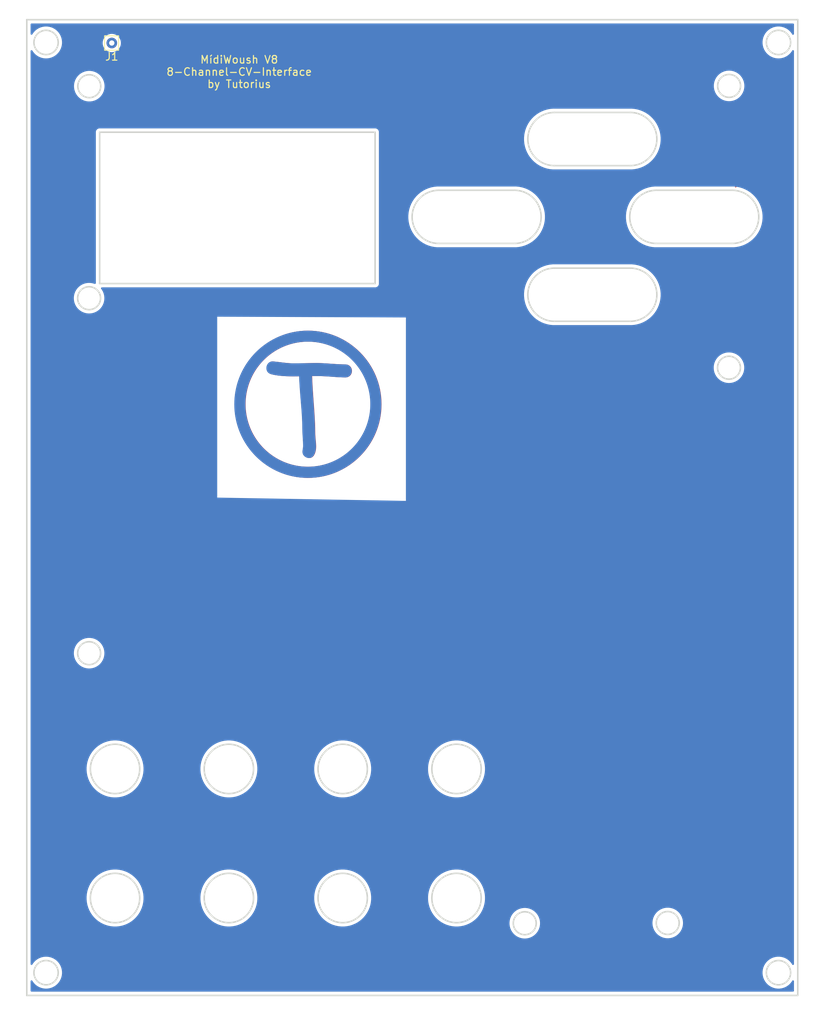
<source format=kicad_pcb>
(kicad_pcb (version 20241229) (generator "pcbnew") (generator_version "9.0")
  (layers (0 "F.Cu" signal) (2 "B.Cu" signal) (13 "F.Paste" user) (15 "B.Paste" user) (5 "F.SilkS" user "F.Silkscreen") (7 "B.SilkS" user "B.Silkscreen") (1 "F.Mask" user) (3 "B.Mask" user) (25 "Edge.Cuts" user))
  (net 0 "")
  (net 1 "GND")
  (footprint "Connector_Pin:Pin_D0.7mm_L6.5mm_W1.8mm_FlatFork" (layer "F.Cu") (at 62.0522 28.4988)
    (property "Reference" "J1" (at 0 1.8 0) (layer "F.SilkS"))
    (property "Value" "Conn_01x01_Pin")
    (pad "1" thru_hole circle (at 0 0) (size 1.4 1.4) (drill 0.7) (layers "*.Cu" "*.Mask") (net 1 "GND"))
  )
  (gr_poly (pts (xy 126.49001 66.686813) (xy 126.466115 70.224578) (xy 128.391942 70.233581) (xy 125.068455 73.309799) (xy 121.513325 70.183196) (xy 123.314679 70.149993) (xy 123.334279 66.658355)) (stroke (width 0.071298)) (fill yes) (layer "F.Cu"))
  (gr_poly (pts (xy 94.469495 130.005355) (xy 91.892308 135.857726) (xy 91.13168 135.857726) (xy 93.598819 130.291717) (xy 90.308407 130.291717) (xy 90.308407 129.647415) (xy 94.469495 129.647415)) (stroke (width 0.445017)) (fill yes) (layer "F.Cu"))
  (gr_poly (pts (xy 78.035997 129.559292) (xy 78.128806 129.563427) (xy 78.220959 129.570368) (xy 78.312549 129.580154) (xy 78.403666 129.592823) (xy 78.494404 129.608415) (xy 78.584853 129.62697) (xy 78.675106 129.648527) (xy 78.765253 129.673124) (xy 78.855388 129.700802) (xy 78.945601 129.7316) (xy 79.035985 129.765557) (xy 79.126631 129.802712) (xy 79.21763 129.843105) (xy 79.309076 129.886775) (xy 79.401059 129.933761) (xy 79.186291 130.515426) (xy 79.111753 130.478088) (xy 79.035878 130.443254) (xy 78.958797 130.410912) (xy 78.880641 130.381049) (xy 78.801541 130.35365) (xy 78.721628 130.328704) (xy 78.641033 130.306196) (xy 78.559889 130.286113) (xy 78.478324 130.268443) (xy 78.396472 130.253172) (xy 78.314462 130.240286) (xy 78.232426 130.229773) (xy 78.150495 130.221619) (xy 78.0688 130.215811) (xy 77.987473 130.212336) (xy 77.906644 130.211181) (xy 77.785312 130.21375) (xy 77.667957 130.221456) (xy 77.55457 130.234297) (xy 77.445144 130.252271) (xy 77.33967 130.275378) (xy 77.23814 130.303615) (xy 77.140546 130.33698) (xy 77.046879 130.375472) (xy 76.957132 130.41909) (xy 76.871296 130.467832) (xy 76.789363 130.521695) (xy 76.711325 130.580679) (xy 76.637173 130.644782) (xy 76.5669 130.714001) (xy 76.500497 130.788337) (xy 76.437957 130.867786) (xy 76.37927 130.952347) (xy 76.324428 131.042019) (xy 76.273424 131.1368) (xy 76.22625 131.236688) (xy 76.182896 131.341682) (xy 76.143355 131.451779) (xy 76.07568 131.68728) (xy 76.023157 131.943177) (xy 75.985722 132.219457) (xy 75.96331 132.516107) (xy 75.955853 132.833114) (xy 75.95745 132.981915) (xy 75.958597 133.016548) (xy 75.968209 132.997741) (xy 76.006862 132.929502) (xy 76.048143 132.863437) (xy 76.091993 132.799587) (xy 76.138354 132.737994) (xy 76.187165 132.678698) (xy 76.238369 132.62174) (xy 76.347718 132.515002) (xy 76.465929 132.418109) (xy 76.592528 132.331388) (xy 76.727045 132.255167) (xy 76.869008 132.189773) (xy 77.017944 132.135534) (xy 77.173382 132.092777) (xy 77.334849 132.061831) (xy 77.501874 132.043024) (xy 77.673985 132.036682) (xy 77.773648 132.038846) (xy 77.871247 132.045296) (xy 77.966709 132.055963) (xy 78.059962 132.07078) (xy 78.150935 132.089681) (xy 78.239554 132.112597) (xy 78.325749 132.139463) (xy 78.409446 132.17021) (xy 78.490574 132.204771) (xy 78.569061 132.24308) (xy 78.644834 132.285069) (xy 78.717822 132.330671) (xy 78.787952 132.379818) (xy 78.855153 132.432445) (xy 78.919351 132.488482) (xy 78.980476 132.547864) (xy 79.038455 132.610523) (xy 79.093216 132.676392) (xy 79.144686 132.745404) (xy 79.192794 132.817491) (xy 79.237468 132.892587) (xy 79.278636 132.970624) (xy 79.316225 133.051534) (xy 79.350163 133.135252) (xy 79.380379 133.221709) (xy 79.406799 133.310839) (xy 79.429353 133.402575) (xy 79.447968 133.496848) (xy 79.462571 133.593592) (xy 79.473092 133.69274) (xy 79.479457 133.794225) (xy 79.481595 133.897979) (xy 79.479119 134.010146) (xy 79.471755 134.120077) (xy 79.459592 134.227683) (xy 79.442724 134.33288) (xy 79.421242 134.435579) (xy 79.395237 134.535694) (xy 79.364802 134.633138) (xy 79.330027 134.727825) (xy 79.291006 134.819666) (xy 79.247829 134.908577) (xy 79.200589 134.994469) (xy 79.149377 135.077256) (xy 79.094285 135.156852) (xy 79.035405 135.233168) (xy 78.972828 135.306119) (xy 78.906646 135.375617) (xy 78.836952 135.441577) (xy 78.763836 135.50391) (xy 78.687391 135.56253) (xy 78.607708 135.61735) (xy 78.524879 135.668284) (xy 78.438995 135.715244) (xy 78.35015 135.758144) (xy 78.258433 135.796897) (xy 78.163938 135.831416) (xy 78.066756 135.861614) (xy 77.966978 135.887405) (xy 77.864697 135.908701) (xy 77.760003 135.925416) (xy 77.65299 135.937462) (xy 77.543748 135.944754) (xy 77.43237 135.947204) (xy 77.303234 135.943963) (xy 77.177598 135.934277) (xy 77.055502 135.918205) (xy 76.936984 135.895802) (xy 76.822084 135.867128) (xy 76.71084 135.832238) (xy 76.603294 135.791191) (xy 76.499483 135.744044) (xy 76.399448 135.690854) (xy 76.303226 135.631678) (xy 76.210859 135.566574) (xy 76.122385 135.495599) (xy 76.037843 135.418811) (xy 75.957273 135.336266) (xy 75.880715 135.248023) (xy 75.808206 135.154138) (xy 75.739788 135.054669) (xy 75.675498 134.949673) (xy 75.615377 134.839208) (xy 75.559464 134.723331) (xy 75.460418 134.475569) (xy 75.378674 134.206847) (xy 75.314549 133.917624) (xy 75.272109 133.63349) (xy 76.009423 133.63349) (xy 76.012953 133.659166) (xy 76.033466 133.781129) (xy 76.057085 133.898549) (xy 76.083797 134.011407) (xy 76.11359 134.119685) (xy 76.146451 134.223361) (xy 76.182365 134.322417) (xy 76.221321 134.416832) (xy 76.263305 134.506588) (xy 76.308303 134.591664) (xy 76.356304 134.67204) (xy 76.407293 134.747698) (xy 76.461258 134.818617) (xy 76.518185 134.884778) (xy 76.578061 134.946161) (xy 76.640874 135.002746) (xy 76.70661 135.054514) (xy 76.775256 135.101445) (xy 76.846798 135.14352) (xy 76.921225 135.180718) (xy 76.998522 135.21302) (xy 77.078677 135.240406) (xy 77.161676 135.262858) (xy 77.247506 135.280354) (xy 77.336155 135.292876) (xy 77.427609 135.300403) (xy 77.521855 135.302917) (xy 77.593945 135.301378) (xy 77.664222 135.296795) (xy 77.732653 135.289217) (xy 77.799209 135.278693) (xy 77.863857 135.265271) (xy 77.926566 135.249002) (xy 77.987306 135.229935) (xy 78.046046 135.208117) (xy 78.102754 135.1836) (xy 78.157398 135.156431) (xy 78.209949 135.126661) (xy 78.260375 135.094337) (xy 78.308644 135.05951) (xy 78.354726 135.022228) (xy 78.398589 134.982541) (xy 78.440202 134.940498) (xy 78.479535 134.896147) (xy 78.516556 134.849539) (xy 78.551233 134.800722) (xy 78.583537 134.749746) (xy 78.613435 134.696659) (xy 78.640896 134.64151) (xy 78.66589 134.58435) (xy 78.688385 134.525226) (xy 78.708351 134.464189) (xy 78.725755 134.401288) (xy 78.740567 134.33657) (xy 78.752756 134.270087) (xy 78.76229 134.201886) (xy 78.769139 134.132017) (xy 78.773271 134.060529) (xy 78.774655 133.987472) (xy 78.773193 133.912) (xy 78.768831 133.8383) (xy 78.761604 133.766412) (xy 78.75155 133.696378) (xy 78.738703 133.628237) (xy 78.723101 133.562032) (xy 78.704778 133.497803) (xy 78.683772 133.435591) (xy 78.660118 133.375437) (xy 78.633852 133.317382) (xy 78.60501 133.261467) (xy 78.573629 133.207733) (xy 78.539743 133.156221) (xy 78.503391 133.106972) (xy 78.464606 133.060027) (xy 78.423426 133.015426) (xy 78.379887 132.973211) (xy 78.334024 132.933423) (xy 78.285874 132.896102) (xy 78.235472 132.86129) (xy 78.182855 132.829028) (xy 78.128059 132.799356) (xy 78.07112 132.772316) (xy 78.012073 132.747948) (xy 77.950955 132.726294) (xy 77.887802 132.707393) (xy 77.822651 132.691289) (xy 77.755536 132.67802) (xy 77.686494 132.667629) (xy 77.615561 132.660156) (xy 77.542773 132.655642) (xy 77.468167 132.654128) (xy 77.399015 132.655383) (xy 77.330847 132.659133) (xy 77.263706 132.665358) (xy 77.197631 132.674035) (xy 77.132663 132.685144) (xy 77.068845 132.698663) (xy 77.006215 132.714571) (xy 76.944817 132.732846) (xy 76.884689 132.753468) (xy 76.825875 132.776415) (xy 76.768413 132.801666) (xy 76.712346 132.829199) (xy 76.657715 132.858993) (xy 76.604559 132.891027) (xy 76.552921 132.92528) (xy 76.502842 132.96173) (xy 76.454361 133.000356) (xy 76.407521 133.041137) (xy 76.362361 133.084051) (xy 76.318924 133.129078) (xy 76.27725 133.176195) (xy 76.23738 133.225381) (xy 76.199355 133.276616) (xy 76.163215 133.329878) (xy 76.129003 133.385145) (xy 76.096759 133.442397) (xy 76.066523 133.501611) (xy 76.038337 133.562768) (xy 76.012242 133.625845) (xy 76.009423 133.63349) (xy 75.272109 133.63349) (xy 75.268355 133.608358) (xy 75.240408 133.279508) (xy 75.231023 132.931533) (xy 75.233924 132.736049) (xy 75.242597 132.545622) (xy 75.256992 132.360326) (xy 75.277059 132.180238) (xy 75.302749 132.005432) (xy 75.334014 131.835985) (xy 75.370804 131.67197) (xy 75.41307 131.513465) (xy 75.460763 131.360543) (xy 75.513834 131.213281) (xy 75.572233 131.071754) (xy 75.635911 130.936037) (xy 75.70482 130.806206) (xy 75.778909 130.682335) (xy 75.858131 130.564501) (xy 75.942435 130.452779) (xy 76.031773 130.347244) (xy 76.126095 130.247971) (xy 76.225352 130.155036) (xy 76.329496 130.068515) (xy 76.438476 129.988482) (xy 76.552245 129.915013) (xy 76.670752 129.848183) (xy 76.793948 129.788068) (xy 76.921785 129.734743) (xy 77.054212 129.688283) (xy 77.191182 129.648765) (xy 77.332645 129.616262) (xy 77.478551 129.590851) (xy 77.628852 129.572607) (xy 77.783498 129.561606) (xy 77.942441 129.557922)) (stroke (width 0.445017)) (fill yes) (layer "F.Cu"))
  (gr_poly (pts (xy 138.843219 118.408259) (xy 139.085465 118.420834) (xy 139.322746 118.441628) (xy 139.55486 118.470506) (xy 139.781606 118.507334) (xy 140.002782 118.551977) (xy 140.218185 118.604301) (xy 140.427615 118.66417) (xy 140.630868 118.731451) (xy 140.827743 118.806008) (xy 141.018038 118.887708) (xy 141.201552 118.976414) (xy 141.378081 119.071994) (xy 141.547425 119.174312) (xy 141.709382 119.283233) (xy 141.863749 119.398624) (xy 142.010325 119.520349) (xy 142.148908 119.648273) (xy 142.279295 119.782263) (xy 142.401286 119.922184) (xy 142.514677 120.0679) (xy 142.619268 120.219278) (xy 142.714856 120.376182) (xy 142.801239 120.538479) (xy 142.878216 120.706033) (xy 142.945584 120.87871) (xy 143.003142 121.056375) (xy 143.050687 121.238894) (xy 143.088018 121.426133) (xy 143.114934 121.617955) (xy 143.131231 121.814228) (xy 143.136708 122.014816) (xy 143.132985 122.178409) (xy 143.121875 122.340725) (xy 143.103465 122.501622) (xy 143.077841 122.660965) (xy 143.045091 122.818612) (xy 143.005302 122.974427) (xy 142.958561 123.12827) (xy 142.904956 123.280003) (xy 142.844572 123.429487) (xy 142.777498 123.576584) (xy 142.70382 123.721156) (xy 142.623626 123.863063) (xy 142.537002 124.002167) (xy 142.444037 124.138329) (xy 142.344816 124.271411) (xy 142.239426 124.401275) (xy 142.127956 124.527781) (xy 142.010492 124.650792) (xy 141.887121 124.770168) (xy 141.75793 124.885772) (xy 141.482438 125.105105) (xy 141.184712 125.307684) (xy 140.865449 125.4924) (xy 140.525346 125.658144) (xy 140.165099 125.803808) (xy 140.154197 125.807382) (xy 140.500355 125.955579) (xy 141.234723 126.307158) (xy 141.585532 126.497857) (xy 141.921456 126.701051) (xy 142.239517 126.918656) (xy 142.536738 127.152587) (xy 142.810141 127.404762) (xy 143.05675 127.677096) (xy 143.273587 127.971506) (xy 143.457675 128.289907) (xy 143.606037 128.634216) (xy 143.715696 129.006348) (xy 143.783675 129.408221) (xy 143.806996 129.84175) (xy 143.800884 130.062478) (xy 143.782677 130.278613) (xy 143.75257 130.489997) (xy 143.710756 130.696472) (xy 143.657429 130.89788) (xy 143.592783 131.094061) (xy 143.517012 131.284858) (xy 143.430311 131.470113) (xy 143.332873 131.649666) (xy 143.224892 131.82336) (xy 143.106562 131.991037) (xy 142.978078 132.152537) (xy 142.839632 132.307703) (xy 142.69142 132.456377) (xy 142.533635 132.598399) (xy 142.366471 132.733611) (xy 142.190122 132.861856) (xy 142.004783 132.982975) (xy 141.810646 133.096809) (xy 141.607907 133.2032) (xy 141.177395 133.39302) (xy 140.7148 133.551168) (xy 140.221673 133.676378) (xy 139.699566 133.767381) (xy 139.150031 133.822913) (xy 138.57462 133.841705) (xy 138.574589 133.841751) (xy 138.287613 133.837089) (xy 138.006548 133.823207) (xy 137.731603 133.800258) (xy 137.462988 133.768399) (xy 137.200914 133.727781) (xy 136.94559 133.678561) (xy 136.697226 133.620893) (xy 136.456031 133.55493) (xy 136.222217 133.480828) (xy 135.995991 133.398741) (xy 135.777565 133.308822) (xy 135.567148 133.211227) (xy 135.364949 133.10611) (xy 135.171179 132.993626) (xy 134.986048 132.873928) (xy 134.809766 132.747171) (xy 134.642541 132.613509) (xy 134.484584 132.473098) (xy 134.336105 132.326091) (xy 134.197314 132.172642) (xy 134.068421 132.012907) (xy 133.949634 131.847039) (xy 133.841165 131.675193) (xy 133.743223 131.497523) (xy 133.656017 131.314184) (xy 133.579759 131.12533) (xy 133.514656 130.931116) (xy 133.46092 130.731695) (xy 133.41876 130.527223) (xy 133.388386 130.317853) (xy 133.370008 130.103741) (xy 133.363835 129.88504) (xy 133.36856 129.69358) (xy 133.373621 129.625564) (xy 135.201649 129.625564) (xy 135.206056 129.773962) (xy 135.219169 129.919098) (xy 135.240826 130.060877) (xy 135.270863 130.199204) (xy 135.30912 130.333984) (xy 135.355433 130.465121) (xy 135.40964 130.592521) (xy 135.47158 130.716089) (xy 135.541089 130.835729) (xy 135.618005 130.951347) (xy 135.702166 131.062848) (xy 135.79341 131.170137) (xy 135.891574 131.273118) (xy 135.996496 131.371696) (xy 136.108013 131.465778) (xy 136.225964 131.555267) (xy 136.350186 131.640068) (xy 136.480517 131.720087) (xy 136.758855 131.865398) (xy 137.05968 131.990439) (xy 137.381693 132.094449) (xy 137.723596 132.17667) (xy 138.08409 132.23634) (xy 138.461876 132.272699) (xy 138.855656 132.284988) (xy 139.037698 132.282339) (xy 139.214866 132.274436) (xy 139.387101 132.261346) (xy 139.554344 132.243138) (xy 139.716535 132.219878) (xy 139.873615 132.191634) (xy 140.025525 132.158472) (xy 140.172204 132.120461) (xy 140.313594 132.077667) (xy 140.449636 132.030158) (xy 140.58027 131.978001) (xy 140.705436 131.921263) (xy 140.825075 131.860013) (xy 140.939128 131.794316) (xy 141.047536 131.724241) (xy 141.150239 131.649854) (xy 141.247177 131.571223) (xy 141.338292 131.488416) (xy 141.423523 131.401499) (xy 141.502812 131.310541) (xy 141.576099 131.215607) (xy 141.643325 131.116766) (xy 141.70443 131.014085) (xy 141.759356 130.907631) (xy 141.808042 130.797471) (xy 141.850429 130.683673) (xy 141.886458 130.566304) (xy 141.916069 130.445432) (xy 141.939203 130.321123) (xy 141.955801 130.193446) (xy 141.965804 130.062466) (xy 141.969151 129.928253) (xy 141.946078 129.583704) (xy 141.878823 129.26627) (xy 141.77033 128.973928) (xy 141.623546 128.704656) (xy 141.441417 128.45643) (xy 141.226886 128.227227) (xy 140.982901 128.015023) (xy 140.712406 127.817797) (xy 140.418348 127.633524) (xy 140.103671 127.460183) (xy 139.424243 127.1382) (xy 138.155076 126.620959) (xy 137.984568 126.659466) (xy 137.810953 126.704989) (xy 137.641851 126.755707) (xy 137.477377 126.811491) (xy 137.317646 126.872217) (xy 137.162773 126.937757) (xy 137.012873 127.007984) (xy 136.86806 127.082772) (xy 136.728449 127.161993) (xy 136.594155 127.245523) (xy 136.465293 127.333233) (xy 136.341978 127.424996) (xy 136.224324 127.520688) (xy 136.112446 127.62018) (xy 136.00646 127.723345) (xy 135.906479 127.830058) (xy 135.812619 127.940192) (xy 135.724994 128.05362) (xy 135.643719 128.170215) (xy 135.56891 128.28985) (xy 135.50068 128.412399) (xy 135.439145 128.537736) (xy 135.38442 128.665733) (xy 135.336618 128.796263) (xy 135.295856 128.929201) (xy 135.262248 129.06442) (xy 135.235908 129.201792) (xy 135.216952 129.341191) (xy 135.205494 129.482491) (xy 135.201649 129.625564) (xy 133.373621 129.625564) (xy 133.382632 129.504456) (xy 133.405897 129.317851) (xy 133.4382 129.133945) (xy 133.479388 128.952922) (xy 133.529305 128.774963) (xy 133.587797 128.600251) (xy 133.654709 128.428967) (xy 133.729888 128.261293) (xy 133.813179 128.097413) (xy 133.904428 127.937507) (xy 134.00348 127.781759) (xy 134.110181 127.63035) (xy 134.224376 127.483461) (xy 134.34591 127.341276) (xy 134.474631 127.203977) (xy 134.610383 127.071745) (xy 134.753011 126.944763) (xy 134.902362 126.823212) (xy 135.058281 126.707276) (xy 135.220614 126.597135) (xy 135.389205 126.492972) (xy 135.563902 126.39497) (xy 135.744549 126.30331) (xy 135.930992 126.218174) (xy 136.123076 126.139745) (xy 136.320648 126.068205) (xy 136.523553 126.003735) (xy 136.652601 125.96825) (xy 136.470892 125.882892) (xy 136.123815 125.696268) (xy 135.791465 125.496299) (xy 135.476788 125.280961) (xy 135.182729 125.048231) (xy 134.912234 124.796086) (xy 134.668249 124.522503) (xy 134.453719 124.225459) (xy 134.271589 123.902932) (xy 134.124805 123.552897) (xy 134.016313 123.173332) (xy 133.949057 122.762214) (xy 133.925984 122.31752) (xy 133.929847 122.166168) (xy 135.677342 122.166168) (xy 135.700663 122.509367) (xy 135.768642 122.826738) (xy 135.878301 123.120196) (xy 136.026663 123.391659) (xy 136.210751 123.643041) (xy 136.427589 123.876259) (xy 136.674197 124.09323) (xy 136.947601 124.295869) (xy 137.244821 124.486093) (xy 137.562882 124.665817) (xy 138.249615 125.001433) (xy 138.709447 125.195388) (xy 138.770556 125.179631) (xy 138.92816 125.1335) (xy 139.082113 125.082899) (xy 139.232297 125.027943) (xy 139.378593 124.968747) (xy 139.520883 124.905426) (xy 139.659048 124.838094) (xy 139.792969 124.766867) (xy 139.922527 124.691859) (xy 140.047603 124.613185) (xy 140.16808 124.53096) (xy 140.283836 124.445298) (xy 140.394756 124.356315) (xy 140.500718 124.264125) (xy 140.601605 124.168844) (xy 140.697298 124.070585) (xy 140.787678 123.969464) (xy 140.872626 123.865595) (xy 140.952024 123.759093) (xy 141.025752 123.650074) (xy 141.093693 123.538652) (xy 141.155726 123.424941) (xy 141.211734 123.309057) (xy 141.261598 123.191115) (xy 141.305198 123.071228) (xy 141.342417 122.949513) (xy 141.373134 122.826083) (xy 141.397233 122.701054) (xy 141.414593 122.574541) (xy 141.425096 122.446658) (xy 141.428624 122.31752) (xy 141.42491 122.185083) (xy 141.413865 122.055401) (xy 141.39563 121.928571) (xy 141.370348 121.804685) (xy 141.338162 121.683841) (xy 141.299213 121.566132) (xy 141.253646 121.451653) (xy 141.201601 121.3405) (xy 141.143222 121.232768) (xy 141.078651 121.128551) (xy 141.008031 121.027945) (xy 140.931504 120.931044) (xy 140.849213 120.837944) (xy 140.7613 120.74874) (xy 140.667907 120.663527) (xy 140.569178 120.582399) (xy 140.465255 120.505452) (xy 140.35628 120.43278) (xy 140.242396 120.36448) (xy 140.123745 120.300645) (xy 139.872713 120.186752) (xy 139.604325 120.091863) (xy 139.31972 120.016737) (xy 139.020039 119.962135) (xy 138.706422 119.928816) (xy 138.380009 119.917541) (xy 138.22578 119.920125) (xy 138.0753 119.927829) (xy 137.928644 119.940576) (xy 137.785888 119.958292) (xy 137.647106 119.980901) (xy 137.512375 120.008328) (xy 137.381769 120.040498) (xy 137.255363 120.077336) (xy 137.133233 120.118766) (xy 137.015454 120.164714) (xy 136.902101 120.215103) (xy 136.793249 120.269859) (xy 136.688974 120.328907) (xy 136.589351 120.392171) (xy 136.494454 120.459576) (xy 136.40436 120.531047) (xy 136.319144 120.606509) (xy 136.23888 120.685886) (xy 136.163644 120.769104) (xy 136.093511 120.856086) (xy 136.028557 120.946758) (xy 135.968856 121.041045) (xy 135.914484 121.138871) (xy 135.865516 121.240162) (xy 135.822027 121.344841) (xy 135.784092 121.452834) (xy 135.751788 121.564066) (xy 135.725188 121.67846) (xy 135.704368 121.795943) (xy 135.689404 121.916439) (xy 135.68037 122.039872) (xy 135.677342 122.166168) (xy 133.929847 122.166168) (xy 133.931465 122.102747) (xy 133.94779 121.892318) (xy 133.974781 121.686393) (xy 134.012259 121.485137) (xy 134.060046 121.28871) (xy 134.117965 121.097276) (xy 134.185836 120.910996) (xy 134.263482 120.730034) (xy 134.350725 120.55455) (xy 134.447386 120.384708) (xy 134.553288 120.22067) (xy 134.668252 120.062598) (xy 134.792099 119.910655) (xy 134.924653 119.765002) (xy 135.065734 119.625803) (xy 135.215165 119.493219) (xy 135.372767 119.367413) (xy 135.538362 119.248547) (xy 135.711772 119.136783) (xy 135.89282 119.032285) (xy 136.081326 118.935213) (xy 136.277112 118.845731) (xy 136.480001 118.764) (xy 136.689814 118.690184) (xy 136.906373 118.624444) (xy 137.1295 118.566942) (xy 137.359017 118.517842) (xy 137.594745 118.477305) (xy 137.836507 118.445494) (xy 138.084124 118.42257) (xy 138.337418 118.408697) (xy 138.596211 118.404037)) (stroke (width 1.07525)) (fill yes) (layer "F.Cu"))
  (gr_poly (pts (xy 77.046383 112.097605) (xy 77.150154 112.103375) (xy 77.25144 112.11294) (xy 77.350181 112.126258) (xy 77.446313 112.143285) (xy 77.539774 112.163978) (xy 77.630502 112.188297) (xy 77.718435 112.216197) (xy 77.80351 112.247636) (xy 77.885666 112.282572) (xy 77.964839 112.320962) (xy 78.040968 112.362764) (xy 78.11399 112.407934) (xy 78.183843 112.45643) (xy 78.250465 112.508211) (xy 78.313794 112.563232) (xy 78.373767 112.621451) (xy 78.430322 112.682827) (xy 78.483396 112.747316) (xy 78.532928 112.814875) (xy 78.578856 112.885463) (xy 78.621116 112.959035) (xy 78.659647 113.035551) (xy 78.694387 113.114967) (xy 78.725273 113.197241) (xy 78.752242 113.28233) (xy 78.775234 113.370191) (xy 78.794184 113.460782) (xy 78.809032 113.554061) (xy 78.819715 113.649984) (xy 78.82617 113.748509) (xy 78.828335 113.849594) (xy 78.819778 114.052332) (xy 78.793433 114.255491) (xy 78.74829 114.460538) (xy 78.683341 114.66894) (xy 78.597576 114.882167) (xy 78.489986 115.101686) (xy 78.359562 115.328965) (xy 78.205293 115.565473) (xy 78.026172 115.812677) (xy 77.821187 116.072046) (xy 77.589331 116.345047) (xy 77.329593 116.633149) (xy 77.040965 116.93782) (xy 76.722437 117.260528) (xy 76.372999 117.602741) (xy 76.217155 117.751159) (xy 79.069958 117.751159) (xy 79.069958 118.395461) (xy 75.132588 118.395461) (xy 75.132588 117.903289) (xy 75.531371 117.523926) (xy 75.896255 117.169979) (xy 76.22837 116.83981) (xy 76.528841 116.531781) (xy 76.798797 116.244254) (xy 77.039364 115.975589) (xy 77.251669 115.724149) (xy 77.436841 115.488294) (xy 77.596006 115.266387) (xy 77.730291 115.056788) (xy 77.788456 114.956093) (xy 77.840825 114.85786) (xy 77.887536 114.761885) (xy 77.928733 114.667964) (xy 77.964555 114.57589) (xy 77.995144 114.485461) (xy 78.02064 114.39647) (xy 78.041185 114.308712) (xy 78.056919 114.221984) (xy 78.067983 114.136081) (xy 78.074518 114.050796) (xy 78.076665 113.965927) (xy 78.075228 113.897088) (xy 78.070943 113.82986) (xy 78.063842 113.76428) (xy 78.053961 113.700386) (xy 78.041334 113.638217) (xy 78.025995 113.577808) (xy 78.007978 113.519199) (xy 77.987319 113.462427) (xy 77.964051 113.407529) (xy 77.938208 113.354543) (xy 77.909827 113.303507) (xy 77.878939 113.254459) (xy 77.845581 113.207436) (xy 77.809787 113.162476) (xy 77.77159 113.119616) (xy 77.731025 113.078895) (xy 77.688128 113.04035) (xy 77.642931 113.004018) (xy 77.59547 112.969938) (xy 77.545779 112.938147) (xy 77.493892 112.908683) (xy 77.439844 112.881583) (xy 77.38367 112.856885) (xy 77.325403 112.834627) (xy 77.265077 112.814846) (xy 77.202729 112.79758) (xy 77.138391 112.782868) (xy 77.072098 112.770746) (xy 77.003885 112.761252) (xy 76.933786 112.754424) (xy 76.861835 112.750299) (xy 76.788068 112.748916) (xy 76.696259 112.75112) (xy 76.602262 112.757742) (xy 76.506404 112.768794) (xy 76.409011 112.78429) (xy 76.310413 112.804242) (xy 76.210937 112.828665) (xy 76.11091 112.85757) (xy 76.01066 112.890972) (xy 75.910515 112.928882) (xy 75.810803 112.971316) (xy 75.71185 113.018285) (xy 75.613986 113.069803) (xy 75.517538 113.125882) (xy 75.422833 113.186537) (xy 75.330199 113.25178) (xy 75.239964 113.321624) (xy 75.034146 112.802612) (xy 75.1226 112.722414) (xy 75.216612 112.646345) (xy 75.315868 112.574549) (xy 75.420052 112.50717) (xy 75.528851 112.444353) (xy 75.641949 112.386242) (xy 75.759032 112.33298) (xy 75.879785 112.284713) (xy 76.003894 112.241584) (xy 76.131044 112.203738) (xy 76.260921 112.171319) (xy 76.39321 112.144471) (xy 76.527595 112.123338) (xy 76.663764 112.108064) (xy 76.8014 112.098794) (xy 76.94019 112.095672)) (stroke (width 0.445017)) (fill yes) (layer "F.Cu"))
  (gr_poly (pts (xy 83.312 70.4342) (xy 83.39682 70.440204) (xy 83.505128 70.449861) (xy 83.792207 70.480136) (xy 84.17324 70.525026) (xy 84.648227 70.584529) (xy 84.852057 70.608018) (xy 85.045969 70.628374) (xy 85.229964 70.6456) (xy 85.40404 70.659693) (xy 85.568198 70.670655) (xy 85.722438 70.678485) (xy 85.86676 70.683183) (xy 86.001163 70.684749) (xy 86.631699 70.680572) (xy 87.521129 70.668041) (xy 88.410559 70.649251) (xy 88.758189 70.644552) (xy 89.041095 70.642986) (xy 89.211518 70.644421) (xy 89.401252 70.648728) (xy 89.838659 70.665953) (xy 90.353316 70.694661) (xy 90.945224 70.734851) (xy 91.540789 70.775045) (xy 92.058058 70.803752) (xy 92.497031 70.820976) (xy 92.857707 70.826717) (xy 92.90214 70.827696) (xy 92.945659 70.830632) (xy 92.988265 70.835526) (xy 93.029957 70.842377) (xy 93.070735 70.851185) (xy 93.1106 70.861951) (xy 93.149552 70.874674) (xy 93.18759 70.889355) (xy 93.224715 70.905993) (xy 93.260926 70.924589) (xy 93.296223 70.945142) (xy 93.330608 70.967652) (xy 93.364079 70.99212) (xy 93.396636 71.018544) (xy 93.42828 71.046927) (xy 93.459011 71.077266) (xy 93.488338 71.10803) (xy 93.515774 71.139771) (xy 93.541318 71.172492) (xy 93.56497 71.206191) (xy 93.586729 71.240869) (xy 93.606597 71.276526) (xy 93.624573 71.313161) (xy 93.640656 71.350775) (xy 93.654847 71.389368) (xy 93.667146 71.42894) (xy 93.677553 71.46949) (xy 93.686068 71.511019) (xy 93.692691 71.553527) (xy 93.697421 71.597014) (xy 93.70026 71.641479) (xy 93.701206 71.686924) (xy 93.70026 71.731388) (xy 93.697421 71.775004) (xy 93.692691 71.817772) (xy 93.686068 71.859692) (xy 93.677553 71.900764) (xy 93.667146 71.940988) (xy 93.654847 71.980363) (xy 93.640656 72.018891) (xy 93.624573 72.05657) (xy 93.606597 72.093401) (xy 93.586729 72.129384) (xy 93.56497 72.164519) (xy 93.541318 72.198805) (xy 93.515774 72.232243) (xy 93.488338 72.264832) (xy 93.459011 72.296573) (xy 93.42828 72.325901) (xy 93.396636 72.353337) (xy 93.364078 72.378881) (xy 93.330607 72.402532) (xy 93.296222 72.424292) (xy 93.260924 72.44416) (xy 93.224712 72.462135) (xy 93.187587 72.478219) (xy 93.149549 72.49241) (xy 93.110597 72.504709) (xy 93.070732 72.515116) (xy 93.029954 72.523631) (xy 92.988262 72.530253) (xy 92.945657 72.534984) (xy 92.902139 72.537822) (xy 92.85771 72.538768) (xy 92.692774 72.537202) (xy 92.506954 72.532504) (xy 92.300255 72.524674) (xy 92.072676 72.513712) (xy 91.554884 72.482394) (xy 90.953578 72.438549) (xy 90.364801 72.398881) (xy 89.851187 72.371739) (xy 89.412736 72.357124) (xy 89.221697 72.354515) (xy 89.049449 72.355037) (xy 88.4565 72.355037) (xy 88.479984 73.021065) (xy 88.525393 73.866648) (xy 88.592728 74.891788) (xy 88.681987 76.096485) (xy 88.762371 77.235936) (xy 88.819786 78.240719) (xy 88.854235 79.110836) (xy 88.865718 79.846286) (xy 88.866632 79.92406) (xy 88.869373 80.011229) (xy 88.873941 80.107792) (xy 88.880336 80.213751) (xy 88.888558 80.329105) (xy 88.898606 80.453855) (xy 88.924182 80.73154) (xy 88.949757 81.009748) (xy 88.968025 81.251418) (xy 88.978985 81.456551) (xy 88.981725 81.545417) (xy 88.982639 81.625148) (xy 88.981921 81.695515) (xy 88.979768 81.764642) (xy 88.976179 81.832529) (xy 88.971155 81.899177) (xy 88.964695 81.964585) (xy 88.9568 82.028754) (xy 88.94747 82.091684) (xy 88.936704 82.153373) (xy 88.924503 82.213823) (xy 88.910867 82.273034) (xy 88.895795 82.331005) (xy 88.879288 82.387737) (xy 88.861346 82.443229) (xy 88.841968 82.497481) (xy 88.821156 82.550494) (xy 88.798908 82.602268) (xy 88.768665 82.669014) (xy 88.736401 82.731454) (xy 88.702114 82.789587) (xy 88.665804 82.843415) (xy 88.627472 82.892936) (xy 88.587118 82.938151) (xy 88.566182 82.959144) (xy 88.54474 82.97906) (xy 88.522793 82.9979) (xy 88.500341 83.015663) (xy 88.477383 83.032349) (xy 88.453919 83.047959) (xy 88.429949 83.062493) (xy 88.405474 83.075949) (xy 88.380493 83.08833) (xy 88.355007 83.099634) (xy 88.329014 83.109861) (xy 88.302517 83.119011) (xy 88.275513 83.127086) (xy 88.248004 83.134083) (xy 88.219989 83.140004) (xy 88.191469 83.144849) (xy 88.162443 83.148617) (xy 88.132911 83.151308) (xy 88.07233 83.153461) (xy 88.030834 83.152548) (xy 87.98986 83.149807) (xy 87.949408 83.14524) (xy 87.909478 83.138846) (xy 87.870069 83.130624) (xy 87.831183 83.120576) (xy 87.792818 83.108702) (xy 87.754976 83.095) (xy 87.717655 83.079471) (xy 87.680856 83.062116) (xy 87.64458 83.042934) (xy 87.608825 83.021924) (xy 87.573592 82.999089) (xy 87.538882 82.974426) (xy 87.504693 82.947936) (xy 87.471027 82.91962) (xy 87.438664 82.889868) (xy 87.408389 82.859073) (xy 87.380203 82.827233) (xy 87.354104 82.79435) (xy 87.330093 82.760423) (xy 87.30817 82.725451) (xy 87.288335 82.689436) (xy 87.270588 82.652377) (xy 87.254929 82.614273) (xy 87.241358 82.575126) (xy 87.229875 82.534935) (xy 87.22048 82.493699) (xy 87.213172 82.45142) (xy 87.207952 82.408096) (xy 87.204821 82.363729) (xy 87.203777 82.318317) (xy 87.204429 82.285043) (xy 87.206387 82.247853) (xy 87.20965 82.206748) (xy 87.214218 82.161728) (xy 87.22009 82.112794) (xy 87.227266 82.059944) (xy 87.235747 82.00318) (xy 87.245532 81.942501) (xy 87.255317 81.881822) (xy 87.263798 81.825058) (xy 87.270975 81.77221) (xy 87.276847 81.723276) (xy 87.281415 81.678256) (xy 87.284678 81.637152) (xy 87.286635 81.599961) (xy 87.287288 81.566684) (xy 87.286375 81.457986) (xy 87.283634 81.336499) (xy 87.272673 81.055161) (xy 87.254403 80.722669) (xy 87.228824 80.339023) (xy 87.206904 79.954858) (xy 87.191247 79.6208) (xy 87.181853 79.336849) (xy 87.178722 79.103008) (xy 87.17572 78.789306) (xy 87.166716 78.44533) (xy 87.151709 78.07108) (xy 87.130699 77.666557) (xy 87.103686 77.231759) (xy 87.070672 76.766688) (xy 86.986637 75.745723) (xy 86.897381 74.658991) (xy 86.830048 73.737199) (xy 86.784637 72.980349) (xy 86.76115 72.388439) (xy 86.001163 72.396793) (xy 85.556189 72.392617) (xy 85.135747 72.38009) (xy 84.739836 72.359212) (xy 84.368458 72.329982) (xy 84.021612 72.292401) (xy 83.699299 72.246469) (xy 83.401517 72.192185) (xy 83.128269 72.12955) (xy 83.046352 72.105768) (xy 82.969721 72.078267) (xy 82.933387 72.063122) (xy 82.898374 72.047047) (xy 82.864683 72.030042) (xy 82.832313 72.012107) (xy 82.801264 71.993243) (xy 82.771536 71.973449) (xy 82.74313 71.952725) (xy 82.716045 71.931071) (xy 82.690281 71.908488) (xy 82.665838 71.884974) (xy 82.642717 71.860532) (xy 82.620917 71.835159) (xy 82.600438 71.808856) (xy 82.58128 71.781624) (xy 82.563444 71.753462) (xy 82.546928 71.724371) (xy 82.531734 71.694349) (xy 82.517862 71.663398) (xy 82.50531 71.631518) (xy 82.49408 71.598707) (xy 82.484171 71.564967) (xy 82.475583 71.530297) (xy 82.468316 71.494697) (xy 82.46237 71.458168) (xy 82.457746 71.420709) (xy 82.454443 71.38232) (xy 82.451801 71.302753) (xy 82.452649 71.260278) (xy 82.455194 71.218456) (xy 82.459435 71.177286) (xy 82.465372 71.136768) (xy 82.473006 71.096903) (xy 82.482336 71.05769) (xy 82.493362 71.01913) (xy 82.506085 70.981222) (xy 82.520504 70.943966) (xy 82.536619 70.907363) (xy 82.554431 70.871413) (xy 82.573939 70.836115) (xy 82.595143 70.80147) (xy 82.618044 70.767477) (xy 82.64264 70.734137) (xy 82.668933 70.70145) (xy 82.700807 70.666152) (xy 82.73379 70.633333) (xy 82.767882 70.602993) (xy 82.803083 70.575133) (xy 82.839392 70.549752) (xy 82.876811 70.526851) (xy 82.915339 70.506429) (xy 82.954976 70.488486) (xy 82.995721 70.473023) (xy 83.037576 70.460039) (xy 83.08054 70.449534) (xy 83.124614 70.441508) (xy 83.169796 70.435962) (xy 83.216088 70.432896) (xy 83.263489 70.432308)) (fill yes) (layer "F.Cu"))
  (gr_poly (pts (xy 128.545552 33.160957) (xy 126.744115 33.189353) (xy 126.715108 36.680923) (xy 123.559476 36.643798) (xy 123.592877 33.106109) (xy 121.667088 33.092109) (xy 124.998814 30.024825)) (stroke (width 0.071298)) (fill yes) (layer "F.Cu"))
  (gr_poly (pts (xy 143.561274 95.893945) (xy 143.599251 95.954202) (xy 143.635862 96.015824) (xy 143.671107 96.078811) (xy 143.704987 96.143163) (xy 143.737502 96.208879) (xy 143.768651 96.27596) (xy 143.798436 96.344406) (xy 143.856649 96.476293) (xy 143.914859 96.61) (xy 143.973065 96.745527) (xy 144.03127 96.882873) (xy 144.096764 97.012941) (xy 144.162257 97.141189) (xy 144.227747 97.267618) (xy 144.293233 97.392227) (xy 144.311707 97.421105) (xy 144.330751 97.449528) (xy 144.350363 97.477497) (xy 144.370543 97.505011) (xy 144.391292 97.53207) (xy 144.41261 97.558675) (xy 144.434497 97.584825) (xy 144.456952 97.610521) (xy 144.479976 97.635761) (xy 144.503568 97.660547) (xy 144.527729 97.684879) (xy 144.552459 97.708755) (xy 144.577757 97.732177) (xy 144.603624 97.755144) (xy 144.630059 97.777656) (xy 144.657063 97.799713) (xy 144.677051 98.01255) (xy 144.693412 98.229026) (xy 144.706148 98.449142) (xy 144.71526 98.672897) (xy 144.728901 98.899381) (xy 144.740733 99.127683) (xy 144.750753 99.357802) (xy 144.758961 99.589736) (xy 144.698928 99.864429) (xy 144.635258 100.135482) (xy 144.567949 100.402896) (xy 144.496998 100.666671) (xy 144.465388 100.795147) (xy 144.436053 100.925897) (xy 144.408992 101.058921) (xy 144.384205 101.194219) (xy 144.361694 101.331791) (xy 144.341456 101.471636) (xy 144.323493 101.613755) (xy 144.307805 101.758148) (xy 144.295241 101.772815) (xy 144.283018 101.78771) (xy 144.271137 101.802832) (xy 144.259596 101.818181) (xy 144.248397 101.833757) (xy 144.237539 101.84956) (xy 144.227021 101.865591) (xy 144.216845 101.881849) (xy 144.20701 101.898334) (xy 144.197516 101.915046) (xy 144.188362 101.931986) (xy 144.17955 101.949153) (xy 144.171079 101.966548) (xy 144.162948 101.984169) (xy 144.155158 102.002019) (xy 144.14771 102.020095) (xy 144.118607 102.093775) (xy 144.089503 102.169271) (xy 144.060396 102.246583) (xy 144.031285 102.325714) (xy 144.016506 102.362094) (xy 144.001273 102.398475) (xy 143.985584 102.434857) (xy 143.969439 102.471238) (xy 143.952839 102.507621) (xy 143.935783 102.544005) (xy 143.918272 102.580389) (xy 143.900304 102.616775) (xy 143.881648 102.649067) (xy 143.862086 102.680447) (xy 143.841617 102.710918) (xy 143.820241 102.740478) (xy 143.797958 102.769128) (xy 143.774768 102.796869) (xy 143.750671 102.823701) (xy 143.725667 102.849624) (xy 143.732544 102.871397) (xy 143.738625 102.893056) (xy 143.74391 102.914601) (xy 143.748398 102.936033) (xy 143.75209 102.95735) (xy 143.754986 102.978555) (xy 143.757086 102.999645) (xy 143.758389 103.020622) (xy 143.758897 103.041485) (xy 143.758608 103.062234) (xy 143.757524 103.082869) (xy 143.755643 103.103391) (xy 143.752967 103.123799) (xy 143.749494 103.144093) (xy 143.745226 103.164274) (xy 143.740163 103.184341) (xy 143.737094 103.202816) (xy 143.735163 103.221859) (xy 143.734368 103.241471) (xy 143.734709 103.261651) (xy 143.736188 103.282401) (xy 143.738802 103.303718) (xy 143.742553 103.325605) (xy 143.747441 103.34806) (xy 143.753465 103.371084) (xy 143.760626 103.394676) (xy 143.768923 103.418837) (xy 143.778357 103.443567) (xy 143.788928 103.468865) (xy 143.800635 103.494732) (xy 143.813478 103.521167) (xy 143.827458 103.548171) (xy 143.827565 103.548171) (xy 143.830633 103.594958) (xy 143.832565 103.640722) (xy 143.83336 103.685462) (xy 143.833018 103.729179) (xy 143.83154 103.771873) (xy 143.828925 103.813544) (xy 143.825174 103.854191) (xy 143.820286 103.893815) (xy 143.814262 103.932416) (xy 143.807101 103.969993) (xy 143.798804 104.006547) (xy 143.78937 104.042078) (xy 143.7788 104.076585) (xy 143.767093 104.110068) (xy 143.754249 104.142528) (xy 143.740269 104.173965) (xy 143.725374 104.204606) (xy 143.709797 104.234678) (xy 143.693538 104.264182) (xy 143.676597 104.293117) (xy 143.658974 104.321485) (xy 143.640669 104.349283) (xy 143.621681 104.376513) (xy 143.602011 104.403175) (xy 143.58166 104.429268) (xy 143.560626 104.454792) (xy 143.538909 104.479747) (xy 143.516511 104.504134) (xy 143.49343 104.527952) (xy 143.469667 104.551201) (xy 143.445222 104.573881) (xy 143.420094 104.595992) (xy 143.394401 104.617538) (xy 143.368252 104.638514) (xy 143.341648 104.658923) (xy 143.314589 104.678762) (xy 143.287075 104.698033) (xy 143.259105 104.716736) (xy 143.230681 104.73487) (xy 143.201802 104.752435) (xy 143.172468 104.769432) (xy 143.142679 104.785861) (xy 143.112435 104.801721) (xy 143.081737 104.817013) (xy 143.050584 104.831736) (xy 143.018976 104.845892) (xy 142.986913 104.859478) (xy 142.954396 104.872497) (xy 142.824328 104.922525) (xy 142.69608 104.970733) (xy 142.569651 105.017122) (xy 142.445042 105.061691) (xy 142.212193 104.916168) (xy 142.199288 104.905426) (xy 142.186042 104.895025) (xy 142.172455 104.884965) (xy 142.158526 104.875246) (xy 142.144257 104.865868) (xy 142.129646 104.85683) (xy 142.114695 104.848133) (xy 142.099402 104.839776) (xy 142.083769 104.831761) (xy 142.067794 104.824085) (xy 142.051478 104.816751) (xy 142.034822 104.809757) (xy 142.017825 104.803103) (xy 142.000486 104.796791) (xy 141.982807 104.790818) (xy 141.964787 104.785186) (xy 141.917716 104.699232) (xy 141.8711 104.616008) (xy 141.82494 104.535512) (xy 141.779235 104.457746) (xy 141.733985 104.382708) (xy 141.689191 104.310399) (xy 141.644854 104.240818) (xy 141.600972 104.173965) (xy 141.579881 104.139117) (xy 141.560269 104.1037) (xy 141.542134 104.067715) (xy 141.525478 104.031162) (xy 141.510299 103.99404) (xy 141.496599 103.95635) (xy 141.484376 103.918092) (xy 141.473632 103.879264) (xy 141.464365 103.839868) (xy 141.456576 103.799904) (xy 141.450265 103.75937) (xy 141.445432 103.718268) (xy 141.442076 103.676597) (xy 141.440199 103.634358) (xy 141.439799 103.591549) (xy 141.440877 103.548171) (xy 141.441103 103.542476) (xy 141.441783 103.53269) (xy 141.444503 103.50085) (xy 141.449033 103.45265) (xy 141.455373 103.388091) (xy 141.46992 103.31351) (xy 141.484471 103.235288) (xy 141.499022 103.153424) (xy 141.51357 103.067916) (xy 141.524037 103.024712) (xy 141.533593 102.982417) (xy 141.542237 102.941033) (xy 141.549969 102.900558) (xy 141.556789 102.860993) (xy 141.562695 102.822337) (xy 141.567688 102.784592) (xy 141.571767 102.747756) (xy 141.584495 102.676803) (xy 141.593589 102.624046) (xy 141.599046 102.589485) (xy 141.60041 102.579028) (xy 141.600865 102.57312) (xy 141.516731 102.581757) (xy 141.431687 102.593124) (xy 141.345733 102.60722) (xy 141.25887 102.624046) (xy 141.171096 102.643601) (xy 141.082413 102.665885) (xy 140.99282 102.690899) (xy 140.902318 102.718643) (xy 140.811588 102.748432) (xy 140.721312 102.779585) (xy 140.631492 102.812102) (xy 140.542126 102.845983) (xy 140.453216 102.881228) (xy 140.36476 102.917836) (xy 140.276759 102.955809) (xy 140.189213 102.995147) (xy 140.023674 103.075187) (xy 139.861773 103.155229) (xy 139.703508 103.235273) (xy 139.548878 103.315322) (xy 139.40971 103.392633) (xy 139.283276 103.464486) (xy 139.16958 103.530884) (xy 139.068623 103.591827) (xy 139.068396 103.5978) (xy 139.067714 103.604796) (xy 139.066578 103.612814) (xy 139.064987 103.621856) (xy 139.062941 103.63192) (xy 139.060441 103.643007) (xy 139.054076 103.668249) (xy 139.045892 103.697581) (xy 139.03589 103.731003) (xy 139.024068 103.768516) (xy 139.010426 103.810119) (xy 138.99542 103.850594) (xy 138.979504 103.891979) (xy 138.962679 103.934273) (xy 138.944943 103.977477) (xy 138.926298 104.021592) (xy 138.906743 104.066615) (xy 138.886278 104.112549) (xy 138.864903 104.159393) (xy 138.842851 104.202597) (xy 138.820343 104.244892) (xy 138.797378 104.286277) (xy 138.773957 104.326753) (xy 138.75008 104.36632) (xy 138.725746 104.404978) (xy 138.700956 104.442727) (xy 138.675709 104.479568) (xy 138.662975 104.49719) (xy 138.650241 104.513675) (xy 138.637506 104.529023) (xy 138.624772 104.543234) (xy 138.612038 104.556309) (xy 138.599304 104.568246) (xy 138.58657 104.579047) (xy 138.573836 104.58871) (xy 138.561102 104.597237) (xy 138.548369 104.604627) (xy 138.535636 104.61088) (xy 138.522903 104.615996) (xy 138.51017 104.619975) (xy 138.497438 104.622817) (xy 138.484706 104.624522) (xy 138.471974 104.625091) (xy 138.475826 104.636013) (xy 138.480139 104.646932) (xy 138.484912 104.657848) (xy 138.490145 104.668762) (xy 138.495838 104.679672) (xy 138.501991 104.69058) (xy 138.508604 104.701485) (xy 138.515675 104.712386) (xy 138.519084 104.717962) (xy 138.522039 104.723764) (xy 138.524539 104.729793) (xy 138.526584 104.73605) (xy 138.528175 104.742533) (xy 138.529312 104.749243) (xy 138.529993 104.75618) (xy 138.530221 104.763343) (xy 138.529993 104.770734) (xy 138.529312 104.778351) (xy 138.528175 104.786194) (xy 138.526584 104.794265) (xy 138.524539 104.802562) (xy 138.522039 104.811085) (xy 138.519084 104.819835) (xy 138.515675 104.828811) (xy 138.465425 104.843817) (xy 138.416538 104.859733) (xy 138.369014 104.876559) (xy 138.322854 104.894294) (xy 138.278057 104.912939) (xy 138.234623 104.932495) (xy 138.192552 104.952959) (xy 138.151845 104.974334) (xy 138.111592 104.999121) (xy 138.070886 105.022542) (xy 138.029727 105.044599) (xy 137.988114 105.065292) (xy 137.946048 105.084619) (xy 137.903528 105.102582) (xy 137.860555 105.119181) (xy 137.817128 105.134414) (xy 137.795185 105.143231) (xy 137.773014 105.151478) (xy 137.750616 105.159157) (xy 137.72799 105.166266) (xy 137.705137 105.172807) (xy 137.682056 105.178779) (xy 137.658748 105.184182) (xy 137.635213 105.189016) (xy 137.61145 105.193281) (xy 137.587459 105.196978) (xy 137.563241 105.200105) (xy 137.538796 105.202664) (xy 137.514123 105.204655) (xy 137.489223 105.206077) (xy 137.464096 105.206929) (xy 137.43874 105.207214) (xy 137.41299 105.206645) (xy 137.386671 105.20494) (xy 137.359782 105.202098) (xy 137.332325 105.198119) (xy 137.304299 105.193003) (xy 137.275705 105.18675) (xy 137.246541 105.17936) (xy 137.216809 105.170833) (xy 137.186508 105.161169) (xy 137.155639 105.150369) (xy 137.124201 105.138431) (xy 137.092195 105.125357) (xy 137.05962 105.111146) (xy 137.026477 105.095798) (xy 136.992765 105.079313) (xy 136.958485 105.061691) (xy 136.958201 105.050892) (xy 136.957348 105.040321) (xy 136.955926 105.029977) (xy 136.953936 105.01986) (xy 136.951377 105.00997) (xy 136.948249 105.000307) (xy 136.944553 104.990871) (xy 136.940287 104.981662) (xy 136.935453 104.972681) (xy 136.93005 104.963926) (xy 136.924078 104.955399) (xy 136.917538 104.947098) (xy 136.910428 104.939025) (xy 136.90275 104.931179) (xy 136.894502 104.92356) (xy 136.885686 104.916168) (xy 136.876528 104.907181) (xy 136.867258 104.898422) (xy 136.857874 104.889892) (xy 136.848378 104.881589) (xy 136.838768 104.873515) (xy 136.829045 104.865668) (xy 136.819209 104.85805) (xy 136.80926 104.85066) (xy 136.799198 104.843497) (xy 136.789022 104.836563) (xy 136.778733 104.829857) (xy 136.768331 104.823378) (xy 136.757816 104.817128) (xy 136.747188 104.811105) (xy 136.736446 104.80531) (xy 136.72559 104.799743) (xy 136.707617 104.785647) (xy 136.690102 104.77246) (xy 136.673043 104.760184) (xy 136.656441 104.748817) (xy 136.640296 104.73836) (xy 136.624606 104.728813) (xy 136.609372 104.720175) (xy 136.594594 104.712448) (xy 136.587546 104.707043) (xy 136.580952 104.701752) (xy 136.574814 104.696574) (xy 136.56913 104.691511) (xy 136.563902 104.686562) (xy 136.559128 104.681726) (xy 136.554808 104.677004) (xy 136.550944 104.672397) (xy 136.547534 104.667904) (xy 136.544579 104.663524) (xy 136.542079 104.659259) (xy 136.540033 104.655108) (xy 136.538442 104.651072) (xy 136.537306 104.647149) (xy 136.536624 104.643341) (xy 136.536397 104.639648) (xy 136.531932 104.640433) (xy 136.527637 104.640961) (xy 136.523514 104.641234) (xy 136.519561 104.641251) (xy 136.515779 104.641012) (xy 136.512168 104.640516) (xy 136.508727 104.639765) (xy 136.505457 104.638758) (xy 136.502358 104.637495) (xy 136.49943 104.635975) (xy 136.496672 104.6342) (xy 136.494086 104.632169) (xy 136.49167 104.629882) (xy 136.489424 104.627339) (xy 136.48735 104.624539) (xy 136.485446 104.621484) (xy 136.483712 104.618173) (xy 136.48215 104.614606) (xy 136.480758 104.610782) (xy 136.479537 104.606703) (xy 136.478487 104.602368) (xy 136.477607 104.597776) (xy 136.476898 104.592929) (xy 136.47636 104.587825) (xy 136.475993 104.582466) (xy 136.475796 104.57685) (xy 136.47577 104.570979) (xy 136.475914 104.564851) (xy 136.47623 104.558467) (xy 136.476716 104.551828) (xy 136.477372 104.544932) (xy 136.4782 104.53778) (xy 136.479191 104.530674) (xy 136.480352 104.523908) (xy 136.481685 104.517484) (xy 136.483188 104.511402) (xy 136.484863 104.50566) (xy 136.486708 104.500259) (xy 136.488724 104.4952) (xy 136.490911 104.490481) (xy 136.493268 104.486104) (xy 136.495797 104.482068) (xy 136.498496 104.478374) (xy 136.501366 104.47502) (xy 136.504407 104.472007) (xy 136.507618 104.469336) (xy 136.511001 104.467006) (xy 136.514554 104.465017) (xy 136.518278 104.463369) (xy 136.522172 104.462062) (xy 136.526238 104.461096) (xy 136.530474 104.460472) (xy 136.534881 104.460188) (xy 136.539458 104.460246) (xy 136.544207 104.460645) (xy 136.549126 104.461384) (xy 136.554216 104.462465) (xy 136.559476 104.463887) (xy 136.564907 104.465651) (xy 136.570509 104.467755) (xy 136.576282 104.4702) (xy 136.582225 104.472987) (xy 136.588339 104.476114) (xy 136.594624 104.479583) (xy 136.556419 104.429555) (xy 136.521854 104.381347) (xy 136.505936 104.357925) (xy 136.490928 104.334958) (xy 136.476831 104.312446) (xy 136.463643 104.290389) (xy 136.451365 104.268787) (xy 136.439996 104.24764) (xy 136.429538 104.226948) (xy 136.419989 104.20671) (xy 136.41135 104.186928) (xy 136.40362 104.1676) (xy 136.3968 104.148727) (xy 136.390889 104.130309) (xy 136.386854 104.110015) (xy 136.382023 104.089152) (xy 136.376396 104.067721) (xy 136.369972 104.045721) (xy 136.362752 104.023152) (xy 136.354736 104.000015) (xy 136.345924 103.976309) (xy 136.336316 103.952035) (xy 136.325911 103.927193) (xy 136.314711 103.901782) (xy 136.302714 103.875803) (xy 136.289922 103.849255) (xy 136.261949 103.794454) (xy 136.230794 103.73738) (xy 136.23443 103.733573) (xy 136.238067 103.729425) (xy 136.241704 103.724935) (xy 136.245341 103.720103) (xy 136.248979 103.71493) (xy 136.252617 103.709416) (xy 136.256254 103.703561) (xy 136.259892 103.697364) (xy 136.26353 103.690826) (xy 136.267168 103.683948) (xy 136.270805 103.676727) (xy 136.274443 103.669166) (xy 136.27808 103.661264) (xy 136.281717 103.653021) (xy 136.285354 103.644437) (xy 136.288991 103.635513) (xy 136.296243 103.600024) (xy 136.303511 103.566366) (xy 136.310794 103.534535) (xy 136.318089 103.504531) (xy 136.319958 103.497369) (xy 136.321942 103.490435) (xy 136.32404 103.483728) (xy 136.326254 103.477249) (xy 136.328583 103.470996) (xy 136.331027 103.464972) (xy 136.333586 103.459175) (xy 136.33626 103.453605) (xy 136.33905 103.448263) (xy 136.341954 103.443148) (xy 136.344972 103.438261) (xy 136.348106 103.433601) (xy 136.351355 103.429168) (xy 136.354719 103.424963) (xy 136.358197 103.420986) (xy 136.36179 103.417236) (xy 136.363623 103.415489) (xy 136.365484 103.413884) (xy 136.367374 103.412421) (xy 136.369292 103.4111) (xy 136.371239 103.409922) (xy 136.373214 103.408885) (xy 136.375218 103.407991) (xy 136.377251 103.407239) (xy 136.379312 103.406629) (xy 136.381402 103.406162) (xy 136.38352 103.405836) (xy 136.385667 103.405653) (xy 136.387842 103.405612) (xy 136.390046 103.405713) (xy 136.392279 103.405956) (xy 136.39454 103.406341) (xy 136.396829 103.406868) (xy 136.399147 103.407538) (xy 136.401494 103.40835) (xy 136.403869 103.409304) (xy 136.406272 103.4104) (xy 136.408704 103.411638) (xy 136.411165 103.413018) (xy 136.413654 103.414541) (xy 136.416171 103.416205) (xy 136.418717 103.418012) (xy 136.421291 103.419961) (xy 136.423894 103.422052) (xy 136.426525 103.424286) (xy 136.429185 103.426661) (xy 136.43459 103.431838) (xy 136.431181 103.415636) (xy 136.428226 103.399774) (xy 136.425726 103.384254) (xy 136.423681 103.369076) (xy 136.42209 103.354239) (xy 136.420954 103.339743) (xy 136.420272 103.325588) (xy 136.420045 103.311775) (xy 136.420272 103.298302) (xy 136.420954 103.285171) (xy 136.42209 103.272381) (xy 136.423681 103.259932) (xy 136.425726 103.247824) (xy 136.428226 103.236057) (xy 136.431181 103.224631) (xy 136.43459 103.213546) (xy 136.449138 103.170805) (xy 136.463689 103.129876) (xy 136.478239 103.090759) (xy 136.492787 103.053451) (xy 136.499832 103.035251) (xy 136.506422 103.017053) (xy 136.512557 102.998858) (xy 136.518235 102.980667) (xy 136.523457 102.962478) (xy 136.528222 102.944292) (xy 136.532531 102.926108) (xy 136.536381 102.907928) (xy 136.537909 102.89877) (xy 136.53887 102.8895) (xy 136.539264 102.880117) (xy 136.539091 102.87062) (xy 136.538351 102.861011) (xy 136.537044 102.851288) (xy 136.53517 102.841453) (xy 136.532729 102.831504) (xy 136.529721 102.821443) (xy 136.526146 102.811268) (xy 136.522004 102.800981) (xy 136.517295 102.79058) (xy 136.512019 102.780067) (xy 136.506175 102.76944) (xy 136.499765 102.7587) (xy 136.492787 102.747848) (xy 136.521267 102.707655) (xy 136.548496 102.667121) (xy 136.574475 102.626246) (xy 136.599203 102.58503) (xy 136.62268 102.543473) (xy 136.644907 102.501576) (xy 136.665883 102.459338) (xy 136.685609 102.416759) (xy 136.704083 102.373839) (xy 136.721308 102.330578) (xy 136.737281 102.286977) (xy 136.752004 102.243035) (xy 136.765477 102.198752) (xy 136.777698 102.154128) (xy 136.78867 102.109163) (xy 136.79839 102.063857) (xy 136.815681 101.970398) (xy 136.831149 101.879212) (xy 136.844794 101.790301) (xy 136.856618 101.703664) (xy 136.866618 101.619301) (xy 136.874797 101.537211) (xy 136.881152 101.457395) (xy 136.885686 101.379852) (xy 136.898306 101.366776) (xy 136.9107 101.353019) (xy 136.922865 101.338579) (xy 136.934804 101.323458) (xy 136.946515 101.307654) (xy 136.957998 101.291168) (xy 136.969254 101.274001) (xy 136.980283 101.256151) (xy 136.991084 101.237618) (xy 137.001657 101.218404) (xy 137.012003 101.198507) (xy 137.022122 101.177929) (xy 137.032013 101.156667) (xy 137.041677 101.134724) (xy 137.051114 101.112098) (xy 137.060322 101.08879) (xy 137.081465 101.041492) (xy 137.101246 100.994193) (xy 137.119665 100.946895) (xy 137.136721 100.899597) (xy 137.152415 100.852298) (xy 137.166746 100.805) (xy 137.179714 100.757701) (xy 137.191319 100.710403) (xy 137.201332 100.659925) (xy 137.209524 100.610356) (xy 137.215894 100.561695) (xy 137.220442 100.513942) (xy 137.223169 100.467098) (xy 137.224074 100.421162) (xy 137.223157 100.376134) (xy 137.220418 100.332015) (xy 137.219735 100.285854) (xy 137.217686 100.241968) (xy 137.214271 100.200355) (xy 137.20949 100.161018) (xy 137.203345 100.123955) (xy 137.195834 100.089166) (xy 137.191566 100.072625) (xy 137.186957 100.056652) (xy 137.182008 100.041248) (xy 137.176716 100.026412) (xy 137.17775 100.021961) (xy 137.17904 100.01771) (xy 137.180586 100.013657) (xy 137.182388 100.009803) (xy 137.184446 100.006149) (xy 137.18676 100.002693) (xy 137.189331 99.999437) (xy 137.192157 99.99638) (xy 137.19524 99.993522) (xy 137.198578 99.990862) (xy 137.202173 99.988402) (xy 137.206024 99.986141) (xy 137.210131 99.984079) (xy 137.214494 99.982216) (xy 137.219113 99.980552) (xy 137.223988 99.979087) (xy 137.229119 99.977821) (xy 137.234507 99.976754) (xy 137.24015 99.975887) (xy 137.246049 99.975218) (xy 137.252205 99.974748) (xy 137.258616 99.974477) (xy 137.265284 99.974405) (xy 137.272207 99.974532) (xy 137.279387 99.974858) (xy 137.286823 99.975383) (xy 137.294514 99.976107) (xy 137.302462 99.97703) (xy 137.310665 99.978152) (xy 137.319125 99.979473) (xy 137.32784 99.980992) (xy 137.336812 99.982711) (xy 137.357727 99.860827) (xy 137.376823 99.735304) (xy 137.394102 99.606144) (xy 137.409564 99.473346) (xy 137.423208 99.33691) (xy 137.435034 99.196837) (xy 137.445044 99.053126) (xy 137.453236 98.905776) (xy 137.477809 98.604709) (xy 137.49214 98.457585) (xy 137.507832 98.312736) (xy 137.517114 98.235137) (xy 137.502398 98.242675) (xy 137.463744 98.261555) (xy 137.424184 98.279983) (xy 137.289339 98.249965) (xy 137.15404 98.225406) (xy 137.018287 98.206306) (xy 136.882079 98.192665) (xy 136.745417 98.184482) (xy 136.608301 98.181758) (xy 136.470731 98.184493) (xy 136.332707 98.192687) (xy 135.808795 98.232738) (xy 135.343098 98.265487) (xy 135.326497 98.249628) (xy 135.309442 98.234792) (xy 135.291932 98.220979) (xy 135.273967 98.208189) (xy 135.255548 98.196423) (xy 135.236674 98.18568) (xy 135.217345 98.175959) (xy 135.197562 98.167262) (xy 135.177324 98.159589) (xy 135.156631 98.152938) (xy 135.135483 98.147311) (xy 135.113881 98.142706) (xy 135.091824 98.139125) (xy 135.069312 98.136567) (xy 135.046345 98.135032) (xy 135.022923 98.134521) (xy 134.978809 98.13543) (xy 134.933785 98.138157) (xy 134.887851 98.142704) (xy 134.841008 98.149068) (xy 134.793255 98.157252) (xy 134.744591 98.167255) (xy 134.695018 98.179077) (xy 134.644536 98.192718) (xy 134.549029 98.22182) (xy 134.451705 98.250924) (xy 134.251607 98.309143) (xy 134.228014 98.316077) (xy 134.204536 98.322329) (xy 134.181171 98.327899) (xy 134.15792 98.332786) (xy 134.134782 98.336992) (xy 134.111758 98.340515) (xy 134.088848 98.343356) (xy 134.066052 98.345516) (xy 134.04337 98.346993) (xy 134.020801 98.347788) (xy 133.998346 98.347901) (xy 133.976004 98.347333) (xy 133.953777 98.346082) (xy 133.931663 98.34415) (xy 133.909663 98.341537) (xy 133.887776 98.338241) (xy 133.869301 98.352511) (xy 133.850258 98.366212) (xy 133.830646 98.379344) (xy 133.810466 98.391908) (xy 133.789717 98.403903) (xy 133.768399 98.41533) (xy 133.746513 98.426188) (xy 133.724059 98.436477) (xy 133.701036 98.446198) (xy 133.677445 98.45535) (xy 133.653285 98.463933) (xy 133.628557 98.471948) (xy 133.60326 98.479394) (xy 133.577395 98.486272) (xy 133.550962 98.492581) (xy 133.523961 98.498321) (xy 133.419365 98.512869) (xy 133.309306 98.527419) (xy 133.193785 98.54197) (xy 133.072804 98.556518) (xy 133.07122 98.565448) (xy 133.070089 98.574036) (xy 133.069412 98.582282) (xy 133.069188 98.590187) (xy 133.069418 98.597749) (xy 133.070102 98.60497) (xy 133.07124 98.611849) (xy 133.072831 98.618387) (xy 133.074876 98.624582) (xy 133.077375 98.630436) (xy 133.080328 98.635948) (xy 133.083735 98.641119) (xy 133.087596 98.645948) (xy 133.091911 98.650436) (xy 133.09668 98.654581) (xy 133.101903 98.658386) (xy 133.104562 98.659355) (xy 133.10708 98.660438) (xy 133.109455 98.661634) (xy 133.111687 98.662944) (xy 133.113778 98.664367) (xy 133.115726 98.665904) (xy 133.117531 98.667554) (xy 133.119194 98.669318) (xy 133.120715 98.671195) (xy 133.122094 98.673185) (xy 133.12333 98.675289) (xy 133.124424 98.677507) (xy 133.125375 98.679837) (xy 133.126184 98.682282) (xy 133.126851 98.68484) (xy 133.127375 98.687511) (xy 133.127757 98.690296) (xy 133.127997 98.693194) (xy 133.128094 98.696205) (xy 133.128049 98.69933) (xy 133.127861 98.702569) (xy 133.127531 98.705921) (xy 133.127059 98.709386) (xy 133.126444 98.712965) (xy 133.125687 98.716658) (xy 133.124787 98.720464) (xy 133.123745 98.724383) (xy 133.12256 98.728416) (xy 133.121234 98.732562) (xy 133.119764 98.736821) (xy 133.118153 98.741195) (xy 133.116399 98.745681) (xy 133.127481 98.758188) (xy 133.138905 98.77024) (xy 133.150671 98.781837) (xy 133.162779 98.79298) (xy 133.175227 98.803667) (xy 133.188018 98.813899) (xy 133.20115 98.823677) (xy 133.214623 98.833) (xy 133.228438 98.841867) (xy 133.242595 98.85028) (xy 133.257093 98.858238) (xy 133.271932 98.865741) (xy 133.287113 98.872789) (xy 133.302636 98.879383) (xy 133.3185 98.885521) (xy 133.334706 98.891204) (xy 133.625767 98.9785) (xy 133.66511 98.989877) (xy 133.703087 99.002163) (xy 133.739698 99.015356) (xy 133.774943 99.029456) (xy 133.808823 99.044464) (xy 133.841338 99.060378) (xy 133.872487 99.077198) (xy 133.902272 99.094924) (xy 133.916542 99.102541) (xy 133.930243 99.11084) (xy 133.943375 99.11982) (xy 133.955939 99.129483) (xy 133.967935 99.139828) (xy 133.979362 99.150855) (xy 133.99022 99.162565) (xy 134.00051 99.174957) (xy 134.010231 99.188031) (xy 134.019384 99.201787) (xy 134.027969 99.216226) (xy 134.035985 99.231348) (xy 134.043433 99.247152) (xy 134.050313 99.263639) (xy 134.056624 99.280808) (xy 134.062367 99.29866) (xy 134.089428 99.299058) (xy 134.116034 99.300251) (xy 134.142185 99.302241) (xy 134.167882 99.305026) (xy 134.193123 99.308607) (xy 134.21791 99.312983) (xy 134.242241 99.318156) (xy 134.266118 99.324125) (xy 134.28954 99.330889) (xy 134.312506 99.33845) (xy 134.335018 99.346806) (xy 134.357075 99.355958) (xy 134.378678 99.365906) (xy 134.399825 99.376651) (xy 134.420517 99.388191) (xy 134.440755 99.400527) (xy 134.46054 99.413432) (xy 134.47987 99.426679) (xy 134.498745 99.440266) (xy 134.517164 99.454194) (xy 134.535129 99.468464) (xy 134.552639 99.483074) (xy 134.569693 99.498026) (xy 134.586293 99.513318) (xy 134.602438 99.528952) (xy 134.618128 99.544927) (xy 134.633363 99.561242) (xy 134.648143 99.577899) (xy 134.662469 99.594896) (xy 134.67634 99.612234) (xy 134.689756 99.629913) (xy 134.702717 99.647933) (xy 134.715224 99.666237) (xy 134.727276 99.684769) (xy 134.738874 99.703528) (xy 134.750016 99.722514) (xy 134.760703 99.741728) (xy 134.770936 99.76117) (xy 134.780713 99.780839) (xy 134.790036 99.800735) (xy 134.798904 99.820859) (xy 134.807317 99.84121) (xy 134.815274 99.861788) (xy 134.822777 99.882594) (xy 134.829826 99.903628) (xy 134.836419 99.924889) (xy 134.842557 99.946377) (xy 134.848241 99.968093) (xy 134.861882 100.007663) (xy 134.873704 100.046322) (xy 134.883707 100.084071) (xy 134.89189 100.120908) (xy 134.8953 100.138985) (xy 134.898255 100.156835) (xy 134.900755 100.174457) (xy 134.902801 100.191852) (xy 134.904392 100.209019) (xy 134.905528 100.225958) (xy 134.90621 100.24267) (xy 134.906438 100.259155) (xy 134.911956 100.273197) (xy 134.917588 100.286216) (xy 134.923333 100.298211) (xy 134.929191 100.309183) (xy 134.935163 100.319131) (xy 134.941248 100.328056) (xy 134.947446 100.335958) (xy 134.953757 100.342836) (xy 134.960182 100.348691) (xy 134.966719 100.353522) (xy 134.97003 100.355554) (xy 134.97337 100.35733) (xy 134.976738 100.358851) (xy 134.980134 100.360115) (xy 134.983558 100.361124) (xy 134.987011 100.361877) (xy 134.990492 100.362374) (xy 134.994001 100.362615) (xy 134.997539 100.362601) (xy 135.001104 100.36233) (xy 135.004698 100.361804) (xy 135.008321 100.361022) (xy 135.011972 100.360195) (xy 135.015653 100.359538) (xy 135.019362 100.359052) (xy 135.023099 100.358737) (xy 135.026865 100.358593) (xy 135.030659 100.358619) (xy 135.034482 100.358815) (xy 135.038333 100.359183) (xy 135.046121 100.36043) (xy 135.054023 100.36236) (xy 135.062038 100.364973) (xy 135.070168 100.368268) (xy 135.078412 100.372247) (xy 135.08677 100.376908) (xy 135.095242 100.382253) (xy 135.103829 100.38828) (xy 135.112529 100.39499) (xy 135.121344 100.402384) (xy 135.130273 100.41046) (xy 135.139317 100.419219) (xy 135.14529 100.442925) (xy 135.152286 100.466745) (xy 135.160305 100.490679) (xy 135.169346 100.514726) (xy 135.179411 100.538887) (xy 135.190498 100.563161) (xy 135.202608 100.587549) (xy 135.215741 100.61205) (xy 135.229896 100.636665) (xy 135.245075 100.661394) (xy 135.261276 100.686236) (xy 135.2785 100.711192) (xy 135.296747 100.736261) (xy 135.316017 100.761443) (xy 135.336309 100.786739) (xy 135.357625 100.812148) (xy 135.37917 100.835968) (xy 135.400147 100.860129) (xy 135.420555 100.884631) (xy 135.440394 100.909474) (xy 135.459665 100.934659) (xy 135.478368 100.960184) (xy 135.496502 100.986051) (xy 135.514067 101.012258) (xy 135.531064 101.038806) (xy 135.547493 101.065696) (xy 135.563353 101.092926) (xy 135.578645 101.120497) (xy 135.593369 101.14841) (xy 135.607524 101.176663) (xy 135.621111 101.205257) (xy 135.634129 101.234191) (xy 135.64777 101.411558) (xy 135.659602 101.579828) (xy 135.669622 101.739002) (xy 135.67783 101.889083) (xy 135.67913 101.923704) (xy 135.679408 101.958438) (xy 135.678664 101.993286) (xy 135.676897 102.028247) (xy 135.674108 102.063321) (xy 135.670297 102.09851) (xy 135.665464 102.133811) (xy 135.659608 102.169227) (xy 135.652729 102.204756) (xy 135.644828 102.240399) (xy 135.635905 102.276156) (xy 135.625959 102.312027) (xy 135.61499 102.348011) (xy 135.602999 102.38411) (xy 135.589984 102.420323) (xy 135.575947 102.456649) (xy 135.547977 102.523503) (xy 135.518642 102.589446) (xy 135.487943 102.65448) (xy 135.455879 102.718605) (xy 135.422451 102.781819) (xy 135.387659 102.844124) (xy 135.351503 102.905519) (xy 135.313983 102.966005) (xy 135.275098 103.025581) (xy 135.234849 103.084247) (xy 135.193236 103.142004) (xy 135.150259 103.198851) (xy 135.105918 103.254788) (xy 135.060213 103.309816) (xy 135.013144 103.363935) (xy 134.964711 103.417144) (xy 134.916958 103.469558) (xy 134.868295 103.521289) (xy 134.818723 103.572338) (xy 134.768242 103.622706) (xy 134.716851 103.672391) (xy 134.66455 103.721394) (xy 134.61134 103.769715) (xy 134.557221 103.817354) (xy 134.502192 103.86431) (xy 134.446254 103.910585) (xy 134.389407 103.956177) (xy 134.331649 104.001087) (xy 134.272983 104.045315) (xy 134.213407 104.08886) (xy 134.091527 104.173904) (xy 133.970324 104.25258) (xy 133.846849 104.328528) (xy 133.721101 104.401747) (xy 133.593079 104.472238) (xy 133.462785 104.54) (xy 133.330217 104.605034) (xy 133.195376 104.667338) (xy 133.058263 104.726913) (xy 132.920461 104.783987) (xy 132.78357 104.838787) (xy 132.647588 104.891315) (xy 132.512517 104.94157) (xy 132.378355 104.989551) (xy 132.245103 105.03526) (xy 132.11276 105.078695) (xy 131.981328 105.119857) (xy 131.974052 105.118146) (xy 131.966777 105.116663) (xy 131.959501 105.115408) (xy 131.952225 105.114381) (xy 131.944949 105.113583) (xy 131.937673 105.113012) (xy 131.930397 105.11267) (xy 131.923121 105.112556) (xy 131.915845 105.11267) (xy 131.908568 105.113012) (xy 131.901291 105.113583) (xy 131.894014 105.114381) (xy 131.886737 105.115408) (xy 131.879459 105.116663) (xy 131.872181 105.118146) (xy 131.864903 105.119857) (xy 131.861351 105.12067) (xy 131.857969 105.121284) (xy 131.854757 105.121699) (xy 131.851717 105.121914) (xy 131.848846 105.12193) (xy 131.846147 105.121748) (xy 131.843618 105.121365) (xy 131.841259 105.120784) (xy 131.839071 105.120003) (xy 131.837054 105.119023) (xy 131.835207 105.117844) (xy 131.83353 105.116466) (xy 131.832025 105.114889) (xy 131.830689 105.113112) (xy 131.829524 105.111136) (xy 131.82853 105.10896) (xy 131.827706 105.106586) (xy 131.827053 105.104012) (xy 131.82657 105.101239) (xy 131.826258 105.098267) (xy 131.826116 105.095096) (xy 131.826144 105.091725) (xy 131.826343 105.088155) (xy 131.826713 105.084386) (xy 131.827253 105.080417) (xy 131.827963 105.076249) (xy 131.828844 105.071882) (xy 131.829895 105.067316) (xy 131.831117 105.06255) (xy 131.832509 105.057585) (xy 131.834072 105.052421) (xy 131.835805 105.047058) (xy 131.821137 105.059508) (xy 131.806242 105.071389) (xy 131.79112 105.082702) (xy 131.775771 105.093446) (xy 131.760195 105.103622) (xy 131.744391 105.113229) (xy 131.72836 105.122267) (xy 131.712102 105.130737) (xy 131.695616 105.138638) (xy 131.678902 105.14597) (xy 131.661961 105.152734) (xy 131.644793 105.158929) (xy 131.627397 105.164556) (xy 131.609773 105.169614) (xy 131.591921 105.174103) (xy 131.573842 105.178024) (xy 131.557355 105.18149) (xy 131.54064 105.184615) (xy 131.523699 105.187401) (xy 131.50653 105.189845) (xy 131.471511 105.193714) (xy 131.435584 105.19622) (xy 131.398747 105.197364) (xy 131.361001 105.197147) (xy 131.322345 105.195567) (xy 131.28278 105.192626) (xy 131.242528 105.192398) (xy 131.201822 105.191714) (xy 131.160663 105.190573) (xy 131.11905 105.188976) (xy 131.034464 105.184412) (xy 130.948064 105.178024) (xy 130.908266 105.175058) (xy 130.868925 105.17346) (xy 130.83004 105.173232) (xy 130.791611 105.174373) (xy 130.753639 105.176883) (xy 130.716123 105.180762) (xy 130.679064 105.186009) (xy 130.64246 105.192626) (xy 130.617219 105.167158) (xy 130.592433 105.141691) (xy 130.568101 105.116225) (xy 130.544224 105.090759) (xy 130.520803 105.065293) (xy 130.497836 105.039826) (xy 130.475324 105.014359) (xy 130.453267 104.988891) (xy 130.44428 104.977751) (xy 130.435521 104.966157) (xy 130.426991 104.954107) (xy 130.418688 104.941601) (xy 130.410614 104.928641) (xy 130.402767 104.915225) (xy 130.395149 104.901355) (xy 130.387759 104.887029) (xy 130.380597 104.872248) (xy 130.373662 104.857012) (xy 130.366956 104.841321) (xy 130.360477 104.825175) (xy 130.354227 104.808574) (xy 130.348204 104.791519) (xy 130.342409 104.774008) (xy 130.336842 104.756042) (xy 130.332363 104.755971) (xy 130.328026 104.755758) (xy 130.323831 104.755402) (xy 130.319778 104.754905) (xy 130.315868 104.754265) (xy 130.3121 104.753483) (xy 130.308474 104.752559) (xy 130.30499 104.751493) (xy 130.301649 104.750284) (xy 130.29845 104.748934) (xy 130.295393 104.747441) (xy 130.292478 104.745806) (xy 130.289705 104.744029) (xy 130.287075 104.742109) (xy 130.284587 104.740048) (xy 130.282241 104.737844) (xy 130.280037 104.735498) (xy 130.277975 104.73301) (xy 130.276056 104.730379) (xy 130.274279 104.727607) (xy 130.272644 104.724692) (xy 130.271151 104.721635) (xy 130.2698 104.718436) (xy 130.268592 104.715094) (xy 130.267526 104.711611) (xy 130.266601 104.707985) (xy 130.26582 104.704216) (xy 130.26518 104.700306) (xy 130.264682 104.696253) (xy 130.264327 104.692059) (xy 130.264114 104.687722) (xy 130.264043 104.683242) (xy 130.26557 104.674426) (xy 130.266529 104.666178) (xy 130.266921 104.6585) (xy 130.266746 104.65139) (xy 130.266445 104.648049) (xy 130.266002 104.64485) (xy 130.265418 104.641792) (xy 130.264691 104.638878) (xy 130.263823 104.636105) (xy 130.262812 104.633475) (xy 130.26166 104.630987) (xy 130.260365 104.628641) (xy 130.258929 104.626437) (xy 130.25735 104.624375) (xy 130.25563 104.622456) (xy 130.253768 104.620679) (xy 130.251763 104.619044) (xy 130.249617 104.617551) (xy 130.247328 104.6162) (xy 130.244898 104.614992) (xy 130.242326 104.613926) (xy 130.239611 104.613001) (xy 130.236755 104.61222) (xy 130.233756 104.61158) (xy 130.230615 104.611082) (xy 130.227333 104.610727) (xy 130.223908 104.610514) (xy 130.220341 104.610443) (xy 130.240575 104.576108) (xy 130.257626 104.545866) (xy 130.271497 104.519717) (xy 130.282187 104.497661) (xy 130.286339 104.488168) (xy 130.289696 104.479697) (xy 130.292258 104.47225) (xy 130.294025 104.465826) (xy 130.294997 104.460426) (xy 130.295173 104.456048) (xy 130.294555 104.452694) (xy 130.293947 104.4514) (xy 130.293141 104.450363) (xy 130.293098 104.448559) (xy 130.29297 104.446783) (xy 130.292757 104.445035) (xy 130.292458 104.443316) (xy 130.292074 104.441625) (xy 130.291604 104.439962) (xy 130.291049 104.438328) (xy 130.290409 104.436721) (xy 130.289683 104.435144) (xy 130.288872 104.433594) (xy 130.287976 104.432072) (xy 130.286994 104.430579) (xy 130.285927 104.429115) (xy 130.284775 104.427678) (xy 130.283537 104.42627) (xy 130.282214 104.42489) (xy 130.280805 104.423538) (xy 130.279312 104.422215) (xy 130.277733 104.42092) (xy 130.276068 104.419653) (xy 130.274318 104.418415) (xy 130.272483 104.417205) (xy 130.270563 104.416023) (xy 130.268557 104.414869) (xy 130.26429 104.412647) (xy 130.259681 104.410539) (xy 130.254731 104.408543) (xy 130.24944 104.406661) (xy 130.191243 104.377563) (xy 130.187777 104.373869) (xy 130.184653 104.370061) (xy 130.181869 104.366139) (xy 130.180605 104.364135) (xy 130.179427 104.362102) (xy 130.178334 104.360041) (xy 130.177326 104.357952) (xy 130.176404 104.355833) (xy 130.175567 104.353686) (xy 130.174815 104.351511) (xy 130.174148 104.349307) (xy 130.173567 104.347075) (xy 130.173072 104.344814) (xy 130.172661 104.342524) (xy 130.172336 104.340206) (xy 130.172096 104.33786) (xy 130.171942 104.335485) (xy 130.171889 104.330649) (xy 130.172178 104.3257) (xy 130.172808 104.320636) (xy 130.173779 104.315459) (xy 130.175092 104.310168) (xy 130.176747 104.304763) (xy 130.183739 104.290096) (xy 130.190162 104.275201) (xy 130.196017 104.260079) (xy 130.201304 104.24473) (xy 130.206022 104.229153) (xy 130.210173 104.21335) (xy 130.213756 104.197319) (xy 130.216771 104.18106) (xy 130.219218 104.164574) (xy 130.221097 104.147861) (xy 130.222408 104.13092) (xy 130.223151 104.113751) (xy 130.223327 104.096355) (xy 130.222935 104.078731) (xy 130.221975 104.06088) (xy 130.220448 104.0428) (xy 130.19135 103.72264) (xy 130.188406 103.682843) (xy 130.186821 103.643501) (xy 130.186594 103.604616) (xy 130.187726 103.566186) (xy 130.190216 103.528212) (xy 130.194066 103.490694) (xy 130.199276 103.45363) (xy 130.205846 103.417022) (xy 130.211819 103.399059) (xy 130.218815 103.38155) (xy 130.226833 103.364497) (xy 130.235875 103.347897) (xy 130.245939 103.331752) (xy 130.257026 103.316062) (xy 130.269136 103.300827) (xy 130.282269 103.286046) (xy 130.296425 103.27172) (xy 130.311603 103.257849) (xy 130.327805 103.244433) (xy 130.345029 103.231471) (xy 130.363275 103.218964) (xy 130.382545 103.206912) (xy 130.402838 103.195315) (xy 130.424153 103.184173) (xy 130.546948 103.19645) (xy 130.667921 103.20418) (xy 130.787075 103.207363) (xy 130.904408 103.205999) (xy 131.019922 103.200088) (xy 131.133617 103.18963) (xy 131.245492 103.174625) (xy 131.355549 103.155074) (xy 131.467427 103.128469) (xy 131.577485 103.09959) (xy 131.685724 103.068438) (xy 131.792144 103.035013) (xy 131.896744 102.999313) (xy 131.999526 102.96134) (xy 132.10049 102.921092) (xy 132.199635 102.87857) (xy 132.297184 102.834456) (xy 132.393369 102.789432) (xy 132.488191 102.743498) (xy 132.581649 102.696655) (xy 132.673742 102.648901) (xy 132.764472 102.600238) (xy 132.853837 102.550665) (xy 132.941838 102.500183) (xy 133.032568 102.449927) (xy 133.122843 102.401037) (xy 133.212664 102.353511) (xy 133.302029 102.30735) (xy 133.39094 102.262553) (xy 133.479396 102.219121) (xy 133.567396 102.177054) (xy 133.654942 102.136352) (xy 133.660517 102.120149) (xy 133.66632 102.104287) (xy 133.672349 102.088766) (xy 133.678605 102.073587) (xy 133.685088 102.058749) (xy 133.691798 102.044251) (xy 133.698735 102.030095) (xy 133.705899 102.016281) (xy 133.713289 102.002807) (xy 133.720906 101.989674) (xy 133.72875 101.976883) (xy 133.73682 101.964433) (xy 133.745117 101.952324) (xy 133.753641 101.940556) (xy 133.76239 101.92913) (xy 133.771367 101.918044) (xy 133.793191 101.896447) (xy 133.815017 101.875304) (xy 133.836845 101.854613) (xy 133.858674 101.834377) (xy 133.880504 101.814593) (xy 133.902336 101.795264) (xy 133.924169 101.776387) (xy 133.946004 101.757964) (xy 133.967601 101.739537) (xy 133.988745 101.720657) (xy 134.009435 101.701325) (xy 134.029673 101.681541) (xy 134.049458 101.661305) (xy 134.068791 101.640617) (xy 134.087671 101.619477) (xy 134.106099 101.597885) (xy 134.115029 101.586802) (xy 134.123617 101.575378) (xy 134.131863 101.563612) (xy 134.139768 101.551505) (xy 134.147331 101.539056) (xy 134.154552 101.526265) (xy 134.161431 101.513133) (xy 134.167969 101.49966) (xy 134.174166 101.485845) (xy 134.180021 101.471688) (xy 134.185534 101.45719) (xy 134.190706 101.442351) (xy 134.195537 101.42717) (xy 134.200027 101.411647) (xy 134.204175 101.395783) (xy 134.207982 101.379577) (xy 134.209452 101.367184) (xy 134.210242 101.355473) (xy 134.210351 101.344444) (xy 134.209778 101.334098) (xy 134.208525 101.324434) (xy 134.20659 101.315452) (xy 134.205368 101.311217) (xy 134.203975 101.307153) (xy 134.202412 101.303259) (xy 134.200679 101.299535) (xy 134.198775 101.295982) (xy 134.196701 101.2926) (xy 134.194457 101.289388) (xy 134.192042 101.286347) (xy 134.189457 101.283476) (xy 134.186702 101.280776) (xy 134.183777 101.278246) (xy 134.180681 101.275887) (xy 134.177415 101.273699) (xy 134.173979 101.27168) (xy 134.170372 101.269833) (xy 134.166595 101.268156) (xy 134.162648 101.266649) (xy 134.158531 101.265313) (xy 134.149785 101.263152) (xy 134.146204 101.261277) (xy 134.142737 101.259288) (xy 134.139383 101.257186) (xy 134.136143 101.254969) (xy 134.133017 101.252639) (xy 134.130005 101.250195) (xy 134.127106 101.247637) (xy 134.124321 101.244965) (xy 134.12165 101.24218) (xy 134.119093 101.239281) (xy 134.116649 101.236268) (xy 134.114319 101.233141) (xy 134.112102 101.229901) (xy 134.109999 101.226547) (xy 134.10801 101.223079) (xy 134.106135 101.219497) (xy 134.104373 101.215802) (xy 134.102725 101.211993) (xy 134.101191 101.20807) (xy 134.09977 101.204033) (xy 134.098463 101.199883) (xy 134.09727 101.195619) (xy 134.09619 101.191242) (xy 134.095224 101.18675) (xy 134.094372 101.182145) (xy 134.093633 101.177427) (xy 134.093008 101.172594) (xy 134.092497 101.167648) (xy 134.092099 101.162589) (xy 134.091815 101.157415) (xy 134.091588 101.146728) (xy 133.931492 101.103027) (xy 133.861233 101.063917) (xy 133.788699 101.026626) (xy 133.71389 100.991154) (xy 133.636807 100.957502) (xy 133.557449 100.925668) (xy 133.475817 100.895653) (xy 133.391911 100.867457) (xy 133.30573 100.841079) (xy 133.220003 100.811744) (xy 133.137461 100.781956) (xy 133.058103 100.751713) (xy 132.981929 100.721015) (xy 132.908938 100.689863) (xy 132.83913 100.658255) (xy 132.772506 100.626192) (xy 132.709065 100.593673) (xy 132.689109 100.604074) (xy 132.669268 100.613452) (xy 132.64954 100.621808) (xy 132.629926 100.629141) (xy 132.610427 100.635452) (xy 132.591041 100.64074) (xy 132.57177 100.645005) (xy 132.552613 100.648248) (xy 132.53357 100.650468) (xy 132.514641 100.651666) (xy 132.495826 100.651841) (xy 132.477125 100.650993) (xy 132.458538 100.649122) (xy 132.440065 100.646229) (xy 132.421707 100.642313) (xy 132.403462 100.637374) (xy 132.369351 100.626452) (xy 132.332512 100.615533) (xy 132.292944 100.604617) (xy 132.250649 100.593704) (xy 132.205626 100.582793) (xy 132.157875 100.571885) (xy 132.107396 100.560981) (xy 132.054188 100.550079) (xy 131.930944 100.542123) (xy 131.808609 100.532802) (xy 131.687184 100.522115) (xy 131.566668 100.510063) (xy 131.447061 100.496646) (xy 131.328363 100.481865) (xy 131.210574 100.46572) (xy 131.093693 100.448211) (xy 130.981361 100.428192) (xy 130.869939 100.404537) (xy 130.759426 100.377247) (xy 130.649823 100.346321) (xy 130.54113 100.311758) (xy 130.433346 100.273559) (xy 130.326473 100.231722) (xy 130.220509 100.186248) (xy 130.213008 100.168275) (xy 130.205049 100.15076) (xy 130.196633 100.133702) (xy 130.18776 100.117101) (xy 130.178431 100.100957) (xy 130.168646 100.085271) (xy 130.158405 100.07004) (xy 130.14771 100.055267) (xy 130.144908 100.051714) (xy 130.141964 100.048332) (xy 130.138878 100.045121) (xy 130.13565 100.04208) (xy 130.13228 100.03921) (xy 130.128767 100.03651) (xy 130.125113 100.033981) (xy 130.121317 100.031623) (xy 130.117379 100.029435) (xy 130.113299 100.027417) (xy 130.109076 100.02557) (xy 130.104712 100.023894) (xy 130.100206 100.022388) (xy 130.095558 100.021053) (xy 130.090767 100.019888) (xy 130.085835 100.018894) (xy 130.080761 100.01807) (xy 130.075545 100.017416) (xy 130.070187 100.016934) (xy 130.064687 100.016621) (xy 130.059044 100.016479) (xy 130.053261 100.016508) (xy 130.041267 100.017076) (xy 130.028705 100.018327) (xy 130.015576 100.020259) (xy 130.001879 100.022873) (xy 129.987614 100.026168) (xy 129.943964 99.968862) (xy 129.900307 99.913375) (xy 129.856645 99.859708) (xy 129.812977 99.807861) (xy 129.79138 99.778526) (xy 129.770236 99.748737) (xy 129.749546 99.718494) (xy 129.729308 99.687797) (xy 129.709523 99.656645) (xy 129.69019 99.625037) (xy 129.67131 99.592974) (xy 129.652882 99.560455) (xy 129.666523 99.476775) (xy 129.678355 99.400373) (xy 129.688375 99.331246) (xy 129.696583 99.269393) (xy 129.69794 99.253077) (xy 129.698389 99.236874) (xy 129.697929 99.220786) (xy 129.696561 99.204811) (xy 129.694284 99.18895) (xy 129.691099 99.173203) (xy 129.687005 99.15757) (xy 129.682004 99.142051) (xy 129.677504 99.130322) (xy 129.668374 99.174055) (xy 129.652913 99.255004) (xy 129.630159 99.416912) (xy 129.605593 99.582454) (xy 129.579216 99.751629) (xy 129.55103 99.924438) (xy 129.435519 100.171839) (xy 129.321826 100.404687) (xy 129.209949 100.622982) (xy 129.154692 100.726671) (xy 129.099888 100.826721) (xy 128.996194 101.016818) (xy 128.903416 101.194187) (xy 128.861122 101.278097) (xy 128.821557 101.358824) (xy 128.784721 101.436367) (xy 128.750615 101.510726) (xy 128.741571 101.519941) (xy 128.732642 101.529382) (xy 128.723827 101.539049) (xy 128.715126 101.548944) (xy 128.70654 101.559065) (xy 128.698068 101.569413) (xy 128.68971 101.579988) (xy 128.681466 101.590789) (xy 128.673336 101.601817) (xy 128.66532 101.613072) (xy 128.657418 101.624554) (xy 128.649631 101.636262) (xy 128.641957 101.648197) (xy 128.634397 101.660359) (xy 128.619618 101.685363) (xy 128.596865 101.729924) (xy 128.572299 101.776309) (xy 128.545922 101.824521) (xy 128.517735 101.874557) (xy 128.510234 101.886162) (xy 128.502275 101.89913) (xy 128.493859 101.91346) (xy 128.484986 101.929153) (xy 128.475657 101.946207) (xy 128.465872 101.964623) (xy 128.455631 101.9844) (xy 128.444935 102.005538) (xy 128.43424 102.026453) (xy 128.423999 102.04555) (xy 128.414214 102.062829) (xy 128.404885 102.07829) (xy 128.396012 102.091934) (xy 128.387596 102.103761) (xy 128.379637 102.11377) (xy 128.375829 102.118094) (xy 128.372136 102.121963) (xy 128.081074 102.02008) (xy 128.022877 102.383911) (xy 127.819142 102.442108) (xy 127.673619 102.616744) (xy 127.604037 102.734536) (xy 127.533546 102.847778) (xy 127.462146 102.956472) (xy 127.389836 103.060617) (xy 127.316617 103.160214) (xy 127.242487 103.255263) (xy 127.167447 103.345763) (xy 127.091496 103.431716) (xy 127.013731 103.510852) (xy 126.933236 103.588166) (xy 126.850012 103.66366) (xy 126.764058 103.737335) (xy 126.675375 103.809189) (xy 126.583962 103.879225) (xy 126.48982 103.947441) (xy 126.392949 104.013839) (xy 126.296533 104.075234) (xy 126.196479 104.135721) (xy 126.092788 104.195299) (xy 125.985459 104.253967) (xy 125.874492 104.311725) (xy 125.759887 104.368573) (xy 125.641645 104.424511) (xy 125.519765 104.479537) (xy 125.27145 104.591418) (xy 125.006768 104.708753) (xy 124.725715 104.831544) (xy 124.428288 104.959792) (xy 124.367348 104.952974) (xy 124.308227 104.947064) (xy 124.250924 104.942063) (xy 124.195441 104.937971) (xy 124.141776 104.934787) (xy 124.089931 104.932513) (xy 124.039904 104.931149) (xy 123.991696 104.930694) (xy 123.820704 104.916116) (xy 123.656979 104.901595) (xy 123.585805 104.900912) (xy 123.510538 104.898863) (xy 123.431178 104.895449) (xy 123.347726 104.890668) (xy 123.26018 104.884522) (xy 123.168543 104.877011) (xy 123.072812 104.868135) (xy 122.972989 104.857894) (xy 122.967367 104.843625) (xy 122.961404 104.829924) (xy 122.955099 104.816791) (xy 122.948451 104.804227) (xy 122.941462 104.792232) (xy 122.93413 104.780805) (xy 122.926456 104.769948) (xy 122.91844 104.759658) (xy 122.910083 104.749938) (xy 122.901383 104.740785) (xy 122.892341 104.732202) (xy 122.882957 104.724187) (xy 122.873231 104.716741) (xy 122.863162 104.709864) (xy 122.852752 104.703555) (xy 122.842 104.697814) (xy 122.831143 104.692523) (xy 122.8204 104.687573) (xy 122.809771 104.682965) (xy 122.799255 104.678697) (xy 122.788852 104.674771) (xy 122.778563 104.671186) (xy 122.768387 104.667943) (xy 122.758325 104.66504) (xy 122.748377 104.662479) (xy 122.738541 104.66026) (xy 122.72882 104.658382) (xy 122.719211 104.656845) (xy 122.709717 104.65565) (xy 122.700335 104.654796) (xy 122.691067 104.654284) (xy 122.681912 104.654113) (xy 122.651442 104.639161) (xy 122.621881 104.623414) (xy 122.59323 104.60687) (xy 122.565489 104.589531) (xy 122.538656 104.571397) (xy 122.512734 104.552466) (xy 122.487721 104.53274) (xy 122.463617 104.512218) (xy 122.440423 104.4909) (xy 122.418138 104.468787) (xy 122.396763 104.445878) (xy 122.376298 104.422173) (xy 122.356742 104.397672) (xy 122.338096 104.372376) (xy 122.320359 104.346284) (xy 122.303532 104.319396) (xy 122.245322 104.201154) (xy 122.187112 104.079269) (xy 122.128901 103.953745) (xy 122.070691 103.824584) (xy 122.034296 103.746364) (xy 121.997908 103.671781) (xy 121.979718 103.635853) (xy 121.961529 103.600834) (xy 121.943343 103.566724) (xy 121.92516 103.533523) (xy 121.906734 103.497142) (xy 121.887855 103.460761) (xy 121.868523 103.42438) (xy 121.848738 103.387998) (xy 121.828501 103.351615) (xy 121.80781 103.315232) (xy 121.786667 103.278847) (xy 121.765073 103.242462) (xy 122.012486 103.169662) (xy 121.692319 102.820388) (xy 121.688624 102.814983) (xy 121.684815 102.809692) (xy 121.680893 102.804515) (xy 121.676856 102.799452) (xy 121.672705 102.794502) (xy 121.668441 102.789667) (xy 121.664062 102.784945) (xy 121.659569 102.780338) (xy 121.654963 102.775844) (xy 121.650242 102.771465) (xy 121.645407 102.7672) (xy 121.640458 102.763049) (xy 121.635394 102.759012) (xy 121.630217 102.75509) (xy 121.624925 102.751282) (xy 121.619519 102.747589) (xy 121.608843 102.736667) (xy 121.598618 102.725747) (xy 121.588842 102.714831) (xy 121.579517 102.703918) (xy 121.570642 102.693007) (xy 121.562217 102.6821) (xy 121.554243 102.671195) (xy 121.546719 102.660293) (xy 121.532216 102.427444) (xy 121.51314 101.936274) (xy 121.499514 101.466937) (xy 121.491339 101.01943) (xy 121.488614 100.593749) (xy 121.495424 100.385683) (xy 121.508604 100.18353) (xy 121.528154 99.98729) (xy 121.554074 99.796964) (xy 121.586364 99.612551) (xy 121.625024 99.43405) (xy 121.670055 99.261462) (xy 121.721455 99.094787) (xy 121.721455 98.934692) (xy 121.743262 98.781879) (xy 121.765081 98.643623) (xy 121.786913 98.519924) (xy 121.808758 98.410781) (xy 121.829697 98.303447) (xy 121.848809 98.199754) (xy 121.866095 98.099703) (xy 121.881558 98.003295) (xy 121.893165 97.923933) (xy 121.906134 97.845936) (xy 121.920465 97.769305) (xy 121.936158 97.69404) (xy 121.953212 97.62014) (xy 121.971629 97.547605) (xy 121.991407 97.476436) (xy 122.012547 97.406631) (xy 122.037615 97.400885) (xy 122.061888 97.394571) (xy 122.085364 97.387689) (xy 122.108045 97.380238) (xy 122.129931 97.37222) (xy 122.15102 97.363633) (xy 122.171314 97.354479) (xy 122.190813 97.344756) (xy 122.209516 97.334466) (xy 122.227423 97.323608) (xy 122.244534 97.312182) (xy 122.26085 97.300188) (xy 122.27637 97.287626) (xy 122.291095 97.274497) (xy 122.305024 97.2608) (xy 122.318158 97.246536) (xy 122.367279 97.182872) (xy 122.412757 97.122846) (xy 122.454592 97.066456) (xy 122.492787 97.013702) (xy 122.517743 97.012218) (xy 122.541676 97.011417) (xy 122.564585 97.011298) (xy 122.586471 97.011862) (xy 122.607334 97.01311) (xy 122.627174 97.015039) (xy 122.645991 97.017652) (xy 122.663785 97.020948) (xy 122.680555 97.024926) (xy 122.696302 97.029588) (xy 122.711026 97.034932) (xy 122.724727 97.040959) (xy 122.737405 97.04767) (xy 122.74906 97.055063) (xy 122.759691 97.063139) (xy 122.769299 97.071899) (xy 122.778398 97.08134) (xy 122.787497 97.091463) (xy 122.796595 97.102268) (xy 122.805693 97.113753) (xy 122.81479 97.12592) (xy 122.823886 97.138769) (xy 122.832982 97.152299) (xy 122.842078 97.166511) (xy 122.851173 97.181404) (xy 122.860267 97.19698) (xy 122.869361 97.213236) (xy 122.878454 97.230175) (xy 122.887547 97.247795) (xy 122.896639 97.266098) (xy 122.905731 97.285082) (xy 122.914822 97.304748) (xy 122.953036 97.372051) (xy 122.994879 97.442994) (xy 123.040354 97.51758) (xy 123.089459 97.595809) (xy 123.10441 97.615535) (xy 123.120156 97.634693) (xy 123.136698 97.653282) (xy 123.154037 97.671303) (xy 123.172171 97.688755) (xy 123.191101 97.70564) (xy 123.210827 97.721955) (xy 123.231349 97.737703) (xy 123.252666 97.752882) (xy 123.27478 97.767492) (xy 123.29769 97.781534) (xy 123.321395 97.795007) (xy 123.345896 97.807912) (xy 123.371194 97.820249) (xy 123.397287 97.832016) (xy 123.424176 97.843215) (xy 123.431679 97.87255) (xy 123.439639 97.902339) (xy 123.456925 97.963279) (xy 123.476037 98.026039) (xy 123.496976 98.090621) (xy 123.511525 98.120184) (xy 123.526075 98.150655) (xy 123.540626 98.182035) (xy 123.555178 98.214324) (xy 123.569731 98.247524) (xy 123.584285 98.281633) (xy 123.598839 98.316653) (xy 123.613393 98.352584) (xy 123.642043 98.414889) (xy 123.669783 98.478103) (xy 123.696614 98.542227) (xy 123.722535 98.607261) (xy 123.747546 98.673205) (xy 123.771647 98.740058) (xy 123.794839 98.807822) (xy 123.81712 98.876495) (xy 123.841227 98.941756) (xy 123.862604 99.006563) (xy 123.88125 99.070914) (xy 123.897167 99.134811) (xy 123.910354 99.198253) (xy 123.920811 99.261239) (xy 123.928539 99.323771) (xy 123.933537 99.385848) (xy 123.898066 99.45634) (xy 123.864413 99.529561) (xy 123.83258 99.605509) (xy 123.802565 99.684186) (xy 123.77437 99.765592) (xy 123.747993 99.849727) (xy 123.723435 99.936591) (xy 123.700696 100.026184) (xy 123.683179 100.117369) (xy 123.667029 100.209008) (xy 123.652244 100.301103) (xy 123.638825 100.393651) (xy 123.626772 100.486654) (xy 123.616086 100.580111) (xy 123.606766 100.674022) (xy 123.598813 100.768386) (xy 123.595867 100.859111) (xy 123.594281 100.949383) (xy 123.594054 101.039201) (xy 123.595187 101.128564) (xy 123.597679 101.217474) (xy 123.601531 101.305929) (xy 123.606744 101.393929) (xy 123.613316 101.481475) (xy 123.624901 101.563567) (xy 123.637854 101.642474) (xy 123.652175 101.718196) (xy 123.667864 101.790733) (xy 123.684922 101.860085) (xy 123.703348 101.926254) (xy 123.723143 101.989239) (xy 123.744305 102.049041) (xy 123.831608 102.238235) (xy 124.079007 102.209136) (xy 124.186791 102.179802) (xy 124.291845 102.150013) (xy 124.394172 102.11977) (xy 124.493769 102.089073) (xy 124.590638 102.05792) (xy 124.684778 102.026313) (xy 124.77619 101.99425) (xy 124.864873 101.96173) (xy 124.954915 101.924667) (xy 125.04314 101.886239) (xy 125.129547 101.846447) (xy 125.214135 101.80529) (xy 125.296905 101.762768) (xy 125.377857 101.718881) (xy 125.456991 101.67363) (xy 125.534306 101.627014) (xy 125.610253 101.578806) (xy 125.685291 101.52878) (xy 125.75942 101.476936) (xy 125.83264 101.423273) (xy 125.904952 101.36779) (xy 125.976354 101.310489) (xy 126.046846 101.251369) (xy 126.116429 101.190429) (xy 126.186011 101.123803) (xy 126.256502 101.054903) (xy 126.327902 100.983728) (xy 126.400212 100.91028) (xy 126.473431 100.834557) (xy 126.547561 100.756561) (xy 126.622601 100.676292) (xy 126.698552 100.593749) (xy 126.736414 100.551569) (xy 126.773594 100.508706) (xy 126.810091 100.46516) (xy 126.845906 100.420932) (xy 126.881039 100.376022) (xy 126.915489 100.33043) (xy 126.949257 100.284156) (xy 126.982342 100.237199) (xy 127.046467 100.141239) (xy 127.107861 100.042551) (xy 127.166527 99.941135) (xy 127.222462 99.83699) (xy 127.279309 99.727388) (xy 127.333427 99.616876) (xy 127.384818 99.505456) (xy 127.43348 99.393127) (xy 127.479414 99.279887) (xy 127.522621 99.165738) (xy 127.563099 99.050678) (xy 127.60085 98.934707) (xy 127.63951 98.818509) (xy 127.67544 98.702766) (xy 127.70864 98.58748) (xy 127.73911 98.472648) (xy 127.754078 98.410934) (xy 129.696538 98.410934) (xy 129.696587 98.410792) (xy 129.696583 98.410766) (xy 129.696538 98.410934) (xy 127.754078 98.410934) (xy 127.76685 98.358271) (xy 127.791862 98.244349) (xy 127.814144 98.130881) (xy 127.833699 98.017867) (xy 127.854614 97.902351) (xy 127.873711 97.788654) (xy 127.89099 97.676776) (xy 127.906451 97.566718) (xy 127.920095 97.45848) (xy 127.931921 97.352062) (xy 127.941931 97.247463) (xy 127.950124 97.144683) (xy 127.980082 97.133089) (xy 127.994336 97.12678) (xy 128.008108 97.12013) (xy 128.021396 97.113139) (xy 128.034201 97.105806) (xy 128.046523 97.098133) (xy 128.058361 97.090118) (xy 128.069717 97.081762) (xy 128.080589 97.073065) (xy 128.090978 97.064026) (xy 128.100884 97.054647) (xy 128.110307 97.044926) (xy 128.119247 97.034864) (xy 128.127703 97.024461) (xy 128.135676 97.013717) (xy 128.143166 97.002632) (xy 128.150173 96.991205) (xy 128.156696 96.979437) (xy 128.162737 96.967328) (xy 128.168294 96.954878) (xy 128.173368 96.942087) (xy 128.177958 96.928955) (xy 128.182066 96.915481) (xy 128.18569 96.901666) (xy 128.188831 96.88751) (xy 128.191489 96.873013) (xy 128.193664 96.858175) (xy 128.195355 96.842995) (xy 128.196563 96.827475) (xy 128.197529 96.79541) (xy 128.168431 96.63533) (xy 128.16161 96.624304) (xy 128.155699 96.61305) (xy 128.150697 96.601569) (xy 128.146604 96.58986) (xy 128.143421 96.577923) (xy 128.141148 96.565758) (xy 128.139783 96.553366) (xy 128.139329 96.540746) (xy 128.139783 96.527899) (xy 128.141148 96.514823) (xy 128.143421 96.501521) (xy 128.146604 96.487991) (xy 128.150697 96.474233) (xy 128.155699 96.460247) (xy 128.16161 96.446035) (xy 128.168431 96.431594) (xy 128.180253 96.397542) (xy 128.193894 96.364513) (xy 128.209355 96.332508) (xy 128.226635 96.301526) (xy 128.245735 96.271567) (xy 128.266655 96.242632) (xy 128.289394 96.21472) (xy 128.313952 96.187831) (xy 128.34033 96.161966) (xy 128.368527 96.137123) (xy 128.398544 96.113304) (xy 128.43038 96.090507) (xy 128.464035 96.068734) (xy 128.49951 96.047984) (xy 128.536804 96.028256) (xy 128.575917 96.009551) (xy 128.633218 96.046387) (xy 128.688699 96.084133) (xy 128.742361 96.122788) (xy 128.794205 96.162353) (xy 128.844231 96.202828) (xy 128.892439 96.244212) (xy 128.93883 96.286507) (xy 128.983403 96.329711) (xy 129.030246 96.373371) (xy 129.07618 96.41703) (xy 129.121204 96.460689) (xy 129.165318 96.504348) (xy 129.208522 96.548007) (xy 129.250817 96.591667) (xy 129.292202 96.635326) (xy 129.332677 96.678985) (xy 129.332707 96.679122) (xy 129.340663 96.757803) (xy 129.349985 96.833755) (xy 129.360672 96.906977) (xy 129.372725 96.97747) (xy 129.386144 97.045233) (xy 129.400927 97.110267) (xy 129.417076 97.172572) (xy 129.43459 97.232147) (xy 129.471898 97.347658) (xy 129.511016 97.461351) (xy 129.551944 97.573227) (xy 129.594685 97.683288) (xy 129.630174 97.785154) (xy 129.663832 97.887025) (xy 129.695663 97.988899) (xy 129.725667 98.090774) (xy 129.743185 98.139436) (xy 129.759336 98.190827) (xy 129.770328 98.231066) (xy 129.771578 98.228457) (xy 129.789314 98.194008) (xy 129.80796 98.16024) (xy 129.827515 98.127155) (xy 129.84798 98.094751) (xy 129.869354 98.06303) (xy 129.891638 98.03199) (xy 129.914831 98.001633) (xy 129.938933 97.971958) (xy 129.963945 97.942964) (xy 129.989867 97.914653) (xy 130.016698 97.887023) (xy 130.075363 97.833589) (xy 130.134938 97.782427) (xy 130.195424 97.73354) (xy 130.256819 97.686925) (xy 130.319126 97.642585) (xy 130.382343 97.600518) (xy 130.446471 97.560726) (xy 130.51151 97.523208) (xy 130.580864 97.484093) (xy 130.650673 97.446798) (xy 130.720936 97.411324) (xy 130.791653 97.37767) (xy 130.862826 97.345835) (xy 130.934453 97.31582) (xy 131.006536 97.287623) (xy 131.079075 97.261245) (xy 131.222788 97.212127) (xy 131.362858 97.166648) (xy 131.49929 97.124809) (xy 131.632085 97.086608) (xy 131.778751 97.025213) (xy 131.927691 96.964726) (xy 132.078906 96.905149) (xy 132.232396 96.846481) (xy 132.38816 96.788722) (xy 132.546199 96.731874) (xy 132.869099 96.62091) (xy 133.036685 96.563609) (xy 133.204726 96.508126) (xy 133.373222 96.454462) (xy 133.542174 96.402616) (xy 133.711581 96.352589) (xy 133.881444 96.304381) (xy 134.051763 96.257993) (xy 134.222539 96.213424) (xy 134.39763 96.171811) (xy 134.573632 96.134291) (xy 134.750542 96.100864) (xy 134.928363 96.071531) (xy 135.107092 96.04629) (xy 135.28673 96.025144) (xy 135.467277 96.008091) (xy 135.648732 95.995132) (xy 135.739971 95.988993) (xy 135.831779 95.985128) (xy 135.924156 95.983537) (xy 136.017102 95.98422) (xy 136.110617 95.987176) (xy 136.204701 95.992407) (xy 136.299353 95.999911) (xy 136.394574 96.009689) (xy 136.490363 96.02174) (xy 136.586722 96.036066) (xy 136.683648 96.052665) (xy 136.781143 96.071538) (xy 136.879207 96.092685) (xy 136.977839 96.116106) (xy 137.077039 96.1418) (xy 137.176808 96.169769) (xy 137.188392 96.205927) (xy 137.201345 96.241629) (xy 137.215665 96.276875) (xy 137.231354 96.311666) (xy 137.248413 96.346001) (xy 137.26684 96.37988) (xy 137.286637 96.413304) (xy 137.307805 96.446273) (xy 137.482442 96.708236) (xy 137.507456 96.740983) (xy 137.53156 96.773728) (xy 137.554754 96.806472) (xy 137.577038 96.839216) (xy 137.598413 96.871958) (xy 137.618878 96.9047) (xy 137.638433 96.937442) (xy 137.657078 96.970184) (xy 137.665952 96.984794) (xy 137.674369 96.999519) (xy 137.682331 97.014356) (xy 137.689837 97.029307) (xy 137.696888 97.044372) (xy 137.703483 97.05955) (xy 137.709622 97.074842) (xy 137.715306 97.090248) (xy 137.720534 97.105767) (xy 137.725307 97.1214) (xy 137.729624 97.137147) (xy 137.731419 97.144521) (xy 137.738831 97.121666) (xy 137.780673 97.008427) (xy 137.826156 96.899736) (xy 137.875279 96.795593) (xy 137.901712 96.743975) (xy 137.930078 96.694631) (xy 137.960377 96.647562) (xy 137.992609 96.602765) (xy 138.026775 96.560243) (xy 138.062873 96.519995) (xy 138.100905 96.48202) (xy 138.14087 96.446319) (xy 138.182767 96.412892) (xy 138.226598 96.381739) (xy 138.272362 96.352859) (xy 138.320058 96.326253) (xy 138.369687 96.301921) (xy 138.421249 96.279863) (xy 138.474744 96.260079) (xy 138.530171 96.242568) (xy 138.552678 96.317838) (xy 138.576551 96.390832) (xy 138.60179 96.461553) (xy 138.628396 96.529998) (xy 138.656367 96.596169) (xy 138.685705 96.660066) (xy 138.716409 96.721688) (xy 138.748479 96.781036) (xy 138.785087 96.839019) (xy 138.82215 96.896549) (xy 138.859669 96.953625) (xy 138.897643 97.010248) (xy 138.936072 97.066416) (xy 138.974958 97.122129) (xy 139.014299 97.177388) (xy 139.054097 97.232192) (xy 139.097529 97.283352) (xy 139.140505 97.334969) (xy 139.183027 97.387041) (xy 139.225094 97.439569) (xy 139.266707 97.492553) (xy 139.307864 97.545992) (xy 139.348566 97.599886) (xy 139.388814 97.654235) (xy 139.432018 97.709716) (xy 139.474313 97.767017) (xy 139.515698 97.826137) (xy 139.556174 97.887077) (xy 139.595741 97.949836) (xy 139.634399 98.014415) (xy 139.672148 98.080814) (xy 139.708989 98.149032) (xy 139.699917 98.292744) (xy 139.687192 98.44737) (xy 139.670816 98.61291) (xy 139.650792 98.789367) (xy 139.627129 98.972183) (xy 139.599835 99.156824) (xy 139.568914 99.343286) (xy 139.534367 99.53157) (xy 139.504355 99.718944) (xy 139.472521 99.902679) (xy 139.438866 100.082774) (xy 139.403386 100.259231) (xy 139.374283 100.427499) (xy 139.345179 100.583032) (xy 139.316072 100.72583) (xy 139.286961 100.855895) (xy 139.288944 100.864769) (xy 139.291268 100.873186) (xy 139.293936 100.881148) (xy 139.296946 100.888654) (xy 139.300298 100.895705) (xy 139.303993 100.9023) (xy 139.30803 100.908439) (xy 139.312409 100.914123) (xy 139.317131 100.919351) (xy 139.322194 100.924124) (xy 139.3276 100.928441) (xy 139.333348 100.932302) (xy 139.339439 100.935708) (xy 139.345871 100.938658) (xy 139.352645 100.941152) (xy 139.359761 100.943191) (xy 139.364198 100.944203) (xy 139.368407 100.945414) (xy 139.372388 100.946823) (xy 139.376142 100.948432) (xy 139.379668 100.950239) (xy 139.382967 100.952245) (xy 139.386037 100.954449) (xy 139.388881 100.956853) (xy 139.391497 100.959455) (xy 139.393885 100.962256) (xy 139.396046 100.965255) (xy 139.397979 100.968454) (xy 139.399684 100.971851) (xy 139.401162 100.975447) (xy 139.402413 100.979242) (xy 139.403435 100.983236) (xy 139.404231 100.987428) (xy 139.404799 100.991819) (xy 139.405139 100.996409) (xy 139.405251 101.001198) (xy 139.405137 101.006186) (xy 139.404794 101.011372) (xy 139.404225 101.016758) (xy 139.403427 101.022342) (xy 139.402402 101.028125) (xy 139.40115 101.034107) (xy 139.39967 101.040287) (xy 139.397963 101.046666) (xy 139.396028 101.053245) (xy 139.393866 101.060022) (xy 139.391477 101.066998) (xy 139.388859 101.074172) (xy 139.565316 101.031431) (xy 139.74541 100.990503) (xy 139.92914 100.951385) (xy 140.116505 100.914077) (xy 140.305699 100.876769) (xy 140.494891 100.837654) (xy 140.68408 100.796729) (xy 140.873265 100.753997) (xy 141.060639 100.709437) (xy 141.244374 100.663051) (xy 141.42447 100.61484) (xy 141.600926 100.564804) (xy 141.690969 100.535014) (xy 141.779194 100.503861) (xy 141.8656 100.471344) (xy 141.950188 100.437463) (xy 142.032958 100.402219) (xy 142.11391 100.36561) (xy 142.193044 100.327637) (xy 142.27036 100.288299) (xy 142.309487 100.004517) (xy 142.354062 99.720731) (xy 142.404084 99.436942) (xy 142.459553 99.153152) (xy 142.473311 99.082093) (xy 142.485477 99.010807) (xy 142.496051 98.939293) (xy 142.505033 98.867551) (xy 142.512422 98.795581) (xy 142.51822 98.723384) (xy 142.522426 98.65096) (xy 142.52504 98.578308) (xy 142.526063 98.505428) (xy 142.525493 98.432321) (xy 142.523332 98.358987) (xy 142.519579 98.285425) (xy 142.514235 98.211636) (xy 142.507299 98.13762) (xy 142.498771 98.063377) (xy 142.488652 97.988906) (xy 142.497639 97.981517) (xy 142.506397 97.9739) (xy 142.514928 97.966056) (xy 142.523231 97.957984) (xy 142.531305 97.949685) (xy 142.539151 97.941159) (xy 142.546769 97.932405) (xy 142.55416 97.923423) (xy 142.561322 97.914214) (xy 142.568256 97.904778) (xy 142.574963 97.895114) (xy 142.581441 97.885223) (xy 142.587692 97.875104) (xy 142.593715 97.864758) (xy 142.599509 97.854184) (xy 142.605077 97.843383) (xy 142.610765 97.832699) (xy 142.616908 97.822468) (xy 142.623505 97.812693) (xy 142.630557 97.803372) (xy 142.638062 97.794505) (xy 142.646022 97.786093) (xy 142.654436 97.778135) (xy 142.663304 97.770631) (xy 142.672626 97.763582) (xy 142.682403 97.756987) (xy 142.692633 97.750847) (xy 142.703318 97.745161) (xy 142.714457 97.739929) (xy 142.726051 97.735151) (xy 142.738098 97.730828) (xy 142.7506 97.726959) (xy 142.733764 97.657376) (xy 142.71966 97.586885) (xy 142.708289 97.515485) (xy 142.699649 97.443176) (xy 142.69374 97.369956) (xy 142.690563 97.295827) (xy 142.690117 97.220787) (xy 142.692403 97.144836) (xy 142.697164 97.068889) (xy 142.704204 96.993851) (xy 142.713523 96.919722) (xy 142.725119 96.846502) (xy 142.738994 96.77419) (xy 142.755147 96.702788) (xy 142.773577 96.632296) (xy 142.794285 96.562713) (xy 142.807304 96.52849) (xy 142.820891 96.49495) (xy 142.835047 96.462091) (xy 142.849772 96.429916) (xy 142.865064 96.398422) (xy 142.880926 96.36761) (xy 142.897355 96.337481) (xy 142.914353 96.308034) (xy 142.931919 96.279269) (xy 142.950054 96.251187) (xy 142.968756 96.223786) (xy 142.988027 96.197068) (xy 143.007866 96.171032) (xy 143.028272 96.145677) (xy 143.049247 96.121005) (xy 143.07079 96.097015) (xy 143.094723 96.072117) (xy 143.119225 96.048356) (xy 143.144295 96.025731) (xy 143.169933 96.004243) (xy 143.19614 95.983892) (xy 143.222915 95.964678) (xy 143.250258 95.9466) (xy 143.27817 95.929658) (xy 143.306651 95.913854) (xy 143.335699 95.899186) (xy 143.365317 95.885655) (xy 143.395502 95.873261) (xy 143.426257 95.862003) (xy 143.45758 95.851883) (xy 143.489471 95.842899) (xy 143.521931 95.835052)) (fill yes) (layer "F.Cu"))
  (gr_poly (pts (xy 85.927092 96.058589) (xy 86.120148 96.125214) (xy 86.310929 96.195024) (xy 86.499437 96.268016) (xy 86.68567 96.344192) (xy 86.86963 96.42355) (xy 87.051315 96.50609) (xy 87.230725 96.591812) (xy 87.412183 96.676174) (xy 87.592732 96.754624) (xy 87.772371 96.827161) (xy 87.951101 96.893787) (xy 88.128922 96.9545) (xy 88.305833 97.009301) (xy 88.481834 97.058189) (xy 88.656926 97.101165) (xy 88.920701 97.290359) (xy 89.188114 97.479551) (xy 89.459165 97.66874) (xy 89.733853 97.857925) (xy 89.870515 97.950246) (xy 90.003993 98.045296) (xy 90.134289 98.143075) (xy 90.261401 98.243581) (xy 90.385329 98.346817) (xy 90.506074 98.452781) (xy 90.623635 98.561474) (xy 90.738011 98.672897) (xy 90.793835 98.727982) (xy 90.848522 98.784091) (xy 90.902072 98.841223) (xy 90.954486 98.899378) (xy 91.005763 98.958557) (xy 91.055902 99.018759) (xy 91.104905 99.079984) (xy 91.152772 99.142232) (xy 91.199501 99.205504) (xy 91.245093 99.269799) (xy 91.289549 99.335118) (xy 91.332867 99.40146) (xy 91.375048 99.468825) (xy 91.416093 99.537214) (xy 91.456 99.606626) (xy 91.494771 99.677062) (xy 91.531949 99.74886) (xy 91.567081 99.822364) (xy 91.600167 99.897573) (xy 91.631206 99.974488) (xy 91.660198 100.053109) (xy 91.687144 100.133435) (xy 91.712044 100.215468) (xy 91.734896 100.299205) (xy 91.755703 100.384648) (xy 91.774463 100.471797) (xy 91.791176 100.560651) (xy 91.805843 100.651211) (xy 91.818463 100.743476) (xy 91.829037 100.837446) (xy 91.837564 100.933121) (xy 91.844044 101.030502) (xy 91.844029 101.030532) (xy 91.836765 101.06602) (xy 91.829494 101.099677) (xy 91.822216 101.131504) (xy 91.814931 101.161498) (xy 91.785817 101.248794) (xy 91.784058 101.254369) (xy 91.782413 101.260172) (xy 91.780882 101.266201) (xy 91.779464 101.272457) (xy 91.778159 101.27894) (xy 91.776968 101.28565) (xy 91.775891 101.292587) (xy 91.774927 101.299751) (xy 91.774076 101.307141) (xy 91.773339 101.314758) (xy 91.772205 101.330672) (xy 91.771525 101.347492) (xy 91.771298 101.365219) (xy 91.771298 101.525298) (xy 91.71581 101.620746) (xy 91.658504 101.71426) (xy 91.599378 101.805842) (xy 91.538434 101.895492) (xy 91.47567 101.983208) (xy 91.411088 102.068992) (xy 91.344687 102.152843) (xy 91.276467 102.234762) (xy 91.206428 102.314747) (xy 91.13457 102.3928) (xy 91.060894 102.46892) (xy 90.985398 102.543107) (xy 90.908083 102.615361) (xy 90.82895 102.685682) (xy 90.747998 102.75407) (xy 90.665227 102.820525) (xy 90.499231 102.949684) (xy 90.328687 103.075205) (xy 90.153596 103.197088) (xy 89.973957 103.315332) (xy 89.78977 103.429938) (xy 89.601034 103.540905) (xy 89.407751 103.648233) (xy 89.20992 103.751922) (xy 89.012316 103.849243) (xy 88.812439 103.944746) (xy 88.610288 104.03843) (xy 88.405863 104.130296) (xy 88.199165 104.220343) (xy 87.990193 104.308571) (xy 87.778946 104.394979) (xy 87.565427 104.479568) (xy 87.138841 104.643296) (xy 86.717712 104.814296) (xy 86.302041 104.992569) (xy 85.891827 105.178115) (xy 85.848793 105.166748) (xy 85.80701 105.154472) (xy 85.766478 105.141285) (xy 85.727196 105.127189) (xy 85.689164 105.112182) (xy 85.652384 105.096266) (xy 85.616854 105.07944) (xy 85.582575 105.061704) (xy 85.549546 105.043058) (xy 85.517768 105.023502) (xy 85.487241 105.003036) (xy 85.457965 104.98166) (xy 85.429939 104.959373) (xy 85.403165 104.936177) (xy 85.377641 104.91207) (xy 85.353368 104.887054) (xy 85.331822 104.861358) (xy 85.310845 104.835207) (xy 85.290437 104.808602) (xy 85.270597 104.781542) (xy 85.251325 104.754027) (xy 85.232622 104.726058) (xy 85.214488 104.697634) (xy 85.196922 104.668756) (xy 85.179925 104.639423) (xy 85.163496 104.609635) (xy 85.147635 104.579392) (xy 85.132344 104.548694) (xy 85.117621 104.517542) (xy 85.103466 104.485935) (xy 85.08988 104.453873) (xy 85.076863 104.421356) (xy 85.055715 104.351546) (xy 85.035932 104.280373) (xy 85.017513 104.207835) (xy 85.000457 104.133933) (xy 84.984767 104.058667) (xy 84.97044 103.982036) (xy 84.957479 103.904039) (xy 84.945882 103.824676) (xy 84.887669 103.140685) (xy 84.899039 103.101575) (xy 84.911318 103.064284) (xy 84.924507 103.028813) (xy 84.938606 102.99516) (xy 84.945996 102.979016) (xy 84.953614 102.963327) (xy 84.961459 102.948092) (xy 84.969531 102.933312) (xy 84.977831 102.918987) (xy 84.986358 102.905116) (xy 84.995112 102.8917) (xy 85.004094 102.878738) (xy 85.014668 102.863843) (xy 85.024559 102.848266) (xy 85.033768 102.832007) (xy 85.042296 102.815065) (xy 85.050141 102.797442) (xy 85.057303 102.779137) (xy 85.063784 102.760149) (xy 85.069583 102.74048) (xy 85.074699 102.720128) (xy 85.079133 102.699094) (xy 85.082885 102.677378) (xy 85.085955 102.654979) (xy 85.088342 102.631899) (xy 85.090048 102.608136) (xy 85.091071 102.58369) (xy 85.091412 102.558563) (xy 85.207837 102.183816) (xy 85.324261 101.81636) (xy 85.352003 101.72518) (xy 85.377016 101.633544) (xy 85.3993 101.541451) (xy 85.418856 101.448903) (xy 85.435684 101.3559) (xy 85.449782 101.262441) (xy 85.461152 101.168527) (xy 85.469792 101.074157) (xy 85.475534 101.059887) (xy 85.481844 101.046186) (xy 85.488722 101.033054) (xy 85.496169 101.02049) (xy 85.504185 101.008494) (xy 85.512769 100.997067) (xy 85.521921 100.986209) (xy 85.531642 100.975919) (xy 85.541931 100.966198) (xy 85.552789 100.957045) (xy 85.564215 100.94846) (xy 85.576209 100.940444) (xy 85.588772 100.932996) (xy 85.601904 100.926116) (xy 85.615604 100.919805) (xy 85.629872 100.914062) (xy 85.645789 100.739198) (xy 85.657158 100.563879) (xy 85.663979 100.388105) (xy 85.666253 100.211877) (xy 85.663979 100.035195) (xy 85.657158 99.858059) (xy 85.645789 99.680469) (xy 85.629872 99.502426) (xy 85.613499 99.322102) (xy 85.593488 99.144963) (xy 85.56984 98.971008) (xy 85.542553 98.800237) (xy 85.511628 98.632649) (xy 85.477064 98.468245) (xy 85.446267 98.338271) (xy 86.925091 98.338271) (xy 86.960338 98.475618) (xy 86.99331 98.611144) (xy 87.024007 98.744851) (xy 87.052431 98.876739) (xy 87.07858 99.006807) (xy 87.102455 99.135055) (xy 87.124056 99.261484) (xy 87.143384 99.386093) (xy 87.16044 99.506385) (xy 87.175221 99.627131) (xy 87.187728 99.748332) (xy 87.197961 99.869987) (xy 87.20592 99.992097) (xy 87.211605 100.114662) (xy 87.215016 100.237683) (xy 87.216153 100.36116) (xy 87.218655 100.48168) (xy 87.218882 100.603108) (xy 87.216836 100.725444) (xy 87.212515 100.848689) (xy 87.205919 100.972843) (xy 87.19705 101.097905) (xy 87.185907 101.223875) (xy 87.17249 101.350753) (xy 87.140654 101.610889) (xy 87.103362 101.88194) (xy 87.060614 102.163907) (xy 87.01241 102.456787) (xy 87.048339 102.452683) (xy 87.083357 102.447674) (xy 87.117467 102.441759) (xy 87.150666 102.434938) (xy 87.182955 102.427211) (xy 87.214335 102.418577) (xy 87.244805 102.409037) (xy 87.274365 102.398589) (xy 87.338944 102.369487) (xy 87.401704 102.340383) (xy 87.462643 102.311276) (xy 87.521763 102.282165) (xy 87.554508 102.267841) (xy 87.587252 102.253972) (xy 87.619997 102.240558) (xy 87.652741 102.227598) (xy 87.685486 102.215092) (xy 87.71823 102.20304) (xy 87.750974 102.191442) (xy 87.783719 102.180297) (xy 87.802081 102.173192) (xy 87.820784 102.166428) (xy 87.839829 102.160004) (xy 87.859214 102.153921) (xy 87.87894 102.148179) (xy 87.899008 102.142778) (xy 87.940165 102.132997) (xy 87.982687 102.124579) (xy 88.026572 102.117523) (xy 88.071822 102.111829) (xy 88.118436 102.107498) (xy 88.124007 102.096699) (xy 88.129805 102.086128) (xy 88.135831 102.075784) (xy 88.142085 102.065667) (xy 88.148565 102.055777) (xy 88.155274 102.046114) (xy 88.162209 102.036678) (xy 88.169372 102.027469) (xy 88.176763 102.018487) (xy 88.18438 102.009733) (xy 88.192225 102.001205) (xy 88.200298 101.992905) (xy 88.208597 101.984832) (xy 88.217124 101.976986) (xy 88.225879 101.969366) (xy 88.23486 101.961975) (xy 88.256462 101.947196) (xy 88.27761 101.931962) (xy 88.298302 101.916273) (xy 88.318539 101.900129) (xy 88.338322 101.883529) (xy 88.35765 101.866473) (xy 88.376522 101.848961) (xy 88.39494 101.830993) (xy 88.394955 101.830947) (xy 88.546853 101.771824) (xy 88.696931 101.710884) (xy 88.845189 101.648124) (xy 88.991627 101.583541) (xy 89.067122 101.55034) (xy 89.140797 101.51623) (xy 89.212653 101.481211) (xy 89.28269 101.445283) (xy 89.350907 101.408446) (xy 89.417306 101.370701) (xy 89.481885 101.332045) (xy 89.544644 101.29248) (xy 89.609223 101.248138) (xy 89.671984 101.202432) (xy 89.732925 101.155362) (xy 89.792047 101.106927) (xy 89.84935 101.057129) (xy 89.904834 101.005966) (xy 89.958498 100.95344) (xy 90.010342 100.899551) (xy 90.035525 100.871921) (xy 90.06014 100.84361) (xy 90.084186 100.814617) (xy 90.107664 100.784941) (xy 90.130574 100.754584) (xy 90.152915 100.723544) (xy 90.174687 100.691823) (xy 90.195891 100.659419) (xy 90.216527 100.626334) (xy 90.236594 100.592567) (xy 90.256092 100.558117) (xy 90.275023 100.522986) (xy 90.293384 100.487172) (xy 90.311178 100.450677) (xy 90.328403 100.4135) (xy 90.345059 100.37564) (xy 90.333918 100.353981) (xy 90.322323 100.332663) (xy 90.310272 100.311687) (xy 90.297766 100.291051) (xy 90.284806 100.270756) (xy 90.271391 100.250803) (xy 90.25752 100.231191) (xy 90.243195 100.211919) (xy 90.228415 100.192989) (xy 90.21318 100.174399) (xy 90.19749 100.156151) (xy 90.181346 100.138243) (xy 90.164746 100.120677) (xy 90.147691 100.103451) (xy 90.130182 100.086566) (xy 90.112218 100.070022) (xy 90.075836 100.034096) (xy 90.039455 99.99908) (xy 90.003073 99.964973) (xy 89.96669 99.931775) (xy 89.930307 99.899487) (xy 89.893923 99.868107) (xy 89.85754 99.837637) (xy 89.821156 99.808074) (xy 89.530095 99.546111) (xy 89.513893 99.529513) (xy 89.498032 99.51246) (xy 89.482513 99.494952) (xy 89.467334 99.476989) (xy 89.452496 99.458571) (xy 89.438 99.439699) (xy 89.423844 99.420371) (xy 89.41003 99.400588) (xy 89.396557 99.380351) (xy 89.383425 99.359659) (xy 89.370633 99.338511) (xy 89.358183 99.316909) (xy 89.346075 99.294852) (xy 89.334307 99.27234) (xy 89.32288 99.249373) (xy 89.311795 99.225952) (xy 89.265179 99.217996) (xy 89.219927 99.208674) (xy 89.17604 99.197987) (xy 89.133518 99.185933) (xy 89.09236 99.172515) (xy 89.052566 99.157731) (xy 89.014136 99.141582) (xy 88.977071 99.124069) (xy 88.940687 99.102471) (xy 88.904304 99.081328) (xy 88.867922 99.060638) (xy 88.83154 99.040401) (xy 88.795158 99.020618) (xy 88.758775 99.001288) (xy 88.722392 98.982412) (xy 88.686009 98.963989) (xy 88.65281 98.942392) (xy 88.618702 98.921248) (xy 88.583684 98.900558) (xy 88.547757 98.880321) (xy 88.51092 98.860538) (xy 88.473173 98.841208) (xy 88.434515 98.822332) (xy 88.394948 98.803909) (xy 88.376529 98.795036) (xy 88.357655 98.786618) (xy 88.338326 98.778656) (xy 88.318543 98.77115) (xy 88.298305 98.764099) (xy 88.277612 98.757504) (xy 88.256464 98.751365) (xy 88.234862 98.745681) (xy 88.212805 98.740453) (xy 88.190293 98.73568) (xy 88.167327 98.731364) (xy 88.143906 98.727502) (xy 88.12003 98.724097) (xy 88.095699 98.721146) (xy 88.070914 98.718652) (xy 88.045674 98.716613) (xy 87.966541 98.677957) (xy 87.889227 98.642029) (xy 87.813733 98.60883) (xy 87.740059 98.578359) (xy 87.668203 98.550617) (xy 87.598167 98.525603) (xy 87.529949 98.503319) (xy 87.463551 98.483764) (xy 87.433081 98.474493) (xy 87.403521 98.464881) (xy 87.374869 98.454929) (xy 87.347128 98.444637) (xy 87.320296 98.434004) (xy 87.294373 98.42303) (xy 87.26936 98.411716) (xy 87.245256 98.400062) (xy 87.222062 98.388067) (xy 87.199778 98.375732) (xy 87.178403 98.363056) (xy 87.157937 98.35004) (xy 87.138381 98.336683) (xy 87.119735 98.322986) (xy 87.101998 98.308948) (xy 87.085171 98.29457) (xy 87.072609 98.294741) (xy 87.060387 98.295253) (xy 87.048507 98.296107) (xy 87.036967 98.297302) (xy 87.025769 98.298839) (xy 87.014911 98.300717) (xy 87.004395 98.302937) (xy 86.994219 98.305497) (xy 86.984385 98.3084) (xy 86.974891 98.311643) (xy 86.965739 98.315228) (xy 86.956927 98.319154) (xy 86.948457 98.323422) (xy 86.940327 98.32803) (xy 86.932539 98.33298) (xy 86.925091 98.338271) (xy 85.446267 98.338271) (xy 85.438863 98.307024) (xy 85.397023 98.148986) (xy 85.404301 98.081681) (xy 85.407941 98.052121) (xy 85.41158 98.025289) (xy 85.415219 98.001186) (xy 85.418858 97.979812) (xy 85.422497 97.961167) (xy 85.426137 97.945251) (xy 85.429547 97.936321) (xy 85.432503 97.927733) (xy 85.435004 97.919487) (xy 85.43705 97.911582) (xy 85.438642 97.904019) (xy 85.439778 97.896799) (xy 85.44046 97.88992) (xy 85.440688 97.883382) (xy 85.44046 97.877187) (xy 85.439778 97.871333) (xy 85.438642 97.86582) (xy 85.43705 97.86065) (xy 85.435004 97.855821) (xy 85.432503 97.851333) (xy 85.429547 97.847187) (xy 85.426137 97.843383) (xy 85.424715 97.829284) (xy 85.424089 97.816095) (xy 85.424259 97.803815) (xy 85.425226 97.792445) (xy 85.426007 97.787102) (xy 85.426988 97.781985) (xy 85.428167 97.777096) (xy 85.429546 97.772435) (xy 85.431123 97.768001) (xy 85.4329 97.763794) (xy 85.434875 97.759815) (xy 85.43705 97.756063) (xy 85.439423 97.752538) (xy 85.441996 97.749241) (xy 85.444767 97.746172) (xy 85.447737 97.743329) (xy 85.450907 97.740715) (xy 85.454275 97.738327) (xy 85.457843 97.736167) (xy 85.461609 97.734234) (xy 85.465575 97.732529) (xy 85.469739 97.731051) (xy 85.474103 97.729801) (xy 85.478666 97.728778) (xy 85.483427 97.727982) (xy 85.488388 97.727413) (xy 85.493547 97.727072) (xy 85.498906 97.726959) (xy 85.702649 97.726959) (xy 85.702308 97.699673) (xy 85.701284 97.672387) (xy 85.699579 97.6451) (xy 85.697191 97.617814) (xy 85.694122 97.590527) (xy 85.69037 97.56324) (xy 85.685936 97.535953) (xy 85.680819 97.508666) (xy 85.675021 97.481379) (xy 85.66854 97.454092) (xy 85.661377 97.426806) (xy 85.653532 97.399519) (xy 85.645005 97.372232) (xy 85.635796 97.344946) (xy 85.625904 97.31766) (xy 85.61533 97.290374) (xy 85.578945 97.177593) (xy 85.542562 97.057533) (xy 85.506181 96.930194) (xy 85.4698 96.795577) (xy 85.494129 96.741228) (xy 85.516185 96.687334) (xy 85.535968 96.633895) (xy 85.553478 96.580911) (xy 85.568714 96.528383) (xy 85.581677 96.476311) (xy 85.592366 96.424695) (xy 85.600781 96.373535) (xy 85.604705 96.346474) (xy 85.609196 96.319867) (xy 85.614257 96.293716) (xy 85.619886 96.26802) (xy 85.626083 96.242779) (xy 85.632848 96.217992) (xy 85.640182 96.193661) (xy 85.648084 96.169784) (xy 85.656555 96.146362) (xy 85.665594 96.123395) (xy 85.675201 96.100883) (xy 85.685377 96.078826) (xy 85.696121 96.057224) (xy 85.707433 96.036077) (xy 85.719314 96.015385) (xy 85.731763 95.995147)) (fill yes) (layer "F.Cu"))
  (gr_poly (pts (xy 107.598687 129.559654) (xy 107.698946 129.564858) (xy 107.79715 129.573465) (xy 107.893216 129.585417) (xy 107.98706 129.600659) (xy 108.078598 129.619136) (xy 108.167748 129.640792) (xy 108.254425 129.66557) (xy 108.338546 129.693416) (xy 108.420027 129.724274) (xy 108.498785 129.758088) (xy 108.574737 129.794802) (xy 108.647797 129.83436) (xy 108.717884 129.876707) (xy 108.784914 129.921787) (xy 108.848802 129.969545) (xy 108.909466 130.019924) (xy 108.966822 130.072869) (xy 109.020785 130.128324) (xy 109.071274 130.186234) (xy 109.118204 130.246543) (xy 109.161491 130.309194) (xy 109.201052 130.374133) (xy 109.236804 130.441304) (xy 109.268662 130.51065) (xy 109.296544 130.582117) (xy 109.320366 130.655648) (xy 109.340044 130.731188) (xy 109.355494 130.808681) (xy 109.366633 130.888072) (xy 109.373378 130.969304) (xy 109.375645 131.052322) (xy 109.374105 131.12003) (xy 109.369506 131.187209) (xy 109.361887 131.253801) (xy 109.351282 131.319749) (xy 109.337728 131.384996) (xy 109.32126 131.449485) (xy 109.301916 131.513157) (xy 109.27973 131.575956) (xy 109.254739 131.637825) (xy 109.226979 131.698705) (xy 109.196485 131.75854) (xy 109.163295 131.817272) (xy 109.127444 131.874844) (xy 109.088968 131.931199) (xy 109.047903 131.986279) (xy 109.004286 132.040027) (xy 108.958151 132.092385) (xy 108.909536 132.143297) (xy 108.858476 132.192704) (xy 108.805007 132.24055) (xy 108.690988 132.331328) (xy 108.567767 132.415172) (xy 108.435632 132.491622) (xy 108.294872 132.560221) (xy 108.145775 132.620508) (xy 108.141268 132.621986) (xy 108.284528 132.683319) (xy 108.588465 132.82883) (xy 108.733657 132.907756) (xy 108.872687 132.991854) (xy 109.004325 133.081916) (xy 109.127337 133.178735) (xy 109.240492 133.283104) (xy 109.342557 133.395817) (xy 109.432301 133.517666) (xy 109.50849 133.649445) (xy 109.569893 133.791947) (xy 109.615279 133.945964) (xy 109.643413 134.11229) (xy 109.653065 134.291717) (xy 109.650536 134.383071) (xy 109.643 134.472524) (xy 109.63054 134.560011) (xy 109.613234 134.645466) (xy 109.591163 134.728823) (xy 109.564408 134.810018) (xy 109.533048 134.888985) (xy 109.497165 134.965657) (xy 109.456837 135.03997) (xy 109.412147 135.111858) (xy 109.363173 135.181255) (xy 109.309996 135.248097) (xy 109.252697 135.312316) (xy 109.191356 135.373849) (xy 109.126052 135.432628) (xy 109.056867 135.48859) (xy 108.983881 135.541667) (xy 108.907173 135.591795) (xy 108.826825 135.638909) (xy 108.742916 135.682941) (xy 108.564738 135.761504) (xy 108.373282 135.826958) (xy 108.169189 135.878779) (xy 107.953102 135.916443) (xy 107.725663 135.939426) (xy 107.487515 135.947204) (xy 107.487508 135.947189) (xy 107.368735 135.945259) (xy 107.252408 135.939514) (xy 107.138615 135.930016) (xy 107.027442 135.91683) (xy 106.918975 135.90002) (xy 106.813303 135.879649) (xy 106.710511 135.855782) (xy 106.610686 135.828482) (xy 106.513916 135.797813) (xy 106.420286 135.763839) (xy 106.329885 135.726624) (xy 106.242798 135.686232) (xy 106.159113 135.642727) (xy 106.078916 135.596172) (xy 106.002295 135.546632) (xy 105.929335 135.494171) (xy 105.860125 135.438851) (xy 105.79475 135.380739) (xy 105.733299 135.319896) (xy 105.675856 135.256387) (xy 105.62251 135.190277) (xy 105.573347 135.121628) (xy 105.528455 135.050505) (xy 105.487919 134.976972) (xy 105.451826 134.901092) (xy 105.420265 134.822929) (xy 105.39332 134.742548) (xy 105.37108 134.660013) (xy 105.353631 134.575386) (xy 105.34106 134.488733) (xy 105.333454 134.400116) (xy 105.330899 134.3096) (xy 105.332855 134.23036) (xy 105.334948 134.202224) (xy 106.091527 134.202224) (xy 106.093351 134.263643) (xy 106.098778 134.323713) (xy 106.107741 134.382392) (xy 106.120173 134.439643) (xy 106.136006 134.495426) (xy 106.155174 134.549701) (xy 106.177609 134.602429) (xy 106.203245 134.653571) (xy 106.232013 134.703088) (xy 106.263847 134.75094) (xy 106.298679 134.797087) (xy 106.336443 134.841492) (xy 106.377071 134.884113) (xy 106.420495 134.924913) (xy 106.46665 134.963851) (xy 106.515467 135.000888) (xy 106.56688 135.035986) (xy 106.620821 135.069104) (xy 106.736019 135.129244) (xy 106.860524 135.180995) (xy 106.993798 135.224043) (xy 107.135304 135.258072) (xy 107.284505 135.282767) (xy 107.440863 135.297816) (xy 107.603841 135.302902) (xy 107.679182 135.301805) (xy 107.752507 135.298534) (xy 107.82379 135.293117) (xy 107.893007 135.285581) (xy 107.960134 135.275955) (xy 108.025145 135.264265) (xy 108.088016 135.25054) (xy 108.148722 135.234809) (xy 108.20724 135.217097) (xy 108.263543 135.197435) (xy 108.317609 135.175848) (xy 108.369412 135.152366) (xy 108.418927 135.127016) (xy 108.466131 135.099826) (xy 108.510998 135.070823) (xy 108.553504 135.040037) (xy 108.593624 135.007493) (xy 108.631334 134.973221) (xy 108.666609 134.937248) (xy 108.699424 134.899602) (xy 108.729756 134.860311) (xy 108.757579 134.819403) (xy 108.782869 134.776906) (xy 108.805601 134.732846) (xy 108.825751 134.687253) (xy 108.843294 134.640155) (xy 108.858205 134.591578) (xy 108.870461 134.541551) (xy 108.880035 134.490102) (xy 108.886905 134.437258) (xy 108.891045 134.383048) (xy 108.89243 134.327499) (xy 108.882881 134.184898) (xy 108.855045 134.053519) (xy 108.810143 133.932526) (xy 108.749393 133.82108) (xy 108.674013 133.718345) (xy 108.585224 133.623483) (xy 108.484245 133.535657) (xy 108.372294 133.45403) (xy 108.25059 133.377764) (xy 108.120353 133.306023) (xy 107.839154 133.172762) (xy 107.313869 132.958686) (xy 107.243311 132.974622) (xy 107.171456 132.993464) (xy 107.101469 133.014456) (xy 107.033397 133.037545) (xy 106.967288 133.062679) (xy 106.90319 133.089805) (xy 106.84115 133.118871) (xy 106.781215 133.149824) (xy 106.723434 133.182613) (xy 106.667853 133.217184) (xy 106.61452 133.253486) (xy 106.563482 133.291465) (xy 106.514788 133.33107) (xy 106.468485 133.372247) (xy 106.424619 133.414945) (xy 106.383239 133.459111) (xy 106.344393 133.504693) (xy 106.308127 133.551638) (xy 106.274489 133.599894) (xy 106.243527 133.649408) (xy 106.215289 133.700128) (xy 106.189821 133.752001) (xy 106.167171 133.804976) (xy 106.147387 133.858999) (xy 106.130517 133.914019) (xy 106.116607 133.969982) (xy 106.105706 134.026837) (xy 106.09786 134.08453) (xy 106.093118 134.14301) (xy 106.091527 134.202224) (xy 105.334948 134.202224) (xy 105.338679 134.152087) (xy 105.348307 134.074856) (xy 105.361677 133.998743) (xy 105.378723 133.923822) (xy 105.399382 133.85017) (xy 105.423591 133.777861) (xy 105.451284 133.706972) (xy 105.482399 133.637576) (xy 105.516871 133.56975) (xy 105.554636 133.50357) (xy 105.595631 133.43911) (xy 105.639792 133.376445) (xy 105.687055 133.315652) (xy 105.737355 133.256806) (xy 105.790629 133.199981) (xy 105.846813 133.145254) (xy 105.905844 133.092699) (xy 105.967657 133.042393) (xy 106.032188 132.994409) (xy 106.099373 132.948825) (xy 106.16915 132.905715) (xy 106.241452 132.865154) (xy 106.316218 132.827218) (xy 106.393383 132.791983) (xy 106.472882 132.759523) (xy 106.554653 132.729914) (xy 106.63863 132.703232) (xy 106.692033 132.688547) (xy 106.616833 132.653222) (xy 106.473186 132.575983) (xy 106.335635 132.493221) (xy 106.205397 132.404097) (xy 106.083694 132.307776) (xy 105.971742 132.203419) (xy 105.870763 132.09019) (xy 105.781974 131.96725) (xy 105.706595 131.833763) (xy 105.645845 131.688892) (xy 105.600942 131.531798) (xy 105.573107 131.361646) (xy 105.563557 131.177596) (xy 105.565156 131.114974) (xy 106.288403 131.114974) (xy 106.298055 131.257015) (xy 106.32619 131.388367) (xy 106.371575 131.509822) (xy 106.432979 131.622173) (xy 106.509168 131.726213) (xy 106.598912 131.822737) (xy 106.700977 131.912535) (xy 106.814132 131.996403) (xy 106.937144 132.075132) (xy 107.068781 132.149515) (xy 107.353003 132.288419) (xy 107.543325 132.368696) (xy 107.568611 132.362176) (xy 107.633839 132.343083) (xy 107.697557 132.322141) (xy 107.759714 132.299396) (xy 107.820263 132.274896) (xy 107.879153 132.248689) (xy 107.936336 132.220822) (xy 107.991763 132.191342) (xy 108.045384 132.160298) (xy 108.09715 132.127737) (xy 108.147012 132.093705) (xy 108.194921 132.058252) (xy 108.240828 132.021424) (xy 108.284683 131.983269) (xy 108.326438 131.943834) (xy 108.366043 131.903167) (xy 108.403449 131.861315) (xy 108.438607 131.818326) (xy 108.471467 131.774247) (xy 108.501982 131.729127) (xy 108.530101 131.683012) (xy 108.555775 131.635949) (xy 108.578955 131.587988) (xy 108.599593 131.539174) (xy 108.617638 131.489555) (xy 108.633042 131.43918) (xy 108.645755 131.388095) (xy 108.655729 131.336349) (xy 108.662914 131.283987) (xy 108.667261 131.231059) (xy 108.668721 131.177612) (xy 108.667184 131.122801) (xy 108.662612 131.06913) (xy 108.655065 131.016639) (xy 108.644602 130.965367) (xy 108.63128 130.915353) (xy 108.61516 130.866637) (xy 108.596301 130.819258) (xy 108.57476 130.773255) (xy 108.550598 130.728668) (xy 108.523874 130.685535) (xy 108.494646 130.643897) (xy 108.462973 130.603793) (xy 108.428914 130.565261) (xy 108.392529 130.528342) (xy 108.353876 130.493074) (xy 108.313014 130.459497) (xy 108.270002 130.42765) (xy 108.2249 130.397573) (xy 108.177766 130.369305) (xy 108.128659 130.342885) (xy 108.024763 130.295747) (xy 107.913683 130.256475) (xy 107.795893 130.225381) (xy 107.671863 130.202782) (xy 107.542065 130.188992) (xy 107.406972 130.184326) (xy 107.34314 130.185395) (xy 107.280859 130.188583) (xy 107.220162 130.193859) (xy 107.161078 130.201191) (xy 107.10364 130.210548) (xy 107.047877 130.2219) (xy 106.993822 130.235214) (xy 106.941506 130.25046) (xy 106.890959 130.267606) (xy 106.842213 130.286623) (xy 106.795299 130.307477) (xy 106.750248 130.330139) (xy 106.707091 130.354577) (xy 106.66586 130.380761) (xy 106.626585 130.408658) (xy 106.589297 130.438238) (xy 106.554028 130.469469) (xy 106.520809 130.502321) (xy 106.489671 130.536763) (xy 106.460644 130.572762) (xy 106.433762 130.610289) (xy 106.409053 130.649312) (xy 106.38655 130.6898) (xy 106.366283 130.731722) (xy 106.348284 130.775046) (xy 106.332584 130.819741) (xy 106.319214 130.865778) (xy 106.308205 130.913123) (xy 106.299589 130.961746) (xy 106.293395 131.011617) (xy 106.289656 131.062703) (xy 106.288403 131.114974) (xy 105.565156 131.114974) (xy 105.565826 131.088708) (xy 105.572582 131.001617) (xy 105.583753 130.916391) (xy 105.599264 130.833096) (xy 105.619042 130.751801) (xy 105.643013 130.672571) (xy 105.671103 130.595475) (xy 105.703239 130.520579) (xy 105.739347 130.447951) (xy 105.779352 130.377658) (xy 105.823182 130.309767) (xy 105.870763 130.244345) (xy 105.922021 130.181459) (xy 105.976881 130.121177) (xy 106.035271 130.063566) (xy 106.097117 130.008693) (xy 106.162345 129.956625) (xy 106.230881 129.907429) (xy 106.302651 129.861173) (xy 106.377582 129.817924) (xy 106.455601 129.777748) (xy 106.536632 129.740713) (xy 106.620603 129.706887) (xy 106.70744 129.676336) (xy 106.797069 129.649128) (xy 106.889416 129.625329) (xy 106.984408 129.605008) (xy 107.081971 129.588231) (xy 107.182031 129.575065) (xy 107.284515 129.565577) (xy 107.389348 129.559835) (xy 107.496457 129.557907)) (stroke (width 0.445017)) (fill yes) (layer "F.Cu"))
  (gr_poly (pts (xy 125.844318 131.428799) (xy 130.293614 118.620239) (xy 132.109807 118.620239) (xy 126.639592 133.625488) (xy 124.888264 133.625488) (xy 119.418042 118.620239) (xy 121.472073 118.620239)) (stroke (width 1.07525)) (fill yes) (layer "F.Cu"))
  (gr_poly (pts (xy 83.111834 96.042519) (xy 83.125364 96.061051) (xy 83.138211 96.07981) (xy 83.150377 96.098796) (xy 83.16186 96.118011) (xy 83.172661 96.137452) (xy 83.182781 96.157122) (xy 83.192218 96.177018) (xy 83.200972 96.197143) (xy 83.209045 96.217495) (xy 83.216435 96.238075) (xy 83.223144 96.258883) (xy 83.229169 96.279918) (xy 83.234513 96.301181) (xy 83.239174 96.322672) (xy 83.243153 96.34439) (xy 83.264073 96.431709) (xy 83.283173 96.519027) (xy 83.300454 96.606346) (xy 83.315915 96.693664) (xy 83.327285 96.737096) (xy 83.339564 96.780073) (xy 83.352753 96.822594) (xy 83.366851 96.864662) (xy 83.38186 96.906274) (xy 83.397777 96.947431) (xy 83.414604 96.988133) (xy 83.432339 97.028381) (xy 83.441834 97.046344) (xy 83.452124 97.063852) (xy 83.46321 97.080906) (xy 83.475092 97.097506) (xy 83.487769 97.11365) (xy 83.501242 97.12934) (xy 83.515511 97.144576) (xy 83.530575 97.159357) (xy 83.546436 97.173682) (xy 83.563092 97.187554) (xy 83.580543 97.20097) (xy 83.598791 97.213932) (xy 83.617834 97.226439) (xy 83.637673 97.23849) (xy 83.658307 97.250088) (xy 83.679738 97.26123) (xy 83.679738 97.552291) (xy 83.680648 97.63961) (xy 83.683377 97.726928) (xy 83.687926 97.814247) (xy 83.694295 97.901565) (xy 83.698388 97.941358) (xy 83.703391 97.980695) (xy 83.709304 98.019578) (xy 83.716125 98.058006) (xy 83.723856 98.095979) (xy 83.732497 98.133497) (xy 83.742047 98.17056) (xy 83.752507 98.207168) (xy 83.760011 98.2232) (xy 83.76797 98.238551) (xy 83.776384 98.253218) (xy 83.785253 98.267204) (xy 83.794576 98.280507) (xy 83.804354 98.293127) (xy 83.814587 98.305066) (xy 83.825274 98.316322) (xy 83.836416 98.326895) (xy 83.848013 98.336787) (xy 83.860065 98.345996) (xy 83.872571 98.354522) (xy 83.885532 98.362366) (xy 83.898948 98.369528) (xy 83.912819 98.376008) (xy 83.927144 98.381805) (xy 83.797976 98.730169) (xy 83.672449 99.076713) (xy 83.550563 99.421438) (xy 83.432316 99.764343) (xy 83.37888 99.935568) (xy 83.327717 100.107248) (xy 83.278829 100.279383) (xy 83.232215 100.451972) (xy 83.187874 100.625017) (xy 83.145807 100.798517) (xy 83.106014 100.972471) (xy 83.068494 101.14688) (xy 83.033702 101.318106) (xy 83.002094 101.489786) (xy 82.973669 101.66192) (xy 82.948428 101.83451) (xy 82.92637 102.007555) (xy 82.907497 102.181054) (xy 82.891806 102.355009) (xy 82.8793 102.529418) (xy 82.874523 102.704283) (xy 82.874749 102.879602) (xy 82.879979 103.055375) (xy 82.890212 103.231603) (xy 82.905448 103.408285) (xy 82.925687 103.585421) (xy 82.950929 103.763011) (xy 82.981175 103.941055) (xy 82.981213 103.941146) (xy 82.989514 103.994981) (xy 82.996223 104.047338) (xy 83.001339 104.098217) (xy 83.004864 104.147618) (xy 83.006797 104.19554) (xy 83.007138 104.241985) (xy 83.005887 104.286951) (xy 83.003045 104.33044) (xy 82.99861 104.37245) (xy 82.992584 104.412983) (xy 82.984966 104.452037) (xy 82.975757 104.489613) (xy 82.964955 104.525711) (xy 82.952562 104.560331) (xy 82.938577 104.593473) (xy 82.923001 104.625137) (xy 82.907994 104.65555) (xy 82.892077 104.68494) (xy 82.87525 104.713307) (xy 82.857514 104.740651) (xy 82.838868 104.766971) (xy 82.819312 104.792268) (xy 82.798847 104.816543) (xy 82.777472 104.839794) (xy 82.755188 104.862021) (xy 82.731994 104.883226) (xy 82.70789 104.903408) (xy 82.682877 104.922566) (xy 82.656954 104.940701) (xy 82.630121 104.957813) (xy 82.602379 104.973902) (xy 82.573727 104.988967) (xy 82.546156 105.004886) (xy 82.518016 105.019895) (xy 82.489308 105.033994) (xy 82.460032 105.047183) (xy 82.430187 105.059463) (xy 82.399773 105.070833) (xy 82.368791 105.081293) (xy 82.337241 105.090843) (xy 82.305122 105.099483) (xy 82.272435 105.107213) (xy 82.239179 105.114034) (xy 82.205355 105.119945) (xy 82.170962 105.124946) (xy 82.136001 105.129037) (xy 82.100472 105.132219) (xy 82.064374 105.13449) (xy 81.992064 105.137205) (xy 81.920663 105.138106) (xy 81.850172 105.137192) (xy 81.78059 105.134464) (xy 81.711917 105.12992) (xy 81.644154 105.12356) (xy 81.577301 105.115384) (xy 81.511357 105.105392) (xy 81.493279 105.079528) (xy 81.475428 105.052868) (xy 81.457805 105.025412) (xy 81.440409 104.997159) (xy 81.4063 104.938267) (xy 81.373101 104.87619) (xy 81.340811 104.810928) (xy 81.309432 104.742483) (xy 81.278962 104.670853) (xy 81.249402 104.596038) (xy 81.1921 104.442327) (xy 81.136616 104.286794) (xy 81.082952 104.129439) (xy 81.03111 103.97026) (xy 80.981082 103.803811) (xy 80.932873 103.639181) (xy 80.886485 103.476367) (xy 80.841916 103.315368) (xy 80.772786 103.013395) (xy 80.710934 102.747802) (xy 80.719804 102.725802) (xy 80.728218 102.703461) (xy 80.736177 102.680778) (xy 80.743682 102.657755) (xy 80.750731 102.63439) (xy 80.757326 102.610684) (xy 80.763466 102.586637) (xy 80.76915 102.56225) (xy 80.77438 102.537521) (xy 80.779155 102.512451) (xy 80.783476 102.48704) (xy 80.787341 102.461289) (xy 80.793707 102.408763) (xy 80.798253 102.354873) (xy 80.805073 102.296662) (xy 80.810984 102.23845) (xy 80.815986 102.180237) (xy 80.820078 102.122024) (xy 80.82326 102.063811) (xy 80.825533 102.005598) (xy 80.826897 101.947386) (xy 80.827351 101.889175) (xy 80.83372 101.772752) (xy 80.838269 101.656326) (xy 80.840998 101.5399) (xy 80.841908 101.423477) (xy 80.850096 101.301597) (xy 80.860103 101.183357) (xy 80.871929 101.068756) (xy 80.885571 100.957794) (xy 80.912402 100.805896) (xy 80.941962 100.655816) (xy 80.974251 100.507555) (xy 81.009269 100.361114) (xy 81.047017 100.216492) (xy 81.087493 100.07369) (xy 81.130698 99.932709) (xy 81.176633 99.793548) (xy 81.226203 99.654615) (xy 81.273046 99.514315) (xy 81.31716 99.372651) (xy 81.358546 99.229621) (xy 81.397203 99.085227) (xy 81.433131 98.939468) (xy 81.46633 98.792346) (xy 81.4968 98.643859) (xy 81.500097 98.627543) (xy 81.502711 98.61134) (xy 81.504644 98.595252) (xy 81.505894 98.579277) (xy 81.506462 98.563416) (xy 81.506348 98.547669) (xy 81.505551 98.532036) (xy 81.504073 98.516517) (xy 81.501912 98.501112) (xy 81.499069 98.48582) (xy 81.495544 98.470641) (xy 81.491337 98.455577) (xy 81.486448 98.440626) (xy 81.480876 98.425788) (xy 81.474622 98.411064) (xy 81.467686 98.396453) (xy 81.462513 98.381956) (xy 81.457908 98.367573) (xy 81.453872 98.353303) (xy 81.450404 98.339147) (xy 81.447505 98.325105) (xy 81.445174 98.311176) (xy 81.443412 98.297361) (xy 81.442218 98.28366) (xy 81.441592 98.270073) (xy 81.441535 98.256599) (xy 81.442046 98.243239) (xy 81.443126 98.229993) (xy 81.444774 98.216861) (xy 81.446991 98.203842) (xy 81.449776 98.190937) (xy 81.453129 98.178146) (xy 81.454096 98.174551) (xy 81.455176 98.171041) (xy 81.45637 98.167616) (xy 81.457678 98.164276) (xy 81.459099 98.161022) (xy 81.460635 98.157853) (xy 81.462283 98.154769) (xy 81.464046 98.15177) (xy 81.465922 98.148856) (xy 81.467912 98.146028) (xy 81.470015 98.143284) (xy 81.472232 98.140626) (xy 81.474563 98.138053) (xy 81.477007 98.135565) (xy 81.479566 98.133163) (xy 81.482238 98.130845) (xy 81.485023 98.128613) (xy 81.487922 98.126466) (xy 81.490935 98.124404) (xy 81.494062 98.122427) (xy 81.497302 98.120535) (xy 81.500656 98.118729) (xy 81.507705 98.115371) (xy 81.515209 98.112354) (xy 81.523167 98.109678) (xy 81.53158 98.107342) (xy 81.540448 98.105346) (xy 81.549317 98.101539) (xy 81.557731 98.09739) (xy 81.565691 98.0929) (xy 81.573195 98.088069) (xy 81.580245 98.082896) (xy 81.586839 98.077382) (xy 81.592979 98.071527) (xy 81.598664 98.06533) (xy 81.603894 98.058792) (xy 81.608669 98.051913) (xy 81.612989 98.044693) (xy 81.616854 98.037132) (xy 81.620265 98.02923) (xy 81.62322 98.020987) (xy 81.625721 98.012403) (xy 81.627766 98.003478) (xy 81.632939 97.983693) (xy 81.637544 97.964363) (xy 81.641581 97.945488) (xy 81.645048 97.927069) (xy 81.647948 97.909104) (xy 81.650279 97.891594) (xy 81.652041 97.87454) (xy 81.653235 97.85794) (xy 81.653861 97.841795) (xy 81.653918 97.826105) (xy 81.653407 97.81087) (xy 81.652327 97.79609) (xy 81.650679 97.781764) (xy 81.648462 97.767893) (xy 81.645677 97.754477) (xy 81.642323 97.741515) (xy 81.640845 97.728611) (xy 81.640048 97.715365) (xy 81.639934 97.701778) (xy 81.640502 97.687851) (xy 81.641753 97.673582) (xy 81.643685 97.658973) (xy 81.6463 97.644022) (xy 81.649597 97.62873) (xy 81.653576 97.613097) (xy 81.658238 97.597123) (xy 81.663582 97.580808) (xy 81.669608 97.564151) (xy 81.676316 97.547153) (xy 81.683707 97.529813) (xy 81.69178 97.512132) (xy 81.700536 97.494109) (xy 81.719183 97.46341) (xy 81.73874 97.429528) (xy 81.759206 97.392462) (xy 81.780581 97.352214) (xy 81.802865 97.308783) (xy 81.826059 97.262169) (xy 81.850161 97.212372) (xy 81.875172 97.159393) (xy 81.889156 97.13023) (xy 81.902004 97.100954) (xy 81.913714 97.071564) (xy 81.924287 97.04206) (xy 81.933724 97.012442) (xy 81.942024 96.98271) (xy 81.949186 96.952864) (xy 81.955212 96.922904) (xy 81.960101 96.892831) (xy 81.963853 96.862644) (xy 81.966468 96.832344) (xy 81.967947 96.801929) (xy 81.968288 96.771402) (xy 81.967493 96.74076) (xy 81.96556 96.710006) (xy 81.962491 96.679138) (xy 81.995008 96.656858) (xy 82.02707 96.633668) (xy 82.058677 96.609566) (xy 82.089829 96.584554) (xy 82.120527 96.558631) (xy 82.150769 96.531798) (xy 82.180556 96.504055) (xy 82.209889 96.475402) (xy 82.238995 96.446749) (xy 82.268101 96.419006) (xy 82.297207 96.392172) (xy 82.326314 96.366248) (xy 82.35542 96.341235) (xy 82.384527 96.31713) (xy 82.413633 96.293936) (xy 82.442738 96.271652) (xy 82.47571 96.246638) (xy 82.509137 96.222534) (xy 82.543018 96.199339) (xy 82.577354 96.177055) (xy 82.612145 96.15568) (xy 82.64739 96.135215) (xy 82.683089 96.11566) (xy 82.719243 96.097015) (xy 82.73948 96.088198) (xy 82.760172 96.079951) (xy 82.78132 96.072272) (xy 82.802922 96.065163) (xy 82.824979 96.058622) (xy 82.847491 96.05265) (xy 82.870457 96.047247) (xy 82.893879 96.042413) (xy 82.917755 96.038148) (xy 82.942086 96.034451) (xy 82.966872 96.031323) (xy 82.992112 96.028764) (xy 83.017808 96.026774) (xy 83.043958 96.025352) (xy 83.070563 96.024499) (xy 83.097623 96.024215)) (fill yes) (layer "F.Cu"))
  (gr_poly (pts (xy 92.857715 72.538768) (xy 92.857707 72.538768) (xy 92.85771 72.538768)) (fill yes) (layer "F.Cu"))
  (gr_poly (pts (xy 117.4502 95.78757) (xy 117.472369 95.7978) (xy 117.494766 95.807576) (xy 117.517391 95.816897) (xy 117.540244 95.825764) (xy 117.563324 95.834176) (xy 117.586631 95.842134) (xy 117.610166 95.849637) (xy 117.633929 95.856686) (xy 117.657919 95.863281) (xy 117.682137 95.869422) (xy 117.706582 95.875108) (xy 117.731255 95.88034) (xy 117.756155 95.885117) (xy 117.806637 95.89331) (xy 117.833697 95.897458) (xy 117.860302 95.90263) (xy 117.886452 95.908825) (xy 117.912148 95.916044) (xy 117.937388 95.924286) (xy 117.962174 95.933552) (xy 117.986505 95.943841) (xy 118.010381 95.955154) (xy 118.033803 95.96749) (xy 118.056769 95.98085) (xy 118.079281 95.995234) (xy 118.101338 96.010641) (xy 118.12294 96.027071) (xy 118.144088 96.044525) (xy 118.16478 96.063003) (xy 118.185017 96.082504) (xy 118.187058 96.100467) (xy 118.189553 96.117975) (xy 118.192505 96.135029) (xy 118.195912 96.151629) (xy 118.199774 96.167773) (xy 118.204092 96.183463) (xy 118.208866 96.198699) (xy 118.214095 96.213479) (xy 118.219779 96.227805) (xy 118.225919 96.241677) (xy 118.232514 96.255093) (xy 118.239565 96.268055) (xy 118.247071 96.280561) (xy 118.255032 96.292613) (xy 118.263449 96.304211) (xy 118.27232 96.315353) (xy 118.290746 96.333553) (xy 118.309625 96.351751) (xy 118.328957 96.369945) (xy 118.348742 96.388137) (xy 118.36898 96.406326) (xy 118.38967 96.424512) (xy 118.410813 96.442696) (xy 118.432408 96.460876) (xy 118.454008 96.475655) (xy 118.475153 96.490888) (xy 118.495845 96.506577) (xy 118.516083 96.522722) (xy 118.535866 96.539322) (xy 118.555196 96.556377) (xy 118.574073 96.573889) (xy 118.592496 96.591857) (xy 118.603182 96.601185) (xy 118.613413 96.610967) (xy 118.62319 96.621202) (xy 118.632511 96.631892) (xy 118.641379 96.643036) (xy 118.649791 96.654633) (xy 118.657749 96.666685) (xy 118.665252 96.679191) (xy 118.672301 96.692151) (xy 118.678895 96.705565) (xy 118.685034 96.719434) (xy 118.690719 96.733757) (xy 118.695949 96.748534) (xy 118.700725 96.763766) (xy 118.705046 96.779452) (xy 118.708913 96.795593) (xy 118.716016 96.797247) (xy 118.72278 96.798559) (xy 118.729203 96.799529) (xy 118.735285 96.800156) (xy 118.741027 96.800441) (xy 118.746429 96.800384) (xy 118.75149 96.799985) (xy 118.75621 96.799243) (xy 118.76059 96.79816) (xy 118.764629 96.796734) (xy 118.768328 96.794965) (xy 118.771686 96.792855) (xy 118.774703 96.790402) (xy 118.77738 96.787607) (xy 118.779717 96.78447) (xy 118.781712 96.78099) (xy 118.78356 96.779214) (xy 118.785464 96.777524) (xy 118.787425 96.775918) (xy 118.789442 96.774398) (xy 118.791517 96.772963) (xy 118.793648 96.771613) (xy 118.795837 96.770348) (xy 118.798082 96.769168) (xy 118.800384 96.768074) (xy 118.802742 96.767064) (xy 118.805158 96.76614) (xy 118.80763 96.7653) (xy 118.81016 96.764546) (xy 118.812746 96.763877) (xy 118.818088 96.762794) (xy 118.823658 96.762051) (xy 118.829456 96.761649) (xy 118.83548 96.761588) (xy 118.841733 96.761867) (xy 118.848212 96.762486) (xy 118.854919 96.763446) (xy 118.861854 96.764747) (xy 118.869015 96.766387) (xy 118.880168 96.815274) (xy 118.891772 96.860068) (xy 118.903829 96.900771) (xy 118.916338 96.937381) (xy 118.922762 96.954152) (xy 118.929299 96.969899) (xy 118.935949 96.984623) (xy 118.942713 96.998323) (xy 118.94959 97.011001) (xy 118.956579 97.022655) (xy 118.963682 97.033285) (xy 118.970898 97.042892) (xy 118.978173 97.050679) (xy 118.985447 97.059489) (xy 118.992722 97.069323) (xy 118.999998 97.08018) (xy 119.007273 97.09206) (xy 119.014549 97.104964) (xy 119.021825 97.118891) (xy 119.029101 97.133842) (xy 119.036377 97.149816) (xy 119.043654 97.166814) (xy 119.050931 97.184835) (xy 119.058207 97.20388) (xy 119.065484 97.223949) (xy 119.072761 97.245041) (xy 119.080038 97.267158) (xy 119.087315 97.290298) (xy 119.069572 97.326906) (xy 119.05274 97.363969) (xy 119.03682 97.401488) (xy 119.021811 97.439462) (xy 119.007715 97.477892) (xy 118.99453 97.516777) (xy 118.982258 97.556119) (xy 118.970898 97.595916) (xy 118.966806 97.613822) (xy 118.961803 97.63116) (xy 118.955892 97.64793) (xy 118.94907 97.664131) (xy 118.941339 97.679764) (xy 118.932698 97.694829) (xy 118.923148 97.709325) (xy 118.912688 97.723253) (xy 118.901318 97.736612) (xy 118.889039 97.749403) (xy 118.87585 97.761625) (xy 118.861752 97.773279) (xy 118.846744 97.784364) (xy 118.830826 97.794881) (xy 118.813998 97.804829) (xy 118.796261 97.814208) (xy 118.79479 97.826602) (xy 118.793999 97.838313) (xy 118.793889 97.849341) (xy 118.794461 97.859687) (xy 118.795713 97.869351) (xy 118.797647 97.878333) (xy 118.79887 97.882568) (xy 118.800263 97.886633) (xy 118.801826 97.890527) (xy 118.803559 97.89425) (xy 118.805463 97.897803) (xy 118.807537 97.901186) (xy 118.809781 97.904397) (xy 118.812196 97.907439) (xy 118.814781 97.910309) (xy 118.817536 97.913009) (xy 118.820462 97.915539) (xy 118.823558 97.917898) (xy 118.826824 97.920087) (xy 118.830261 97.922105) (xy 118.833868 97.923953) (xy 118.837645 97.92563) (xy 118.841593 97.927136) (xy 118.845711 97.928472) (xy 118.854459 97.930633) (xy 118.86333 97.930917) (xy 118.871747 97.93177) (xy 118.875784 97.93241) (xy 118.879708 97.933192) (xy 118.883518 97.934116) (xy 118.887214 97.935182) (xy 118.890796 97.936391) (xy 118.894265 97.937741) (xy 118.897619 97.939234) (xy 118.90086 97.940869) (xy 118.903987 97.942646) (xy 118.907 97.944566) (xy 118.909899 97.946627) (xy 118.912684 97.948831) (xy 118.915356 97.951177) (xy 118.917913 97.953665) (xy 118.920357 97.956296) (xy 118.922687 97.959068) (xy 118.924903 97.961983) (xy 118.927005 97.96504) (xy 118.928993 97.968239) (xy 118.930867 97.971581) (xy 118.932628 97.975064) (xy 118.934274 97.97869) (xy 118.935807 97.982458) (xy 118.937226 97.986369) (xy 118.939721 97.994616) (xy 118.941762 98.003433) (xy 118.94329 98.019522) (xy 118.944252 98.035043) (xy 118.944647 98.049995) (xy 118.944474 98.064378) (xy 118.943734 98.078193) (xy 118.942427 98.091439) (xy 118.940553 98.104117) (xy 118.938111 98.116226) (xy 118.935102 98.127766) (xy 118.931526 98.138738) (xy 118.927383 98.149141) (xy 118.922673 98.158975) (xy 118.917395 98.168241) (xy 118.911551 98.176938) (xy 118.905139 98.185066) (xy 118.89816 98.192626) (xy 118.984343 98.335654) (xy 119.068252 98.480957) (xy 119.149886 98.628535) (xy 119.229245 98.778388) (xy 119.306329 98.930516) (xy 119.38114 99.084918) (xy 119.453676 99.241594) (xy 119.523938 99.400543) (xy 119.594203 99.556079) (xy 119.666742 99.709796) (xy 119.741555 99.861694) (xy 119.818641 100.011772) (xy 119.898002 100.16003) (xy 119.979638 100.306468) (xy 120.063547 100.451087) (xy 120.149731 100.593887) (xy 120.149724 100.593887) (xy 120.147006 100.637318) (xy 120.146105 100.680295) (xy 120.146335 100.701613) (xy 120.147018 100.722817) (xy 120.148156 100.743908) (xy 120.149748 100.764884) (xy 120.151793 100.785747) (xy 120.154292 100.806497) (xy 120.157246 100.827132) (xy 120.160653 100.847654) (xy 120.164514 100.868062) (xy 120.16883 100.888356) (xy 120.173599 100.908537) (xy 120.178822 100.928604) (xy 120.189952 100.968629) (xy 120.20154 101.008652) (xy 120.213587 101.048675) (xy 120.226093 101.088697) (xy 120.239058 101.128718) (xy 120.252481 101.168738) (xy 120.266364 101.208759) (xy 120.280705 101.248779) (xy 120.298676 101.285387) (xy 120.31619 101.32245) (xy 120.333249 101.359969) (xy 120.34985 101.397943) (xy 120.365996 101.436373) (xy 120.381685 101.475258) (xy 120.396918 101.514599) (xy 120.411694 101.554397) (xy 120.425788 101.594417) (xy 120.438974 101.634437) (xy 120.451251 101.674457) (xy 120.462619 101.714477) (xy 120.473077 101.754497) (xy 120.482627 101.794517) (xy 120.491267 101.834537) (xy 120.498997 101.874557) (xy 120.505364 101.926177) (xy 120.509911 101.979161) (xy 120.512639 102.03351) (xy 120.513549 102.089223) (xy 120.512639 102.1463) (xy 120.509911 102.204741) (xy 120.505364 102.264546) (xy 120.498997 102.325714) (xy 120.491039 102.383925) (xy 120.481717 102.442137) (xy 120.471029 102.500349) (xy 120.458976 102.558563) (xy 120.445559 102.616776) (xy 120.430776 102.674989) (xy 120.414628 102.733201) (xy 120.397114 102.791412) (xy 120.378234 102.845529) (xy 120.35799 102.898737) (xy 120.336384 102.951037) (xy 120.313414 103.002427) (xy 120.289082 103.052909) (xy 120.263388 103.102481) (xy 120.236332 103.151144) (xy 120.207913 103.198898) (xy 120.19319 103.220386) (xy 120.178126 103.241193) (xy 120.16272 103.261317) (xy 120.146973 103.28076) (xy 120.130885 103.29952) (xy 120.114456 103.317599) (xy 120.097686 103.334995) (xy 120.080575 103.351709) (xy 120.063122 103.367741) (xy 120.045328 103.38309) (xy 120.027193 103.397758) (xy 120.008717 103.411743) (xy 119.9899 103.425046) (xy 119.970741 103.437666) (xy 119.951242 103.449605) (xy 119.931401 103.460861) (xy 119.905594 103.49315) (xy 119.879104 103.52453) (xy 119.851932 103.555) (xy 119.824078 103.58456) (xy 119.795542 103.613211) (xy 119.766323 103.640952) (xy 119.736422 103.667784) (xy 119.705838 103.693706) (xy 119.674572 103.718719) (xy 119.642624 103.742822) (xy 119.609993 103.766016) (xy 119.57668 103.7883) (xy 119.542684 103.809676) (xy 119.508007 103.830142) (xy 119.472647 103.849699) (xy 119.436604 103.868347) (xy 119.364522 103.905637) (xy 119.293804 103.944747) (xy 119.224449 103.985677) (xy 119.15646 104.028427) (xy 119.089834 104.072996) (xy 119.024573 104.119384) (xy 118.960676 104.167592) (xy 118.898144 104.21762) (xy 118.877963 104.230127) (xy 118.85744 104.24218) (xy 118.836576 104.253778) (xy 118.815371 104.264921) (xy 118.793825 104.27561) (xy 118.771938 104.285843) (xy 118.74971 104.295622) (xy 118.727141 104.304946) (xy 118.704231 104.313815) (xy 118.68098 104.32223) (xy 118.657388 104.330189) (xy 118.633455 104.337693) (xy 118.609182 104.344742) (xy 118.584567 104.351336) (xy 118.559611 104.357475) (xy 118.534314 104.363159) (xy 118.341486 104.406829) (xy 118.141385 104.450454) (xy 118.057702 104.495015) (xy 117.966746 104.5414) (xy 117.868514 104.589611) (xy 117.763005 104.639648) (xy 117.652947 104.683299) (xy 117.54107 104.726955) (xy 117.427373 104.770617) (xy 117.311856 104.814285) (xy 117.253646 104.83203) (xy 117.195435 104.848863) (xy 117.137224 104.864784) (xy 117.079013 104.879793) (xy 117.020802 104.893889) (xy 116.962591 104.907074) (xy 116.904378 104.919347) (xy 116.846165 104.930709) (xy 116.788862 104.937301) (xy 116.733378 104.942531) (xy 116.679713 104.946399) (xy 116.627867 104.948905) (xy 116.577841 104.95005) (xy 116.529633 104.949832) (xy 116.483243 104.948253) (xy 116.438672 104.945312) (xy 116.329751 104.983513) (xy 116.221286 105.018076) (xy 116.113275 105.049001) (xy 116.005719 105.076288) (xy 115.898618 105.099936) (xy 115.791972 105.119945) (xy 115.685781 105.136316) (xy 115.580044 105.149047) (xy 115.52854 105.155641) (xy 115.475898 105.16087) (xy 115.42212 105.164735) (xy 115.367204 105.167235) (xy 115.311152 105.168372) (xy 115.253963 105.168144) (xy 115.195637 105.166552) (xy 115.136174 105.163596) (xy 115.075574 105.159277) (xy 115.013837 105.153593) (xy 114.950964 105.146545) (xy 114.886953 105.138134) (xy 114.755521 105.11722) (xy 114.619542 105.09085) (xy 114.554337 105.099212) (xy 114.489701 105.106094) (xy 114.425633 105.111497) (xy 114.362134 105.115421) (xy 114.299203 105.117866) (xy 114.236841 105.118832) (xy 114.175047 105.118319) (xy 114.113822 105.116327) (xy 114.053165 105.112856) (xy 113.993076 105.107906) (xy 113.933556 105.101477) (xy 113.874604 105.093569) (xy 113.816221 105.084182) (xy 113.758406 105.073317) (xy 113.70116 105.060972) (xy 113.644482 105.047149) (xy 113.590248 105.032083) (xy 113.536696 105.015995) (xy 113.483827 104.998883) (xy 113.431639 104.980747) (xy 113.380134 104.961589) (xy 113.329312 104.941407) (xy 113.279171 104.920202) (xy 113.229713 104.897973) (xy 113.180937 104.874722) (xy 113.132844 104.850446) (xy 113.085432 104.825148) (xy 113.038703 104.798826) (xy 112.992656 104.77148) (xy 112.947292 104.743112) (xy 112.902609 104.713719) (xy 112.858609 104.683303) (xy 112.817054 104.650218) (xy 112.776067 104.61645) (xy 112.735648 104.582001) (xy 112.695798 104.546869) (xy 112.656516 104.511056) (xy 112.617803 104.47456) (xy 112.579658 104.437382) (xy 112.542082 104.399522) (xy 112.505073 104.36098) (xy 112.468633 104.321756) (xy 112.432762 104.281849) (xy 112.397459 104.24126) (xy 112.362724 104.199989) (xy 112.328557 104.158036) (xy 112.294959 104.1154) (xy 112.261929 104.072082) (xy 112.201444 103.980669) (xy 112.143687 103.888347) (xy 112.08866 103.795116) (xy 112.03636 103.700975) (xy 111.98679 103.605925) (xy 111.939948 103.509966) (xy 111.895835 103.413098) (xy 111.854451 103.315322) (xy 111.841035 103.212256) (xy 111.829893 103.11044) (xy 111.821025 103.009875) (xy 111.814431 102.910562) (xy 111.81011 102.812499) (xy 111.808742 102.747802) (xy 113.760892 102.747802) (xy 113.792157 102.772643) (xy 113.824106 102.796233) (xy 113.856736 102.818574) (xy 113.890048 102.839664) (xy 113.924043 102.859503) (xy 113.95872 102.878092) (xy 113.994079 102.895431) (xy 114.030121 102.911519) (xy 114.066844 102.926357) (xy 114.10425 102.939945) (xy 114.142338 102.952282) (xy 114.181109 102.963368) (xy 114.220562 102.973204) (xy 114.260697 102.981789) (xy 114.301515 102.989124) (xy 114.343014 102.995208) (xy 114.426921 103.004994) (xy 114.511283 103.012506) (xy 114.596099 103.017743) (xy 114.68137 103.020706) (xy 114.767097 103.021394) (xy 114.853278 103.019807) (xy 114.939914 103.015946) (xy 115.027005 103.009811) (xy 115.117508 103.002083) (xy 115.207101 102.993446) (xy 115.295784 102.983898) (xy 115.383557 102.973441) (xy 115.470421 102.962075) (xy 115.556374 102.949798) (xy 115.641418 102.936612) (xy 115.725552 102.922515) (xy 115.811964 102.905451) (xy 115.896556 102.890663) (xy 115.979328 102.878151) (xy 116.060281 102.867914) (xy 116.139414 102.859952) (xy 116.216727 102.854265) (xy 116.292221 102.850853) (xy 116.365895 102.849716) (xy 116.515973 102.81197) (xy 116.660595 102.771495) (xy 116.799758 102.728291) (xy 116.933465 102.682357) (xy 117.061714 102.633694) (xy 117.184505 102.582301) (xy 117.301839 102.52818) (xy 117.413716 102.471328) (xy 117.63474 102.347629) (xy 117.861221 102.22393) (xy 118.093159 102.100231) (xy 118.330556 101.976531) (xy 118.330594 101.976425) (xy 118.345598 101.937314) (xy 118.361513 101.900024) (xy 118.369812 101.88206) (xy 118.378338 101.864552) (xy 118.387093 101.847498) (xy 118.396075 101.8309) (xy 118.405285 101.814755) (xy 118.414722 101.799066) (xy 118.424387 101.783831) (xy 118.434279 101.769051) (xy 118.444399 101.754726) (xy 118.454747 101.740855) (xy 118.465322 101.727439) (xy 118.476124 101.714477) (xy 118.488519 101.701345) (xy 118.500231 101.687417) (xy 118.511261 101.672693) (xy 118.521608 101.657173) (xy 118.531272 101.640858) (xy 118.540254 101.623747) (xy 118.548554 101.60584) (xy 118.556171 101.587137) (xy 118.563106 101.567638) (xy 118.569358 101.547343) (xy 118.574928 101.526252) (xy 118.579815 101.504366) (xy 118.58402 101.481683) (xy 118.587543 101.458204) (xy 118.590383 101.433929) (xy 118.592541 101.408859) (xy 118.575253 101.38066) (xy 118.559786 101.354282) (xy 118.54614 101.329723) (xy 118.534316 101.306983) (xy 118.524313 101.286064) (xy 118.516133 101.266963) (xy 118.509774 101.249683) (xy 118.507278 101.241725) (xy 118.505238 101.234222) (xy 118.50184 101.214884) (xy 118.498894 101.193275) (xy 118.496401 101.169394) (xy 118.494362 101.143241) (xy 118.492775 101.114817) (xy 118.491642 101.084121) (xy 118.490961 101.051154) (xy 118.490735 101.015914) (xy 118.412051 100.902223) (xy 118.336096 100.786712) (xy 118.262871 100.669381) (xy 118.192376 100.550229) (xy 118.12461 100.429258) (xy 118.059573 100.306466) (xy 117.997266 100.181853) (xy 117.937688 100.055419) (xy 117.878565 99.925579) (xy 117.817623 99.798013) (xy 117.754863 99.672721) (xy 117.690283 99.549703) (xy 117.623885 99.428959) (xy 117.555668 99.310488) (xy 117.485632 99.194291) (xy 117.413777 99.080367) (xy 117.409969 99.087643) (xy 117.405819 99.094919) (xy 117.401328 99.102194) (xy 117.396496 99.10947) (xy 117.391323 99.116746) (xy 117.385809 99.124022) (xy 117.379953 99.131298) (xy 117.373756 99.138574) (xy 117.367218 99.14585) (xy 117.360338 99.153127) (xy 117.353118 99.160404) (xy 117.345556 99.167681) (xy 117.337652 99.174958) (xy 117.329408 99.182236) (xy 117.320822 99.189514) (xy 117.311894 99.196792) (xy 117.30733 99.200288) (xy 117.302738 99.203499) (xy 117.298117 99.206426) (xy 117.293468 99.209069) (xy 117.288791 99.211428) (xy 117.284086 99.213503) (xy 117.279352 99.215293) (xy 117.27459 99.216799) (xy 117.269799 99.218021) (xy 117.26498 99.218959) (xy 117.260133 99.219613) (xy 117.255257 99.219982) (xy 117.250354 99.220067) (xy 117.245422 99.219868) (xy 117.240461 99.219385) (xy 117.235472 99.218618) (xy 117.230455 99.217566) (xy 117.22541 99.216231) (xy 117.220337 99.214611) (xy 117.215235 99.212707) (xy 117.210104 99.210518) (xy 117.204946 99.208046) (xy 117.199759 99.205289) (xy 117.194544 99.202249) (xy 117.189301 99.198924) (xy 117.184029 99.195315) (xy 117.17873 99.191422) (xy 117.173402 99.187244) (xy 117.162661 99.178037) (xy 117.151806 99.167693) (xy 117.147998 99.18202) (xy 117.143849 99.195892) (xy 117.139358 99.209309) (xy 117.134526 99.22227) (xy 117.129353 99.234777) (xy 117.123838 99.246829) (xy 117.117983 99.258427) (xy 117.111786 99.269569) (xy 117.105247 99.280256) (xy 117.098368 99.290489) (xy 117.091147 99.300266) (xy 117.083585 99.309589) (xy 117.075682 99.318457) (xy 117.067437 99.326869) (xy 117.058851 99.334827) (xy 117.049924 99.34233) (xy 117.040767 99.347621) (xy 117.031498 99.352571) (xy 117.022115 99.35718) (xy 117.012619 99.361447) (xy 117.00301 99.365374) (xy 116.993287 99.368958) (xy 116.983451 99.372202) (xy 116.973502 99.375104) (xy 116.96344 99.377665) (xy 116.953264 99.379885) (xy 116.942975 99.381763) (xy 116.932574 99.383299) (xy 116.922059 99.384495) (xy 116.911431 99.385348) (xy 116.90069 99.385861) (xy 116.889836 99.386032) (xy 116.867781 99.382154) (xy 116.845271 99.377823) (xy 116.822305 99.37304) (xy 116.798884 99.367803) (xy 116.775007 99.362113) (xy 116.750674 99.355971) (xy 116.725886 99.349377) (xy 116.700642 99.34233) (xy 116.679043 99.33118) (xy 116.657897 99.319577) (xy 116.637205 99.307521) (xy 116.616968 99.295013) (xy 116.597184 99.282052) (xy 116.577854 99.26864) (xy 116.558978 99.254777) (xy 116.540555 99.240463) (xy 116.329533 99.406912) (xy 116.118513 99.571542) (xy 115.907494 99.734356) (xy 115.696477 99.895355) (xy 115.59233 99.976987) (xy 115.490912 100.061803) (xy 115.392224 100.149803) (xy 115.296264 100.240987) (xy 115.203034 100.335355) (xy 115.112533 100.432906) (xy 115.024761 100.53364) (xy 114.939717 100.637557) (xy 114.92585 100.644376) (xy 114.913344 100.650286) (xy 114.902201 100.655287) (xy 114.89242 100.659379) (xy 114.884 100.662563) (xy 114.876944 100.664837) (xy 114.873926 100.665633) (xy 114.871249 100.666201) (xy 114.868913 100.666542) (xy 114.866917 100.666656) (xy 114.865954 100.665786) (xy 114.864877 100.665002) (xy 114.863686 100.664303) (xy 114.862381 100.66369) (xy 114.860962 100.663162) (xy 114.85943 100.66272) (xy 114.857783 100.662364) (xy 114.856023 100.662093) (xy 114.854148 100.661907) (xy 114.85216 100.661807) (xy 114.850058 100.661793) (xy 114.847842 100.661864) (xy 114.843069 100.662264) (xy 114.83784 100.663005) (xy 114.832155 100.664089) (xy 114.826016 100.665515) (xy 114.81942 100.667283) (xy 114.81237 100.669394) (xy 114.804864 100.671847) (xy 114.796903 100.674642) (xy 114.788486 100.677779) (xy 114.779614 100.681259) (xy 114.749599 100.749704) (xy 114.717766 100.816785) (xy 114.684113 100.882502) (xy 114.64864 100.946853) (xy 114.611348 101.00984) (xy 114.572237 101.071462) (xy 114.531305 101.131719) (xy 114.488553 101.190612) (xy 114.408508 101.300667) (xy 114.328466 101.412544) (xy 114.248425 101.52624) (xy 114.168385 101.641754) (xy 114.129045 101.70042) (xy 114.091069 101.759996) (xy 114.054458 101.820484) (xy 114.019212 101.881881) (xy 113.98533 101.944188) (xy 113.952813 102.007405) (xy 113.921661 102.071531) (xy 113.891873 102.136566) (xy 113.877718 102.169651) (xy 113.86436 102.203418) (xy 113.851797 102.237868) (xy 113.84003 102.273) (xy 113.829058 102.308814) (xy 113.818883 102.34531) (xy 113.809503 102.382488) (xy 113.800919 102.420349) (xy 113.793131 102.458892) (xy 113.786138 102.498117) (xy 113.779942 102.538025) (xy 113.77454 102.578615) (xy 113.769935 102.619888) (xy 113.766125 102.661843) (xy 113.76311 102.704481) (xy 113.760892 102.747802) (xy 111.808742 102.747802) (xy 111.808063 102.715687) (xy 111.80829 102.620126) (xy 111.810791 102.525815) (xy 111.815565 102.432756) (xy 111.822613 102.340947) (xy 111.831935 102.250389) (xy 111.84353 102.161082) (xy 111.857399 102.073025) (xy 111.873542 101.98622) (xy 111.891958 101.900664) (xy 111.912648 101.81636) (xy 111.958578 101.647181) (xy 112.009057 101.48164) (xy 112.064084 101.319738) (xy 112.12366 101.161474) (xy 112.187784 101.006848) (xy 112.256456 100.855861) (xy 112.329676 100.708513) (xy 112.407445 100.564804) (xy 112.492488 100.420866) (xy 112.580261 100.280112) (xy 112.670762 100.142541) (xy 112.763992 100.008153) (xy 112.859951 99.876949) (xy 112.95864 99.748929) (xy 113.060057 99.624093) (xy 113.164204 99.502441) (xy 113.578969 99.014907) (xy 113.979176 98.541931) (xy 113.989919 98.54534) (xy 114.000321 98.548294) (xy 114.010383 98.550794) (xy 114.020103 98.55284) (xy 114.029483 98.554431) (xy 114.038522 98.555567) (xy 114.04722 98.556249) (xy 114.055577 98.556476) (xy 114.063593 98.556249) (xy 114.071269 98.555567) (xy 114.078604 98.554431) (xy 114.085598 98.55284) (xy 114.092251 98.550794) (xy 114.098563 98.548294) (xy 114.104535 98.54534) (xy 114.110165 98.541931) (xy 114.117383 98.536412) (xy 114.124487 98.530781) (xy 114.131478 98.525036) (xy 114.138356 98.519177) (xy 114.145121 98.513206) (xy 114.151772 98.507121) (xy 114.15831 98.500924) (xy 114.164735 98.494613) (xy 114.171046 98.488189) (xy 114.177244 98.481653) (xy 114.183328 98.475003) (xy 114.189299 98.468241) (xy 114.195157 98.461365) (xy 114.200901 98.454377) (xy 114.206531 98.447276) (xy 114.212048 98.440063) (xy 114.22295 98.42209) (xy 114.233855 98.404575) (xy 114.244763 98.387517) (xy 114.255674 98.370916) (xy 114.266588 98.354772) (xy 114.277506 98.339085) (xy 114.288427 98.323855) (xy 114.299351 98.309081) (xy 114.306683 98.301976) (xy 114.314128 98.295212) (xy 114.321687 98.288788) (xy 114.329361 98.282705) (xy 114.337148 98.276963) (xy 114.345049 98.271562) (xy 114.353065 98.266501) (xy 114.361194 98.261781) (xy 114.369438 98.257402) (xy 114.377795 98.253363) (xy 114.386267 98.249665) (xy 114.394852 98.246307) (xy 114.403551 98.24329) (xy 114.412365 98.240613) (xy 114.421292 98.238277) (xy 114.430333 98.236282) (xy 114.44341 98.209448) (xy 114.457168 98.183524) (xy 114.471609 98.15851) (xy 114.486731 98.134406) (xy 114.502535 98.111212) (xy 114.519021 98.088927) (xy 114.53619 98.067552) (xy 114.55404 98.047086) (xy 114.572572 98.02753) (xy 114.591786 98.008884) (xy 114.611682 97.991147) (xy 114.63226 97.97432) (xy 114.653521 97.958402) (xy 114.675463 97.943394) (xy 114.698088 97.929296) (xy 114.721394 97.916107) (xy 114.746521 97.901212) (xy 114.770965 97.885635) (xy 114.794727 97.869376) (xy 114.817808 97.852434) (xy 114.840206 97.834812) (xy 114.861922 97.816507) (xy 114.882956 97.79752) (xy 114.903308 97.777851) (xy 114.922977 97.7575) (xy 114.941965 97.736467) (xy 114.96027 97.714752) (xy 114.977893 97.692355) (xy 114.994833 97.669276) (xy 115.011092 97.645515) (xy 115.026668 97.621072) (xy 115.041562 97.595947) (xy 115.073624 97.588219) (xy 115.104322 97.579582) (xy 115.11916 97.574922) (xy 115.133657 97.570034) (xy 115.147812 97.56492) (xy 115.161627 97.559577) (xy 115.1751 97.554008) (xy 115.188232 97.548211) (xy 115.201023 97.542186) (xy 115.213473 97.535934) (xy 115.225582 97.529454) (xy 115.23735 97.522747) (xy 115.248776 97.515813) (xy 115.259862 97.508651) (xy 115.281461 97.493873) (xy 115.302607 97.478639) (xy 115.323298 97.46295) (xy 115.343536 97.446805) (xy 115.36332 97.430205) (xy 115.38265 97.413149) (xy 115.401526 97.395638) (xy 115.419949 97.37767) (xy 115.441776 97.359697) (xy 115.463603 97.342181) (xy 115.48543 97.325123) (xy 115.507258 97.308523) (xy 115.529087 97.292379) (xy 115.550916 97.276692) (xy 115.572747 97.261462) (xy 115.594578 97.246688) (xy 115.605606 97.237758) (xy 115.61686 97.22917) (xy 115.628342 97.220924) (xy 115.640052 97.21302) (xy 115.651989 97.205457) (xy 115.664154 97.198236) (xy 115.676546 97.191357) (xy 115.689166 97.18482) (xy 115.702013 97.178624) (xy 115.715088 97.17277) (xy 115.728391 97.167258) (xy 115.741922 97.162087) (xy 115.75568 97.157258) (xy 115.769666 97.152771) (xy 115.78388 97.148625) (xy 115.798321 97.144821) (xy 115.798321 96.984741) (xy 115.830496 96.970073) (xy 115.861534 96.955178) (xy 115.891435 96.940056) (xy 115.920199 96.924707) (xy 115.947827 96.909131) (xy 115.974318 96.893327) (xy 115.999671 96.877296) (xy 116.023888 96.861038) (xy 116.046968 96.844552) (xy 116.068911 96.827838) (xy 116.089718 96.810897) (xy 116.109387 96.793729) (xy 116.127919 96.776333) (xy 116.145314 96.758709) (xy 116.161572 96.740857) (xy 116.176694 96.722778) (xy 116.318594 96.548141) (xy 116.482312 96.34439) (xy 116.544167 96.33805) (xy 116.598743 96.33352) (xy 116.623301 96.331934) (xy 116.646039 96.330801) (xy 116.666957 96.330121) (xy 116.686055 96.329894) (xy 116.709019 96.32944) (xy 116.734257 96.328075) (xy 116.76177 96.325801) (xy 116.791558 96.322618) (xy 116.82362 96.318526) (xy 116.857957 96.313524) (xy 116.894568 96.307614) (xy 116.933453 96.300796) (xy 116.962104 96.251455) (xy 116.989844 96.205298) (xy 117.016676 96.162323) (xy 117.042597 96.122531) (xy 117.06761 96.085922) (xy 117.091714 96.052496) (xy 117.11491 96.022253) (xy 117.137196 95.995193) (xy 117.150273 95.982402) (xy 117.164032 95.969497) (xy 117.178472 95.956478) (xy 117.193594 95.943345) (xy 117.209399 95.930099) (xy 117.225885 95.916739) (xy 117.260903 95.889678) (xy 117.298649 95.862162) (xy 117.339124 95.834192) (xy 117.382326 95.805766) (xy 117.428258 95.776885)) (fill yes) (layer "F.Cu"))
  (gr_poly (pts (xy 110.815741 94.12145) (xy 110.908517 94.183299) (xy 110.997655 94.245149) (xy 111.083155 94.306999) (xy 111.165017 94.368848) (xy 111.243239 94.430698) (xy 111.317823 94.492547) (xy 111.388768 94.554397) (xy 111.424809 94.585549) (xy 111.460168 94.617156) (xy 111.494845 94.649218) (xy 111.528841 94.681735) (xy 111.562154 94.714707) (xy 111.594785 94.748134) (xy 111.626734 94.782016) (xy 111.658001 94.816352) (xy 111.688585 94.851144) (xy 111.718488 94.88639) (xy 111.747709 94.922091) (xy 111.776247 94.958248) (xy 111.804104 94.994859) (xy 111.831278 95.031925) (xy 111.85777 95.069446) (xy 111.88358 95.107421) (xy 111.910469 95.144203) (xy 111.936562 95.18178) (xy 111.961859 95.220153) (xy 111.986361 95.259322) (xy 112.010066 95.299286) (xy 112.032976 95.340047) (xy 112.055089 95.381603) (xy 112.076407 95.423955) (xy 112.096929 95.467103) (xy 112.116655 95.511047) (xy 112.135585 95.555787) (xy 112.153719 95.601323) (xy 112.171057 95.647655) (xy 112.1876 95.694783) (xy 112.203346 95.742707) (xy 112.218297 95.791427) (xy 112.249904 95.888293) (xy 112.279238 95.989707) (xy 112.306298 96.09567) (xy 112.331084 96.206182) (xy 112.353596 96.321242) (xy 112.373835 96.44085) (xy 112.3918 96.565006) (xy 112.40749 96.69371) (xy 112.250138 97.001144) (xy 112.098242 97.312217) (xy 111.951802 97.62693) (xy 111.810818 97.945281) (xy 111.534307 98.589256) (xy 111.257802 99.240508) (xy 111.081345 99.662552) (xy 110.901251 100.084592) (xy 110.717518 100.506629) (xy 110.530148 100.928665) (xy 110.437826 101.134911) (xy 110.342776 101.338884) (xy 110.244997 101.540582) (xy 110.144489 101.740005) (xy 110.041253 101.937154) (xy 109.935289 102.132028) (xy 109.826597 102.324628) (xy 109.715176 102.514953) (xy 109.60057 102.702322) (xy 109.482325 102.886053) (xy 109.360442 103.066147) (xy 109.23492 103.242603) (xy 109.105761 103.415421) (xy 108.972963 103.584601) (xy 108.836527 103.750143) (xy 108.696454 103.912048) (xy 108.626645 103.989532) (xy 108.555472 104.065538) (xy 108.482934 104.140066) (xy 108.409032 104.213116) (xy 108.333766 104.284688) (xy 108.257135 104.354782) (xy 108.17914 104.423397) (xy 108.099781 104.490535) (xy 108.019057 104.556195) (xy 107.936968 104.620376) (xy 107.853515 104.68308) (xy 107.768698 104.744305) (xy 107.682516 104.804052) (xy 107.59497 104.862322) (xy 107.506059 104.919113) (xy 107.415784 104.974426) (xy 107.365761 104.964185) (xy 107.317556 104.955309) (xy 107.27117 104.947797) (xy 107.226601 104.941652) (xy 107.183851 104.936871) (xy 107.142919 104.933457) (xy 107.103805 104.931408) (xy 107.06651 104.930725) (xy 107.027169 104.931408) (xy 106.989194 104.933457) (xy 106.952583 104.936871) (xy 106.917336 104.941652) (xy 106.883454 104.947797) (xy 106.867025 104.951382) (xy 106.850938 104.955309) (xy 106.835191 104.959576) (xy 106.819785 104.964185) (xy 106.804721 104.969135) (xy 106.789998 104.974426) (xy 106.764754 104.985803) (xy 106.739966 104.998089) (xy 106.715633 105.011282) (xy 106.691756 105.025382) (xy 106.668335 105.04039) (xy 106.645369 105.056304) (xy 106.622859 105.073124) (xy 106.600804 105.09085) (xy 106.527128 105.055263) (xy 106.455272 105.01763) (xy 106.385234 104.977949) (xy 106.317016 104.936223) (xy 106.250617 104.89245) (xy 106.186038 104.846631) (xy 106.123278 104.798765) (xy 106.062337 104.748853) (xy 106.003215 104.696894) (xy 105.945912 104.642889) (xy 105.890429 104.586837) (xy 105.836765 104.528739) (xy 105.78492 104.468594) (xy 105.734895 104.406402) (xy 105.686688 104.342163) (xy 105.640301 104.275878) (xy 105.549571 104.135803) (xy 105.459296 103.992091) (xy 105.369475 103.84474) (xy 105.280109 103.693752) (xy 105.191198 103.539126) (xy 105.102741 103.380862) (xy 105.014738 103.21896) (xy 104.92719 103.05342) (xy 104.916037 103.028179) (xy 104.904433 103.003393) (xy 104.892376 102.979061) (xy 104.879867 102.955184) (xy 104.866906 102.931763) (xy 104.853492 102.908796) (xy 104.839626 102.886284) (xy 104.825307 102.864227) (xy 104.814177 102.838759) (xy 104.802589 102.813291) (xy 104.790542 102.787825) (xy 104.778036 102.762359) (xy 104.765071 102.736893) (xy 104.751648 102.711427) (xy 104.737765 102.68596) (xy 104.723424 102.660491) (xy 104.476025 102.209335) (xy 104.330495 101.93283) (xy 104.126767 102.122024) (xy 103.821149 102.398528) (xy 103.646519 102.573165) (xy 103.42004 102.783273) (xy 103.191739 102.991561) (xy 102.961618 103.19803) (xy 102.72968 103.402679) (xy 102.612574 103.500005) (xy 102.494103 103.595512) (xy 102.374268 103.689199) (xy 102.253068 103.781066) (xy 102.130503 103.871114) (xy 102.006573 103.959342) (xy 101.881279 104.045751) (xy 101.75462 104.13034) (xy 101.626145 104.208561) (xy 101.495396 104.283144) (xy 101.362373 104.35409) (xy 101.227076 104.421398) (xy 101.089506 104.485068) (xy 100.949661 104.5451) (xy 100.807543 104.601494) (xy 100.663151 104.65425) (xy 100.591864 104.678978) (xy 100.519895 104.702227) (xy 100.447243 104.723999) (xy 100.373909 104.744292) (xy 100.299893 104.763108) (xy 100.225195 104.780447) (xy 100.149815 104.796307) (xy 100.073752 104.810689) (xy 99.919581 104.83502) (xy 99.76268 104.85344) (xy 99.603051 104.865947) (xy 99.440694 104.872543) (xy 99.383393 104.84435) (xy 99.32791 104.817975) (xy 99.274244 104.793418) (xy 99.222394 104.770675) (xy 99.047765 104.68338) (xy 98.965902 104.643587) (xy 98.887678 104.604249) (xy 98.813092 104.565367) (xy 98.742145 104.526939) (xy 98.674837 104.488966) (xy 98.611168 104.451448) (xy 98.551139 104.414385) (xy 98.494748 104.377776) (xy 98.467177 104.358961) (xy 98.439037 104.338894) (xy 98.410328 104.317577) (xy 98.381051 104.29501) (xy 98.320791 104.246122) (xy 98.258258 104.192232) (xy 98.19345 104.133338) (xy 98.126369 104.06944) (xy 98.057014 104.00054) (xy 97.985387 103.926635) (xy 97.985417 103.926544) (xy 97.949022 103.847413) (xy 97.912635 103.770103) (xy 97.876255 103.694612) (xy 97.839886 103.620941) (xy 97.821688 103.585015) (xy 97.803492 103.549998) (xy 97.785297 103.515892) (xy 97.767104 103.482694) (xy 97.748913 103.450406) (xy 97.730725 103.419026) (xy 97.712539 103.388555) (xy 97.694356 103.358993) (xy 97.530636 103.027906) (xy 97.456962 102.876004) (xy 97.388745 102.733199) (xy 97.356228 102.662707) (xy 97.324165 102.589487) (xy 97.292556 102.513539) (xy 97.261402 102.434862) (xy 97.230702 102.353456) (xy 97.200457 102.269321) (xy 97.170667 102.182457) (xy 97.141331 102.092864) (xy 97.286862 101.263351) (xy 97.410562 100.655763) (xy 97.548825 99.997238) (xy 97.697988 99.295051) (xy 97.854436 98.585586) (xy 97.94175 98.241769) (xy 98.029067 97.923421) (xy 98.072726 97.773799) (xy 98.116387 97.630546) (xy 98.160048 97.49366) (xy 98.203709 97.363143) (xy 98.371074 96.897439) (xy 98.552991 96.402633) (xy 98.604378 96.276659) (xy 98.656676 96.153413) (xy 98.709884 96.032895) (xy 98.764002 95.915105) (xy 98.819032 95.800045) (xy 98.874972 95.687713) (xy 98.931822 95.57811) (xy 98.989583 95.471237) (xy 99.051887 95.364136) (xy 99.115102 95.261128) (xy 99.179226 95.162214) (xy 99.24426 95.067394) (xy 99.310203 94.976666) (xy 99.377057 94.89003) (xy 99.44482 94.807486) (xy 99.513493 94.729034) (xy 99.548228 94.6918) (xy 99.583303 94.656498) (xy 99.61872 94.62313) (xy 99.654477 94.591694) (xy 99.690576 94.56219) (xy 99.727015 94.53462) (xy 99.763796 94.508982) (xy 99.800917 94.485277) (xy 99.83838 94.463504) (xy 99.876183 94.443665) (xy 99.914328 94.425758) (xy 99.952813 94.409784) (xy 99.99164 94.395744) (xy 100.030807 94.383636) (xy 100.070316 94.373461) (xy 100.110165 94.365218) (xy 100.121136 94.379602) (xy 100.13222 94.393644) (xy 100.143418 94.407345) (xy 100.15473 94.420705) (xy 100.166156 94.433724) (xy 100.177696 94.446401) (xy 100.18935 94.458738) (xy 100.201118 94.470733) (xy 100.213 94.482387) (xy 100.224996 94.4937) (xy 100.237106 94.504672) (xy 100.24933 94.515302) (xy 100.261668 94.525591) (xy 100.27412 94.535539) (xy 100.286686 94.545146) (xy 100.299367 94.554412) (xy 100.324611 94.568509) (xy 100.349399 94.581695) (xy 100.373731 94.593972) (xy 100.397608 94.605338) (xy 100.42103 94.615795) (xy 100.443996 94.625343) (xy 100.466506 94.63398) (xy 100.48856 94.641708) (xy 100.550185 94.727435) (xy 100.611356 94.809979) (xy 100.672071 94.889339) (xy 100.732331 94.965516) (xy 100.792136 95.03851) (xy 100.851487 95.10832) (xy 100.910382 95.174946) (xy 100.968823 95.238387) (xy 101.028398 95.296598) (xy 101.090701 95.354811) (xy 101.155734 95.413023) (xy 101.223495 95.471237) (xy 101.293986 95.52945) (xy 101.367205 95.587663) (xy 101.443154 95.645875) (xy 101.521832 95.704086) (xy 101.498641 95.814825) (xy 101.472721 95.928748) (xy 101.444072 96.045854) (xy 101.412694 96.166143) (xy 101.378586 96.289616) (xy 101.341749 96.416272) (xy 101.302182 96.546113) (xy 101.259885 96.679138) (xy 101.178021 96.942002) (xy 101.092519 97.206685) (xy 101.003381 97.473185) (xy 100.910603 97.7415) (xy 100.735972 98.272689) (xy 100.56133 98.789321) (xy 100.478563 99.028543) (xy 100.404889 99.25139) (xy 100.340307 99.457863) (xy 100.284817 99.647964) (xy 100.241164 99.798954) (xy 100.197509 99.960857) (xy 100.15385 100.133671) (xy 100.110188 100.317397) (xy 100.072884 100.485665) (xy 100.033766 100.670308) (xy 99.992838 100.871325) (xy 99.950101 101.088714) (xy 99.913706 101.319745) (xy 99.877318 101.561689) (xy 99.840939 101.814548) (xy 99.80457 102.078323) (xy 99.830208 102.070592) (xy 99.856187 102.061953) (xy 99.882507 102.052403) (xy 99.909169 102.041944) (xy 99.936172 102.030576) (xy 99.963515 102.018298) (xy 99.991201 102.00511) (xy 100.019227 101.991012) (xy 100.047594 101.976005) (xy 100.076303 101.960087) (xy 100.105352 101.94326) (xy 100.134743 101.925523) (xy 100.164475 101.906876) (xy 100.194549 101.887318) (xy 100.255719 101.845474) (xy 100.320523 101.801587) (xy 100.383964 101.757245) (xy 100.446041 101.712449) (xy 100.506755 101.667198) (xy 100.566104 101.621491) (xy 100.624089 101.57533) (xy 100.68071 101.528714) (xy 100.735966 101.481643) (xy 100.801226 101.426616) (xy 100.866031 101.370679) (xy 100.930383 101.313831) (xy 100.994281 101.256072) (xy 101.057724 101.197404) (xy 101.120713 101.137827) (xy 101.183248 101.07734) (xy 101.245328 101.015945) (xy 101.327415 100.933175) (xy 101.40632 100.852225) (xy 101.482042 100.773095) (xy 101.55458 100.695783) (xy 101.623936 100.62029) (xy 101.690108 100.546616) (xy 101.753096 100.474761) (xy 101.812901 100.404724) (xy 101.87043 100.335369) (xy 101.926594 100.26556) (xy 101.981394 100.195297) (xy 102.03483 100.12458) (xy 102.086901 100.053407) (xy 102.137608 99.98178) (xy 102.186951 99.909697) (xy 102.234929 99.837158) (xy 102.3368 99.681618) (xy 102.438673 99.520624) (xy 102.540547 99.354173) (xy 102.642422 99.182266) (xy 102.878913 98.785694) (xy 103.151784 98.323638) (xy 103.283667 98.108982) (xy 103.417371 97.887048) (xy 103.552897 97.657839) (xy 103.690243 97.421356) (xy 103.835773 97.183956) (xy 103.981305 96.952018) (xy 104.126836 96.725539) (xy 104.272366 96.504516) (xy 104.416987 96.290767) (xy 104.559789 96.086112) (xy 104.700774 95.890556) (xy 104.83994 95.704101) (xy 104.908385 95.612233) (xy 104.975467 95.525822) (xy 105.041183 95.44487) (xy 105.105535 95.369375) (xy 105.168523 95.299338) (xy 105.230147 95.234759) (xy 105.290406 95.175639) (xy 105.349301 95.121978) (xy 105.390006 95.162231) (xy 105.432075 95.202937) (xy 105.475508 95.244097) (xy 105.520304 95.285711) (xy 105.566465 95.327779) (xy 105.61399 95.370301) (xy 105.662879 95.413278) (xy 105.713132 95.45671) (xy 105.740532 95.478142) (xy 105.76816 95.498778) (xy 105.796016 95.518618) (xy 105.824099 95.537663) (xy 105.852409 95.555911) (xy 105.880947 95.573364) (xy 105.909712 95.590021) (xy 105.938704 95.605882) (xy 105.967924 95.620947) (xy 105.997371 95.635216) (xy 106.027045 95.64869) (xy 106.056946 95.661367) (xy 106.087074 95.673248) (xy 106.11743 95.684334) (xy 106.148012 95.694623) (xy 106.178822 95.704116) (xy 106.228855 95.782337) (xy 106.277065 95.85692) (xy 106.323454 95.927866) (xy 106.368024 95.995178) (xy 106.393267 96.024285) (xy 106.418056 96.053391) (xy 106.442388 96.082497) (xy 106.466265 96.111602) (xy 106.489687 96.140707) (xy 106.512653 96.169813) (xy 106.535163 96.198919) (xy 106.557217 96.228027) (xy 106.613608 96.306247) (xy 106.666362 96.38083) (xy 106.715478 96.451777) (xy 106.76096 96.519088) (xy 106.785976 96.55229) (xy 106.810081 96.5864) (xy 106.833276 96.621418) (xy 106.855559 96.657346) (xy 106.876932 96.694183) (xy 106.897395 96.731929) (xy 106.916947 96.770584) (xy 106.935589 96.81015) (xy 106.931508 96.840394) (xy 106.926514 96.872912) (xy 106.920608 96.907703) (xy 106.913789 96.944766) (xy 106.906058 96.984103) (xy 106.897415 97.025713) (xy 106.88786 97.069596) (xy 106.877393 97.115753) (xy 106.86193 97.213079) (xy 106.844643 97.315862) (xy 106.825531 97.424101) (xy 106.804593 97.537795) (xy 106.781836 97.647859) (xy 106.757271 97.75974) (xy 106.730895 97.873439) (xy 106.70271 97.988952) (xy 106.659033 98.218162) (xy 106.615407 98.440093) (xy 106.397107 99.429702) (xy 106.36344 99.587965) (xy 106.335236 99.728038) (xy 106.312497 99.849921) (xy 106.295224 99.953613) (xy 106.28158 100.044571) (xy 106.269748 100.128251) (xy 106.25973 100.204657) (xy 106.251523 100.273788) (xy 106.251523 100.637603) (xy 106.251977 100.681262) (xy 106.253341 100.724922) (xy 106.255614 100.768581) (xy 106.258796 100.81224) (xy 106.262888 100.855899) (xy 106.26789 100.899558) (xy 106.2738 100.943218) (xy 106.280621 100.986877) (xy 106.30972 101.150596) (xy 106.338818 101.321594) (xy 106.344496 101.341547) (xy 106.35063 101.361386) (xy 106.357219 101.381112) (xy 106.364264 101.400724) (xy 106.371765 101.420222) (xy 106.379721 101.439607) (xy 106.388133 101.458877) (xy 106.397001 101.478034) (xy 106.406324 101.497078) (xy 106.416104 101.516007) (xy 106.426338 101.534823) (xy 106.437029 101.553525) (xy 106.448175 101.572114) (xy 106.459777 101.590588) (xy 106.471835 101.608949) (xy 106.484349 101.627197) (xy 107.182889 101.088729) (xy 107.219163 101.060759) (xy 107.255209 101.031424) (xy 107.291027 101.000724) (xy 107.326618 100.968661) (xy 107.361981 100.935233) (xy 107.397116 100.900441) (xy 107.432023 100.864285) (xy 107.466702 100.826764) (xy 107.501154 100.78788) (xy 107.535377 100.747631) (xy 107.569373 100.706018) (xy 107.603141 100.663041) (xy 107.636682 100.6187) (xy 107.669994 100.572995) (xy 107.703079 100.525926) (xy 107.735936 100.477493) (xy 107.804609 100.374031) (xy 107.872372 100.267385) (xy 107.939226 100.157555) (xy 108.005171 100.044542) (xy 108.070205 99.928345) (xy 108.134331 99.808964) (xy 108.197547 99.6864) (xy 108.259854 99.560653) (xy 108.389918 99.294149) (xy 108.518164 99.018548) (xy 108.644594 98.733852) (xy 108.769208 98.440063) (xy 109.016611 97.821557) (xy 109.26402 97.188507) (xy 109.438651 96.726447) (xy 109.613293 96.271667) (xy 109.707893 96.042453) (xy 109.802489 95.820518) (xy 109.897082 95.605861) (xy 109.991673 95.398483) (xy 110.08536 95.192921) (xy 110.177228 94.998273) (xy 110.267276 94.81454) (xy 110.355504 94.641723) (xy 110.402575 94.556224) (xy 110.449191 94.474362) (xy 110.495352 94.396139) (xy 110.541057 94.321554) (xy 110.586308 94.250607) (xy 110.631103 94.183299) (xy 110.675443 94.11963) (xy 110.719327 94.0596)) (fill yes) (layer "F.Cu"))
  (gr_poly (pts (xy 70.115628 94.01977) (xy 70.157241 94.03865) (xy 70.197488 94.057982) (xy 70.236372 94.077766) (xy 70.273891 94.098002) (xy 70.310045 94.11869) (xy 70.344836 94.13983) (xy 70.378262 94.161422) (xy 70.394521 94.170693) (xy 70.410552 94.180305) (xy 70.426356 94.190257) (xy 70.441933 94.200549) (xy 70.457282 94.211182) (xy 70.472404 94.222156) (xy 70.487298 94.23347) (xy 70.501965 94.245124) (xy 70.516405 94.257119) (xy 70.530617 94.269454) (xy 70.544602 94.28213) (xy 70.558359 94.295146) (xy 70.571888 94.308503) (xy 70.58519 94.3222) (xy 70.598265 94.336238) (xy 70.611111 94.350616) (xy 70.654774 94.554366) (xy 70.658526 94.566873) (xy 70.662505 94.578925) (xy 70.666711 94.590523) (xy 70.671145 94.601665) (xy 70.675806 94.612352) (xy 70.680695 94.622585) (xy 70.685811 94.632362) (xy 70.691155 94.641685) (xy 70.696726 94.650553) (xy 70.702525 94.658965) (xy 70.708551 94.666923) (xy 70.714804 94.674426) (xy 70.721285 94.681475) (xy 70.727994 94.688068) (xy 70.73493 94.694206) (xy 70.742093 94.69989) (xy 70.759829 94.706708) (xy 70.776655 94.712618) (xy 70.792573 94.717619) (xy 70.807581 94.721712) (xy 70.821679 94.724895) (xy 70.828387 94.726145) (xy 70.834868 94.727169) (xy 70.841122 94.727965) (xy 70.847148 94.728533) (xy 70.852946 94.728874) (xy 70.858517 94.728988) (xy 70.904906 94.740138) (xy 70.949475 94.751741) (xy 70.992225 94.763797) (xy 71.033155 94.776306) (xy 71.072266 94.789266) (xy 71.109558 94.802678) (xy 71.145031 94.816541) (xy 71.178685 94.830856) (xy 71.215296 94.841323) (xy 71.252361 94.85088) (xy 71.28988 94.859524) (xy 71.327854 94.867256) (xy 71.366282 94.874075) (xy 71.405165 94.879981) (xy 71.444503 94.884974) (xy 71.484296 94.889053) (xy 71.498622 94.910877) (xy 71.512494 94.932703) (xy 71.525911 94.954531) (xy 71.538872 94.97636) (xy 71.551379 94.99819) (xy 71.563431 95.020022) (xy 71.575029 95.041855) (xy 71.586171 95.06369) (xy 71.600725 95.085287) (xy 71.615278 95.106431) (xy 71.62983 95.127121) (xy 71.644383 95.147359) (xy 71.658936 95.167144) (xy 71.673489 95.186477) (xy 71.688042 95.205357) (xy 71.702595 95.223785) (xy 71.773768 95.328839) (xy 71.841758 95.432983) (xy 71.906565 95.536218) (xy 71.968188 95.638543) (xy 72.026628 95.73996) (xy 72.081883 95.840468) (xy 72.133955 95.940066) (xy 72.182843 96.038757) (xy 72.205014 96.088156) (xy 72.224229 96.138124) (xy 72.240488 96.188661) (xy 72.253791 96.239766) (xy 72.264137 96.29144) (xy 72.271527 96.343683) (xy 72.275962 96.396494) (xy 72.27744 96.449874) (xy 72.275962 96.503823) (xy 72.271527 96.55834) (xy 72.264137 96.613426) (xy 72.253791 96.66908) (xy 72.240488 96.725303) (xy 72.224229 96.782095) (xy 72.205014 96.839455) (xy 72.182843 96.897384) (xy 72.1974 97.057464) (xy 72.206211 97.070142) (xy 72.214453 97.082705) (xy 72.222127 97.095155) (xy 72.229233 97.107492) (xy 72.23577 97.119714) (xy 72.241739 97.131823) (xy 72.247139 97.143819) (xy 72.251971 97.1557) (xy 72.256234 97.167468) (xy 72.259929 97.179122) (xy 72.263056 97.190662) (xy 72.265614 97.202089) (xy 72.267603 97.213402) (xy 72.269024 97.224601) (xy 72.269877 97.235686) (xy 72.270161 97.246658) (xy 72.269707 97.26962) (xy 72.268343 97.294857) (xy 72.26607 97.32237) (xy 72.262888 97.352159) (xy 72.258796 97.384223) (xy 72.253794 97.418562) (xy 72.247884 97.455175) (xy 72.241063 97.494064) (xy 72.233784 97.554097) (xy 72.226506 97.617767) (xy 72.219227 97.685076) (xy 72.211949 97.756027) (xy 72.212631 97.789228) (xy 72.214678 97.823338) (xy 72.21809 97.858357) (xy 72.222866 97.894285) (xy 72.229006 97.931121) (xy 72.236511 97.968867) (xy 72.245379 98.007523) (xy 72.255612 98.047088) (xy 72.35748 98.163513) (xy 72.386529 98.177612) (xy 72.415465 98.190801) (xy 72.444287 98.203081) (xy 72.472995 98.214451) (xy 72.501589 98.224911) (xy 72.53007 98.234461) (xy 72.558437 98.243102) (xy 72.58669 98.250833) (xy 72.614829 98.257654) (xy 72.642854 98.263566) (xy 72.670766 98.268569) (xy 72.698565 98.272661) (xy 72.726249 98.275845) (xy 72.75382 98.278118) (xy 72.781277 98.279482) (xy 72.808621 98.279937) (xy 72.844776 98.279426) (xy 72.880476 98.277891) (xy 72.915721 98.275333) (xy 72.950512 98.271752) (xy 72.984848 98.267147) (xy 73.018729 98.261519) (xy 73.052156 98.254868) (xy 73.085128 98.247194) (xy 73.117645 98.238496) (xy 73.149707 98.228775) (xy 73.181315 98.21803) (xy 73.212467 98.206262) (xy 73.243166 98.193471) (xy 73.273409 98.179656) (xy 73.303198 98.164818) (xy 73.332532 98.148956) (xy 73.44713 98.083464) (xy 73.558093 98.017976) (xy 73.66542 97.952491) (xy 73.769108 97.887008) (xy 73.808676 97.858582) (xy 73.847333 97.831521) (xy 73.88508 97.805825) (xy 73.921918 97.781494) (xy 73.957845 97.758527) (xy 73.992863 97.736925) (xy 74.026971 97.716687) (xy 74.06017 97.697814) (xy 74.096326 97.680296) (xy 74.132026 97.664145) (xy 74.167271 97.649361) (xy 74.202061 97.635944) (xy 74.236397 97.623892) (xy 74.270277 97.613207) (xy 74.303703 97.603887) (xy 74.336674 97.595931) (xy 74.485843 97.454946) (xy 74.627734 97.323059) (xy 74.76235 97.200269) (xy 74.889691 97.086578) (xy 75.021578 96.970155) (xy 75.155286 96.853729) (xy 75.290812 96.737303) (xy 75.428158 96.62088) (xy 75.558681 96.514461) (xy 75.688294 96.406223) (xy 75.816998 96.296166) (xy 75.944791 96.184289) (xy 76.071676 96.070594) (xy 76.197651 95.95508) (xy 76.322717 95.837748) (xy 76.446873 95.718597) (xy 76.507928 95.655838) (xy 76.567392 95.591259) (xy 76.625263 95.524861) (xy 76.681543 95.456644) (xy 76.736231 95.386608) (xy 76.789327 95.314753) (xy 76.840831 95.241078) (xy 76.890744 95.165584) (xy 76.939065 95.088271) (xy 76.985794 95.009138) (xy 77.030931 94.928186) (xy 77.074476 94.845415) (xy 77.116429 94.760825) (xy 77.156791 94.674416) (xy 77.195561 94.586187) (xy 77.232739 94.496139) (xy 77.25292 94.483803) (xy 77.273442 94.472262) (xy 77.294304 94.461518) (xy 77.315508 94.45157) (xy 77.337054 94.442417) (xy 77.35894 94.434061) (xy 77.381167 94.426501) (xy 77.403736 94.419736) (xy 77.426645 94.413768) (xy 77.449896 94.408595) (xy 77.473488 94.404218) (xy 77.497421 94.400637) (xy 77.521694 94.397852) (xy 77.546309 94.395863) (xy 77.571265 94.394669) (xy 77.596562 94.394271) (xy 77.62203 94.394612) (xy 77.647497 94.395635) (xy 77.672965 94.39734) (xy 77.698433 94.399727) (xy 77.723901 94.402796) (xy 77.749369 94.406547) (xy 77.774837 94.41098) (xy 77.800305 94.416095) (xy 77.825773 94.421892) (xy 77.851241 94.428371) (xy 77.876709 94.435532) (xy 77.902177 94.443375) (xy 77.927645 94.4519) (xy 77.953113 94.461107) (xy 77.978581 94.470996) (xy 78.004048 94.481567) (xy 78.054983 94.500222) (xy 78.105919 94.519784) (xy 78.156855 94.540254) (xy 78.207791 94.56163) (xy 78.258727 94.583913) (xy 78.309663 94.607103) (xy 78.360599 94.6312) (xy 78.411534 94.656204) (xy 78.422222 94.663249) (xy 78.432455 94.669839) (xy 78.442234 94.675973) (xy 78.451558 94.681651) (xy 78.460427 94.686874) (xy 78.468841 94.691639) (xy 78.4768 94.695947) (xy 78.484303 94.699798) (xy 78.495218 94.703675) (xy 78.506133 94.708006) (xy 78.517048 94.71279) (xy 78.527962 94.718027) (xy 78.538877 94.723716) (xy 78.549792 94.729858) (xy 78.560707 94.736453) (xy 78.571622 94.743499) (xy 78.572133 94.763398) (xy 78.573668 94.783069) (xy 78.576227 94.802513) (xy 78.579808 94.821729) (xy 78.584413 94.840717) (xy 78.590042 94.859477) (xy 78.596693 94.87801) (xy 78.604368 94.896316) (xy 78.613066 94.914394) (xy 78.622787 94.932245) (xy 78.633532 94.949868) (xy 78.6453 94.967264) (xy 78.658091 94.984433) (xy 78.671905 95.001374) (xy 78.686742 95.018089) (xy 78.702603 95.034576) (xy 78.720114 95.048445) (xy 78.736259 95.060952) (xy 78.751039 95.072095) (xy 78.764455 95.081876) (xy 78.776505 95.090294) (xy 78.787191 95.09735) (xy 78.796513 95.103044) (xy 78.804471 95.107375) (xy 78.862683 95.136474) (xy 78.891106 95.154447) (xy 78.918165 95.171962) (xy 78.943861 95.18902) (xy 78.968192 95.205619) (xy 78.991159 95.221761) (xy 79.012762 95.237445) (xy 79.033001 95.252672) (xy 79.051877 95.26744) (xy 79.062621 95.274886) (xy 79.073024 95.282674) (xy 79.083087 95.290802) (xy 79.092808 95.299272) (xy 79.102188 95.308083) (xy 79.111227 95.317236) (xy 79.119925 95.326729) (xy 79.128282 95.336564) (xy 79.136298 95.346741) (xy 79.143973 95.357259) (xy 79.151307 95.368118) (xy 79.158299 95.379318) (xy 79.164951 95.39086) (xy 79.171261 95.402744) (xy 79.17723 95.414969) (xy 79.182858 95.427535) (xy 79.199913 95.475969) (xy 79.218331 95.523038) (xy 79.238114 95.568743) (xy 79.259262 95.613084) (xy 79.281774 95.656061) (xy 79.30565 95.697674) (xy 79.33089 95.737923) (xy 79.357495 95.776807) (xy 79.385464 95.814328) (xy 79.414798 95.850484) (xy 79.445496 95.885276) (xy 79.477558 95.918704) (xy 79.510984 95.950767) (xy 79.545775 95.981466) (xy 79.581931 96.010801) (xy 79.61945 96.038772) (xy 79.616097 96.058782) (xy 79.613312 96.078792) (xy 79.611095 96.098802) (xy 79.609447 96.118812) (xy 79.608367 96.138822) (xy 79.607856 96.158832) (xy 79.607913 96.178842) (xy 79.608538 96.198852) (xy 79.609732 96.218862) (xy 79.611495 96.238872) (xy 79.613826 96.258882) (xy 79.616725 96.278892) (xy 79.620193 96.298902) (xy 79.624229 96.318912) (xy 79.628834 96.338922) (xy 79.634007 96.358932) (xy 79.645149 96.395313) (xy 79.656747 96.431694) (xy 79.668799 96.468075) (xy 79.681306 96.504457) (xy 79.694267 96.540839) (xy 79.707684 96.577223) (xy 79.721556 96.613607) (xy 79.735882 96.649993) (xy 79.742931 96.664544) (xy 79.749524 96.679096) (xy 79.755663 96.693648) (xy 79.761347 96.7082) (xy 79.766578 96.722753) (xy 79.771354 96.737307) (xy 79.775677 96.751862) (xy 79.779545 96.766418) (xy 79.787734 96.790081) (xy 79.797741 96.817375) (xy 79.809566 96.848296) (xy 79.823208 96.882842) (xy 79.503041 96.853744) (xy 79.546704 97.173919) (xy 79.55165 97.205071) (xy 79.555572 97.236678) (xy 79.558472 97.26874) (xy 79.560348 97.301257) (xy 79.561201 97.334229) (xy 79.56103 97.367655) (xy 79.559837 97.401537) (xy 79.55762 97.435872) (xy 79.554379 97.470663) (xy 79.550116 97.505908) (xy 79.544829 97.541609) (xy 79.538518 97.577763) (xy 79.531184 97.614373) (xy 79.522826 97.651437) (xy 79.513445 97.688955) (xy 79.503041 97.726928) (xy 79.484393 97.801288) (xy 79.464836 97.871553) (xy 79.44437 97.937725) (xy 79.422995 97.999803) (xy 79.400711 98.057788) (xy 79.377518 98.111679) (xy 79.353416 98.161478) (xy 79.328404 98.207183) (xy 79.341141 98.414565) (xy 79.350239 98.600116) (xy 79.355698 98.763838) (xy 79.357518 98.905731) (xy 79.357063 98.967126) (xy 79.355698 99.027613) (xy 79.353424 99.08719) (xy 79.350239 99.145858) (xy 79.346145 99.203616) (xy 79.341141 99.260465) (xy 79.335228 99.316402) (xy 79.328404 99.371429) (xy 79.320446 99.425773) (xy 79.311125 99.479664) (xy 79.300439 99.533101) (xy 79.288388 99.586084) (xy 79.274973 99.638612) (xy 79.260192 99.690687) (xy 79.244047 99.742307) (xy 79.226536 99.793472) (xy 79.2113 99.841225) (xy 79.1947 99.889888) (xy 79.176736 99.93946) (xy 79.157408 99.989942) (xy 79.136716 100.041333) (xy 79.11466 100.093632) (xy 79.09124 100.146841) (xy 79.066456 100.200958) (xy 79.072255 100.338472) (xy 79.075098 100.474509) (xy 79.074985 100.609067) (xy 79.071915 100.742148) (xy 79.06589 100.873751) (xy 79.056908 101.003876) (xy 79.04497 101.132523) (xy 79.030076 101.259693) (xy 79.012225 101.385384) (xy 78.991419 101.509596) (xy 78.967656 101.632331) (xy 78.940938 101.753588) (xy 78.911263 101.873366) (xy 78.878632 101.991666) (xy 78.843045 102.108487) (xy 78.804501 102.223831) (xy 78.727188 102.45122) (xy 78.648055 102.674971) (xy 78.567103 102.895085) (xy 78.484332 103.11156) (xy 78.399742 103.324398) (xy 78.313333 103.533598) (xy 78.225106 103.739161) (xy 78.13506 103.941085) (xy 78.11323 103.991113) (xy 78.091401 104.039321) (xy 78.069571 104.08571) (xy 78.047742 104.130279) (xy 78.037054 104.152104) (xy 78.026821 104.17393) (xy 78.017042 104.195757) (xy 78.007718 104.217586) (xy 77.998849 104.239416) (xy 77.990435 104.261248) (xy 77.982476 104.283081) (xy 77.974972 104.304916) (xy 77.935407 104.316066) (xy 77.896751 104.327669) (xy 77.859004 104.339725) (xy 77.822166 104.352233) (xy 77.786238 104.365194) (xy 77.751219 104.378606) (xy 77.71711 104.392469) (xy 77.683911 104.406783) (xy 77.651394 104.421562) (xy 77.619332 104.436796) (xy 77.587725 104.452484) (xy 77.556573 104.468627) (xy 77.525875 104.485226) (xy 77.495633 104.502279) (xy 77.465845 104.519787) (xy 77.436513 104.53775) (xy 77.396493 104.562764) (xy 77.356473 104.586868) (xy 77.316452 104.610062) (xy 77.276432 104.632347) (xy 77.236411 104.653721) (xy 77.196389 104.674186) (xy 77.156368 104.693741) (xy 77.116345 104.712386) (xy 77.096278 104.719435) (xy 77.076098 104.726028) (xy 77.055803 104.732166) (xy 77.035395 104.73785) (xy 77.014874 104.743079) (xy 76.994238 104.747853) (xy 76.973489 104.752172) (xy 76.952626 104.756036) (xy 76.931649 104.759446) (xy 76.910559 104.762401) (xy 76.889355 104.764901) (xy 76.868037 104.766947) (xy 76.846605 104.768538) (xy 76.82506 104.769674) (xy 76.803401 104.770356) (xy 76.781628 104.770584) (xy 76.738622 104.738024) (xy 76.696923 104.704015) (xy 76.656532 104.668556) (xy 76.617449 104.631648) (xy 76.579672 104.59329) (xy 76.543204 104.553482) (xy 76.508042 104.512225) (xy 76.474189 104.469518) (xy 76.441643 104.425361) (xy 76.410404 104.379755) (xy 76.380473 104.332699) (xy 76.351849 104.284194) (xy 76.298524 104.182834) (xy 76.25043 104.075675) (xy 76.207565 103.962718) (xy 76.169931 103.843963) (xy 76.137527 103.719408) (xy 76.110353 103.589055) (xy 76.088409 103.452904) (xy 76.071696 103.310954) (xy 76.060212 103.163205) (xy 76.05396 103.009658) (xy 76.054358 102.850543) (xy 76.059191 102.686083) (xy 76.068458 102.516279) (xy 76.082158 102.341132) (xy 76.100293 102.16064) (xy 76.122861 101.974805) (xy 76.1813 101.587102) (xy 76.257475 101.178024) (xy 76.351387 100.747571) (xy 76.463035 100.295743) (xy 76.592419 99.82254) (xy 76.598673 99.817918) (xy 76.604699 99.813155) (xy 76.610498 99.808249) (xy 76.616069 99.803202) (xy 76.621413 99.798013) (xy 76.626529 99.792681) (xy 76.631418 99.787208) (xy 76.63608 99.781593) (xy 76.640514 99.775835) (xy 76.644721 99.769936) (xy 76.648701 99.763895) (xy 76.652453 99.757712) (xy 76.655977 99.751387) (xy 76.659274 99.744919) (xy 76.662344 99.73831) (xy 76.665187 99.731559) (xy 76.667802 99.724666) (xy 76.670189 99.717631) (xy 76.672349 99.710454) (xy 76.674282 99.703135) (xy 76.675988 99.695674) (xy 76.677465 99.688071) (xy 76.678716 99.680326) (xy 76.679739 99.672439) (xy 76.681103 99.656239) (xy 76.681558 99.639471) (xy 76.681103 99.622136) (xy 76.679738 99.604232) (xy 76.679738 99.444152) (xy 76.534207 99.42955) (xy 76.516242 99.429778) (xy 76.498732 99.430462) (xy 76.481677 99.431603) (xy 76.465077 99.4332) (xy 76.448932 99.435254) (xy 76.433242 99.437764) (xy 76.418007 99.44073) (xy 76.403226 99.444152) (xy 76.399616 99.445164) (xy 76.396062 99.446375) (xy 76.392566 99.447785) (xy 76.389126 99.449393) (xy 76.385744 99.4512) (xy 76.382418 99.453206) (xy 76.379149 99.45541) (xy 76.375937 99.457814) (xy 76.372782 99.460416) (xy 76.369684 99.463217) (xy 76.366642 99.466217) (xy 76.363658 99.469415) (xy 76.36073 99.472812) (xy 76.357859 99.476409) (xy 76.355045 99.480203) (xy 76.352288 99.484197) (xy 76.349588 99.488389) (xy 76.346944 99.492781) (xy 76.344358 99.497371) (xy 76.341828 99.50216) (xy 76.339355 99.507147) (xy 76.336939 99.512334) (xy 76.332278 99.523303) (xy 76.327844 99.535068) (xy 76.323638 99.547628) (xy 76.319659 99.560983) (xy 76.315907 99.575134) (xy 76.077603 99.744312) (xy 75.828383 99.917129) (xy 75.568249 100.093585) (xy 75.2972 100.273681) (xy 75.161904 100.360317) (xy 75.025243 100.445589) (xy 74.887217 100.529495) (xy 74.747826 100.612037) (xy 74.607071 100.693214) (xy 74.464951 100.773027) (xy 74.321467 100.851475) (xy 74.176617 100.928558) (xy 74.030631 100.999961) (xy 73.883736 101.068636) (xy 73.735931 101.134582) (xy 73.587217 101.197799) (xy 73.437594 101.258287) (xy 73.287061 101.316045) (xy 73.135618 101.371072) (xy 72.983266 101.42337) (xy 72.83455 101.467712) (xy 72.686745 101.506142) (xy 72.539849 101.53866) (xy 72.393864 101.565265) (xy 72.248789 101.585958) (xy 72.104623 101.600739) (xy 71.961367 101.609607) (xy 71.81902 101.612563) (xy 71.639892 101.606765) (xy 71.466335 101.58937) (xy 71.298349 101.560378) (xy 71.135935 101.519789) (xy 70.979092 101.467603) (xy 70.82782 101.40382) (xy 70.682119 101.328441) (xy 70.541989 101.241464) (xy 70.40743 101.14289) (xy 70.278443 101.03272) (xy 70.155027 100.910952) (xy 70.037181 100.777588) (xy 69.924907 100.632626) (xy 69.818204 100.476067) (xy 69.717072 100.307911) (xy 69.62151 100.128158) (xy 69.490529 99.866195) (xy 69.344998 100.099044) (xy 69.332946 100.119518) (xy 69.318621 100.144538) (xy 69.283148 100.208211) (xy 69.238581 100.290067) (xy 69.184918 100.390106) (xy 69.133072 100.496521) (xy 69.079408 100.612037) (xy 69.023927 100.736651) (xy 68.966626 100.870361) (xy 68.916602 101.009524) (xy 68.868395 101.150504) (xy 68.822005 101.293304) (xy 68.777432 101.437927) (xy 68.760833 101.509557) (xy 68.747417 101.578912) (xy 68.737184 101.645993) (xy 68.733262 101.678681) (xy 68.730135 101.7108) (xy 68.727804 101.74235) (xy 68.726268 101.773332) (xy 68.725529 101.803745) (xy 68.725585 101.833589) (xy 68.726437 101.862865) (xy 68.728085 101.891572) (xy 68.730529 101.91971) (xy 68.733769 101.94728) (xy 68.69011 101.987983) (xy 68.646451 102.030049) (xy 68.602791 102.073481) (xy 68.559132 102.118276) (xy 68.515473 102.164435) (xy 68.471814 102.211959) (xy 68.428155 102.260845) (xy 68.384495 102.311096) (xy 68.364827 102.336792) (xy 68.34584 102.362942) (xy 68.327535 102.389548) (xy 68.309913 102.416607) (xy 68.292972 102.444122) (xy 68.276714 102.472091) (xy 68.261138 102.500515) (xy 68.246244 102.529394) (xy 68.232032 102.558727) (xy 68.218502 102.588515) (xy 68.205655 102.618758) (xy 68.193489 102.649455) (xy 68.182005 102.680608) (xy 68.171204 102.712215) (xy 68.161084 102.744277) (xy 68.151646 102.776794) (xy 68.148179 102.785894) (xy 68.145053 102.794994) (xy 68.142267 102.804093) (xy 68.139823 102.813192) (xy 68.13772 102.822289) (xy 68.135958 102.831386) (xy 68.134536 102.840483) (xy 68.133456 102.849578) (xy 68.132717 102.858673) (xy 68.132318 102.867767) (xy 68.132261 102.876861) (xy 68.132545 102.885953) (xy 68.133169 102.895045) (xy 68.134135 102.904137) (xy 68.135442 102.913227) (xy 68.137089 102.922317) (xy 68.140956 102.937096) (xy 68.145278 102.952329) (xy 68.150054 102.968018) (xy 68.155285 102.984163) (xy 68.16097 103.000763) (xy 68.16711 103.017819) (xy 68.173704 103.03533) (xy 68.180752 103.053298) (xy 68.178819 103.065805) (xy 68.176659 103.077857) (xy 68.174271 103.089455) (xy 68.171656 103.100597) (xy 68.168813 103.111284) (xy 68.165743 103.121517) (xy 68.162446 103.131294) (xy 68.158922 103.140617) (xy 68.15517 103.149485) (xy 68.151191 103.157897) (xy 68.146984 103.165855) (xy 68.14255 103.173358) (xy 68.137889 103.180406) (xy 68.133 103.187) (xy 68.127884 103.193138) (xy 68.12254 103.198821) (xy 68.111398 103.209743) (xy 68.099801 103.220663) (xy 68.087749 103.231579) (xy 68.075243 103.242492) (xy 68.062282 103.253403) (xy 68.048866 103.26431) (xy 68.034997 103.275215) (xy 68.020673 103.286117) (xy 68.002482 103.304545) (xy 67.984292 103.323425) (xy 67.966101 103.342757) (xy 67.94791 103.362541) (xy 67.929719 103.382777) (xy 67.911527 103.403465) (xy 67.893335 103.424605) (xy 67.875142 103.446197) (xy 67.866103 103.455411) (xy 67.857179 103.464852) (xy 67.848367 103.47452) (xy 67.83967 103.484414) (xy 67.831085 103.494536) (xy 67.822615 103.504884) (xy 67.814258 103.515458) (xy 67.806015 103.52626) (xy 67.797885 103.537288) (xy 67.789869 103.548543) (xy 67.781967 103.560025) (xy 67.774178 103.571733) (xy 67.766503 103.583668) (xy 67.758942 103.59583) (xy 67.74416 103.620834) (xy 67.737109 103.642886) (xy 67.730513 103.665394) (xy 67.724373 103.688359) (xy 67.718687 103.71178) (xy 67.713456 103.735657) (xy 67.708681 103.759991) (xy 67.704361 103.784781) (xy 67.700497 103.810028) (xy 67.693223 103.852768) (xy 67.685946 103.893695) (xy 67.678666 103.932808) (xy 67.671384 103.970107) (xy 67.670701 104.008541) (xy 67.669848 104.026564) (xy 67.668654 104.04379) (xy 67.667119 104.060221) (xy 67.665243 104.075855) (xy 67.663025 104.090693) (xy 67.660467 104.104736) (xy 67.657567 104.117982) (xy 67.654327 104.130432) (xy 67.650745 104.142086) (xy 67.646822 104.152944) (xy 67.642558 104.163006) (xy 67.637953 104.172272) (xy 67.633007 104.180741) (xy 67.627721 104.188415) (xy 67.556773 104.334851) (xy 67.489464 104.468555) (xy 67.425795 104.589527) (xy 67.395325 104.645239) (xy 67.365765 104.697769) (xy 67.340299 104.743702) (xy 67.314832 104.786907) (xy 67.289365 104.827382) (xy 67.263897 104.865129) (xy 67.238428 104.900147) (xy 67.21296 104.932436) (xy 67.187491 104.961997) (xy 67.174757 104.975755) (xy 67.162022 104.98883) (xy 67.149232 105.00128) (xy 67.136329 105.013162) (xy 67.123311 105.024474) (xy 67.110179 105.035219) (xy 67.096934 105.045395) (xy 67.083575 105.055002) (xy 67.070102 105.064041) (xy 67.056515 105.072511) (xy 67.042815 105.080413) (xy 67.029001 105.087746) (xy 67.015073 105.094511) (xy 67.001032 105.100708) (xy 66.986877 105.106336) (xy 66.972608 105.111396) (xy 66.958226 105.115888) (xy 66.94373 105.119811) (xy 66.930827 105.125103) (xy 66.917582 105.130052) (xy 66.903996 105.134661) (xy 66.890069 105.138929) (xy 66.8758 105.142855) (xy 66.861191 105.14644) (xy 66.84624 105.149683) (xy 66.830949 105.152585) (xy 66.815316 105.155146) (xy 66.799341 105.157366) (xy 66.783026 105.159244) (xy 66.766369 105.160781) (xy 66.749372 105.161976) (xy 66.732033 105.16283) (xy 66.714353 105.163342) (xy 66.696332 105.163513) (xy 66.696339 105.163604) (xy 66.657455 105.162921) (xy 66.613568 105.160872) (xy 66.56468 105.157457) (xy 66.510789 105.152677) (xy 66.451895 105.146531) (xy 66.387999 105.13902) (xy 66.3191 105.130144) (xy 66.245198 105.119903) (xy 66.216262 105.088296) (xy 66.187667 105.055324) (xy 66.159413 105.020988) (xy 66.131501 104.985287) (xy 66.10393 104.948221) (xy 66.076699 104.909791) (xy 66.04981 104.869997) (xy 66.023263 104.828838) (xy 65.997056 104.786315) (xy 65.971191 104.742427) (xy 65.945666 104.697175) (xy 65.920483 104.650559) (xy 65.895641 104.602579) (xy 65.871141 104.553235) (xy 65.846981 104.502527) (xy 65.823163 104.450454) (xy 65.78064 104.340624) (xy 65.740392 104.229431) (xy 65.702418 104.116874) (xy 65.666717 104.002952) (xy 65.633291 103.887666) (xy 65.602139 103.771014) (xy 65.573261 103.652997) (xy 65.546658 103.533614) (xy 65.526193 103.410143) (xy 65.508456 103.287126) (xy 65.493449 103.164563) (xy 65.481169 103.042455) (xy 65.471619 102.920801) (xy 65.464797 102.799601) (xy 65.460704 102.678855) (xy 65.45934 102.558563) (xy 65.46525 102.436677) (xy 65.475709 102.318431) (xy 65.482644 102.260673) (xy 65.490716 102.203824) (xy 65.499926 102.147886) (xy 65.510272 102.092857) (xy 65.521755 102.038738) (xy 65.534375 101.985528) (xy 65.548133 101.933229) (xy 65.563028 101.881839) (xy 65.579059 101.831359) (xy 65.596228 101.781789) (xy 65.614534 101.733129) (xy 65.633977 101.685378) (xy 65.634488 101.682303) (xy 65.636023 101.676727) (xy 65.642162 101.658073) (xy 65.652394 101.629417) (xy 65.666719 101.590759) (xy 65.685137 101.542098) (xy 65.707648 101.483436) (xy 65.76495 101.336105) (xy 65.928675 100.957727) (xy 66.128781 100.492019) (xy 66.241567 100.223698) (xy 66.361629 99.942643) (xy 66.488968 99.648855) (xy 66.623585 99.34233) (xy 66.900091 98.709274) (xy 67.176602 98.090774) (xy 67.313034 97.792435) (xy 67.44583 97.508649) (xy 67.574989 97.239417) (xy 67.700513 96.984741) (xy 67.764864 96.86104) (xy 67.826943 96.744615) (xy 67.886747 96.635466) (xy 67.944277 96.533594) (xy 67.999532 96.438997) (xy 68.052514 96.351677) (xy 68.103221 96.271634) (xy 68.151654 96.198867) (xy 68.215324 96.097911) (xy 68.245795 96.048113) (xy 68.275357 95.998769) (xy 68.304009 95.94988) (xy 68.33175 95.901445) (xy 68.358582 95.853464) (xy 68.384503 95.805938) (xy 68.497288 95.624023) (xy 68.602795 95.456664) (xy 68.755602 95.205625) (xy 68.893857 94.976409) (xy 68.930467 94.919108) (xy 68.967532 94.863625) (xy 69.005052 94.809961) (xy 69.043026 94.758115) (xy 69.081454 94.708088) (xy 69.120337 94.659881) (xy 69.159675 94.613492) (xy 69.199467 94.568923) (xy 69.243581 94.522535) (xy 69.288605 94.477966) (xy 69.311458 94.456363) (xy 69.334539 94.435215) (xy 69.357847 94.414523) (xy 69.381382 94.394285) (xy 69.405144 94.374501) (xy 69.429134 94.355173) (xy 69.453351 94.336299) (xy 69.477796 94.317879) (xy 69.502468 94.299915) (xy 69.527367 94.282405) (xy 69.552493 94.265349) (xy 69.577847 94.248748) (xy 69.603656 94.230728) (xy 69.630147 94.213049) (xy 69.65732 94.195711) (xy 69.685175 94.178713) (xy 69.713713 94.162057) (xy 69.742933 94.145741) (xy 69.772835 94.129767) (xy 69.80342 94.114133) (xy 69.834686 94.098841) (xy 69.866635 94.083889) (xy 69.932579 94.055009) (xy 70.001251 94.027493) (xy 70.072652 94.001342)) (fill yes) (layer "F.Cu"))
  (gr_poly (pts (xy 62.60674 118.4402) (xy 61.8998 118.4402) (xy 61.899793 113.047674) (xy 60.235364 113.840637) (xy 59.966908 113.330566) (xy 62.177205 112.18515) (xy 62.60674 112.18515)) (stroke (width 0.445017)) (fill yes) (layer "F.Cu"))
  (gr_poly (pts (xy 64.101132 130.28276) (xy 61.44341 130.28276) (xy 61.357661 132.122599) (xy 61.405527 132.113556) (xy 61.528273 132.093665) (xy 61.652591 132.076925) (xy 61.778168 132.063542) (xy 61.90469 132.053726) (xy 62.03184 132.047684) (xy 62.159306 132.045623) (xy 62.288545 132.047764) (xy 62.414481 132.054148) (xy 62.537061 132.06472) (xy 62.656233 132.079425) (xy 62.771944 132.098206) (xy 62.884142 132.121009) (xy 62.992775 132.147776) (xy 63.097789 132.178453) (xy 63.199134 132.212984) (xy 63.296756 132.251313) (xy 63.390602 132.293384) (xy 63.480621 132.339142) (xy 63.56676 132.388531) (xy 63.648966 132.441496) (xy 63.727187 132.49798) (xy 63.801371 132.557927) (xy 63.871465 132.621283) (xy 63.937417 132.687992) (xy 63.999175 132.757997) (xy 64.056685 132.831243) (xy 64.109896 132.907674) (xy 64.158755 132.987235) (xy 64.203209 133.06987) (xy 64.243207 133.155523) (xy 64.278695 133.244139) (xy 64.309622 133.335661) (xy 64.335934 133.430035) (xy 64.35758 133.527204) (xy 64.374508 133.627112) (xy 64.386663 133.729704) (xy 64.393995 133.834925) (xy 64.396451 133.942718) (xy 64.393739 134.055543) (xy 64.385663 134.165786) (xy 64.37231 134.273382) (xy 64.35377 134.378263) (xy 64.330131 134.480366) (xy 64.301482 134.579624) (xy 64.26791 134.675973) (xy 64.229504 134.769345) (xy 64.186354 134.859677) (xy 64.138546 134.946901) (xy 64.086171 135.030954) (xy 64.029315 135.111769) (xy 63.968069 135.18928) (xy 63.902519 135.263423) (xy 63.832756 135.334131) (xy 63.758866 135.40134) (xy 63.680939 135.464983) (xy 63.599063 135.524995) (xy 63.513327 135.58131) (xy 63.423819 135.633864) (xy 63.330628 135.682589) (xy 63.233841 135.727422) (xy 63.133548 135.768296) (xy 63.029837 135.805145) (xy 62.922797 135.837905) (xy 62.812515 135.866509) (xy 62.699081 135.890893) (xy 62.582583 135.91099) (xy 62.46311 135.926735) (xy 62.340749 135.938063) (xy 62.215589 135.944908) (xy 62.08772 135.947204) (xy 62.087712 135.947204) (xy 61.970781 135.945223) (xy 61.854873 135.939322) (xy 61.739961 135.929568) (xy 61.626019 135.916025) (xy 61.513021 135.89876) (xy 61.400941 135.877838) (xy 61.289752 135.853324) (xy 61.179429 135.825284) (xy 61.069944 135.793784) (xy 60.961272 135.758888) (xy 60.853387 135.720663) (xy 60.746262 135.679174) (xy 60.639871 135.634486) (xy 60.534188 135.586666) (xy 60.429187 135.535777) (xy 60.324841 135.481887) (xy 60.539605 134.891281) (xy 60.628278 134.937095) (xy 60.719626 134.980523) (xy 60.813385 135.021487) (xy 60.909294 135.059909) (xy 61.007091 135.095708) (xy 61.106513 135.128807) (xy 61.207298 135.159127) (xy 61.309184 135.18659) (xy 61.411909 135.211116) (xy 61.515211 135.232627) (xy 61.618827 135.251045) (xy 61.722496 135.26629) (xy 61.825955 135.278284) (xy 61.928942 135.286949) (xy 62.031194 135.292206) (xy 62.132451 135.293975) (xy 62.217069 135.292564) (xy 62.299751 135.288352) (xy 62.380447 135.281367) (xy 62.459107 135.271638) (xy 62.535684 135.259197) (xy 62.610127 135.244071) (xy 62.682388 135.226291) (xy 62.752417 135.205886) (xy 62.820165 135.182886) (xy 62.885583 135.15732) (xy 62.948622 135.129217) (xy 63.009233 135.098607) (xy 63.067367 135.06552) (xy 63.122973 135.029985) (xy 63.176004 134.992031) (xy 63.226411 134.951688) (xy 63.274143 134.908986) (xy 63.319151 134.863954) (xy 63.361388 134.816621) (xy 63.400803 134.767017) (xy 63.437347 134.715172) (xy 63.470971 134.661115) (xy 63.501627 134.604875) (xy 63.529264 134.546482) (xy 63.553833 134.485966) (xy 63.575287 134.423356) (xy 63.593574 134.358681) (xy 63.608647 134.291971) (xy 63.620456 134.223255) (xy 63.628952 134.152564) (xy 63.634086 134.079926) (xy 63.635808 134.005371) (xy 63.633927 133.927539) (xy 63.628314 133.851778) (xy 63.619011 133.778115) (xy 63.606061 133.706575) (xy 63.589506 133.637185) (xy 63.569388 133.569971) (xy 63.545752 133.504959) (xy 63.518638 133.442175) (xy 63.48809 133.381646) (xy 63.45415 133.323398) (xy 63.416861 133.267457) (xy 63.376265 133.213848) (xy 63.332405 133.1626) (xy 63.285324 133.113737) (xy 63.235065 133.067286) (xy 63.181669 133.023273) (xy 63.12518 132.981724) (xy 63.065639 132.942666) (xy 63.003091 132.906125) (xy 62.937576 132.872126) (xy 62.869139 132.840697) (xy 62.797821 132.811864) (xy 62.646713 132.762087) (xy 62.484595 132.723007) (xy 62.311806 132.694833) (xy 62.128688 132.677775) (xy 61.935582 132.672042) (xy 61.78253 132.674908) (xy 61.620565 132.683225) (xy 61.452517 132.696576) (xy 61.281219 132.71454) (xy 61.109502 132.736699) (xy 60.940196 132.762634) (xy 60.776133 132.791927) (xy 60.620145 132.824157) (xy 60.772267 129.647415) (xy 64.101132 129.647415)) (stroke (width 0.445017)) (fill yes) (layer "F.Cu"))
  (gr_poly (pts (xy 92.509531 112.106466) (xy 92.614513 112.111989) (xy 92.717237 112.12113) (xy 92.817623 112.133836) (xy 92.915591 112.150055) (xy 93.01106 112.169735) (xy 93.10395 112.192823) (xy 93.19418 112.219267) (xy 93.281671 112.249014) (xy 93.366342 112.282011) (xy 93.448113 112.318208) (xy 93.526903 112.35755) (xy 93.602632 112.399985) (xy 93.675221 112.445462) (xy 93.744588 112.493928) (xy 93.810653 112.545329) (xy 93.873337 112.599615) (xy 93.932558 112.656732) (xy 93.988237 112.716628) (xy 94.040293 112.77925) (xy 94.088646 112.844547) (xy 94.133215 112.912465) (xy 94.173921 112.982952) (xy 94.210683 113.055957) (xy 94.243421 113.131425) (xy 94.272054 113.209306) (xy 94.296502 113.289546) (xy 94.316686 113.372093) (xy 94.332523 113.456895) (xy 94.343935 113.543899) (xy 94.350842 113.633053) (xy 94.353162 113.724304) (xy 94.351311 113.804149) (xy 94.345799 113.882564) (xy 94.336689 113.959481) (xy 94.324044 114.034834) (xy 94.307924 114.108555) (xy 94.288393 114.180577) (xy 94.265513 114.250833) (xy 94.239346 114.319255) (xy 94.209955 114.385776) (xy 94.177401 114.45033) (xy 94.141747 114.512849) (xy 94.103055 114.573265) (xy 94.061387 114.631512) (xy 94.016806 114.687522) (xy 93.969374 114.741229) (xy 93.919154 114.792564) (xy 93.866207 114.841461) (xy 93.810595 114.887852) (xy 93.752382 114.931671) (xy 93.691629 114.97285) (xy 93.628398 115.011321) (xy 93.562753 115.047018) (xy 93.494754 115.079874) (xy 93.424465 115.109821) (xy 93.351947 115.136792) (xy 93.277264 115.16072) (xy 93.270719 115.162494) (xy 93.299923 115.167173) (xy 93.388845 115.185119) (xy 93.475359 115.206327) (xy 93.559402 115.230736) (xy 93.640912 115.258286) (xy 93.719827 115.288917) (xy 93.796084 115.322568) (xy 93.869621 115.359177) (xy 93.940375 115.398686) (xy 94.008285 115.441032) (xy 94.073289 115.486155) (xy 94.135323 115.533995) (xy 94.194326 115.584491) (xy 94.250236 115.637583) (xy 94.302989 115.693209) (xy 94.352525 115.751309) (xy 94.39878 115.811823) (xy 94.441693 115.87469) (xy 94.481201 115.939849) (xy 94.517241 116.007239) (xy 94.549753 116.076801) (xy 94.578672 116.148473) (xy 94.603938 116.222195) (xy 94.625488 116.297906) (xy 94.643259 116.375546) (xy 94.657189 116.455053) (xy 94.667216 116.536368) (xy 94.673278 116.61943) (xy 94.675313 116.704177) (xy 94.672576 116.803789) (xy 94.664428 116.901237) (xy 94.650966 116.996457) (xy 94.632283 117.089384) (xy 94.608474 117.179951) (xy 94.579636 117.268093) (xy 94.545862 117.353744) (xy 94.507248 117.436839) (xy 94.463888 117.517313) (xy 94.415879 117.5951) (xy 94.363314 117.670134) (xy 94.30629 117.74235) (xy 94.2449 117.811682) (xy 94.17924 117.878065) (xy 94.109405 117.941432) (xy 94.035491 118.00172) (xy 93.957591 118.058861) (xy 93.875802 118.112791) (xy 93.790217 118.163444) (xy 93.700933 118.210754) (xy 93.608044 118.254657) (xy 93.511646 118.295085) (xy 93.308699 118.365259) (xy 93.092854 118.420751) (xy 92.864871 118.461037) (xy 92.62551 118.485594) (xy 92.375531 118.493896) (xy 92.375523 118.493896) (xy 92.252149 118.491812) (xy 92.127201 118.485611) (xy 92.000995 118.475373) (xy 91.873845 118.461176) (xy 91.746066 118.443098) (xy 91.617973 118.42122) (xy 91.489879 118.395618) (xy 91.3621 118.366372) (xy 91.23495 118.333562) (xy 91.108744 118.297264) (xy 90.983797 118.257558) (xy 90.860422 118.214523) (xy 90.738934 118.168238) (xy 90.619649 118.118781) (xy 90.502881 118.06623) (xy 90.388943 118.010665) (xy 90.550015 117.411117) (xy 90.660675 117.463029) (xy 90.774219 117.511401) (xy 90.890175 117.556261) (xy 91.008071 117.597635) (xy 91.127435 117.635548) (xy 91.247795 117.670026) (xy 91.36868 117.701097) (xy 91.489617 117.728786) (xy 91.610135 117.753119) (xy 91.729761 117.774123) (xy 91.848024 117.791824) (xy 91.964451 117.806247) (xy 92.078572 117.81742) (xy 92.189913 117.825368) (xy 92.298004 117.830118) (xy 92.402371 117.831695) (xy 92.487854 117.83057) (xy 92.571447 117.827203) (xy 92.653098 117.821608) (xy 92.732751 117.813798) (xy 92.810352 117.803785) (xy 92.885848 117.791583) (xy 92.959185 117.777205) (xy 93.030308 117.760665) (xy 93.099163 117.741974) (xy 93.165696 117.721147) (xy 93.229854 117.698196) (xy 93.291581 117.673135) (xy 93.350825 117.645977) (xy 93.40753 117.616734) (xy 93.461644 117.585421) (xy 93.513111 117.552049) (xy 93.561878 117.516633) (xy 93.60789 117.479184) (xy 93.651094 117.439717) (xy 93.691436 117.398245) (xy 93.728861 117.35478) (xy 93.763315 117.309336) (xy 93.794745 117.261925) (xy 93.823095 117.212562) (xy 93.848313 117.161258) (xy 93.870344 117.108028) (xy 93.889134 117.052884) (xy 93.904629 116.995839) (xy 93.916775 116.936907) (xy 93.925517 116.8761) (xy 93.930802 116.813432) (xy 93.932576 116.748916) (xy 93.93067 116.680968) (xy 93.924986 116.614727) (xy 93.915573 116.550223) (xy 93.902479 116.487486) (xy 93.885755 116.426544) (xy 93.865449 116.367427) (xy 93.84161 116.310166) (xy 93.814287 116.254788) (xy 93.78353 116.201324) (xy 93.749388 116.149804) (xy 93.71191 116.100256) (xy 93.671145 116.052711) (xy 93.627143 116.007197) (xy 93.579951 115.963745) (xy 93.529621 115.922383) (xy 93.4762 115.883142) (xy 93.419738 115.84605) (xy 93.360284 115.811138) (xy 93.232596 115.747969) (xy 93.093531 115.693871) (xy 92.943481 115.649079) (xy 92.78284 115.613831) (xy 92.612 115.588361) (xy 92.431356 115.572907) (xy 92.241299 115.567703) (xy 91.597005 115.567703) (xy 91.597005 114.932357) (xy 92.080228 114.932357) (xy 92.165052 114.931027) (xy 92.248333 114.927066) (xy 92.329995 114.920516) (xy 92.409963 114.911419) (xy 92.488161 114.899819) (xy 92.564514 114.885758) (xy 92.638946 114.869278) (xy 92.711383 114.850422) (xy 92.781749 114.829233) (xy 92.849969 114.805754) (xy 92.915966 114.780026) (xy 92.979666 114.752093) (xy 93.040994 114.721998) (xy 93.099873 114.689782) (xy 93.15623 114.655488) (xy 93.209987 114.619159) (xy 93.261071 114.580838) (xy 93.309405 114.540567) (xy 93.354914 114.498389) (xy 93.397523 114.454346) (xy 93.437156 114.408481) (xy 93.473739 114.360837) (xy 93.507195 114.311456) (xy 93.537449 114.26038) (xy 93.564427 114.207653) (xy 93.588051 114.153317) (xy 93.608248 114.097415) (xy 93.624942 114.039989) (xy 93.638058 113.981081) (xy 93.647519 113.920735) (xy 93.653251 113.858993) (xy 93.655179 113.795898) (xy 93.653486 113.736994) (xy 93.648452 113.679435) (xy 93.640144 113.623256) (xy 93.62863 113.568492) (xy 93.613976 113.515175) (xy 93.596251 113.463342) (xy 93.57552 113.413026) (xy 93.551851 113.364262) (xy 93.525311 113.317084) (xy 93.495968 113.271526) (xy 93.463888 113.227623) (xy 93.42914 113.18541) (xy 93.391789 113.144921) (xy 93.351904 113.106189) (xy 93.30955 113.069251) (xy 93.264797 113.034139) (xy 93.21771 113.000889) (xy 93.168357 112.969534) (xy 93.063122 112.91265) (xy 92.949628 112.863763) (xy 92.828414 112.823146) (xy 92.700016 112.791077) (xy 92.564972 112.767829) (xy 92.42382 112.753679) (xy 92.277096 112.748901) (xy 92.190094 112.750577) (xy 92.100378 112.755595) (xy 92.008171 112.763944) (xy 91.913697 112.775608) (xy 91.817178 112.790577) (xy 91.718838 112.808835) (xy 91.618898 112.830371) (xy 91.517582 112.855171) (xy 91.415112 112.883221) (xy 91.311712 112.914509) (xy 91.207604 112.949022) (xy 91.103011 112.986746) (xy 90.998156 113.027669) (xy 90.893262 113.071776) (xy 90.788551 113.119056) (xy 90.684247 113.169494) (xy 90.514226 112.614684) (xy 90.615357 112.558816) (xy 90.720514 112.505411) (xy 90.829314 112.454629) (xy 90.941378 112.406626) (xy 91.056327 112.36156) (xy 91.173779 112.319587) (xy 91.293354 112.280865) (xy 91.414674 112.245551) (xy 91.537356 112.213804) (xy 91.661021 112.185778) (xy 91.78529 112.161633) (xy 91.909781 112.141526) (xy 92.034115 112.125613) (xy 92.157911 112.114051) (xy 92.28079 112.106999) (xy 92.402371 112.104614)) (stroke (width 0.445017)) (fill yes) (layer "F.Cu"))
  (gr_poly (pts (xy 108.892438 116.319396) (xy 110.011006 116.319396) (xy 110.011006 116.927902) (xy 108.892438 116.927902) (xy 108.892438 118.484954) (xy 108.185506 118.484954) (xy 108.187992 116.927902) (xy 105.089299 116.927902) (xy 105.089299 116.552062) (xy 105.255216 116.319396) (xy 105.964868 116.319396) (xy 108.188964 116.319396) (xy 108.194072 113.120978) (xy 105.964868 116.319396) (xy 105.255216 116.319396) (xy 108.203396 112.18515) (xy 108.892438 112.18515)) (stroke (width 0.445017)) (fill yes) (layer "F.Cu"))
  (gr_poly (pts (xy 103.108533 42.25283) (xy 106.600194 42.265434) (xy 106.577878 45.421234) (xy 103.040066 45.404434) (xy 103.035069 47.330261) (xy 99.952176 44.012962) (xy 103.071629 40.451545)) (stroke (width 0.071298)) (fill yes) (layer "F.Cu"))
  (gr_poly (pts (xy 147.362599 43.933074) (xy 144.260091 47.509261) (xy 144.214589 45.708175) (xy 140.722905 45.712173) (xy 140.730122 42.556281) (xy 144.267979 42.556281) (xy 144.263982 40.630447)) (stroke (width 0.071298)) (fill yes) (layer "F.Cu"))
  (gr_poly (pts (xy 95.292704 96.042519) (xy 95.306233 96.061051) (xy 95.319081 96.07981) (xy 95.331246 96.098796) (xy 95.342728 96.118011) (xy 95.353529 96.137452) (xy 95.363647 96.157122) (xy 95.373084 96.177018) (xy 95.381838 96.197143) (xy 95.38991 96.217495) (xy 95.3973 96.238075) (xy 95.404007 96.258883) (xy 95.410033 96.279918) (xy 95.415376 96.301181) (xy 95.420037 96.322672) (xy 95.424016 96.34439) (xy 95.444941 96.431709) (xy 95.464046 96.519027) (xy 95.48133 96.606346) (xy 95.496792 96.693664) (xy 95.508159 96.737096) (xy 95.520436 96.780073) (xy 95.533623 96.822594) (xy 95.54772 96.864662) (xy 95.562727 96.906274) (xy 95.578644 96.947431) (xy 95.595471 96.988133) (xy 95.613209 97.028381) (xy 95.622704 97.046344) (xy 95.632994 97.063852) (xy 95.644081 97.080906) (xy 95.655963 97.097506) (xy 95.668641 97.11365) (xy 95.682115 97.12934) (xy 95.696384 97.144576) (xy 95.711449 97.159357) (xy 95.72731 97.173682) (xy 95.743967 97.187554) (xy 95.761419 97.20097) (xy 95.779667 97.213932) (xy 95.798711 97.226439) (xy 95.81855 97.23849) (xy 95.839185 97.250088) (xy 95.860615 97.26123) (xy 95.860615 97.552291) (xy 95.861523 97.63961) (xy 95.864244 97.726928) (xy 95.868781 97.814247) (xy 95.875134 97.901565) (xy 95.87922 97.941363) (xy 95.884218 97.980704) (xy 95.890127 98.019589) (xy 95.896948 98.058019) (xy 95.90468 98.095993) (xy 95.913323 98.133512) (xy 95.922879 98.170575) (xy 95.933346 98.207183) (xy 95.940851 98.223216) (xy 95.94881 98.238566) (xy 95.957223 98.253234) (xy 95.966091 98.267219) (xy 95.975414 98.280522) (xy 95.985191 98.293143) (xy 95.995423 98.305081) (xy 96.00611 98.316337) (xy 96.017251 98.326911) (xy 96.028848 98.336802) (xy 96.040899 98.346011) (xy 96.053404 98.354537) (xy 96.066365 98.362382) (xy 96.07978 98.369543) (xy 96.093651 98.376023) (xy 96.107976 98.38182) (xy 95.978818 98.730184) (xy 95.853298 99.07673) (xy 95.731416 99.421459) (xy 95.613171 99.764373) (xy 95.559734 99.935598) (xy 95.508571 100.107278) (xy 95.459682 100.279413) (xy 95.413067 100.452003) (xy 95.368726 100.625048) (xy 95.326659 100.798547) (xy 95.286866 100.972502) (xy 95.249348 101.146911) (xy 95.214559 101.318136) (xy 95.182953 101.489816) (xy 95.154529 101.661951) (xy 95.129288 101.834541) (xy 95.107231 102.007585) (xy 95.088356 102.181085) (xy 95.072664 102.355039) (xy 95.060155 102.529449) (xy 95.055378 102.704313) (xy 95.055604 102.879632) (xy 95.060834 103.055406) (xy 95.071068 103.231634) (xy 95.086304 103.408316) (xy 95.106545 103.585452) (xy 95.131789 103.763042) (xy 95.162038 103.941085) (xy 95.162129 103.941146) (xy 95.17043 103.994981) (xy 95.177139 104.047338) (xy 95.182256 104.098217) (xy 95.185781 104.147618) (xy 95.187714 104.19554) (xy 95.188056 104.241985) (xy 95.186806 104.286951) (xy 95.183963 104.33044) (xy 95.179529 104.37245) (xy 95.173503 104.412983) (xy 95.165885 104.452037) (xy 95.156676 104.489613) (xy 95.145874 104.525711) (xy 95.13348 104.560331) (xy 95.119494 104.593473) (xy 95.103917 104.625137) (xy 95.088909 104.65555) (xy 95.072992 104.68494) (xy 95.056166 104.713307) (xy 95.038429 104.740651) (xy 95.019784 104.766971) (xy 95.000228 104.792268) (xy 94.979763 104.816543) (xy 94.958388 104.839794) (xy 94.936104 104.862021) (xy 94.91291 104.883226) (xy 94.888806 104.903408) (xy 94.863793 104.922566) (xy 94.83787 104.940701) (xy 94.811037 104.957813) (xy 94.783295 104.973902) (xy 94.754643 104.988967) (xy 94.727072 105.004886) (xy 94.698932 105.019895) (xy 94.670224 105.033994) (xy 94.640948 105.047183) (xy 94.611102 105.059463) (xy 94.580689 105.070833) (xy 94.549707 105.081293) (xy 94.518157 105.090843) (xy 94.486038 105.099483) (xy 94.453351 105.107213) (xy 94.420095 105.114034) (xy 94.386271 105.119945) (xy 94.351878 105.124946) (xy 94.316917 105.129037) (xy 94.281387 105.132219) (xy 94.245289 105.13449) (xy 94.17298 105.13723) (xy 94.101579 105.138147) (xy 94.031088 105.137242) (xy 93.961506 105.134515) (xy 93.892833 105.129967) (xy 93.82507 105.123596) (xy 93.758217 105.115405) (xy 93.692273 105.105392) (xy 93.674196 105.079528) (xy 93.656347 105.052868) (xy 93.638724 105.025412) (xy 93.621329 104.997159) (xy 93.587221 104.938267) (xy 93.554022 104.87619) (xy 93.521733 104.810928) (xy 93.490352 104.742483) (xy 93.45988 104.670853) (xy 93.430318 104.596038) (xy 93.373017 104.442327) (xy 93.317534 104.286794) (xy 93.263868 104.129439) (xy 93.212018 103.97026) (xy 93.161986 103.803811) (xy 93.113776 103.639181) (xy 93.067389 103.476367) (xy 93.022824 103.315368) (xy 92.953691 103.013395) (xy 92.891843 102.747802) (xy 92.900712 102.725802) (xy 92.909126 102.703461) (xy 92.917085 102.680778) (xy 92.92459 102.657755) (xy 92.931639 102.63439) (xy 92.938234 102.610684) (xy 92.944374 102.586637) (xy 92.950059 102.56225) (xy 92.955289 102.537521) (xy 92.960064 102.512451) (xy 92.964384 102.48704) (xy 92.968249 102.461289) (xy 92.974615 102.408763) (xy 92.979161 102.354873) (xy 92.985984 102.296662) (xy 92.991898 102.23845) (xy 92.996902 102.180237) (xy 93.000996 102.122024) (xy 93.004181 102.063811) (xy 93.006455 102.005598) (xy 93.00782 101.947386) (xy 93.008275 101.889175) (xy 93.014628 101.772752) (xy 93.019165 101.656326) (xy 93.021886 101.5399) (xy 93.022793 101.423477) (xy 93.030967 101.301597) (xy 93.040967 101.183357) (xy 93.052791 101.068756) (xy 93.066441 100.957794) (xy 93.093277 100.805896) (xy 93.122839 100.655816) (xy 93.15513 100.507555) (xy 93.190148 100.361114) (xy 93.227894 100.216492) (xy 93.268369 100.07369) (xy 93.311571 99.932709) (xy 93.357503 99.793548) (xy 93.407073 99.654615) (xy 93.453915 99.514315) (xy 93.498028 99.372651) (xy 93.539413 99.229621) (xy 93.57807 99.085227) (xy 93.613998 98.939468) (xy 93.647198 98.792346) (xy 93.67767 98.643859) (xy 93.680968 98.627543) (xy 93.683584 98.61134) (xy 93.685517 98.595252) (xy 93.686768 98.579277) (xy 93.687337 98.563416) (xy 93.687223 98.547669) (xy 93.686427 98.532036) (xy 93.684949 98.516517) (xy 93.682788 98.501112) (xy 93.679945 98.48582) (xy 93.676419 98.470641) (xy 93.672211 98.455577) (xy 93.667321 98.440626) (xy 93.661749 98.425788) (xy 93.655494 98.411064) (xy 93.648556 98.396453) (xy 93.643382 98.381956) (xy 93.638777 98.367573) (xy 93.63474 98.353303) (xy 93.631273 98.339147) (xy 93.628374 98.325105) (xy 93.626045 98.311176) (xy 93.624284 98.297361) (xy 93.623092 98.28366) (xy 93.622469 98.270073) (xy 93.622416 98.256599) (xy 93.62293 98.243239) (xy 93.624014 98.229993) (xy 93.625667 98.216861) (xy 93.627888 98.203842) (xy 93.630679 98.190937) (xy 93.634038 98.178146) (xy 93.635002 98.174551) (xy 93.636081 98.171041) (xy 93.637273 98.167616) (xy 93.638579 98.164276) (xy 93.639999 98.161022) (xy 93.641532 98.157853) (xy 93.64318 98.154769) (xy 93.644941 98.15177) (xy 93.646816 98.148856) (xy 93.648805 98.146028) (xy 93.650908 98.143284) (xy 93.653124 98.140626) (xy 93.655455 98.138053) (xy 93.657899 98.135565) (xy 93.660457 98.133163) (xy 93.663129 98.130845) (xy 93.665914 98.128613) (xy 93.668814 98.126466) (xy 93.671827 98.124404) (xy 93.674954 98.122427) (xy 93.678195 98.120535) (xy 93.681549 98.118729) (xy 93.6886 98.115371) (xy 93.696106 98.112354) (xy 93.704068 98.109678) (xy 93.712484 98.107342) (xy 93.721356 98.105346) (xy 93.730225 98.101539) (xy 93.73864 98.09739) (xy 93.746599 98.0929) (xy 93.754103 98.088069) (xy 93.761153 98.082896) (xy 93.767748 98.077382) (xy 93.773887 98.071527) (xy 93.779572 98.06533) (xy 93.784802 98.058792) (xy 93.789577 98.051913) (xy 93.793897 98.044693) (xy 93.797763 98.037132) (xy 93.801173 98.02923) (xy 93.804128 98.020987) (xy 93.806629 98.012403) (xy 93.808675 98.003478) (xy 93.813846 97.983693) (xy 93.818449 97.964363) (xy 93.822484 97.945488) (xy 93.825949 97.927069) (xy 93.828847 97.909104) (xy 93.831175 97.891594) (xy 93.832936 97.87454) (xy 93.834127 97.85794) (xy 93.83475 97.841795) (xy 93.834805 97.826105) (xy 93.834291 97.81087) (xy 93.833208 97.79609) (xy 93.831557 97.781764) (xy 93.829338 97.767893) (xy 93.82655 97.754477) (xy 93.823193 97.741515) (xy 93.821719 97.728611) (xy 93.820926 97.715365) (xy 93.820815 97.701778) (xy 93.821386 97.687851) (xy 93.822639 97.673582) (xy 93.824573 97.658973) (xy 93.827189 97.644022) (xy 93.830487 97.62873) (xy 93.834466 97.613097) (xy 93.839127 97.597123) (xy 93.84447 97.580808) (xy 93.850494 97.564151) (xy 93.8572 97.547153) (xy 93.864587 97.529813) (xy 93.872655 97.512132) (xy 93.881406 97.494109) (xy 93.900053 97.46341) (xy 93.91961 97.429528) (xy 93.940076 97.392462) (xy 93.96145 97.352214) (xy 93.983733 97.308783) (xy 94.006925 97.262169) (xy 94.031026 97.212372) (xy 94.056035 97.159393) (xy 94.070019 97.13023) (xy 94.082866 97.100954) (xy 94.094576 97.071564) (xy 94.10515 97.04206) (xy 94.114586 97.012442) (xy 94.122886 96.98271) (xy 94.130049 96.952864) (xy 94.136075 96.922904) (xy 94.140964 96.892831) (xy 94.144716 96.862644) (xy 94.147331 96.832344) (xy 94.148809 96.801929) (xy 94.149151 96.771402) (xy 94.148355 96.74076) (xy 94.146423 96.710006) (xy 94.143353 96.679138) (xy 94.17587 96.656858) (xy 94.207933 96.633668) (xy 94.239542 96.609566) (xy 94.270695 96.584554) (xy 94.301394 96.558631) (xy 94.331638 96.531798) (xy 94.361426 96.504055) (xy 94.390759 96.475402) (xy 94.419864 96.446749) (xy 94.44897 96.419006) (xy 94.478075 96.392172) (xy 94.50718 96.366248) (xy 94.536285 96.341235) (xy 94.56539 96.31713) (xy 94.594495 96.293936) (xy 94.623601 96.271652) (xy 94.656573 96.246638) (xy 94.689999 96.222534) (xy 94.723881 96.199339) (xy 94.758218 96.177055) (xy 94.793009 96.15568) (xy 94.828255 96.135215) (xy 94.863957 96.11566) (xy 94.900113 96.097015) (xy 94.920351 96.088198) (xy 94.941045 96.079951) (xy 94.962193 96.072272) (xy 94.983795 96.065163) (xy 95.005852 96.058622) (xy 95.028364 96.05265) (xy 95.05133 96.047247) (xy 95.074752 96.042413) (xy 95.098627 96.038148) (xy 95.122958 96.034451) (xy 95.147743 96.031323) (xy 95.172984 96.028764) (xy 95.198679 96.026774) (xy 95.224828 96.025352) (xy 95.251433 96.024499) (xy 95.278493 96.024215)) (fill yes) (layer "F.Cu"))
  (gr_poly (pts (xy 88.408588 66.393553) (xy 88.900714 66.430988) (xy 89.385684 66.492634) (xy 89.862891 66.577882) (xy 90.331724 66.686124) (xy 90.791576 66.816751) (xy 91.241836 66.969152) (xy 91.681897 67.14272) (xy 92.11115 67.336845) (xy 92.528985 67.550917) (xy 92.934794 67.784329) (xy 93.327968 68.036471) (xy 93.707898 68.306733) (xy 94.073975 68.594507) (xy 94.42559 68.899184) (xy 94.762135 69.220154) (xy 95.083 69.556809) (xy 95.387577 69.908539) (xy 95.675257 70.274736) (xy 95.945431 70.65479) (xy 96.197489 71.048092) (xy 96.430824 71.454033) (xy 96.644827 71.872005) (xy 96.838887 72.301397) (xy 97.012398 72.741602) (xy 97.164749 73.192009) (xy 97.295332 73.65201) (xy 97.403538 74.120995) (xy 97.488758 74.598357) (xy 97.550383 75.083484) (xy 97.587805 75.57577) (xy 97.600414 76.074604) (xy 97.587804 76.573439) (xy 97.550381 77.065725) (xy 97.488755 77.550854) (xy 97.403535 78.028217) (xy 97.295328 78.497204) (xy 97.164744 78.957206) (xy 97.012393 79.407614) (xy 96.838882 79.847819) (xy 96.64482 80.277212) (xy 96.430817 80.695184) (xy 96.197481 81.101126) (xy 95.945422 81.494428) (xy 95.675248 81.874483) (xy 95.387567 82.24068) (xy 95.082989 82.59241) (xy 94.762124 82.929065) (xy 94.425578 83.250036) (xy 94.073962 83.554713) (xy 93.707884 83.842487) (xy 93.327954 84.112749) (xy 92.934779 84.364891) (xy 92.52897 84.598302) (xy 92.111134 84.812375) (xy 91.68188 85.006499) (xy 91.241818 85.180066) (xy 90.791557 85.332468) (xy 90.331705 85.463093) (xy 89.862871 85.571335) (xy 89.385664 85.656583) (xy 88.900692 85.718228) (xy 88.408566 85.755662) (xy 87.909893 85.768276) (xy 87.41122 85.755661) (xy 86.919094 85.718226) (xy 86.434124 85.656579) (xy 85.956917 85.57133) (xy 85.488084 85.463087) (xy 85.028232 85.332461) (xy 84.577972 85.180059) (xy 84.13791 85.006491) (xy 83.708658 84.812365) (xy 83.290823 84.598292) (xy 82.885014 84.36488) (xy 82.49184 84.112738) (xy 82.11191 83.842476) (xy 81.745833 83.554701) (xy 81.394218 83.250024) (xy 81.057673 82.929054) (xy 80.736808 82.592399) (xy 80.432231 82.240668) (xy 80.144551 81.874472) (xy 79.874377 81.494418) (xy 79.622319 81.101115) (xy 79.388984 80.695174) (xy 79.174981 80.277202) (xy 78.980921 79.84781) (xy 78.80741 79.407606) (xy 78.655059 78.957199) (xy 78.524476 78.497198) (xy 78.41627 78.028212) (xy 78.33105 77.550851) (xy 78.269425 77.065723) (xy 78.232003 76.573437) (xy 78.219394 76.074604) (xy 78.21969 76.0629) (xy 79.683826 76.0629) (xy 79.685259 76.216926) (xy 79.689569 76.370888) (xy 79.696754 76.524743) (xy 79.706813 76.678447) (xy 79.71976 76.831931) (xy 79.73557 76.985128) (xy 79.754239 77.138002) (xy 79.77576 77.290515) (xy 79.800118 77.44261) (xy 79.827309 77.594206) (xy 79.857328 77.745269) (xy 79.890171 77.895763) (xy 79.925812 78.045606) (xy 79.964248 78.194747) (xy 80.005465 78.343145) (xy 80.049449 78.490757) (xy 80.096189 78.637503) (xy 80.145659 78.783341) (xy 80.197845 78.92823) (xy 80.252735 79.072132) (xy 80.310303 79.214978) (xy 80.370526 79.356706) (xy 80.433388 79.497281) (xy 80.498874 79.636669) (xy 80.53259 79.705911) (xy 80.566949 79.774829) (xy 80.60195 79.84342) (xy 80.637589 79.911679) (xy 80.673865 79.979602) (xy 80.710776 80.047185) (xy 80.74832 80.114424) (xy 80.786495 80.181316) (xy 80.825277 80.247829) (xy 80.864677 80.313973) (xy 80.904692 80.379743) (xy 80.94532 80.445135) (xy 80.986556 80.510144) (xy 81.0284 80.574766) (xy 81.070847 80.638996) (xy 81.113895 80.702831) (xy 81.157548 80.766265) (xy 81.201789 80.829283) (xy 81.246614 80.891881) (xy 81.292021 80.954055) (xy 81.338007 81.015802) (xy 81.384569 81.077117) (xy 81.431705 81.137996) (xy 81.479412 81.198436) (xy 81.527672 81.258425) (xy 81.576487 81.317955) (xy 81.625854 81.377023) (xy 81.675769 81.435626) (xy 81.726229 81.493759) (xy 81.777231 81.551418) (xy 81.828772 81.608601) (xy 81.880847 81.665302) (xy 81.93346 81.721516) (xy 81.986592 81.777232) (xy 82.04024 81.832445) (xy 82.094401 81.887153) (xy 82.149071 81.941352) (xy 82.204246 81.995038) (xy 82.259922 82.048207) (xy 82.316097 82.100856) (xy 82.372753 82.152981) (xy 82.42989 82.20457) (xy 82.487505 82.25562) (xy 82.545594 82.306127) (xy 82.604152 82.356089) (xy 82.663176 82.405502) (xy 82.722661 82.454362) (xy 82.782604 82.502666) (xy 82.843 82.550404) (xy 82.903836 82.597571) (xy 82.965106 82.644165) (xy 83.026807 82.690182) (xy 83.088935 82.735621) (xy 83.151487 82.780477) (xy 83.214457 82.82475) (xy 83.277843 82.868434) (xy 83.34163 82.911525) (xy 83.405812 82.954013) (xy 83.470383 82.995897) (xy 83.535342 83.037174) (xy 83.600683 83.077841) (xy 83.666404 83.117897) (xy 83.7325 83.157338) (xy 83.798969 83.196163) (xy 83.932971 83.271925) (xy 84.068352 83.345161) (xy 84.20508 83.415851) (xy 84.34312 83.483974) (xy 84.482408 83.549501) (xy 84.622886 83.612405) (xy 84.764514 83.672668) (xy 84.907253 83.730274) (xy 85.051035 83.785203) (xy 85.195809 83.837429) (xy 85.341533 83.886936) (xy 85.48817 83.933712) (xy 85.635664 83.977738) (xy 85.783941 84.018993) (xy 85.932964 84.057467) (xy 86.082698 84.093151) (xy 86.233066 84.126017) (xy 86.38401 84.156061) (xy 86.535492 84.183275) (xy 86.687473 84.207653) (xy 86.839852 84.229193) (xy 86.992596 84.247875) (xy 87.145662 84.263696) (xy 87.299007 84.276653) (xy 87.452583 84.286728) (xy 87.606306 84.293926) (xy 87.760134 84.298246) (xy 87.914028 84.299686) (xy 88.067938 84.298246) (xy 88.221782 84.293926) (xy 88.375518 84.286728) (xy 88.529102 84.276653) (xy 88.682466 84.263695) (xy 88.835553 84.247871) (xy 88.988321 84.229186) (xy 89.140727 84.207645) (xy 89.292686 84.183267) (xy 89.444148 84.156053) (xy 89.595075 84.126009) (xy 89.745433 84.093143) (xy 89.895163 84.057463) (xy 90.044186 84.018992) (xy 90.192466 83.977738) (xy 90.339969 83.933712) (xy 90.486614 83.886933) (xy 90.632344 83.837425) (xy 90.777125 83.785199) (xy 90.920925 83.730266) (xy 91.063666 83.672661) (xy 91.205295 83.612399) (xy 91.345774 83.549497) (xy 91.485065 83.483974) (xy 91.554244 83.450232) (xy 91.623101 83.415847) (xy 91.69163 83.380822) (xy 91.759827 83.345157) (xy 91.827689 83.308856) (xy 91.89521 83.271921) (xy 91.962387 83.234353) (xy 92.029216 83.196155) (xy 92.095682 83.157331) (xy 92.161777 83.117891) (xy 92.227496 83.077836) (xy 92.292837 83.037169) (xy 92.357794 82.995893) (xy 92.422366 82.954009) (xy 92.486547 82.911519) (xy 92.550334 82.868427) (xy 92.613722 82.824744) (xy 92.676694 82.780473) (xy 92.739245 82.735616) (xy 92.801373 82.690177) (xy 92.863073 82.644159) (xy 92.924343 82.597565) (xy 92.985177 82.550397) (xy 93.045574 82.502658) (xy 93.105514 82.454356) (xy 93.164998 82.405497) (xy 93.224022 82.356085) (xy 93.282581 82.306123) (xy 93.34067 82.255616) (xy 93.398286 82.204566) (xy 93.455424 82.152979) (xy 93.512081 82.100856) (xy 93.568249 82.048205) (xy 93.623918 81.995034) (xy 93.679085 81.941348) (xy 93.733747 81.887149) (xy 93.7879 81.832441) (xy 93.841542 81.777227) (xy 93.894668 81.721511) (xy 93.947277 81.665294) (xy 93.999358 81.608595) (xy 94.050905 81.551414) (xy 94.101914 81.493754) (xy 94.15238 81.435621) (xy 94.202302 81.377017) (xy 94.251674 81.317948) (xy 94.300494 81.258417) (xy 94.348758 81.198429) (xy 94.396459 81.137989) (xy 94.443589 81.07711) (xy 94.490145 81.015796) (xy 94.536126 80.954051) (xy 94.581527 80.891877) (xy 94.626346 80.829278) (xy 94.670581 80.766259) (xy 94.714229 80.702823) (xy 94.757285 80.638987) (xy 94.799739 80.574756) (xy 94.841589 80.510134) (xy 94.882832 80.445125) (xy 94.923466 80.379733) (xy 94.963489 80.313961) (xy 95.002898 80.247813) (xy 95.04169 80.181293) (xy 95.117403 80.047172) (xy 95.190586 79.911672) (xy 95.261225 79.774825) (xy 95.329303 79.636661) (xy 95.394774 79.49727) (xy 95.457623 79.356694) (xy 95.517836 79.214963) (xy 95.575397 79.072109) (xy 95.630282 78.928216) (xy 95.682466 78.783332) (xy 95.731935 78.637499) (xy 95.778675 78.490757) (xy 95.82267 78.343145) (xy 95.863897 78.194747) (xy 95.902346 78.045603) (xy 95.938007 77.895755) (xy 95.970845 77.745266) (xy 96.000861 77.594204) (xy 96.028049 77.442607) (xy 96.052402 77.290508) (xy 96.073916 77.137989) (xy 96.092577 76.985086) (xy 96.108382 76.831814) (xy 96.121326 76.678188) (xy 96.131391 76.52449) (xy 96.138582 76.370666) (xy 96.142897 76.216779) (xy 96.144336 76.062892) (xy 96.14417 76.009876) (xy 96.143663 75.956851) (xy 96.142815 75.903824) (xy 96.141628 75.850803) (xy 96.140101 75.79781) (xy 96.138236 75.744825) (xy 96.13603 75.691849) (xy 96.133487 75.638881) (xy 96.130593 75.585931) (xy 96.12736 75.53301) (xy 96.123787 75.480109) (xy 96.119876 75.427219) (xy 96.115609 75.374359) (xy 96.111001 75.321531) (xy 96.106053 75.268728) (xy 96.100765 75.215946) (xy 96.095153 75.163227) (xy 96.089201 75.110532) (xy 96.082911 75.057869) (xy 96.076282 75.005245) (xy 96.06931 74.952692) (xy 96.062 74.90019) (xy 96.054352 74.84773) (xy 96.046367 74.795307) (xy 96.038046 74.742952) (xy 96.029389 74.690642) (xy 96.020396 74.638388) (xy 96.011066 74.5862) (xy 96.001396 74.534058) (xy 95.991394 74.481991) (xy 95.981056 74.42999) (xy 95.970378 74.37804) (xy 95.95937 74.326163) (xy 95.948031 74.274362) (xy 95.936358 74.222633) (xy 95.92435 74.17097) (xy 95.912025 74.119409) (xy 95.899368 74.067929) (xy 95.886379 74.01653) (xy 95.873058 73.965213) (xy 95.859393 73.913988) (xy 95.845395 73.862846) (xy 95.831069 73.811795) (xy 95.816417 73.760845) (xy 95.801442 73.709973) (xy 95.786144 73.659214) (xy 95.770519 73.608558) (xy 95.754566 73.557994) (xy 95.73829 73.507525) (xy 95.721691 73.457165) (xy 95.704765 73.40691) (xy 95.687511 73.356754) (xy 95.669945 73.306741) (xy 95.652052 73.256833) (xy 95.633838 73.20704) (xy 95.615306 73.157375) (xy 95.596458 73.107809) (xy 95.577298 73.05838) (xy 95.557818 73.009077) (xy 95.538013 72.959888) (xy 95.517897 72.910823) (xy 95.497466 72.861888) (xy 95.476718 72.813082) (xy 95.455654 72.764408) (xy 95.434274 72.715884) (xy 95.412588 72.667511) (xy 95.39059 72.619278) (xy 95.368274 72.57117) (xy 95.345663 72.523228) (xy 95.322737 72.47542) (xy 95.299501 72.427752) (xy 95.275958 72.38023) (xy 95.25213 72.332886) (xy 95.227999 72.2857) (xy 95.203564 72.238668) (xy 95.178821 72.191783) (xy 95.153765 72.14507) (xy 95.128404 72.098512) (xy 95.102743 72.052118) (xy 95.076786 72.005893) (xy 95.050543 71.959822) (xy 95.02401 71.91393) (xy 94.997181 71.868205) (xy 94.97005 71.822635) (xy 94.942628 71.777274) (xy 94.91491 71.732084) (xy 94.886901 71.687074) (xy 94.858608 71.642253) (xy 94.830032 71.597591) (xy 94.801178 71.553127) (xy 94.77204 71.508851) (xy 94.74261 71.464756) (xy 94.712893 71.420867) (xy 94.682887 71.377165) (xy 94.652602 71.333657) (xy 94.622043 71.290348) (xy 94.591204 71.247225) (xy 94.560091 71.204303) (xy 94.528703 71.161582) (xy 94.497035 71.11906) (xy 94.465103 71.076757) (xy 94.432893 71.034652) (xy 94.400412 70.992754) (xy 94.367664 70.951068) (xy 94.334646 70.909594) (xy 94.301369 70.868339) (xy 94.267824 70.827296) (xy 94.234004 70.786457) (xy 94.199937 70.745856) (xy 94.165602 70.705471) (xy 94.131009 70.665309) (xy 94.096164 70.625377) (xy 94.061056 70.585651) (xy 94.025698 70.546156) (xy 93.990087 70.506889) (xy 93.954219 70.467845) (xy 93.918095 70.429044) (xy 93.881728 70.390481) (xy 93.845112 70.352153) (xy 93.808246 70.31406) (xy 93.771139 70.276204) (xy 93.733798 70.238597) (xy 93.696218 70.201231) (xy 93.65839 70.164096) (xy 93.620328 70.127204) (xy 93.582037 70.090563) (xy 93.54351 70.054168) (xy 93.504741 70.018009) (xy 93.465749 69.982121) (xy 93.426519 69.94648) (xy 93.387057 69.911093) (xy 93.34737 69.875965) (xy 93.307456 69.841083) (xy 93.267325 69.806469) (xy 93.22697 69.772115) (xy 93.186382 69.73801) (xy 93.145595 69.704177) (xy 93.104585 69.670601) (xy 93.063361 69.637291) (xy 93.02193 69.604251) (xy 92.980269 69.571474) (xy 92.938405 69.538972) (xy 92.896328 69.506737) (xy 92.854022 69.474758) (xy 92.811548 69.443077) (xy 92.768873 69.411667) (xy 92.726 69.380534) (xy 92.682933 69.349681) (xy 92.639644 69.319091) (xy 92.596166 69.288784) (xy 92.552496 69.258757) (xy 92.508632 69.229007) (xy 92.464568 69.199549) (xy 92.420327 69.170381) (xy 92.375898 69.141496) (xy 92.331272 69.112888) (xy 92.28648 69.084581) (xy 92.241506 69.056561) (xy 92.196352 69.028829) (xy 92.15102 69.001384) (xy 92.105502 68.974231) (xy 92.05982 68.947377) (xy 92.013963 68.920816) (xy 91.967922 68.894542) (xy 91.921722 68.868575) (xy 91.875365 68.842909) (xy 91.828841 68.81754) (xy 91.782138 68.792461) (xy 91.735302 68.767695) (xy 91.688299 68.743228) (xy 91.641138 68.719065) (xy 91.59383 68.695209) (xy 91.546361 68.671643) (xy 91.498752 68.64839) (xy 91.450994 68.625445) (xy 91.403079 68.602802) (xy 91.355014 68.580475) (xy 91.306816 68.558465) (xy 91.258474 68.536765) (xy 91.209979 68.515369) (xy 91.161353 68.494294) (xy 91.112595 68.473536) (xy 91.063701 68.453091) (xy 91.014667 68.432956) (xy 90.96553 68.413148) (xy 90.91626 68.393655) (xy 90.866865 68.37448) (xy 90.817356 68.355625) (xy 90.767713 68.337076) (xy 90.717966 68.318851) (xy 90.6681 68.300946) (xy 90.618106 68.283359) (xy 90.568 68.266087) (xy 90.517792 68.24914) (xy 90.467477 68.232518) (xy 90.417049 68.21622) (xy 90.366516 68.200262) (xy 90.315892 68.184636) (xy 90.265166 68.169336) (xy 90.214328 68.154361) (xy 90.163417 68.139697) (xy 90.112404 68.125359) (xy 90.061295 68.111348) (xy 90.010097 68.097667) (xy 89.958824 68.084338) (xy 89.907465 68.071336) (xy 89.856019 68.058664) (xy 89.804485 68.046321) (xy 89.752894 68.034305) (xy 89.701226 68.022623) (xy 89.649484 68.011275) (xy 89.597675 68.000263) (xy 89.545769 67.989584) (xy 89.493801 67.979243) (xy 89.441763 67.969238) (xy 89.389652 67.959568) (xy 89.337492 67.950222) (xy 89.285284 67.941215) (xy 89.233015 67.932546) (xy 89.180675 67.924213) (xy 89.128304 67.916227) (xy 89.075876 67.908577) (xy 89.023399 67.901264) (xy 88.970882 67.89429) (xy 88.918308 67.88765) (xy 88.865696 67.881347) (xy 88.81304 67.875382) (xy 88.760333 67.869754) (xy 88.707625 67.86447) (xy 88.65488 67.859525) (xy 88.6021 67.854921) (xy 88.549289 67.850658) (xy 88.496441 67.846743) (xy 88.443585 67.843168) (xy 88.390707 67.839933) (xy 88.337795 67.83704) (xy 88.284867 67.834482) (xy 88.231936 67.832266) (xy 88.178992 67.830393) (xy 88.126026 67.828861) (xy 88.073047 67.827664) (xy 88.02007 67.826808) (xy 87.967088 67.826293) (xy 87.914096 67.826122) (xy 87.914081 67.826122) (xy 87.760189 67.827562) (xy 87.606362 67.831882) (xy 87.452639 67.83908) (xy 87.29906 67.849155) (xy 87.145697 67.862101) (xy 86.992618 67.87791) (xy 86.83986 67.896581) (xy 86.687457 67.918109) (xy 86.535479 67.942487) (xy 86.384 67.969701) (xy 86.233057 67.999745) (xy 86.082683 68.032611) (xy 85.932954 68.068292) (xy 85.783936 68.106766) (xy 85.635663 68.148023) (xy 85.48817 68.19205) (xy 85.341535 68.238825) (xy 85.195812 68.288331) (xy 85.051039 68.340556) (xy 84.907253 68.395488) (xy 84.764508 68.453108) (xy 84.62288 68.513382) (xy 84.482406 68.576296) (xy 84.34312 68.641834) (xy 84.27394 68.675576) (xy 84.205082 68.70996) (xy 84.13655 68.744986) (xy 84.06835 68.780651) (xy 84.000486 68.816952) (xy 83.932962 68.853887) (xy 83.865783 68.891455) (xy 83.798953 68.929653) (xy 83.73249 68.968471) (xy 83.666396 69.007906) (xy 83.600677 69.047954) (xy 83.535337 69.088614) (xy 83.470379 69.129883) (xy 83.405808 69.171759) (xy 83.341628 69.214238) (xy 83.277843 69.25732) (xy 83.214457 69.301005) (xy 83.151486 69.345278) (xy 83.088933 69.390137) (xy 83.026803 69.435577) (xy 82.965101 69.481597) (xy 82.903829 69.528193) (xy 82.842993 69.575363) (xy 82.782596 69.623104) (xy 82.722654 69.671408) (xy 82.663169 69.720267) (xy 82.604146 69.769678) (xy 82.545589 69.819639) (xy 82.487501 69.870145) (xy 82.429886 69.921194) (xy 82.372747 69.972782) (xy 82.316089 70.024906) (xy 82.259915 70.077555) (xy 82.20424 70.130723) (xy 82.149067 70.184408) (xy 82.0944 70.238606) (xy 82.040241 70.293313) (xy 81.986594 70.348527) (xy 81.933461 70.404244) (xy 81.880847 70.46046) (xy 81.828772 70.517161) (xy 81.777231 70.574344) (xy 81.726229 70.632003) (xy 81.675769 70.690136) (xy 81.625854 70.748737) (xy 81.576487 70.807804) (xy 81.527672 70.867332) (xy 81.479412 70.927318) (xy 81.431707 70.98776) (xy 81.384573 71.048641) (xy 81.338011 71.109956) (xy 81.292024 71.171703) (xy 81.246616 71.233877) (xy 81.20179 71.296476) (xy 81.157549 71.359495) (xy 81.113895 71.422931) (xy 81.070847 71.486772) (xy 81.028399 71.55101) (xy 80.986554 71.61564) (xy 80.945316 71.680658) (xy 80.904687 71.746058) (xy 80.86467 71.811837) (xy 80.825269 71.877988) (xy 80.786487 71.944507) (xy 80.710776 72.078614) (xy 80.637591 72.214104) (xy 80.56695 72.35094) (xy 80.498874 72.489086) (xy 80.433388 72.628478) (xy 80.370525 72.769056) (xy 80.3103 72.910787) (xy 80.252727 73.053638) (xy 80.197842 73.197548) (xy 80.145658 73.34245) (xy 80.096189 73.488303) (xy 80.049449 73.635067) (xy 80.005465 73.782674) (xy 79.964247 73.931071) (xy 79.925809 74.080216) (xy 79.890163 74.230068) (xy 79.857328 74.380539) (xy 79.827312 74.531586) (xy 79.800122 74.683167) (xy 79.775768 74.835239) (xy 79.754239 74.987762) (xy 79.735572 75.140606) (xy 79.719772 75.293698) (xy 79.706844 75.446964) (xy 79.696778 75.60067) (xy 79.689584 75.754566) (xy 79.685266 75.908645) (xy 79.683826 76.0629) (xy 78.21969 76.0629) (xy 78.232004 75.575768) (xy 78.269426 75.083482) (xy 78.331052 74.598353) (xy 78.416273 74.120991) (xy 78.52448 73.652004) (xy 78.655063 73.192002) (xy 78.807415 72.741595) (xy 78.980926 72.30139) (xy 79.174987 71.871997) (xy 79.38899 71.454025) (xy 79.622326 71.048084) (xy 79.874385 70.654781) (xy 80.144559 70.274727) (xy 80.432239 69.908531) (xy 80.736817 69.5568) (xy 81.057682 69.220146) (xy 81.394227 68.899176) (xy 81.745843 68.594499) (xy 82.11192 68.306725) (xy 82.49185 68.036463) (xy 82.885024 67.784322) (xy 83.290833 67.550911) (xy 83.708669 67.336839) (xy 84.137921 67.142715) (xy 84.577982 66.969147) (xy 85.028243 66.816747) (xy 85.488094 66.686121) (xy 85.956927 66.57788) (xy 86.434133 66.492632) (xy 86.919103 66.430986) (xy 87.411228 66.393552) (xy 87.9099 66.380939) (xy 87.909915 66.380939)) (fill yes) (layer "F.Cu"))
  (gr_poly (pts (xy 83.2866 70.4342) (xy 83.37142 70.440204) (xy 83.479728 70.449861) (xy 83.766807 70.480136) (xy 84.14784 70.525026) (xy 84.622827 70.584529) (xy 84.826657 70.608018) (xy 85.020569 70.628374) (xy 85.204564 70.6456) (xy 85.37864 70.659693) (xy 85.542798 70.670655) (xy 85.697038 70.678485) (xy 85.84136 70.683183) (xy 85.975763 70.684749) (xy 86.606299 70.680572) (xy 87.495729 70.668041) (xy 88.385159 70.649251) (xy 88.732789 70.644552) (xy 89.015695 70.642986) (xy 89.186118 70.644421) (xy 89.375852 70.648728) (xy 89.813259 70.665953) (xy 90.327916 70.694661) (xy 90.919824 70.734851) (xy 91.515389 70.775045) (xy 92.032658 70.803752) (xy 92.471631 70.820976) (xy 92.832307 70.826717) (xy 92.87674 70.827696) (xy 92.920259 70.830632) (xy 92.962865 70.835526) (xy 93.004557 70.842377) (xy 93.045335 70.851185) (xy 93.0852 70.861951) (xy 93.124152 70.874674) (xy 93.16219 70.889355) (xy 93.199315 70.905993) (xy 93.235526 70.924589) (xy 93.270823 70.945142) (xy 93.305208 70.967652) (xy 93.338679 70.99212) (xy 93.371236 71.018544) (xy 93.40288 71.046927) (xy 93.433611 71.077266) (xy 93.462938 71.10803) (xy 93.490374 71.139771) (xy 93.515918 71.172492) (xy 93.53957 71.206191) (xy 93.561329 71.240869) (xy 93.581197 71.276526) (xy 93.599173 71.313161) (xy 93.615256 71.350775) (xy 93.629447 71.389368) (xy 93.641746 71.42894) (xy 93.652153 71.46949) (xy 93.660668 71.511019) (xy 93.667291 71.553527) (xy 93.672021 71.597014) (xy 93.67486 71.641479) (xy 93.675806 71.686924) (xy 93.67486 71.731388) (xy 93.672021 71.775004) (xy 93.667291 71.817772) (xy 93.660668 71.859692) (xy 93.652153 71.900764) (xy 93.641746 71.940988) (xy 93.629447 71.980363) (xy 93.615256 72.018891) (xy 93.599173 72.05657) (xy 93.581197 72.093401) (xy 93.561329 72.129384) (xy 93.53957 72.164519) (xy 93.515918 72.198805) (xy 93.490374 72.232243) (xy 93.462938 72.264832) (xy 93.433611 72.296573) (xy 93.40288 72.325901) (xy 93.371236 72.353337) (xy 93.338678 72.378881) (xy 93.305207 72.402532) (xy 93.270822 72.424292) (xy 93.235524 72.44416) (xy 93.199312 72.462135) (xy 93.162187 72.478219) (xy 93.124149 72.49241) (xy 93.085197 72.504709) (xy 93.045332 72.515116) (xy 93.004554 72.523631) (xy 92.962862 72.530253) (xy 92.920257 72.534984) (xy 92.876739 72.537822) (xy 92.83231 72.538768) (xy 92.667374 72.537202) (xy 92.481554 72.532504) (xy 92.274855 72.524674) (xy 92.047276 72.513712) (xy 91.529484 72.482394) (xy 90.928178 72.438549) (xy 90.339401 72.398881) (xy 89.825787 72.371739) (xy 89.387336 72.357124) (xy 89.196297 72.354515) (xy 89.024049 72.355037) (xy 88.4311 72.355037) (xy 88.454584 73.021065) (xy 88.499993 73.866648) (xy 88.567328 74.891788) (xy 88.656587 76.096485) (xy 88.736971 77.235936) (xy 88.794386 78.240719) (xy 88.828835 79.110836) (xy 88.840318 79.846286) (xy 88.841232 79.92406) (xy 88.843973 80.011229) (xy 88.848541 80.107792) (xy 88.854936 80.213751) (xy 88.863158 80.329105) (xy 88.873206 80.453855) (xy 88.898782 80.73154) (xy 88.924357 81.009748) (xy 88.942625 81.251418) (xy 88.953585 81.456551) (xy 88.956325 81.545417) (xy 88.957239 81.625148) (xy 88.956521 81.695515) (xy 88.954368 81.764642) (xy 88.950779 81.832529) (xy 88.945755 81.899177) (xy 88.939295 81.964585) (xy 88.9314 82.028754) (xy 88.92207 82.091684) (xy 88.911304 82.153373) (xy 88.899103 82.213823) (xy 88.885467 82.273034) (xy 88.870395 82.331005) (xy 88.853888 82.387737) (xy 88.835946 82.443229) (xy 88.816568 82.497481) (xy 88.795756 82.550494) (xy 88.773508 82.602268) (xy 88.743265 82.669014) (xy 88.711001 82.731454) (xy 88.676714 82.789587) (xy 88.640404 82.843415) (xy 88.602072 82.892936) (xy 88.561718 82.938151) (xy 88.540782 82.959144) (xy 88.51934 82.97906) (xy 88.497393 82.9979) (xy 88.474941 83.015663) (xy 88.451983 83.032349) (xy 88.428519 83.047959) (xy 88.404549 83.062493) (xy 88.380074 83.075949) (xy 88.355093 83.08833) (xy 88.329607 83.099634) (xy 88.303614 83.109861) (xy 88.277117 83.119011) (xy 88.250113 83.127086) (xy 88.222604 83.134083) (xy 88.194589 83.140004) (xy 88.166069 83.144849) (xy 88.137043 83.148617) (xy 88.107511 83.151308) (xy 88.04693 83.153461) (xy 88.005434 83.152548) (xy 87.96446 83.149807) (xy 87.924008 83.14524) (xy 87.884078 83.138846) (xy 87.844669 83.130624) (xy 87.805783 83.120576) (xy 87.767418 83.108702) (xy 87.729576 83.095) (xy 87.692255 83.079471) (xy 87.655456 83.062116) (xy 87.61918 83.042934) (xy 87.583425 83.021924) (xy 87.548192 82.999089) (xy 87.513482 82.974426) (xy 87.479293 82.947936) (xy 87.445627 82.91962) (xy 87.413264 82.889868) (xy 87.382989 82.859073) (xy 87.354803 82.827233) (xy 87.328704 82.79435) (xy 87.304693 82.760423) (xy 87.28277 82.725451) (xy 87.262935 82.689436) (xy 87.245188 82.652377) (xy 87.229529 82.614273) (xy 87.215958 82.575126) (xy 87.204475 82.534935) (xy 87.19508 82.493699) (xy 87.187772 82.45142) (xy 87.182552 82.408096) (xy 87.179421 82.363729) (xy 87.178377 82.318317) (xy 87.179029 82.285043) (xy 87.180987 82.247853) (xy 87.18425 82.206748) (xy 87.188818 82.161728) (xy 87.19469 82.112794) (xy 87.201866 82.059944) (xy 87.210347 82.00318) (xy 87.220132 81.942501) (xy 87.229917 81.881822) (xy 87.238398 81.825058) (xy 87.245575 81.77221) (xy 87.251447 81.723276) (xy 87.256015 81.678256) (xy 87.259278 81.637152) (xy 87.261235 81.599961) (xy 87.261888 81.566684) (xy 87.260975 81.457986) (xy 87.258234 81.336499) (xy 87.247273 81.055161) (xy 87.229003 80.722669) (xy 87.203424 80.339023) (xy 87.181504 79.954858) (xy 87.165847 79.6208) (xy 87.156453 79.336849) (xy 87.153322 79.103008) (xy 87.15032 78.789306) (xy 87.141316 78.44533) (xy 87.126309 78.07108) (xy 87.105299 77.666557) (xy 87.078286 77.231759) (xy 87.045272 76.766688) (xy 86.961237 75.745723) (xy 86.871981 74.658991) (xy 86.804648 73.737199) (xy 86.759237 72.980349) (xy 86.73575 72.388439) (xy 85.975763 72.396793) (xy 85.530789 72.392617) (xy 85.110347 72.38009) (xy 84.714436 72.359212) (xy 84.343058 72.329982) (xy 83.996212 72.292401) (xy 83.673899 72.246469) (xy 83.376117 72.192185) (xy 83.102869 72.12955) (xy 83.020952 72.105768) (xy 82.944321 72.078267) (xy 82.907987 72.063122) (xy 82.872974 72.047047) (xy 82.839283 72.030042) (xy 82.806913 72.012107) (xy 82.775864 71.993243) (xy 82.746136 71.973449) (xy 82.71773 71.952725) (xy 82.690645 71.931071) (xy 82.664881 71.908488) (xy 82.640438 71.884974) (xy 82.617317 71.860532) (xy 82.595517 71.835159) (xy 82.575038 71.808856) (xy 82.55588 71.781624) (xy 82.538044 71.753462) (xy 82.521528 71.724371) (xy 82.506334 71.694349) (xy 82.492462 71.663398) (xy 82.47991 71.631518) (xy 82.46868 71.598707) (xy 82.458771 71.564967) (xy 82.450183 71.530297) (xy 82.442916 71.494697) (xy 82.43697 71.458168) (xy 82.432346 71.420709) (xy 82.429043 71.38232) (xy 82.426401 71.302753) (xy 82.427249 71.260278) (xy 82.429794 71.218456) (xy 82.434035 71.177286) (xy 82.439972 71.136768) (xy 82.447606 71.096903) (xy 82.456936 71.05769) (xy 82.467962 71.01913) (xy 82.480685 70.981222) (xy 82.495104 70.943966) (xy 82.511219 70.907363) (xy 82.529031 70.871413) (xy 82.548539 70.836115) (xy 82.569743 70.80147) (xy 82.592644 70.767477) (xy 82.61724 70.734137) (xy 82.643533 70.70145) (xy 82.675407 70.666152) (xy 82.70839 70.633333) (xy 82.742482 70.602993) (xy 82.777683 70.575133) (xy 82.813992 70.549752) (xy 82.851411 70.526851) (xy 82.889939 70.506429) (xy 82.929576 70.488486) (xy 82.970321 70.473023) (xy 83.012176 70.460039) (xy 83.05514 70.449534) (xy 83.099214 70.441508) (xy 83.144396 70.435962) (xy 83.190688 70.432896) (xy 83.238089 70.432308)) (fill yes) (layer "B.Cu"))
  (gr_poly (pts (xy 64.996269 95.433371) (xy 65.028019 95.442353) (xy 65.059204 95.452472) (xy 65.089822 95.463728) (xy 65.119875 95.47612) (xy 65.149361 95.48965) (xy 65.178282 95.504317) (xy 65.206637 95.520121) (xy 65.234426 95.537061) (xy 65.26165 95.555139) (xy 65.288307 95.574353) (xy 65.314399 95.594705) (xy 65.339924 95.616194) (xy 65.364884 95.638819) (xy 65.389278 95.662581) (xy 65.413106 95.687481) (xy 65.434555 95.711471) (xy 65.455438 95.736143) (xy 65.475756 95.761497) (xy 65.495507 95.787533) (xy 65.514693 95.814252) (xy 65.533313 95.841652) (xy 65.551367 95.869735) (xy 65.568856 95.8985) (xy 65.585778 95.927947) (xy 65.602135 95.958077) (xy 65.617926 95.988888) (xy 65.633151 96.020382) (xy 65.64781 96.052558) (xy 65.661903 96.085416) (xy 65.675431 96.118956) (xy 65.688393 96.153179) (xy 65.709002 96.22276) (xy 65.727346 96.293252) (xy 65.743423 96.364653) (xy 65.757235 96.436963) (xy 65.768781 96.510183) (xy 65.778061 96.584313) (xy 65.785075 96.659352) (xy 65.789822 96.735301) (xy 65.792091 96.81125) (xy 65.791642 96.886289) (xy 65.788475 96.960418) (xy 65.78259 97.033638) (xy 65.773987 97.105949) (xy 65.762667 97.17735) (xy 65.748629 97.247841) (xy 65.731872 97.317423) (xy 65.744324 97.321289) (xy 65.756322 97.32561) (xy 65.767868 97.330385) (xy 65.778961 97.335615) (xy 65.789601 97.3413) (xy 65.799789 97.34744) (xy 65.809523 97.354034) (xy 65.818805 97.361083) (xy 65.827634 97.368587) (xy 65.836009 97.376546) (xy 65.843933 97.384959) (xy 65.851403 97.393828) (xy 65.85842 97.403151) (xy 65.864985 97.412929) (xy 65.871097 97.423161) (xy 65.876756 97.433849) (xy 65.8823 97.44465) (xy 65.88807 97.455223) (xy 65.894068 97.465569) (xy 65.900292 97.475688) (xy 65.906743 97.48558) (xy 65.91342 97.495244) (xy 65.920324 97.50468) (xy 65.927455 97.51389) (xy 65.934812 97.522872) (xy 65.942397 97.531626) (xy 65.950207 97.540154) (xy 65.958245 97.548453) (xy 65.966509 97.556526) (xy 65.975 97.564371) (xy 65.983717 97.571989) (xy 65.992662 97.579379) (xy 65.982587 97.65385) (xy 65.974097 97.728093) (xy 65.967192 97.802109) (xy 65.961871 97.875898) (xy 65.958135 97.949459) (xy 65.955984 98.022793) (xy 65.955417 98.095899) (xy 65.956436 98.168778) (xy 65.959039 98.24143) (xy 65.963226 98.313854) (xy 65.968999 98.386051) (xy 65.976356 98.45802) (xy 65.985298 98.529762) (xy 65.995824 98.601277) (xy 66.007936 98.672564) (xy 66.021632 98.743624) (xy 66.076866 99.027408) (xy 66.126671 99.311193) (xy 66.171046 99.594977) (xy 66.209991 99.878762) (xy 66.286962 99.9181) (xy 66.365744 99.956075) (xy 66.446338 99.992685) (xy 66.528743 100.02793) (xy 66.612959 100.061812) (xy 66.698985 100.094329) (xy 66.786823 100.125482) (xy 66.876472 100.15527) (xy 67.052149 100.205297) (xy 67.231447 100.253504) (xy 67.414368 100.299892) (xy 67.600911 100.34446) (xy 67.789265 100.38721) (xy 67.977618 100.42814) (xy 68.165971 100.467252) (xy 68.354325 100.504544) (xy 68.540869 100.541835) (xy 68.72379 100.580946) (xy 68.903089 100.621876) (xy 69.078765 100.664625) (xy 69.076161 100.657449) (xy 69.073783 100.650472) (xy 69.071631 100.643693) (xy 69.069706 100.637114) (xy 69.068008 100.630733) (xy 69.066536 100.624551) (xy 69.06529 100.618568) (xy 69.064271 100.612784) (xy 69.063478 100.607199) (xy 69.062912 100.601813) (xy 69.062572 100.596626) (xy 69.062459 100.591638) (xy 69.062572 100.586849) (xy 69.062911 100.582258) (xy 69.063477 100.577867) (xy 69.06427 100.573674) (xy 69.065289 100.569681) (xy 69.066534 100.565886) (xy 69.068006 100.56229) (xy 69.069704 100.558893) (xy 69.071628 100.555696) (xy 69.073779 100.552697) (xy 69.076157 100.549897) (xy 69.078761 100.547296) (xy 69.081591 100.544893) (xy 69.084648 100.54269) (xy 69.087931 100.540686) (xy 69.091441 100.53888) (xy 69.095177 100.537274) (xy 69.09914 100.535866) (xy 69.103329 100.534658) (xy 69.107745 100.533648) (xy 69.114823 100.531601) (xy 69.121562 100.5291) (xy 69.127961 100.526144) (xy 69.134019 100.522733) (xy 69.139738 100.518868) (xy 69.145116 100.514547) (xy 69.150154 100.509772) (xy 69.154852 100.504542) (xy 69.15921 100.498858) (xy 69.163228 100.492718) (xy 69.166906 100.486124) (xy 69.170244 100.479075) (xy 69.173242 100.471571) (xy 69.1759 100.463612) (xy 69.178217 100.455199) (xy 69.180195 100.44633) (xy 69.151218 100.316262) (xy 69.122241 100.17346) (xy 69.093265 100.017925) (xy 69.06429 99.849655) (xy 69.028968 99.673199) (xy 68.99546 99.493105) (xy 68.963765 99.309373) (xy 68.933883 99.122003) (xy 68.899479 98.933723) (xy 68.868694 98.747262) (xy 68.841526 98.56262) (xy 68.817977 98.379797) (xy 68.798047 98.203341) (xy 68.781745 98.0378) (xy 68.769072 97.883174) (xy 68.760027 97.739462) (xy 68.796703 97.671245) (xy 68.834284 97.604846) (xy 68.872771 97.540267) (xy 68.912162 97.477507) (xy 68.952459 97.416566) (xy 68.993661 97.357444) (xy 69.035768 97.300142) (xy 69.07878 97.244658) (xy 69.118852 97.190312) (xy 69.159376 97.13642) (xy 69.200352 97.082983) (xy 69.241781 97.030001) (xy 69.283662 96.977473) (xy 69.325995 96.925401) (xy 69.368781 96.873783) (xy 69.41202 96.82262) (xy 69.451639 96.767818) (xy 69.490805 96.712562) (xy 69.529518 96.656851) (xy 69.567778 96.600685) (xy 69.605584 96.544065) (xy 69.642938 96.486989) (xy 69.679838 96.429459) (xy 69.716285 96.371475) (xy 69.748208 96.312126) (xy 69.778771 96.250503) (xy 69.807976 96.186606) (xy 69.835822 96.120435) (xy 69.86231 96.05199) (xy 69.887439 95.981271) (xy 69.91121 95.908279) (xy 69.933622 95.833012) (xy 69.988804 95.850521) (xy 70.042062 95.870304) (xy 70.093396 95.892361) (xy 70.142805 95.916692) (xy 70.19029 95.943297) (xy 70.235851 95.972175) (xy 70.279487 96.003328) (xy 70.321199 96.036755) (xy 70.360986 96.072455) (xy 70.398849 96.11043) (xy 70.434788 96.150678) (xy 70.468802 96.1932) (xy 70.500892 96.237996) (xy 70.531058 96.285066) (xy 70.559299 96.33441) (xy 70.585616 96.386028) (xy 70.634515 96.490173) (xy 70.679793 96.598866) (xy 70.721448 96.712107) (xy 70.728897 96.735176) (xy 70.730729 96.727626) (xy 70.73503 96.711879) (xy 70.739783 96.696246) (xy 70.74499 96.680726) (xy 70.75065 96.665321) (xy 70.756762 96.650029) (xy 70.763327 96.63485) (xy 70.770346 96.619786) (xy 70.777817 96.604835) (xy 70.785741 96.589997) (xy 70.794118 96.575274) (xy 70.802948 96.560664) (xy 70.821508 96.527919) (xy 70.840975 96.495175) (xy 70.861348 96.462431) (xy 70.882628 96.429686) (xy 70.904813 96.396942) (xy 70.927905 96.364198) (xy 70.951903 96.331453) (xy 70.976807 96.298709) (xy 71.150665 96.036754) (xy 71.171722 96.003782) (xy 71.191421 95.970355) (xy 71.20976 95.936474) (xy 71.22674 95.902138) (xy 71.242362 95.867347) (xy 71.256624 95.832101) (xy 71.269528 95.796401) (xy 71.281072 95.760246) (xy 71.380399 95.732276) (xy 71.479161 95.706581) (xy 71.577356 95.68316) (xy 71.674985 95.662012) (xy 71.772048 95.643139) (xy 71.868546 95.626539) (xy 71.964477 95.612214) (xy 72.059843 95.600162) (xy 72.154642 95.590384) (xy 72.248876 95.58288) (xy 72.342544 95.57765) (xy 72.435646 95.574694) (xy 72.528181 95.574012) (xy 72.620151 95.575604) (xy 72.711555 95.579469) (xy 72.802394 95.585609) (xy 72.98305 95.59857) (xy 73.162801 95.615625) (xy 73.341646 95.636772) (xy 73.519586 95.662012) (xy 73.696621 95.691346) (xy 73.872749 95.724773) (xy 74.047973 95.762292) (xy 74.222291 95.803905) (xy 74.392307 95.848474) (xy 74.561871 95.894862) (xy 74.730981 95.943069) (xy 74.899639 95.993095) (xy 75.067845 96.04494) (xy 75.235598 96.098604) (xy 75.402898 96.154088) (xy 75.569746 96.21139) (xy 75.731612 96.266419) (xy 75.891215 96.322357) (xy 76.048553 96.379205) (xy 76.203628 96.436963) (xy 76.356439 96.49563) (xy 76.506986 96.555206) (xy 76.655269 96.615692) (xy 76.801288 96.677088) (xy 76.933498 96.715289) (xy 77.06933 96.757129) (xy 77.208785 96.802607) (xy 77.351862 96.851724) (xy 77.424079 96.878101) (xy 77.495843 96.906298) (xy 77.567155 96.936313) (xy 77.638014 96.968148) (xy 77.70842 97.001802) (xy 77.778374 97.037275) (xy 77.847875 97.074567) (xy 77.916923 97.113678) (xy 77.981671 97.151198) (xy 78.045514 97.190992) (xy 78.10845 97.233059) (xy 78.17048 97.2774) (xy 78.231604 97.324016) (xy 78.291822 97.372905) (xy 78.351135 97.424068) (xy 78.409541 97.477505) (xy 78.436254 97.505133) (xy 78.462061 97.533443) (xy 78.486963 97.562436) (xy 78.51096 97.59211) (xy 78.534051 97.622467) (xy 78.556236 97.653506) (xy 78.577517 97.685227) (xy 78.597891 97.717631) (xy 78.617361 97.750716) (xy 78.635925 97.784484) (xy 78.653583 97.818934) (xy 78.654836 97.821561) (xy 78.665785 97.781301) (xy 78.681861 97.72991) (xy 78.699297 97.681248) (xy 78.729181 97.579377) (xy 78.760877 97.477505) (xy 78.794384 97.375634) (xy 78.829703 97.273762) (xy 78.87226 97.163704) (xy 78.91301 97.051828) (xy 78.951951 96.938132) (xy 78.989085 96.822617) (xy 79.006517 96.763041) (xy 79.022592 96.700735) (xy 79.037308 96.635701) (xy 79.050665 96.567939) (xy 79.062665 96.497447) (xy 79.073305 96.424227) (xy 79.082588 96.348279) (xy 79.090512 96.269601) (xy 79.09055 96.269608) (xy 79.130846 96.225949) (xy 79.172048 96.18229) (xy 79.214156 96.138631) (xy 79.257169 96.094972) (xy 79.301088 96.051312) (xy 79.345913 96.007653) (xy 79.391644 95.963994) (xy 79.438281 95.920335) (xy 79.482654 95.877131) (xy 79.528838 95.834836) (xy 79.576833 95.793451) (xy 79.626638 95.752975) (xy 79.678254 95.713409) (xy 79.731681 95.674752) (xy 79.786918 95.637005) (xy 79.843966 95.600168) (xy 79.882906 95.618871) (xy 79.920034 95.638597) (xy 79.955352 95.659347) (xy 79.988858 95.681119) (xy 80.020552 95.703915) (xy 80.050436 95.727734) (xy 80.078508 95.752577) (xy 80.104769 95.778443) (xy 80.129218 95.805332) (xy 80.151856 95.833244) (xy 80.172683 95.86218) (xy 80.191699 95.892138) (xy 80.208904 95.92312) (xy 80.224297 95.955126) (xy 80.237879 95.988154) (xy 80.24965 96.022206) (xy 80.256441 96.036646) (xy 80.262326 96.050858) (xy 80.267306 96.064842) (xy 80.271381 96.0786) (xy 80.27455 96.092129) (xy 80.276814 96.105432) (xy 80.278172 96.118507) (xy 80.278625 96.131355) (xy 80.278172 96.143975) (xy 80.276814 96.156368) (xy 80.27455 96.168533) (xy 80.271381 96.180471) (xy 80.267306 96.192182) (xy 80.262326 96.203665) (xy 80.256441 96.214921) (xy 80.24965 96.225949) (xy 80.220669 96.386032) (xy 80.221632 96.418095) (xy 80.222834 96.433614) (xy 80.224518 96.448793) (xy 80.226683 96.46363) (xy 80.229329 96.478126) (xy 80.232456 96.492281) (xy 80.236064 96.506095) (xy 80.240153 96.519568) (xy 80.244723 96.5327) (xy 80.249774 96.545491) (xy 80.255307 96.557941) (xy 80.26132 96.570049) (xy 80.267815 96.581817) (xy 80.27479 96.593243) (xy 80.282247 96.604329) (xy 80.290185 96.615073) (xy 80.298603 96.625476) (xy 80.307503 96.635538) (xy 80.316884 96.645259) (xy 80.326746 96.654639) (xy 80.337089 96.663678) (xy 80.347913 96.672375) (xy 80.359219 96.680732) (xy 80.371005 96.688748) (xy 80.383272 96.696422) (xy 80.396021 96.703756) (xy 80.40925 96.710748) (xy 80.422961 96.717399) (xy 80.437152 96.723709) (xy 80.466979 96.735306) (xy 80.47513 96.838087) (xy 80.485092 96.942687) (xy 80.496864 97.049106) (xy 80.510447 97.157345) (xy 80.52584 97.267402) (xy 80.543043 97.379279) (xy 80.562058 97.492974) (xy 80.582882 97.608489) (xy 80.602349 97.721503) (xy 80.624533 97.834971) (xy 80.649434 97.948895) (xy 80.677052 98.063273) (xy 80.707388 98.178105) (xy 80.74044 98.293393) (xy 80.77621 98.409135) (xy 80.814698 98.525332) (xy 80.85228 98.641302) (xy 80.892578 98.756362) (xy 80.935592 98.870513) (xy 80.981323 98.983754) (xy 81.029769 99.096085) (xy 81.080932 99.207507) (xy 81.134811 99.318019) (xy 81.191407 99.427621) (xy 81.247097 99.531767) (xy 81.305505 99.633183) (xy 81.366629 99.731871) (xy 81.43047 99.82783) (xy 81.497027 99.921061) (xy 81.531325 99.966653) (xy 81.566301 100.011563) (xy 81.601957 100.05579) (xy 81.638292 100.099336) (xy 81.675306 100.142199) (xy 81.713 100.18438) (xy 81.788613 100.266923) (xy 81.863321 100.347193) (xy 81.937123 100.425188) (xy 82.01002 100.500909) (xy 82.082011 100.574356) (xy 82.153096 100.64553) (xy 82.223276 100.714429) (xy 82.29255 100.781055) (xy 82.361824 100.841996) (xy 82.432003 100.901118) (xy 82.503089 100.958421) (xy 82.57508 101.013904) (xy 82.647976 101.067569) (xy 82.721779 101.119414) (xy 82.796486 101.16944) (xy 82.872099 101.217647) (xy 82.949072 101.264262) (xy 83.027855 101.309513) (xy 83.108449 101.3534) (xy 83.190854 101.395922) (xy 83.27507 101.43708) (xy 83.361097 101.476874) (xy 83.448935 101.515303) (xy 83.538584 101.552368) (xy 83.626876 101.584884) (xy 83.717884 101.616946) (xy 83.811608 101.648554) (xy 83.90805 101.679707) (xy 84.007208 101.710405) (xy 84.109083 101.740648) (xy 84.213674 101.770437) (xy 84.320983 101.799772) (xy 84.56729 101.828877) (xy 84.65421 101.639686) (xy 84.675266 101.579882) (xy 84.694964 101.516895) (xy 84.713303 101.450724) (xy 84.730283 101.381369) (xy 84.745904 101.308831) (xy 84.760167 101.23311) (xy 84.77307 101.154205) (xy 84.784615 101.072116) (xy 84.791167 100.98457) (xy 84.796364 100.89657) (xy 84.800204 100.808115) (xy 84.80269 100.719205) (xy 84.803819 100.62984) (xy 84.803593 100.54002) (xy 84.802012 100.449746) (xy 84.799075 100.359017) (xy 84.791153 100.264649) (xy 84.781871 100.170737) (xy 84.771231 100.077279) (xy 84.759232 99.984276) (xy 84.745874 99.891727) (xy 84.731156 99.799634) (xy 84.71508 99.707995) (xy 84.697644 99.616811) (xy 84.675006 99.527218) (xy 84.650557 99.440355) (xy 84.624297 99.35622) (xy 84.596226 99.274814) (xy 84.566344 99.196136) (xy 84.534651 99.120188) (xy 84.501147 99.046968) (xy 84.465832 98.976477) (xy 84.470811 98.914399) (xy 84.478506 98.851866) (xy 84.488919 98.788878) (xy 84.502049 98.725436) (xy 84.517895 98.661539) (xy 84.536459 98.597187) (xy 84.55774 98.532381) (xy 84.581738 98.46712) (xy 84.603923 98.398447) (xy 84.627014 98.330685) (xy 84.65101 98.263832) (xy 84.675912 98.197888) (xy 84.701719 98.132854) (xy 84.728431 98.06873) (xy 84.75605 98.005515) (xy 84.784573 97.94321) (xy 84.799063 97.907282) (xy 84.813552 97.872264) (xy 84.828041 97.838155) (xy 84.842529 97.804956) (xy 84.857017 97.772666) (xy 84.871505 97.741286) (xy 84.885993 97.710815) (xy 84.900481 97.681254) (xy 84.921314 97.616675) (xy 84.940336 97.553915) (xy 84.957545 97.492974) (xy 84.96547 97.463186) (xy 84.972941 97.433852) (xy 84.999712 97.422653) (xy 85.02569 97.410885) (xy 85.050877 97.398549) (xy 85.07527 97.385645) (xy 85.098871 97.372172) (xy 85.12168 97.35813) (xy 85.143696 97.34352) (xy 85.16492 97.328342) (xy 85.185352 97.312595) (xy 85.204991 97.29628) (xy 85.223837 97.279396) (xy 85.241891 97.261944) (xy 85.259153 97.243923) (xy 85.275622 97.225334) (xy 85.291299 97.206176) (xy 85.306183 97.18645) (xy 85.355075 97.108227) (xy 85.400349 97.033643) (xy 85.442005 96.962697) (xy 85.480044 96.895388) (xy 85.489098 96.875719) (xy 85.498152 96.856732) (xy 85.507207 96.838427) (xy 85.516261 96.820804) (xy 85.525316 96.803864) (xy 85.534371 96.787605) (xy 85.543426 96.772029) (xy 85.552481 96.757135) (xy 85.561536 96.742923) (xy 85.570591 96.729393) (xy 85.579647 96.716546) (xy 85.588702 96.70438) (xy 85.597758 96.692897) (xy 85.606814 96.682096) (xy 85.61587 96.671977) (xy 85.624926 96.66254) (xy 85.634492 96.653784) (xy 85.645077 96.645711) (xy 85.65668 96.638319) (xy 85.669301 96.631611) (xy 85.682942 96.625584) (xy 85.697601 96.62024) (xy 85.713278 96.615578) (xy 85.729974 96.611598) (xy 85.747689 96.608301) (xy 85.766423 96.605686) (xy 85.786175 96.603754) (xy 85.806945 96.602504) (xy 85.828734 96.601936) (xy 85.851542 96.602051) (xy 85.875369 96.602848) (xy 85.900214 96.604327) (xy 85.938241 96.657081) (xy 85.979894 96.713474) (xy 86.025171 96.773505) (xy 86.074074 96.837175) (xy 86.087149 96.851444) (xy 86.101015 96.865144) (xy 86.115674 96.878276) (xy 86.131126 96.890839) (xy 86.147369 96.902834) (xy 86.164405 96.91426) (xy 86.182233 96.925118) (xy 86.200853 96.935407) (xy 86.220266 96.945128) (xy 86.240471 96.954281) (xy 86.261468 96.962865) (xy 86.283257 96.97088) (xy 86.305838 96.978327) (xy 86.329212 96.985206) (xy 86.353378 96.991516) (xy 86.378337 96.997258) (xy 86.399389 97.067067) (xy 86.419084 97.138241) (xy 86.437422 97.210779) (xy 86.454401 97.284681) (xy 86.470023 97.359947) (xy 86.484287 97.436578) (xy 86.497193 97.514574) (xy 86.508742 97.593933) (xy 86.524138 97.690348) (xy 86.541347 97.7904) (xy 86.560369 97.89409) (xy 86.581202 98.001419) (xy 86.602936 98.110567) (xy 86.624668 98.234268) (xy 86.6464 98.372522) (xy 86.668131 98.525329) (xy 86.668131 98.685417) (xy 86.7193 98.852094) (xy 86.764128 99.024685) (xy 86.802615 99.203187) (xy 86.834762 99.387601) (xy 86.860568 99.577928) (xy 86.880034 99.774167) (xy 86.89316 99.976318) (xy 86.899945 100.184381) (xy 86.897229 100.610058) (xy 86.88908 101.057565) (xy 86.875498 101.526901) (xy 86.856484 102.018067) (xy 86.842024 102.250915) (xy 86.834549 102.261829) (xy 86.826621 102.272744) (xy 86.818241 102.283659) (xy 86.80941 102.294573) (xy 86.800127 102.305488) (xy 86.790391 102.316403) (xy 86.780204 102.327318) (xy 86.769564 102.338233) (xy 86.764187 102.341928) (xy 86.758923 102.345737) (xy 86.753772 102.349659) (xy 86.748735 102.353696) (xy 86.74381 102.357845) (xy 86.738999 102.362109) (xy 86.734301 102.366486) (xy 86.729716 102.370977) (xy 86.725245 102.375582) (xy 86.720886 102.3803) (xy 86.716641 102.385132) (xy 86.712509 102.390078) (xy 86.70849 102.395138) (xy 86.704585 102.400311) (xy 86.700793 102.405598) (xy 86.697114 102.410999) (xy 86.378359 102.760271) (xy 86.624671 102.833031) (xy 86.603164 102.869414) (xy 86.582109 102.905797) (xy 86.561507 102.94218) (xy 86.541358 102.978563) (xy 86.521661 103.014945) (xy 86.502417 103.051328) (xy 86.483626 103.087711) (xy 86.465287 103.124093) (xy 86.447178 103.157293) (xy 86.42907 103.191402) (xy 86.41096 103.22642) (xy 86.39285 103.262348) (xy 86.356628 103.336932) (xy 86.320405 103.415155) (xy 86.262452 103.544313) (xy 86.204499 103.669834) (xy 86.146545 103.791716) (xy 86.088591 103.909959) (xy 86.071839 103.936848) (xy 86.054181 103.962941) (xy 86.035617 103.988238) (xy 86.016148 104.01274) (xy 85.995774 104.036445) (xy 85.974494 104.059355) (xy 85.952308 104.081469) (xy 85.929216 104.102787) (xy 85.90522 104.123309) (xy 85.880317 104.143035) (xy 85.854509 104.161965) (xy 85.827796 104.1801) (xy 85.800177 104.197439) (xy 85.771652 104.213982) (xy 85.742222 104.229729) (xy 85.711886 104.24468) (xy 85.702773 104.24485) (xy 85.693546 104.245362) (xy 85.684207 104.246215) (xy 85.674754 104.247409) (xy 85.665188 104.248943) (xy 85.655509 104.250819) (xy 85.645718 104.253037) (xy 85.635813 104.255595) (xy 85.625795 104.258494) (xy 85.615664 104.261734) (xy 85.605419 104.265316) (xy 85.595062 104.269238) (xy 85.584592 104.273502) (xy 85.574008 104.278107) (xy 85.563312 104.283053) (xy 85.552502 104.28834) (xy 85.541804 104.294081) (xy 85.531446 104.300391) (xy 85.521427 104.30727) (xy 85.511748 104.314717) (xy 85.502409 104.322732) (xy 85.493409 104.331316) (xy 85.484749 104.340469) (xy 85.476429 104.35019) (xy 85.468449 104.360479) (xy 85.460808 104.371337) (xy 85.453507 104.382763) (xy 85.446545 104.394758) (xy 85.439924 104.407322) (xy 85.433642 104.420453) (xy 85.427699 104.434154) (xy 85.422097 104.448423) (xy 85.322712 104.458656) (xy 85.227403 104.467524) (xy 85.136169 104.475028) (xy 85.04901 104.481168) (xy 84.965926 104.485943) (xy 84.886916 104.489354) (xy 84.811983 104.491401) (xy 84.741124 104.492083) (xy 84.578121 104.506629) (xy 84.407881 104.521183) (xy 84.359887 104.521638) (xy 84.310082 104.523003) (xy 84.258466 104.525277) (xy 84.205039 104.528461) (xy 84.149801 104.532555) (xy 84.092751 104.537558) (xy 84.033891 104.543471) (xy 83.97322 104.550293) (xy 83.677104 104.422044) (xy 83.39729 104.299252) (xy 83.133776 104.181918) (xy 82.886563 104.070042) (xy 82.765219 104.015013) (xy 82.647498 103.959075) (xy 82.533398 103.902227) (xy 82.422921 103.84447) (xy 82.316066 103.785802) (xy 82.212834 103.726226) (xy 82.113224 103.66574) (xy 82.017235 103.604344) (xy 81.920795 103.537945) (xy 81.82707 103.469728) (xy 81.736063 103.399691) (xy 81.647772 103.327836) (xy 81.562198 103.254161) (xy 81.47934 103.178667) (xy 81.3992 103.101354) (xy 81.321776 103.022222) (xy 81.246162 102.936268) (xy 81.171454 102.845766) (xy 81.097651 102.750717) (xy 81.024755 102.651119) (xy 80.952764 102.546974) (xy 80.881678 102.438281) (xy 80.811498 102.32504) (xy 80.742224 102.207251) (xy 80.597342 102.032615) (xy 80.394507 101.974402) (xy 80.336558 101.610575) (xy 80.046782 101.712446) (xy 80.043104 101.70858) (xy 80.039313 101.704259) (xy 80.03139 101.694254) (xy 80.023014 101.682429) (xy 80.014184 101.668786) (xy 80.004901 101.653323) (xy 79.995164 101.636041) (xy 79.984975 101.61694) (xy 79.974331 101.59602) (xy 79.963688 101.574873) (xy 79.953498 101.55509) (xy 79.943761 101.536672) (xy 79.934476 101.519617) (xy 79.925645 101.503927) (xy 79.917268 101.489601) (xy 79.909343 101.47664) (xy 79.901871 101.465042) (xy 79.8738 101.415016) (xy 79.847538 101.366808) (xy 79.823085 101.32042) (xy 79.80044 101.275852) (xy 79.785727 101.250839) (xy 79.7782 101.238673) (xy 79.77056 101.226735) (xy 79.762806 101.215025) (xy 79.754939 101.203542) (xy 79.746959 101.192286) (xy 79.738865 101.181257) (xy 79.730658 101.170456) (xy 79.722338 101.159883) (xy 79.713904 101.149536) (xy 79.705356 101.139418) (xy 79.696696 101.129526) (xy 79.687922 101.119862) (xy 79.679034 101.110425) (xy 79.670033 101.101216) (xy 79.636076 101.026859) (xy 79.599402 100.949318) (xy 79.560012 100.868595) (xy 79.517904 100.784687) (xy 79.425538 100.607322) (xy 79.322304 100.417223) (xy 79.267744 100.317171) (xy 79.212731 100.21348) (xy 79.101348 99.995184) (xy 78.988156 99.762335) (xy 78.873155 99.514933) (xy 78.845085 99.342115) (xy 78.818823 99.172936) (xy 78.79437 99.007395) (xy 78.771725 98.845493) (xy 78.756332 98.764541) (xy 78.747275 98.72097) (xy 78.742787 98.732719) (xy 78.737807 98.748239) (xy 78.733732 98.763872) (xy 78.730562 98.779619) (xy 78.728297 98.79548) (xy 78.726937 98.811454) (xy 78.726481 98.827542) (xy 78.726931 98.843744) (xy 78.728286 98.860059) (xy 78.736441 98.92191) (xy 78.746406 98.991037) (xy 78.758181 99.067441) (xy 78.771766 99.151121) (xy 78.753427 99.183637) (xy 78.734635 99.215699) (xy 78.715391 99.247306) (xy 78.695694 99.278459) (xy 78.675545 99.309157) (xy 78.654944 99.3394) (xy 78.63389 99.369188) (xy 78.612383 99.398522) (xy 78.568919 99.450367) (xy 78.525455 99.504031) (xy 78.48199 99.559515) (xy 78.438525 99.616818) (xy 78.42432 99.61352) (xy 78.410681 99.610905) (xy 78.397607 99.608972) (xy 78.3851 99.607721) (xy 78.373158 99.607153) (xy 78.367399 99.607124) (xy 78.361782 99.607266) (xy 78.356306 99.607579) (xy 78.350972 99.608062) (xy 78.345779 99.608716) (xy 78.340728 99.60954) (xy 78.335818 99.610535) (xy 78.331049 99.6117) (xy 78.326422 99.613036) (xy 78.321937 99.614543) (xy 78.317592 99.61622) (xy 78.31339 99.618067) (xy 78.309328 99.620085) (xy 78.305409 99.622274) (xy 78.30163 99.624633) (xy 78.297993 99.627163) (xy 78.294498 99.629863) (xy 78.291144 99.632734) (xy 78.287931 99.635776) (xy 78.28486 99.638987) (xy 78.28193 99.64237) (xy 78.279142 99.645923) (xy 78.268501 99.660704) (xy 78.258313 99.675939) (xy 78.248578 99.691629) (xy 78.239295 99.707774) (xy 78.230465 99.724374) (xy 78.222088 99.741428) (xy 78.214164 99.758937) (xy 78.206692 99.776901) (xy 78.101196 99.822379) (xy 77.994794 99.86422) (xy 77.887487 99.902421) (xy 77.779274 99.936985) (xy 77.670156 99.96791) (xy 77.560132 99.995197) (xy 77.449203 100.018846) (xy 77.337368 100.038856) (xy 77.221004 100.056365) (xy 77.103736 100.07251) (xy 76.985562 100.087291) (xy 76.866482 100.100707) (xy 76.746497 100.112758) (xy 76.625606 100.123446) (xy 76.50381 100.132768) (xy 76.381109 100.140727) (xy 76.328136 100.151641) (xy 76.27788 100.162556) (xy 76.230339 100.173471) (xy 76.185515 100.184385) (xy 76.143407 100.1953) (xy 76.104015 100.206215) (xy 76.067339 100.21713) (xy 76.033379 100.228045) (xy 76.015212 100.23299) (xy 75.996932 100.236913) (xy 75.978539 100.239812) (xy 75.960033 100.241688) (xy 75.941413 100.24254) (xy 75.922679 100.24237) (xy 75.903833 100.241176) (xy 75.884873 100.238959) (xy 75.8658 100.235718) (xy 75.846614 100.231455) (xy 75.827314 100.226168) (xy 75.807901 100.219858) (xy 75.788375 100.212524) (xy 75.768735 100.204168) (xy 75.748982 100.194788) (xy 75.729116 100.184385) (xy 75.665954 100.216902) (xy 75.599623 100.248964) (xy 75.530123 100.280571) (xy 75.457453 100.311724) (xy 75.381613 100.342422) (xy 75.302604 100.372665) (xy 75.220426 100.402453) (xy 75.135078 100.431787) (xy 75.049278 100.458164) (xy 74.965742 100.486361) (xy 74.88447 100.516376) (xy 74.805462 100.548211) (xy 74.728719 100.581865) (xy 74.65424 100.617338) (xy 74.582025 100.65463) (xy 74.512074 100.693741) (xy 74.352692 100.737401) (xy 74.352466 100.748089) (xy 74.352183 100.753262) (xy 74.351787 100.758322) (xy 74.351277 100.763268) (xy 74.350655 100.7681) (xy 74.349919 100.772818) (xy 74.34907 100.777423) (xy 74.348108 100.781914) (xy 74.347033 100.786291) (xy 74.345845 100.790555) (xy 74.344543 100.794705) (xy 74.343128 100.798741) (xy 74.3416 100.802664) (xy 74.339959 100.806473) (xy 74.338205 100.810168) (xy 74.336337 100.813749) (xy 74.334356 100.817217) (xy 74.332263 100.820571) (xy 74.330056 100.823811) (xy 74.327735 100.826938) (xy 74.325302 100.829951) (xy 74.322755 100.83285) (xy 74.320095 100.835636) (xy 74.317322 100.838308) (xy 74.314436 100.840866) (xy 74.311437 100.84331) (xy 74.308324 100.845641) (xy 74.305099 100.847858) (xy 74.30176 100.849961) (xy 74.298308 100.851951) (xy 74.294742 100.853827) (xy 74.28603 100.855987) (xy 74.281929 100.857323) (xy 74.277997 100.85883) (xy 74.274235 100.860507) (xy 74.270643 100.862355) (xy 74.26722 100.864373) (xy 74.263967 100.866562) (xy 74.260883 100.868921) (xy 74.25797 100.871451) (xy 74.255225 100.874151) (xy 74.252651 100.877022) (xy 74.250246 100.880063) (xy 74.248011 100.883275) (xy 74.245946 100.886658) (xy 74.24405 100.890211) (xy 74.242324 100.893934) (xy 74.240767 100.897828) (xy 74.238163 100.906128) (xy 74.236238 100.91511) (xy 74.234992 100.924774) (xy 74.234424 100.935121) (xy 74.234535 100.946149) (xy 74.235324 100.95786) (xy 74.236792 100.970252) (xy 74.240584 100.986454) (xy 74.244716 101.002315) (xy 74.249188 101.017834) (xy 74.253999 101.033013) (xy 74.259149 101.04785) (xy 74.26464 101.062346) (xy 74.27047 101.076501) (xy 74.276639 101.090315) (xy 74.283148 101.103788) (xy 74.289997 101.11692) (xy 74.297185 101.129711) (xy 74.304713 101.142161) (xy 74.312581 101.154269) (xy 74.320788 101.166037) (xy 74.329335 101.177463) (xy 74.338221 101.188548) (xy 74.356561 101.21015) (xy 74.375352 101.231298) (xy 74.394596 101.25199) (xy 74.414293 101.272228) (xy 74.434442 101.292011) (xy 74.455044 101.311339) (xy 74.476098 101.330212) (xy 74.497604 101.348631) (xy 74.519336 101.36705) (xy 74.541068 101.385923) (xy 74.5628 101.405251) (xy 74.584533 101.425034) (xy 74.606265 101.445272) (xy 74.627997 101.465964) (xy 74.64973 101.487112) (xy 74.671463 101.508714) (xy 74.680403 101.519799) (xy 74.689117 101.531226) (xy 74.697605 101.542993) (xy 74.705867 101.555102) (xy 74.713903 101.567552) (xy 74.721713 101.580342) (xy 74.729296 101.593474) (xy 74.736653 101.606947) (xy 74.743785 101.620761) (xy 74.750689 101.634916) (xy 74.757368 101.649413) (xy 74.763821 101.66425) (xy 74.770048 101.679428) (xy 74.776048 101.694948) (xy 74.781822 101.710808) (xy 74.78737 101.72701) (xy 74.874529 101.767713) (xy 74.962141 101.809781) (xy 75.050205 101.853213) (xy 75.138723 101.898009) (xy 75.227692 101.944169) (xy 75.317115 101.991694) (xy 75.406991 102.040583) (xy 75.497319 102.090837) (xy 75.584931 102.141318) (xy 75.673901 102.190889) (xy 75.764229 102.239551) (xy 75.855916 102.287303) (xy 75.948961 102.334146) (xy 76.043364 102.380079) (xy 76.139125 102.425102) (xy 76.236245 102.469216) (xy 76.334949 102.511738) (xy 76.435465 102.551987) (xy 76.537792 102.589961) (xy 76.64193 102.625662) (xy 76.747879 102.659088) (xy 76.85564 102.690241) (xy 76.965211 102.719119) (xy 77.076594 102.745723) (xy 77.186165 102.765277) (xy 77.297548 102.780284) (xy 77.410741 102.790742) (xy 77.525746 102.796654) (xy 77.642562 102.798018) (xy 77.761189 102.794834) (xy 77.881626 102.787102) (xy 78.003875 102.774824) (xy 78.0251 102.785966) (xy 78.045306 102.797563) (xy 78.064493 102.809614) (xy 78.082662 102.822121) (xy 78.099811 102.835082) (xy 78.115942 102.848498) (xy 78.131053 102.862369) (xy 78.145146 102.876695) (xy 78.15822 102.891475) (xy 78.170275 102.90671) (xy 78.181312 102.9224) (xy 78.191329 102.938545) (xy 78.200328 102.955144) (xy 78.208307 102.972199) (xy 78.215268 102.989708) (xy 78.22121 103.007672) (xy 78.227762 103.044282) (xy 78.232959 103.081347) (xy 78.236799 103.118867) (xy 78.239285 103.156841) (xy 78.240414 103.195271) (xy 78.240188 103.234155) (xy 78.238607 103.273493) (xy 78.23567 103.313287) (xy 78.206689 103.633454) (xy 78.205164 103.651531) (xy 78.204204 103.669381) (xy 78.203809 103.687004) (xy 78.203981 103.7044) (xy 78.204718 103.721568) (xy 78.206021 103.738508) (xy 78.20789 103.755222) (xy 78.210325 103.771708) (xy 78.213325 103.787966) (xy 78.216891 103.803997) (xy 78.221023 103.819801) (xy 78.225721 103.835377) (xy 78.230984 103.850726) (xy 78.236813 103.865848) (xy 78.243209 103.880742) (xy 78.250169 103.895409) (xy 78.251815 103.90081) (xy 78.25312 103.906097) (xy 78.254085 103.91127) (xy 78.254711 103.91633) (xy 78.254997 103.921276) (xy 78.254943 103.926108) (xy 78.254549 103.930827) (xy 78.254224 103.933144) (xy 78.253815 103.935432) (xy 78.253321 103.937692) (xy 78.252741 103.939923) (xy 78.252077 103.942126) (xy 78.251328 103.944301) (xy 78.250494 103.946447) (xy 78.249575 103.948565) (xy 78.24857 103.950654) (xy 78.247481 103.952715) (xy 78.246307 103.954747) (xy 78.245048 103.956751) (xy 78.242275 103.960674) (xy 78.239162 103.964484) (xy 78.23571 103.968179) (xy 78.17776 103.997279) (xy 78.172495 103.999156) (xy 78.167569 104.001147) (xy 78.162983 104.003251) (xy 78.158737 104.005468) (xy 78.154831 104.007799) (xy 78.153005 104.009007) (xy 78.151264 104.010244) (xy 78.149608 104.011509) (xy 78.148037 104.012802) (xy 78.146551 104.014124) (xy 78.14515 104.015474) (xy 78.143833 104.016853) (xy 78.142602 104.01826) (xy 78.141456 104.019695) (xy 78.140394 104.021159) (xy 78.139418 104.022651) (xy 78.138526 104.024172) (xy 78.137719 104.025721) (xy 78.136997 104.027298) (xy 78.13636 104.028904) (xy 78.135808 104.030538) (xy 78.135341 104.032201) (xy 78.134959 104.033892) (xy 78.134662 104.035611) (xy 78.13445 104.037359) (xy 78.134322 104.039135) (xy 78.13428 104.04094) (xy 78.133474 104.041977) (xy 78.132866 104.04327) (xy 78.132244 104.046624) (xy 78.132415 104.051002) (xy 78.133378 104.056402) (xy 78.135133 104.062826) (xy 78.13768 104.070273) (xy 78.14102 104.078743) (xy 78.145152 104.088237) (xy 78.155792 104.110294) (xy 78.169602 104.136444) (xy 78.186581 104.166686) (xy 78.20673 104.201022) (xy 78.203179 104.201094) (xy 78.19977 104.201307) (xy 78.196502 104.201662) (xy 78.193376 104.202159) (xy 78.190391 104.202799) (xy 78.187547 104.203581) (xy 78.184845 104.204505) (xy 78.182285 104.205571) (xy 78.179865 104.206779) (xy 78.177587 104.208129) (xy 78.175451 104.209621) (xy 78.173456 104.211256) (xy 78.171602 104.213032) (xy 78.16989 104.214951) (xy 78.168319 104.217012) (xy 78.16689 104.219215) (xy 78.165602 104.22156) (xy 78.164455 104.224047) (xy 78.16345 104.226677) (xy 78.162586 104.229448) (xy 78.161864 104.232362) (xy 78.161283 104.235418) (xy 78.160843 104.238616) (xy 78.160545 104.241956) (xy 78.160372 104.249062) (xy 78.160766 104.256737) (xy 78.161725 104.264981) (xy 78.16325 104.273793) (xy 78.163179 104.27827) (xy 78.162967 104.282605) (xy 78.162613 104.286797) (xy 78.162118 104.290848) (xy 78.161481 104.294757) (xy 78.160703 104.298523) (xy 78.159783 104.302147) (xy 78.158722 104.30563) (xy 78.157519 104.30897) (xy 78.156174 104.312168) (xy 78.154689 104.315223) (xy 78.153061 104.318137) (xy 78.151293 104.320908) (xy 78.149382 104.323538) (xy 78.14733 104.326025) (xy 78.145137 104.32837) (xy 78.142802 104.330573) (xy 78.140326 104.332634) (xy 78.137708 104.334553) (xy 78.134949 104.336329) (xy 78.132048 104.337964) (xy 78.129006 104.339456) (xy 78.125822 104.340806) (xy 78.122497 104.342015) (xy 78.11903 104.343081) (xy 78.115421 104.344004) (xy 78.111672 104.344786) (xy 78.10778 104.345426) (xy 78.103748 104.345923) (xy 78.099573 104.346278) (xy 78.095257 104.346492) (xy 78.0908 104.346563) (xy 78.085255 104.364526) (xy 78.079483 104.382035) (xy 78.073485 104.399089) (xy 78.06726 104.415689) (xy 78.060809 104.431833) (xy 78.054131 104.447523) (xy 78.047227 104.462758) (xy 78.040096 104.477539) (xy 78.032739 104.491864) (xy 78.025155 104.505735) (xy 78.017345 104.519151) (xy 78.009308 104.532113) (xy 78.001044 104.54462) (xy 77.992554 104.556671) (xy 77.983838 104.568269) (xy 77.974895 104.579411) (xy 77.952936 104.604879) (xy 77.930524 104.630347) (xy 77.907658 104.655816) (xy 77.88434 104.681283) (xy 77.860568 104.706751) (xy 77.836343 104.732219) (xy 77.811666 104.757686) (xy 77.786535 104.783154) (xy 77.750088 104.776556) (xy 77.713188 104.771324) (xy 77.675835 104.767457) (xy 77.638029 104.764954) (xy 77.599769 104.763817) (xy 77.561056 104.764044) (xy 77.521891 104.765637) (xy 77.482272 104.768594) (xy 77.396247 104.774964) (xy 77.312031 104.779514) (xy 77.270602 104.781106) (xy 77.229625 104.782244) (xy 77.189101 104.782926) (xy 77.149029 104.783154) (xy 77.10964 104.786109) (xy 77.071155 104.7877) (xy 77.033576 104.787927) (xy 76.996901 104.786789) (xy 76.961132 104.784287) (xy 76.926268 104.78042) (xy 76.909175 104.777975) (xy 76.892309 104.775189) (xy 76.875668 104.772062) (xy 76.859254 104.768594) (xy 76.841256 104.764672) (xy 76.823484 104.760181) (xy 76.805939 104.755122) (xy 76.78862 104.749494) (xy 76.771527 104.743298) (xy 76.754661 104.736533) (xy 76.738022 104.7292) (xy 76.721609 104.721298) (xy 76.705422 104.712827) (xy 76.689461 104.703789) (xy 76.673728 104.694181) (xy 76.65822 104.684005) (xy 76.642939 104.673261) (xy 76.627885 104.661948) (xy 76.613057 104.650066) (xy 76.598455 104.637616) (xy 76.600181 104.642975) (xy 76.601737 104.648135) (xy 76.603123 104.653095) (xy 76.604339 104.657857) (xy 76.605386 104.662419) (xy 76.606263 104.666783) (xy 76.60697 104.670947) (xy 76.607507 104.674913) (xy 76.607875 104.678679) (xy 76.608073 104.682246) (xy 76.608101 104.685615) (xy 76.607959 104.688784) (xy 76.607648 104.691754) (xy 76.607166 104.694526) (xy 76.606516 104.697098) (xy 76.605695 104.699471) (xy 76.604704 104.701645) (xy 76.603544 104.703621) (xy 76.602214 104.705397) (xy 76.600714 104.706974) (xy 76.599045 104.708352) (xy 76.597205 104.709531) (xy 76.595196 104.710511) (xy 76.593017 104.711292) (xy 76.590669 104.711874) (xy 76.58815 104.712257) (xy 76.585462 104.712441) (xy 76.582604 104.712426) (xy 76.579576 104.712212) (xy 76.576379 104.711799) (xy 76.573012 104.711187) (xy 76.569475 104.710376) (xy 76.56223 104.70867) (xy 76.554986 104.707191) (xy 76.547741 104.70594) (xy 76.540497 104.704916) (xy 76.533252 104.70412) (xy 76.526008 104.703551) (xy 76.518764 104.70321) (xy 76.51152 104.703096) (xy 76.504276 104.70321) (xy 76.497031 104.703551) (xy 76.489787 104.70412) (xy 76.482543 104.704916) (xy 76.4753 104.70594) (xy 76.468056 104.707191) (xy 76.460812 104.70867) (xy 76.453568 104.710376) (xy 76.322717 104.669218) (xy 76.19096 104.625786) (xy 76.058298 104.580081) (xy 75.92473 104.532101) (xy 75.790256 104.481848) (xy 75.654876 104.429321) (xy 75.518591 104.374519) (xy 75.381401 104.317444) (xy 75.24489 104.257868) (xy 75.110642 104.195563) (xy 74.978659 104.130529) (xy 74.84894 104.062766) (xy 74.721485 103.992275) (xy 74.596293 103.919055) (xy 74.473365 103.843106) (xy 74.352702 103.764428) (xy 74.231358 103.679384) (xy 74.172044 103.635838) (xy 74.113636 103.591611) (xy 74.056134 103.546701) (xy 73.999537 103.501109) (xy 73.943846 103.454835) (xy 73.88906 103.407878) (xy 73.83518 103.36024) (xy 73.782205 103.311919) (xy 73.730136 103.262916) (xy 73.678972 103.213231) (xy 73.628714 103.162864) (xy 73.579362 103.111814) (xy 73.530915 103.060083) (xy 73.483373 103.007669) (xy 73.435154 102.954459) (xy 73.388292 102.90034) (xy 73.342789 102.845311) (xy 73.298644 102.789373) (xy 73.255857 102.732525) (xy 73.214429 102.674768) (xy 73.174358 102.616101) (xy 73.135646 102.556524) (xy 73.098292 102.496038) (xy 73.062297 102.434642) (xy 73.027659 102.372337) (xy 72.99438 102.309122) (xy 72.962459 102.244998) (xy 72.931897 102.179964) (xy 72.902692 102.11402) (xy 72.874846 102.047167) (xy 72.860869 102.010841) (xy 72.847911 101.974629) (xy 72.835971 101.938531) (xy 72.825049 101.902546) (xy 72.815146 101.866675) (xy 72.806261 101.830917) (xy 72.798394 101.795274) (xy 72.791545 101.759744) (xy 72.785715 101.724328) (xy 72.780903 101.689025) (xy 72.77711 101.653836) (xy 72.774335 101.618761) (xy 72.772578 101.5838) (xy 72.77184 101.548952) (xy 72.77212 101.514218) (xy 72.773418 101.479597) (xy 72.781573 101.329519) (xy 72.791538 101.170345) (xy 72.803313 101.002076) (xy 72.816898 100.82471) (xy 72.829859 100.795775) (xy 72.843387 100.76718) (xy 72.85748 100.738927) (xy 72.872139 100.711015) (xy 72.887363 100.683443) (xy 72.903154 100.656213) (xy 72.919511 100.629324) (xy 72.936433 100.602776) (xy 72.953921 100.57657) (xy 72.971976 100.550704) (xy 72.990596 100.525179) (xy 73.009781 100.499996) (xy 73.029533 100.475153) (xy 73.049851 100.450652) (xy 73.070734 100.426491) (xy 73.092184 100.402672) (xy 73.113406 100.377261) (xy 73.13361 100.351964) (xy 73.152796 100.32678) (xy 73.170963 100.301711) (xy 73.188111 100.276754) (xy 73.204241 100.251912) (xy 73.219353 100.227183) (xy 73.233445 100.202568) (xy 73.24652 100.178067) (xy 73.258575 100.153679) (xy 73.269612 100.129405) (xy 73.279631 100.105244) (xy 73.288631 100.081198) (xy 73.296612 100.057265) (xy 73.303575 100.033445) (xy 73.309519 100.00974) (xy 73.31852 100.000984) (xy 73.327407 99.99291) (xy 73.336181 99.985519) (xy 73.344841 99.97881) (xy 73.353388 99.972783) (xy 73.361822 99.967439) (xy 73.370143 99.962777) (xy 73.37835 99.958798) (xy 73.386444 99.955501) (xy 73.394424 99.952886) (xy 73.402291 99.950953) (xy 73.410045 99.949703) (xy 73.413879 99.949334) (xy 73.417685 99.949136) (xy 73.421463 99.949108) (xy 73.425213 99.94925) (xy 73.428934 99.949563) (xy 73.432626 99.950047) (xy 73.436291 99.950702) (xy 73.439927 99.951527) (xy 73.443534 99.952308) (xy 73.447114 99.952834) (xy 73.450665 99.953104) (xy 73.454188 99.953119) (xy 73.457682 99.952877) (xy 73.461149 99.95238) (xy 73.464587 99.951627) (xy 73.467997 99.950618) (xy 73.471378 99.949353) (xy 73.474732 99.947832) (xy 73.478057 99.946056) (xy 73.481354 99.944024) (xy 73.487862 99.939192) (xy 73.494258 99.933336) (xy 73.500541 99.926458) (xy 73.506711 99.918556) (xy 73.512768 99.909631) (xy 73.518711 99.899682) (xy 73.524542 99.888711) (xy 73.53026 99.876716) (xy 73.535864 99.863698) (xy 73.541356 99.849656) (xy 73.541582 99.83317) (xy 73.542261 99.816457) (xy 73.543393 99.799516) (xy 73.544978 99.782348) (xy 73.547015 99.764952) (xy 73.549505 99.747329) (xy 73.555843 99.711402) (xy 73.563992 99.674564) (xy 73.573953 99.636817) (xy 73.585724 99.598161) (xy 73.599306 99.558595) (xy 73.604964 99.536879) (xy 73.611075 99.51539) (xy 73.617639 99.494129) (xy 73.624656 99.473095) (xy 73.632126 99.452289) (xy 73.640049 99.43171) (xy 73.648424 99.411358) (xy 73.657253 99.391234) (xy 73.666535 99.371338) (xy 73.676269 99.351668) (xy 73.686457 99.332226) (xy 73.697097 99.313012) (xy 73.708191 99.294024) (xy 73.719737 99.275265) (xy 73.731737 99.256732) (xy 73.744189 99.238427) (xy 73.757092 99.220406) (xy 73.770449 99.202727) (xy 73.784258 99.185389) (xy 73.79852 99.168391) (xy 73.813235 99.151735) (xy 73.828402 99.13542) (xy 73.844023 99.119445) (xy 73.860096 99.103812) (xy 73.876623 99.08852) (xy 73.893602 99.073569) (xy 73.911034 99.058959) (xy 73.928919 99.04469) (xy 73.947257 99.030763) (xy 73.966047 99.017176) (xy 73.985291 99.00393) (xy 74.004987 98.991025) (xy 74.025135 98.978689) (xy 74.045736 98.967149) (xy 74.06679 98.956405) (xy 74.088296 98.946457) (xy 74.110255 98.937305) (xy 74.132667 98.928948) (xy 74.155532 98.921387) (xy 74.17885 98.914622) (xy 74.202621 98.908653) (xy 74.226844 98.90348) (xy 74.251521 98.899103) (xy 74.27665 98.895522) (xy 74.302232 98.892736) (xy 74.328266 98.890747) (xy 74.354754 98.889553) (xy 74.381694 98.889155) (xy 74.387412 98.871305) (xy 74.393695 98.854137) (xy 74.400545 98.837651) (xy 74.40796 98.821847) (xy 74.415941 98.806726) (xy 74.424488 98.792286) (xy 74.4336 98.778529) (xy 74.443279 98.765454) (xy 74.453523 98.753061) (xy 74.464333 98.741351) (xy 74.475709 98.730322) (xy 74.487651 98.719976) (xy 74.500159 98.710311) (xy 74.513232 98.701329) (xy 74.526872 98.693029) (xy 74.541077 98.685412) (xy 74.570732 98.667675) (xy 74.601746 98.650848) (xy 74.634119 98.634931) (xy 74.66785 98.619923) (xy 74.702941 98.605824) (xy 74.73939 98.592635) (xy 74.777197 98.580356) (xy 74.816364 98.568986) (xy 75.106139 98.481668) (xy 75.12227 98.475983) (xy 75.138061 98.469844) (xy 75.153512 98.463249) (xy 75.168624 98.4562) (xy 75.183396 98.448696) (xy 75.197828 98.440737) (xy 75.211921 98.432324) (xy 75.225674 98.423456) (xy 75.239088 98.414133) (xy 75.252162 98.404355) (xy 75.264896 98.394122) (xy 75.277291 98.383435) (xy 75.289346 98.372293) (xy 75.301062 98.360696) (xy 75.312437 98.348644) (xy 75.323474 98.336138) (xy 75.321731 98.331647) (xy 75.320129 98.327271) (xy 75.318669 98.323008) (xy 75.317351 98.318858) (xy 75.316175 98.314823) (xy 75.31514 98.310901) (xy 75.314246 98.307092) (xy 75.313494 98.303398) (xy 75.312884 98.299817) (xy 75.312416 98.296349) (xy 75.312089 98.292995) (xy 75.311903 98.289755) (xy 75.31186 98.286629) (xy 75.311958 98.283616) (xy 75.312197 98.280717) (xy 75.312578 98.277931) (xy 75.313101 98.275259) (xy 75.313765 98.272701) (xy 75.314571 98.270257) (xy 75.315518 98.267926) (xy 75.316607 98.265708) (xy 75.317838 98.263605) (xy 75.31921 98.261615) (xy 75.320724 98.259739) (xy 75.32238 98.257976) (xy 75.324177 98.256327) (xy 75.326116 98.254792) (xy 75.328196 98.25337) (xy 75.330418 98.252062) (xy 75.332781 98.250868) (xy 75.335286 98.249787) (xy 75.337933 98.24882) (xy 75.343137 98.245011) (xy 75.347889 98.240861) (xy 75.352188 98.236369) (xy 75.356035 98.231537) (xy 75.359429 98.226364) (xy 75.362371 98.220849) (xy 75.364861 98.214994) (xy 75.366898 98.208798) (xy 75.368483 98.20226) (xy 75.369616 98.195381) (xy 75.370296 98.188162) (xy 75.370525 98.180601) (xy 75.3703 98.172699) (xy 75.369624 98.164456) (xy 75.368495 98.155872) (xy 75.366913 98.146947) (xy 75.246473 98.132393) (xy 75.131468 98.117839) (xy 75.021898 98.103286) (xy 74.917762 98.088734) (xy 74.890878 98.082992) (xy 74.86456 98.076682) (xy 74.838809 98.069804) (xy 74.813623 98.062357) (xy 74.789003 98.054342) (xy 74.764949 98.045758) (xy 74.741462 98.036605) (xy 74.71854 98.026884) (xy 74.696184 98.016595) (xy 74.674395 98.005737) (xy 74.653171 97.99431) (xy 74.632513 97.982316) (xy 74.612422 97.969752) (xy 74.592896 97.95662) (xy 74.573937 97.94292) (xy 74.555544 97.928651) (xy 74.533754 97.931948) (xy 74.511852 97.934563) (xy 74.489836 97.936496) (xy 74.467707 97.937747) (xy 74.445464 97.938316) (xy 74.423109 97.938202) (xy 74.40064 97.937406) (xy 74.378058 97.935928) (xy 74.355362 97.933768) (xy 74.332554 97.930926) (xy 74.309632 97.927401) (xy 74.286596 97.923195) (xy 74.263448 97.918306) (xy 74.240186 97.912734) (xy 74.216811 97.906481) (xy 74.193323 97.899546) (xy 73.994105 97.841333) (xy 73.897211 97.812227) (xy 73.802127 97.78312) (xy 73.751868 97.769476) (xy 73.702514 97.757652) (xy 73.654067 97.747646) (xy 73.606526 97.73946) (xy 73.559891 97.733093) (xy 73.514161 97.728545) (xy 73.469338 97.725816) (xy 73.42542 97.724907) (xy 73.402103 97.725418) (xy 73.379239 97.726953) (xy 73.356827 97.729511) (xy 73.334868 97.733093) (xy 73.313361 97.737698) (xy 73.292307 97.743326) (xy 73.271706 97.749977) (xy 73.251558 97.757651) (xy 73.231862 97.766349) (xy 73.212619 97.77607) (xy 73.193829 97.786814) (xy 73.175491 97.798582) (xy 73.157606 97.811373) (xy 73.140173 97.825187) (xy 73.123193 97.840024) (xy 73.106666 97.855885) (xy 72.643026 97.823141) (xy 72.12143 97.78312) (xy 71.984013 97.774934) (xy 71.847049 97.772205) (xy 71.710538 97.774933) (xy 71.574479 97.783119) (xy 71.438874 97.796763) (xy 71.303721 97.815864) (xy 71.169021 97.840422) (xy 71.034774 97.870438) (xy 70.995385 97.852019) (xy 70.9569 97.833146) (xy 70.942213 97.825592) (xy 70.951454 97.903184) (xy 70.967076 98.048033) (xy 70.98134 98.195155) (xy 71.005795 98.496221) (xy 71.013945 98.643571) (xy 71.023906 98.787283) (xy 71.035678 98.927356) (xy 71.049261 99.063791) (xy 71.064654 99.196587) (xy 71.081859 99.325745) (xy 71.100875 99.451265) (xy 71.121702 99.573147) (xy 71.130632 99.571428) (xy 71.139308 99.569907) (xy 71.147728 99.568585) (xy 71.155894 99.567463) (xy 71.163805 99.566539) (xy 71.171462 99.565814) (xy 71.178863 99.565289) (xy 71.18601 99.564962) (xy 71.192901 99.564834) (xy 71.199538 99.564905) (xy 71.205921 99.565175) (xy 71.212048 99.565644) (xy 71.21792 99.566312) (xy 71.223538 99.567179) (xy 71.228901 99.568245) (xy 71.234009 99.56951) (xy 71.238863 99.570974) (xy 71.243461 99.572636) (xy 71.247805 99.574498) (xy 71.251894 99.576559) (xy 71.255728 99.578819) (xy 71.259307 99.581277) (xy 71.262631 99.583935) (xy 71.265701 99.586791) (xy 71.268516 99.589847) (xy 71.271076 99.593102) (xy 71.273381 99.596555) (xy 71.275431 99.600207) (xy 71.277227 99.604059) (xy 71.278768 99.608109) (xy 71.280054 99.612359) (xy 71.281085 99.616807) (xy 71.275819 99.631644) (xy 71.270894 99.64705) (xy 71.266308 99.663024) (xy 71.262062 99.679567) (xy 71.254589 99.714358) (xy 71.248475 99.751423) (xy 71.243719 99.790761) (xy 71.240322 99.832374) (xy 71.238284 99.876261) (xy 71.237605 99.922421) (xy 71.234886 99.966535) (xy 71.233979 100.011559) (xy 71.234883 100.057492) (xy 71.2376 100.104335) (xy 71.242128 100.152087) (xy 71.248469 100.200749) (xy 71.256621 100.25032) (xy 71.266585 100.300801) (xy 71.278133 100.348098) (xy 71.291039 100.395396) (xy 71.305303 100.442693) (xy 71.320924 100.48999) (xy 71.337904 100.537288) (xy 71.356242 100.584585) (xy 71.375938 100.631883) (xy 71.396991 100.67918) (xy 71.406158 100.702488) (xy 71.415552 100.725114) (xy 71.425172 100.747057) (xy 71.435019 100.768318) (xy 71.445092 100.788897) (xy 71.455392 100.808794) (xy 71.465918 100.828009) (xy 71.476671 100.846541) (xy 71.48765 100.864391) (xy 71.498857 100.881559) (xy 71.510289 100.898045) (xy 71.521948 100.913849) (xy 71.533834 100.92897) (xy 71.545947 100.943409) (xy 71.558285 100.957166) (xy 71.570851 100.970241) (xy 71.575377 101.047781) (xy 71.581714 101.127596) (xy 71.589863 101.209684) (xy 71.599824 101.294047) (xy 71.611596 101.380683) (xy 71.625179 101.469593) (xy 71.640575 101.560777) (xy 71.657781 101.654235) (xy 71.66746 101.699543) (xy 71.678384 101.74451) (xy 71.690553 101.789135) (xy 71.703966 101.83342) (xy 71.718625 101.877363) (xy 71.734529 101.920966) (xy 71.751678 101.964227) (xy 71.770072 102.007147) (xy 71.789711 102.049726) (xy 71.810595 102.091964) (xy 71.832724 102.133861) (xy 71.856098 102.175417) (xy 71.880717 102.216632) (xy 71.906581 102.257506) (xy 71.93369 102.298038) (xy 71.962044 102.33823) (xy 71.955087 102.349087) (xy 71.948695 102.359831) (xy 71.942869 102.370462) (xy 71.937608 102.380979) (xy 71.932913 102.391382) (xy 71.928783 102.401671) (xy 71.925218 102.411847) (xy 71.922219 102.421909) (xy 71.919786 102.431857) (xy 71.917918 102.441692) (xy 71.916615 102.451413) (xy 71.915878 102.46102) (xy 71.915706 102.470514) (xy 71.9161 102.479894) (xy 71.91706 102.48916) (xy 71.918584 102.498312) (xy 71.922431 102.516503) (xy 71.926731 102.534693) (xy 71.931483 102.552884) (xy 71.936689 102.571075) (xy 71.942348 102.589266) (xy 71.94846 102.607458) (xy 71.955026 102.62565) (xy 71.962044 102.643842) (xy 71.97653 102.681133) (xy 71.991017 102.720245) (xy 72.005505 102.761176) (xy 72.019994 102.803926) (xy 72.023391 102.815011) (xy 72.026334 102.826437) (xy 72.028824 102.838205) (xy 72.030862 102.850313) (xy 72.032447 102.862763) (xy 72.033579 102.875554) (xy 72.034258 102.888685) (xy 72.034485 102.902158) (xy 72.034258 102.915972) (xy 72.033579 102.930127) (xy 72.032447 102.944624) (xy 72.030862 102.959461) (xy 72.028824 102.974639) (xy 72.026334 102.990159) (xy 72.023391 103.006019) (xy 72.019994 103.022221) (xy 72.025373 103.017048) (xy 72.028019 103.014674) (xy 72.030638 103.012443) (xy 72.033228 103.010353) (xy 72.03579 103.008406) (xy 72.038323 103.006601) (xy 72.040828 103.004938) (xy 72.043305 103.003417) (xy 72.045753 103.002039) (xy 72.048174 103.000802) (xy 72.050565 102.999708) (xy 72.052929 102.998755) (xy 72.055264 102.997945) (xy 72.057571 102.997277) (xy 72.059849 102.996751) (xy 72.0621 102.996367) (xy 72.064321 102.996125) (xy 72.066515 102.996025) (xy 72.06868 102.996068) (xy 72.070817 102.996252) (xy 72.072926 102.996579) (xy 72.075006 102.997047) (xy 72.077058 102.997658) (xy 72.079082 102.998411) (xy 72.081077 102.999306) (xy 72.083044 103.000344) (xy 72.084983 103.001523) (xy 72.086893 103.002844) (xy 72.088775 103.004308) (xy 72.090629 103.005913) (xy 72.092455 103.007661) (xy 72.096025 103.011414) (xy 72.099482 103.015393) (xy 72.102825 103.0196) (xy 72.106055 103.024035) (xy 72.10917 103.028697) (xy 72.112172 103.033586) (xy 72.11506 103.038702) (xy 72.117835 103.044046) (xy 72.120495 103.049617) (xy 72.123042 103.055416) (xy 72.125475 103.061442) (xy 72.127795 103.067695) (xy 72.13 103.074176) (xy 72.132092 103.080884) (xy 72.13407 103.087819) (xy 72.135934 103.094982) (xy 72.143191 103.124995) (xy 72.15044 103.15683) (xy 72.157681 103.190484) (xy 72.164915 103.225959) (xy 72.168536 103.234885) (xy 72.172157 103.243469) (xy 72.175779 103.251713) (xy 72.1794 103.259615) (xy 72.183022 103.267176) (xy 72.186643 103.274396) (xy 72.190265 103.281274) (xy 72.193887 103.287812) (xy 72.197509 103.294008) (xy 72.201131 103.299863) (xy 72.204753 103.305377) (xy 72.208375 103.31055) (xy 72.211997 103.315382) (xy 72.21562 103.319872) (xy 72.219242 103.324022) (xy 72.222865 103.32783) (xy 72.191848 103.384905) (xy 72.164002 103.439706) (xy 72.151267 103.466254) (xy 72.139325 103.492234) (xy 72.128175 103.517645) (xy 72.117817 103.542487) (xy 72.108252 103.566761) (xy 72.099479 103.590467) (xy 72.091498 103.613604) (xy 72.08431 103.636172) (xy 72.077914 103.658172) (xy 72.072311 103.679604) (xy 72.0675 103.700467) (xy 72.063481 103.720762) (xy 72.057596 103.73918) (xy 72.050806 103.758054) (xy 72.04311 103.777382) (xy 72.034509 103.797165) (xy 72.025002 103.817403) (xy 72.014589 103.838095) (xy 72.00327 103.859243) (xy 71.991045 103.880845) (xy 71.977915 103.902902) (xy 71.96388 103.925413) (xy 71.933091 103.971801) (xy 71.898679 104.020008) (xy 71.860645 104.070034) (xy 71.8669 104.066567) (xy 71.872986 104.06344) (xy 71.878902 104.060654) (xy 71.884648 104.058209) (xy 71.890224 104.056106) (xy 71.89563 104.054344) (xy 71.900866 104.052922) (xy 71.905932 104.051842) (xy 71.910828 104.051103) (xy 71.915555 104.050705) (xy 71.920111 104.050648) (xy 71.924498 104.050932) (xy 71.928715 104.051557) (xy 71.932761 104.052524) (xy 71.936638 104.053831) (xy 71.940345 104.05548) (xy 71.943882 104.057469) (xy 71.94725 104.0598) (xy 71.950447 104.062472) (xy 71.953474 104.065485) (xy 71.956332 104.068839) (xy 71.95902 104.072534) (xy 71.961537 104.07657) (xy 71.963885 104.080947) (xy 71.966063 104.085666) (xy 71.968071 104.090725) (xy 71.969909 104.096126) (xy 71.971578 104.101867) (xy 71.973076 104.10795) (xy 71.974404 104.114374) (xy 71.975563 104.121139) (xy 71.976552 104.128245) (xy 71.977373 104.135394) (xy 71.978024 104.142288) (xy 71.978506 104.148926) (xy 71.978818 104.155308) (xy 71.97896 104.161434) (xy 71.978932 104.167304) (xy 71.978735 104.172918) (xy 71.978367 104.178276) (xy 71.97783 104.183379) (xy 71.977123 104.188225) (xy 71.976246 104.192816) (xy 71.975199 104.197151) (xy 71.973983 104.20123) (xy 71.972596 104.205053) (xy 71.97104 104.20862) (xy 71.969314 104.211932) (xy 71.967418 104.214987) (xy 71.965352 104.217787) (xy 71.963117 104.220331) (xy 71.960712 104.222618) (xy 71.958136 104.22465) (xy 71.955392 104.226427) (xy 71.952477 104.227947) (xy 71.949392 104.229211) (xy 71.946138 104.23022) (xy 71.942713 104.230972) (xy 71.939119 104.231469) (xy 71.935355 104.23171) (xy 71.931422 104.231695) (xy 71.927318 104.231424) (xy 71.923045 104.230897) (xy 71.918602 104.230114) (xy 71.918375 104.23381) (xy 71.917696 104.237619) (xy 71.916564 104.241542) (xy 71.91498 104.245578) (xy 71.912942 104.249729) (xy 71.910452 104.253993) (xy 71.90751 104.25837) (xy 71.904114 104.262862) (xy 71.900266 104.267467) (xy 71.895965 104.272185) (xy 71.891211 104.277018) (xy 71.886005 104.281964) (xy 71.880346 104.287023) (xy 71.874234 104.292197) (xy 71.867669 104.297484) (xy 71.860652 104.302884) (xy 71.845936 104.310617) (xy 71.830767 104.319258) (xy 71.815146 104.328809) (xy 71.799072 104.339269) (xy 71.782544 104.350639) (xy 71.765564 104.362918) (xy 71.748131 104.376107) (xy 71.730245 104.390205) (xy 71.719436 104.395775) (xy 71.708741 104.401573) (xy 71.698158 104.407599) (xy 71.687688 104.413852) (xy 71.677331 104.420332) (xy 71.667087 104.42704) (xy 71.656956 104.433975) (xy 71.646938 104.441138) (xy 71.637033 104.448529) (xy 71.627241 104.456146) (xy 71.617562 104.463991) (xy 71.607996 104.472064) (xy 71.598543 104.480364) (xy 71.589203 104.488892) (xy 71.579976 104.497647) (xy 71.570862 104.506629) (xy 71.562089 104.514019) (xy 71.553882 104.521636) (xy 71.546241 104.529481) (xy 71.539166 104.537553) (xy 71.532657 104.545853) (xy 71.526713 104.55438) (xy 71.521336 104.563135) (xy 71.516525 104.572117) (xy 71.51228 104.581326) (xy 71.508601 104.590763) (xy 71.505488 104.600427) (xy 71.502941 104.610318) (xy 71.50096 104.620437) (xy 71.499545 104.630784) (xy 71.498696 104.641358) (xy 71.498413 104.652159) (xy 71.464284 104.669782) (xy 71.430721 104.686268) (xy 71.397725 104.701617) (xy 71.365294 104.715829) (xy 71.33343 104.728904) (xy 71.302131 104.740842) (xy 71.271399 104.751643) (xy 71.241233 104.761307) (xy 71.211633 104.769834) (xy 71.182599 104.777224) (xy 71.154131 104.783478) (xy 71.126229 104.788594) (xy 71.098893 104.792573) (xy 71.072124 104.795416) (xy 71.04592 104.797121) (xy 71.020282 104.79769) (xy 70.99504 104.797406) (xy 70.970023 104.796553) (xy 70.945234 104.795132) (xy 70.92067 104.793142) (xy 70.896334 104.790584) (xy 70.872223 104.787458) (xy 70.84834 104.783763) (xy 70.824682 104.7795) (xy 70.801251 104.774668) (xy 70.778047 104.769268) (xy 70.755069 104.7633) (xy 70.732317 104.756763) (xy 70.709792 104.749657) (xy 70.687494 104.741983) (xy 70.665421 104.733741) (xy 70.643576 104.72493) (xy 70.600337 104.709695) (xy 70.557551 104.693095) (xy 70.515217 104.675131) (xy 70.473336 104.655803) (xy 70.431907 104.63511) (xy 70.39093 104.613054) (xy 70.350406 104.589633) (xy 70.310334 104.564847) (xy 70.269809 104.543472) (xy 70.227927 104.523007) (xy 70.184686 104.503451) (xy 70.140088 104.484805) (xy 70.094131 104.467068) (xy 70.046817 104.450241) (xy 69.998145 104.434324) (xy 69.948115 104.419317) (xy 69.944719 104.410335) (xy 69.941776 104.40158) (xy 69.939285 104.393053) (xy 69.937247 104.384753) (xy 69.935663 104.376681) (xy 69.934531 104.368836) (xy 69.933851 104.361219) (xy 69.933625 104.353828) (xy 69.933851 104.346666) (xy 69.934531 104.33973) (xy 69.935663 104.333022) (xy 69.937247 104.326541) (xy 69.939285 104.320288) (xy 69.941776 104.314262) (xy 69.944719 104.308463) (xy 69.948115 104.302892) (xy 69.955143 104.291977) (xy 69.961715 104.281062) (xy 69.967832 104.270147) (xy 69.973495 104.259232) (xy 69.978702 104.248317) (xy 69.983455 104.237402) (xy 69.987752 104.226487) (xy 69.991595 104.215572) (xy 69.978919 104.215003) (xy 69.966243 104.213298) (xy 69.953567 104.210455) (xy 69.94089 104.206476) (xy 69.928213 104.20136) (xy 69.915537 104.195106) (xy 69.90286 104.187716) (xy 69.890182 104.179189) (xy 69.877505 104.169525) (xy 69.864828 104.158724) (xy 69.85215 104.146786) (xy 69.839472 104.133711) (xy 69.826794 104.119499) (xy 69.814116 104.10415) (xy 69.801437 104.087664) (xy 69.788759 104.070041) (xy 69.76363 104.033204) (xy 69.738954 103.995457) (xy 69.71473 103.9568) (xy 69.690959 103.917234) (xy 69.66764 103.876758) (xy 69.644774 103.835373) (xy 69.62236 103.793079) (xy 69.600399 103.749874) (xy 69.579119 103.703032) (xy 69.558744 103.657099) (xy 69.539276 103.612075) (xy 69.520712 103.567961) (xy 69.503055 103.524757) (xy 69.486303 103.482462) (xy 69.470457 103.441077) (xy 69.455517 103.400602) (xy 69.441935 103.358989) (xy 69.430164 103.32147) (xy 69.420204 103.288043) (xy 69.412054 103.25871) (xy 69.405716 103.23347) (xy 69.403226 103.222384) (xy 69.401189 103.212322) (xy 69.399604 103.203283) (xy 69.398472 103.195267) (xy 69.397793 103.188275) (xy 69.397567 103.182306) (xy 69.297051 103.121364) (xy 69.183857 103.054966) (xy 69.057986 102.98311) (xy 68.919437 102.905797) (xy 68.765494 102.825755) (xy 68.607929 102.745714) (xy 68.446742 102.665672) (xy 68.281932 102.585631) (xy 68.194773 102.546292) (xy 68.107161 102.508318) (xy 68.019097 102.471708) (xy 67.930579 102.436462) (xy 67.841609 102.402581) (xy 67.752186 102.370064) (xy 67.662311 102.338911) (xy 67.571982 102.309122) (xy 67.48188 102.281381) (xy 67.392684 102.256367) (xy 67.304393 102.234083) (xy 67.217008 102.214527) (xy 67.130528 102.1977) (xy 67.044954 102.183602) (xy 66.960285 102.172232) (xy 66.876522 102.163592) (xy 66.876975 102.169504) (xy 66.878333 102.179964) (xy 66.883767 102.214527) (xy 66.892823 102.267282) (xy 66.905502 102.338228) (xy 66.909573 102.375065) (xy 66.91455 102.412812) (xy 66.920434 102.451469) (xy 66.927225 102.491035) (xy 66.934922 102.531511) (xy 66.943525 102.572896) (xy 66.953036 102.615191) (xy 66.963452 102.658395) (xy 66.977938 102.743894) (xy 66.992425 102.825755) (xy 67.006913 102.903978) (xy 67.021402 102.978562) (xy 67.027728 103.043138) (xy 67.032247 103.091344) (xy 67.034958 103.12318) (xy 67.035636 103.132958) (xy 67.035862 103.138645) (xy 67.036936 103.182019) (xy 67.036539 103.224826) (xy 67.03467 103.267064) (xy 67.031329 103.308734) (xy 67.026518 103.349835) (xy 67.020235 103.390367) (xy 67.01248 103.430331) (xy 67.003255 103.469727) (xy 66.992558 103.508554) (xy 66.980389 103.546813) (xy 66.966749 103.584503) (xy 66.951638 103.621625) (xy 66.935055 103.658178) (xy 66.917001 103.694163) (xy 66.897476 103.729579) (xy 66.876479 103.764427) (xy 66.832788 103.83128) (xy 66.788643 103.900862) (xy 66.744046 103.973172) (xy 66.698995 104.048211) (xy 66.653491 104.125979) (xy 66.607535 104.206476) (xy 66.561125 104.289701) (xy 66.514261 104.375655) (xy 66.496321 104.381282) (xy 66.478721 104.387251) (xy 66.46146 104.393561) (xy 66.444538 104.400212) (xy 66.427956 104.407205) (xy 66.411713 104.414538) (xy 66.395809 104.422212) (xy 66.380245 104.430228) (xy 66.365021 104.438585) (xy 66.350136 104.447282) (xy 66.33559 104.456321) (xy 66.321384 104.465701) (xy 66.307517 104.475422) (xy 66.29399 104.485484) (xy 66.280802 104.495888) (xy 66.267953 104.506632) (xy 66.036142 104.652163) (xy 65.912081 104.607593) (xy 65.786209 104.561205) (xy 65.658527 104.512998) (xy 65.529033 104.462972) (xy 65.496659 104.449954) (xy 65.464738 104.436367) (xy 65.433269 104.422212) (xy 65.402254 104.407488) (xy 65.371692 104.392196) (xy 65.341582 104.376335) (xy 65.311925 104.359906) (xy 65.282721 104.342909) (xy 65.25397 104.325343) (xy 65.225672 104.307208) (xy 65.197827 104.288505) (xy 65.170435 104.269234) (xy 65.143495 104.249394) (xy 65.117008 104.228986) (xy 65.090975 104.208009) (xy 65.065394 104.186464) (xy 65.040377 104.16435) (xy 65.01604 104.141668) (xy 64.992382 104.118417) (xy 64.969404 104.094598) (xy 64.947104 104.07021) (xy 64.925484 104.045254) (xy 64.904543 104.019729) (xy 64.884282 103.993636) (xy 64.864699 103.966974) (xy 64.845796 103.939744) (xy 64.827572 103.911945) (xy 64.810027 103.883578) (xy 64.793161 103.854642) (xy 64.776975 103.825138) (xy 64.761468 103.795066) (xy 64.74664 103.764425) (xy 64.732717 103.732988) (xy 64.719926 103.700528) (xy 64.708267 103.667045) (xy 64.69774 103.632538) (xy 64.688345 103.597008) (xy 64.680082 103.560455) (xy 64.672951 103.522879) (xy 64.666952 103.484279) (xy 64.662085 103.444656) (xy 64.65835 103.40401) (xy 64.655747 103.36234) (xy 64.654275 103.319647) (xy 64.653936 103.275931) (xy 64.654729 103.231192) (xy 64.656653 103.185429) (xy 64.65971 103.138644) (xy 64.659728 103.138646) (xy 64.67365 103.111643) (xy 64.686441 103.085208) (xy 64.6981 103.059343) (xy 64.708627 103.034045) (xy 64.718022 103.009316) (xy 64.726285 102.985156) (xy 64.733416 102.961564) (xy 64.739415 102.938541) (xy 64.744282 102.916086) (xy 64.748018 102.894199) (xy 64.750621 102.872881) (xy 64.752092 102.852132) (xy 64.752431 102.831951) (xy 64.751639 102.812338) (xy 64.749714 102.793294) (xy 64.746658 102.774819) (xy 64.741618 102.754751) (xy 64.73737 102.73457) (xy 64.733915 102.714276) (xy 64.731253 102.693867) (xy 64.729383 102.673345) (xy 64.728305 102.652709) (xy 64.72802 102.63196) (xy 64.728528 102.611097) (xy 64.729828 102.59012) (xy 64.73192 102.569029) (xy 64.734805 102.547825) (xy 64.738483 102.526507) (xy 64.742953 102.505076) (xy 64.748215 102.483531) (xy 64.75427 102.461872) (xy 64.761118 102.440099) (xy 64.736218 102.414177) (xy 64.712223 102.387344) (xy 64.689133 102.359603) (xy 64.666949 102.330952) (xy 64.645669 102.301391) (xy 64.625294 102.270921) (xy 64.605824 102.239541) (xy 64.587259 102.207251) (xy 64.569371 102.170868) (xy 64.551937 102.134486) (xy 64.534956 102.098103) (xy 64.518429 102.06172) (xy 64.502354 102.025338) (xy 64.486733 101.988955) (xy 64.471566 101.952572) (xy 64.456852 101.91619) (xy 64.427875 101.837057) (xy 64.398898 101.759744) (xy 64.369922 101.68425) (xy 64.340947 101.610575) (xy 64.333533 101.592497) (xy 64.325779 101.574647) (xy 64.317686 101.557024) (xy 64.309253 101.539629) (xy 64.30048 101.522461) (xy 64.291368 101.50552) (xy 64.281916 101.488807) (xy 64.272124 101.472321) (xy 64.261993 101.456063) (xy 64.251522 101.440032) (xy 64.240711 101.424228) (xy 64.229561 101.408651) (xy 64.218071 101.393302) (xy 64.206242 101.378181) (xy 64.194073 101.363287) (xy 64.181564 101.34862) (xy 64.165943 101.204226) (xy 64.148058 101.062106) (xy 64.12791 100.922261) (xy 64.105497 100.784689) (xy 64.08082 100.649391) (xy 64.053879 100.516367) (xy 64.024673 100.385617) (xy 63.993204 100.257141) (xy 63.922569 99.993366) (xy 63.855558 99.725954) (xy 63.792171 99.454904) (xy 63.732406 99.180215) (xy 63.740561 98.948275) (xy 63.750526 98.718155) (xy 63.762301 98.489854) (xy 63.775886 98.263372) (xy 63.784941 98.039619) (xy 63.797618 97.819504) (xy 63.813916 97.603027) (xy 63.833836 97.390189) (xy 63.86072 97.368131) (xy 63.887038 97.34562) (xy 63.912791 97.322653) (xy 63.937977 97.299232) (xy 63.962597 97.275355) (xy 63.986651 97.251024) (xy 64.010139 97.226239) (xy 64.033061 97.200998) (xy 64.055417 97.175303) (xy 64.077206 97.149153) (xy 64.09843 97.122548) (xy 64.119088 97.095489) (xy 64.139179 97.067974) (xy 64.158705 97.040005) (xy 64.177664 97.011581) (xy 64.196058 96.982703) (xy 64.261253 96.858092) (xy 64.326451 96.731662) (xy 64.391651 96.603414) (xy 64.456853 96.473346) (xy 64.514806 96.336001) (xy 64.57276 96.200476) (xy 64.630713 96.06677) (xy 64.688667 95.934883) (xy 64.718322 95.866438) (xy 64.749336 95.799358) (xy 64.781708 95.733641) (xy 64.81544 95.66929) (xy 64.85053 95.606302) (xy 64.886979 95.544679) (xy 64.924786 95.48442) (xy 64.963953 95.425526)) (fill yes) (layer "B.Cu"))
  (gr_poly (pts (xy 125.148312 95.615007) (xy 125.1748 95.615859) (xy 125.200835 95.61728) (xy 125.226418 95.61927) (xy 125.251547 95.621828) (xy 125.276224 95.624955) (xy 125.300447 95.62865) (xy 125.324218 95.632914) (xy 125.347536 95.637746) (xy 125.370401 95.643146) (xy 125.392813 95.649115) (xy 125.414772 95.655653) (xy 125.436278 95.662759) (xy 125.457332 95.670433) (xy 125.477932 95.678676) (xy 125.49808 95.687487) (xy 125.534075 95.706134) (xy 125.569618 95.725689) (xy 125.604708 95.746155) (xy 125.639346 95.767529) (xy 125.67353 95.789814) (xy 125.707262 95.813008) (xy 125.740541 95.837111) (xy 125.773368 95.862124) (xy 125.802345 95.884408) (xy 125.831323 95.907602) (xy 125.8603 95.931705) (xy 125.889277 95.956718) (xy 125.918254 95.982641) (xy 125.947231 96.009473) (xy 125.976209 96.037215) (xy 126.005187 96.065867) (xy 126.034391 96.094518) (xy 126.064048 96.12226) (xy 126.094158 96.149092) (xy 126.12472 96.175015) (xy 126.155735 96.200028) (xy 126.187203 96.224132) (xy 126.219124 96.247326) (xy 126.251498 96.26961) (xy 126.248438 96.300479) (xy 126.24651 96.331233) (xy 126.245714 96.361874) (xy 126.24605 96.392402) (xy 126.247518 96.422815) (xy 126.250119 96.453115) (xy 126.253852 96.483301) (xy 126.258717 96.513374) (xy 126.264714 96.543333) (xy 126.271843 96.573178) (xy 126.280105 96.602909) (xy 126.289499 96.632527) (xy 126.300025 96.662031) (xy 126.311683 96.691421) (xy 126.324474 96.720698) (xy 126.338397 96.749861) (xy 126.363309 96.802843) (xy 126.387312 96.852641) (xy 126.410408 96.899257) (xy 126.432595 96.942688) (xy 126.453875 96.982937) (xy 126.474246 97.020002) (xy 126.493708 97.053883) (xy 126.512263 97.084581) (xy 126.520985 97.102602) (xy 126.529028 97.120281) (xy 126.536391 97.13762) (xy 126.543075 97.154617) (xy 126.549078 97.171274) (xy 126.554403 97.187589) (xy 126.559047 97.203563) (xy 126.563012 97.219196) (xy 126.566297 97.234488) (xy 126.568902 97.24944) (xy 126.570828 97.26405) (xy 126.572074 97.278318) (xy 126.57264 97.292246) (xy 126.572527 97.305833) (xy 126.571734 97.319079) (xy 126.570262 97.331983) (xy 126.56692 97.344945) (xy 126.564145 97.358361) (xy 126.561936 97.372232) (xy 126.560293 97.386558) (xy 126.559217 97.401338) (xy 126.558707 97.416573) (xy 126.558764 97.432263) (xy 126.559387 97.448408) (xy 126.560576 97.465008) (xy 126.562332 97.482062) (xy 126.564654 97.499571) (xy 126.567543 97.517535) (xy 126.570998 97.535954) (xy 126.575019 97.554827) (xy 126.579607 97.574155) (xy 126.584761 97.593938) (xy 126.5868 97.602863) (xy 126.589291 97.611447) (xy 126.592234 97.61969) (xy 126.59563 97.627592) (xy 126.599478 97.635153) (xy 126.603778 97.642372) (xy 126.60853 97.649251) (xy 126.613735 97.655788) (xy 126.619393 97.661985) (xy 126.625502 97.66784) (xy 126.632064 97.673354) (xy 126.639079 97.678527) (xy 126.646545 97.683359) (xy 126.654465 97.68785) (xy 126.662836 97.692) (xy 126.67166 97.695809) (xy 126.680484 97.697798) (xy 126.688856 97.700129) (xy 126.696775 97.702801) (xy 126.704241 97.705813) (xy 126.711256 97.709167) (xy 126.714593 97.710972) (xy 126.717818 97.712862) (xy 126.720929 97.714838) (xy 126.723927 97.716899) (xy 126.726813 97.719045) (xy 126.729585 97.721276) (xy 126.732244 97.723592) (xy 126.73479 97.725994) (xy 126.737223 97.728481) (xy 126.739542 97.731054) (xy 126.741749 97.733711) (xy 126.743843 97.736454) (xy 126.745823 97.739282) (xy 126.74769 97.742196) (xy 126.749445 97.745195) (xy 126.751086 97.748279) (xy 126.752614 97.751448) (xy 126.754029 97.754703) (xy 126.755331 97.758042) (xy 126.75652 97.761468) (xy 126.757596 97.764978) (xy 126.758559 97.768574) (xy 126.761901 97.781364) (xy 126.764676 97.794269) (xy 126.766885 97.807287) (xy 126.768527 97.820418) (xy 126.769604 97.833664) (xy 126.770113 97.847023) (xy 126.770057 97.860496) (xy 126.769434 97.874083) (xy 126.768244 97.887783) (xy 126.766488 97.901597) (xy 126.764166 97.915525) (xy 126.761278 97.929566) (xy 126.757823 97.943721) (xy 126.753801 97.95799) (xy 126.749213 97.972373) (xy 126.744059 97.986869) (xy 126.737149 98.001479) (xy 126.730919 98.016203) (xy 126.725368 98.03104) (xy 126.720497 98.045991) (xy 126.716306 98.061056) (xy 126.712794 98.076234) (xy 126.709962 98.091526) (xy 126.70781 98.106932) (xy 126.706337 98.122451) (xy 126.705544 98.138084) (xy 126.705431 98.153831) (xy 126.705998 98.169692) (xy 126.707244 98.185666) (xy 126.709169 98.201754) (xy 126.711775 98.217956) (xy 126.71506 98.234271) (xy 126.745396 98.382758) (xy 126.778449 98.52988) (xy 126.814218 98.675638) (xy 126.852703 98.820032) (xy 126.893905 98.963061) (xy 126.937823 99.104726) (xy 126.984458 99.245026) (xy 127.033808 99.383962) (xy 127.079539 99.523126) (xy 127.122553 99.664109) (xy 127.16285 99.806911) (xy 127.20043 99.951532) (xy 127.235292 100.097972) (xy 127.267438 100.246231) (xy 127.296868 100.396309) (xy 127.32358 100.548207) (xy 127.337174 100.659173) (xy 127.348957 100.773778) (xy 127.358926 100.892022) (xy 127.367083 101.013904) (xy 127.36799 101.130329) (xy 127.37071 101.246753) (xy 127.375242 101.363178) (xy 127.381587 101.479602) (xy 127.38204 101.537815) (xy 127.383399 101.596027) (xy 127.385665 101.654239) (xy 127.388836 101.712452) (xy 127.392915 101.770664) (xy 127.397899 101.828876) (xy 127.403789 101.887088) (xy 127.410586 101.9453) (xy 127.415115 101.999193) (xy 127.421454 102.05172) (xy 127.425301 102.077473) (xy 127.429602 102.102884) (xy 127.434354 102.127954) (xy 127.439559 102.152682) (xy 127.445216 102.17707) (xy 127.451325 102.201117) (xy 127.457887 102.224822) (xy 127.464902 102.248187) (xy 127.472369 102.27121) (xy 127.480288 102.293892) (xy 127.48866 102.316233) (xy 127.497485 102.338233) (xy 127.435935 102.603827) (xy 127.367083 102.905802) (xy 127.322713 103.066796) (xy 127.276532 103.229608) (xy 127.22854 103.39424) (xy 127.178736 103.56069) (xy 127.127121 103.719864) (xy 127.073692 103.877219) (xy 127.018452 104.032755) (xy 126.961402 104.186471) (xy 126.931973 104.261283) (xy 126.901639 104.332911) (xy 126.870399 104.401356) (xy 126.838253 104.466617) (xy 126.8052 104.528695) (xy 126.771243 104.587589) (xy 126.753924 104.615843) (xy 126.736379 104.6433) (xy 126.718608 104.669962) (xy 126.70061 104.695828) (xy 126.634956 104.705833) (xy 126.568398 104.71402) (xy 126.500934 104.720387) (xy 126.432565 104.724935) (xy 126.363292 104.727665) (xy 126.293113 104.728575) (xy 126.222028 104.727666) (xy 126.150038 104.724938) (xy 126.114099 104.722664) (xy 126.078725 104.71948) (xy 126.043917 104.715387) (xy 126.009676 104.710385) (xy 125.976 104.704473) (xy 125.942891 104.697651) (xy 125.910347 104.68992) (xy 125.87837 104.681279) (xy 125.846958 104.671728) (xy 125.816113 104.661268) (xy 125.785834 104.649899) (xy 125.756121 104.63762) (xy 125.726973 104.624431) (xy 125.698392 104.610333) (xy 125.670377 104.595325) (xy 125.642928 104.579408) (xy 125.614403 104.564343) (xy 125.586784 104.548255) (xy 125.560071 104.531144) (xy 125.534263 104.51301) (xy 125.509361 104.493852) (xy 125.485364 104.473671) (xy 125.462273 104.452467) (xy 125.440087 104.430239) (xy 125.418807 104.406988) (xy 125.398432 104.382714) (xy 125.378963 104.357417) (xy 125.360399 104.331096) (xy 125.342741 104.303753) (xy 125.325988 104.275385) (xy 125.310141 104.245995) (xy 125.295199 104.215581) (xy 125.27968 104.183917) (xy 125.265747 104.150775) (xy 125.253399 104.116154) (xy 125.242638 104.080056) (xy 125.233462 104.042479) (xy 125.225873 104.003425) (xy 125.219869 103.962892) (xy 125.215451 103.920882) (xy 125.212619 103.877393) (xy 125.211373 103.832426) (xy 125.211713 103.785982) (xy 125.213638 103.738059) (xy 125.21715 103.688658) (xy 125.222248 103.63778) (xy 125.228931 103.585423) (xy 125.2372 103.531588) (xy 125.237395 103.531583) (xy 125.267509 103.353536) (xy 125.292642 103.175943) (xy 125.312793 102.998805) (xy 125.327961 102.822122) (xy 125.338148 102.645893) (xy 125.343352 102.47012) (xy 125.343575 102.294801) (xy 125.338816 102.119937) (xy 125.326367 101.945528) (xy 125.310747 101.771574) (xy 125.291957 101.598074) (xy 125.269998 101.425029) (xy 125.244869 101.252439) (xy 125.216571 101.080303) (xy 125.185103 100.908623) (xy 125.150466 100.737397) (xy 125.113112 100.562987) (xy 125.073493 100.389033) (xy 125.031611 100.215534) (xy 124.987465 100.042489) (xy 124.941056 99.869899) (xy 124.892382 99.697763) (xy 124.841445 99.526083) (xy 124.788245 99.354857) (xy 124.670521 99.011951) (xy 124.549173 98.667225) (xy 124.4242 98.32068) (xy 124.295603 97.972316) (xy 124.309861 97.966517) (xy 124.323667 97.960037) (xy 124.337021 97.952874) (xy 124.349922 97.94503) (xy 124.362371 97.936503) (xy 124.374369 97.927293) (xy 124.385914 97.917402) (xy 124.397007 97.906828) (xy 124.407647 97.895572) (xy 124.417836 97.883634) (xy 124.427573 97.871014) (xy 124.436857 97.857712) (xy 124.445689 97.843727) (xy 124.45407 97.82906) (xy 124.461998 97.813711) (xy 124.469473 97.79768) (xy 124.479872 97.76107) (xy 124.489368 97.724005) (xy 124.49796 97.686486) (xy 124.505649 97.648511) (xy 124.512434 97.610082) (xy 124.518317 97.571198) (xy 124.523297 97.531859) (xy 124.527373 97.492066) (xy 124.533717 97.404747) (xy 124.538248 97.317429) (xy 124.540966 97.23011) (xy 124.541873 97.142793) (xy 124.541873 96.851731) (xy 124.563203 96.840589) (xy 124.583743 96.828992) (xy 124.603491 96.816941) (xy 124.622447 96.804434) (xy 124.640612 96.791473) (xy 124.657985 96.778057) (xy 124.674567 96.764186) (xy 124.690357 96.74986) (xy 124.705355 96.73508) (xy 124.719563 96.719845) (xy 124.732978 96.704155) (xy 124.745602 96.68801) (xy 124.757435 96.67141) (xy 124.768476 96.654356) (xy 124.778726 96.636847) (xy 124.788184 96.618883) (xy 124.805835 96.578635) (xy 124.822583 96.537931) (xy 124.838427 96.496773) (xy 124.853367 96.455161) (xy 124.867404 96.413093) (xy 124.880537 96.370571) (xy 124.892767 96.327594) (xy 124.904093 96.284163) (xy 124.919456 96.196844) (xy 124.936644 96.109526) (xy 124.955656 96.022207) (xy 124.976493 95.934889) (xy 124.980453 95.913174) (xy 124.985094 95.891685) (xy 124.990413 95.870424) (xy 124.996411 95.84939) (xy 125.003089 95.828584) (xy 125.010445 95.808005) (xy 125.018481 95.787654) (xy 125.027197 95.76753) (xy 125.036591 95.747633) (xy 125.046665 95.727963) (xy 125.057417 95.708521) (xy 125.06885 95.689307) (xy 125.080961 95.67032) (xy 125.093752 95.65156) (xy 125.107222 95.633027) (xy 125.121371 95.614722)) (fill yes) (layer "B.Cu"))
  (gr_poly (pts (xy 90.988047 95.396204) (xy 91.031059 95.424628) (xy 91.071355 95.452598) (xy 91.108934 95.480112) (xy 91.143798 95.507171) (xy 91.160212 95.520531) (xy 91.175946 95.533776) (xy 91.191002 95.546908) (xy 91.205378 95.559926) (xy 91.219076 95.572831) (xy 91.232094 95.585621) (xy 91.254279 95.612681) (xy 91.27737 95.642924) (xy 91.301366 95.676351) (xy 91.326268 95.712961) (xy 91.352075 95.752754) (xy 91.378788 95.795731) (xy 91.406406 95.841891) (xy 91.434929 95.891235) (xy 91.473642 95.898057) (xy 91.510091 95.903969) (xy 91.544276 95.908972) (xy 91.576197 95.913065) (xy 91.605853 95.916248) (xy 91.633246 95.918522) (xy 91.658374 95.919887) (xy 91.681239 95.920341) (xy 91.700252 95.920569) (xy 91.721077 95.921251) (xy 91.743714 95.922388) (xy 91.768162 95.92398) (xy 91.822495 95.928528) (xy 91.884074 95.934894) (xy 92.047069 96.138637) (xy 92.18834 96.313274) (xy 92.203394 96.331351) (xy 92.219581 96.349201) (xy 92.236899 96.366824) (xy 92.25535 96.38422) (xy 92.274932 96.401388) (xy 92.295646 96.418328) (xy 92.317493 96.435041) (xy 92.340471 96.451527) (xy 92.364581 96.467786) (xy 92.389823 96.483817) (xy 92.416197 96.499621) (xy 92.443703 96.515197) (xy 92.472341 96.530546) (xy 92.502111 96.545668) (xy 92.533013 96.560562) (xy 92.565047 96.575229) (xy 92.565047 96.735312) (xy 92.579422 96.739121) (xy 92.593571 96.74327) (xy 92.607493 96.747761) (xy 92.621189 96.752593) (xy 92.634658 96.757766) (xy 92.647901 96.76328) (xy 92.660918 96.769136) (xy 92.673709 96.775332) (xy 92.686273 96.78187) (xy 92.69861 96.788748) (xy 92.710721 96.795968) (xy 92.722606 96.803529) (xy 92.734265 96.81143) (xy 92.745697 96.819673) (xy 92.756903 96.828257) (xy 92.767882 96.837182) (xy 92.789615 96.851963) (xy 92.811348 96.867198) (xy 92.83308 96.882888) (xy 92.854813 96.899033) (xy 92.876545 96.915633) (xy 92.898278 96.932687) (xy 92.92001 96.950196) (xy 92.941742 96.96816) (xy 92.96008 96.986124) (xy 92.97887 97.003633) (xy 92.998114 97.020687) (xy 93.01781 97.037287) (xy 93.037959 97.053432) (xy 93.058561 97.069122) (xy 93.079616 97.084357) (xy 93.101124 97.099138) (xy 93.11216 97.106301) (xy 93.123536 97.113236) (xy 93.135251 97.119945) (xy 93.147306 97.126425) (xy 93.159701 97.132678) (xy 93.172435 97.138704) (xy 93.185509 97.144503) (xy 93.198923 97.150074) (xy 93.212676 97.155418) (xy 93.226769 97.160534) (xy 93.241202 97.165423) (xy 93.255974 97.170084) (xy 93.286538 97.178725) (xy 93.318461 97.186456) (xy 93.33329 97.211583) (xy 93.348798 97.236027) (xy 93.364985 97.25979) (xy 93.381851 97.28287) (xy 93.399396 97.305268) (xy 93.41762 97.326984) (xy 93.436524 97.348017) (xy 93.456106 97.368369) (xy 93.476368 97.388038) (xy 93.497308 97.407025) (xy 93.518928 97.42533) (xy 93.541226 97.442953) (xy 93.564204 97.459894) (xy 93.587861 97.476153) (xy 93.612197 97.491729) (xy 93.637211 97.506623) (xy 93.660415 97.519812) (xy 93.68294 97.53391) (xy 93.704786 97.548918) (xy 93.725952 97.564835) (xy 93.74644 97.581662) (xy 93.766249 97.599399) (xy 93.785378 97.618045) (xy 93.803829 97.637601) (xy 93.8216 97.658066) (xy 93.838693 97.679441) (xy 93.855106 97.701725) (xy 93.87084 97.724919) (xy 93.885896 97.749022) (xy 93.900272 97.774035) (xy 93.913969 97.799958) (xy 93.926987 97.82679) (xy 93.935988 97.82878) (xy 93.944875 97.83111) (xy 93.953649 97.833782) (xy 93.962309 97.836795) (xy 93.970857 97.840149) (xy 93.97929 97.843844) (xy 93.987611 97.84788) (xy 93.995818 97.852257) (xy 94.003912 97.856976) (xy 94.011892 97.862035) (xy 94.019759 97.867436) (xy 94.027513 97.873177) (xy 94.035153 97.87926) (xy 94.04268 97.885684) (xy 94.050094 97.892449) (xy 94.057395 97.899555) (xy 94.068261 97.914336) (xy 94.079128 97.929571) (xy 94.089994 97.945261) (xy 94.100861 97.961406) (xy 94.111727 97.978006) (xy 94.122593 97.99506) (xy 94.133458 98.012569) (xy 94.144324 98.030533) (xy 94.149815 98.037753) (xy 94.15542 98.044858) (xy 94.161137 98.051851) (xy 94.166968 98.058729) (xy 94.172911 98.065494) (xy 94.178968 98.072145) (xy 94.185138 98.078682) (xy 94.191421 98.085106) (xy 94.197816 98.091416) (xy 94.204325 98.097613) (xy 94.210947 98.103695) (xy 94.217682 98.109664) (xy 94.22453 98.11552) (xy 94.231491 98.121261) (xy 94.238566 98.126889) (xy 94.245753 98.132404) (xy 94.251358 98.135814) (xy 94.257303 98.13877) (xy 94.263587 98.141272) (xy 94.27021 98.143318) (xy 94.277173 98.14491) (xy 94.284475 98.146047) (xy 94.292116 98.146729) (xy 94.300097 98.146956) (xy 94.308417 98.146729) (xy 94.317076 98.146047) (xy 94.326075 98.14491) (xy 94.335413 98.143318) (xy 94.34509 98.141272) (xy 94.355107 98.13877) (xy 94.365463 98.135814) (xy 94.376158 98.132404) (xy 94.774599 98.605378) (xy 95.187525 99.092906) (xy 95.291211 99.21456) (xy 95.392179 99.339398) (xy 95.490431 99.467419) (xy 95.585966 99.598624) (xy 95.678785 99.733012) (xy 95.768886 99.870584) (xy 95.856271 100.01134) (xy 95.94094 100.155279) (xy 96.018366 100.29899) (xy 96.091265 100.446339) (xy 96.159635 100.597327) (xy 96.223477 100.751953) (xy 96.282791 100.910218) (xy 96.337576 101.072121) (xy 96.387833 101.237662) (xy 96.433562 101.406842) (xy 96.454162 101.491147) (xy 96.472498 101.576703) (xy 96.48857 101.66351) (xy 96.502379 101.751567) (xy 96.513924 101.840875) (xy 96.523205 101.931434) (xy 96.530222 102.023243) (xy 96.534976 102.116303) (xy 96.537466 102.210614) (xy 96.537692 102.306175) (xy 96.535655 102.402987) (xy 96.531354 102.501049) (xy 96.524789 102.600363) (xy 96.51596 102.700926) (xy 96.491511 102.905806) (xy 96.450309 103.003584) (xy 96.406389 103.100453) (xy 96.359753 103.196412) (xy 96.310401 103.291462) (xy 96.258331 103.385602) (xy 96.203546 103.478832) (xy 96.146044 103.571153) (xy 96.085826 103.662565) (xy 96.052943 103.705883) (xy 96.019494 103.748518) (xy 95.985479 103.790472) (xy 95.950898 103.831743) (xy 95.915752 103.872333) (xy 95.880039 103.91224) (xy 95.84376 103.951465) (xy 95.806916 103.990008) (xy 95.769505 104.027869) (xy 95.731529 104.065047) (xy 95.692987 104.101543) (xy 95.653878 104.137358) (xy 95.614204 104.17249) (xy 95.573964 104.206939) (xy 95.533158 104.240707) (xy 95.491786 104.273793) (xy 95.44798 104.304206) (xy 95.403495 104.333597) (xy 95.358331 104.361964) (xy 95.312487 104.389308) (xy 95.265965 104.415629) (xy 95.218763 104.440927) (xy 95.170882 104.465202) (xy 95.122322 104.488453) (xy 95.073082 104.510681) (xy 95.023163 104.531886) (xy 94.972566 104.552068) (xy 94.921288 104.571227) (xy 94.869332 104.589362) (xy 94.816696 104.606474) (xy 94.763381 104.622563) (xy 94.709387 104.637629) (xy 94.65296 104.651444) (xy 94.595968 104.66378) (xy 94.538409 104.674639) (xy 94.480284 104.684019) (xy 94.421593 104.691921) (xy 94.362336 104.698345) (xy 94.302514 104.703291) (xy 94.242125 104.706759) (xy 94.181171 104.708749) (xy 94.11965 104.70926) (xy 94.057564 104.708294) (xy 93.994911 104.705849) (xy 93.931693 104.701926) (xy 93.867909 104.696525) (xy 93.803559 104.689646) (xy 93.738642 104.681289) (xy 93.603263 104.707666) (xy 93.472411 104.728585) (xy 93.408683 104.736998) (xy 93.346087 104.744047) (xy 93.284623 104.749732) (xy 93.224291 104.754052) (xy 93.165091 104.757008) (xy 93.107022 104.7586) (xy 93.050086 104.758827) (xy 92.994282 104.75769) (xy 92.939609 104.755189) (xy 92.886069 104.751323) (xy 92.83366 104.746094) (xy 92.782384 104.739499) (xy 92.677114 104.726765) (xy 92.571391 104.710393) (xy 92.465216 104.690382) (xy 92.358588 104.666734) (xy 92.251507 104.639447) (xy 92.143973 104.608521) (xy 92.035987 104.573958) (xy 91.927548 104.535756) (xy 91.883174 104.538709) (xy 91.83699 104.540298) (xy 91.788995 104.540523) (xy 91.73919 104.539384) (xy 91.687573 104.53688) (xy 91.634147 104.533013) (xy 91.578909 104.527782) (xy 91.521861 104.521186) (xy 91.463904 104.509818) (xy 91.405949 104.497539) (xy 91.347993 104.484351) (xy 91.290038 104.470253) (xy 91.232083 104.455245) (xy 91.174129 104.439327) (xy 91.116176 104.422499) (xy 91.058222 104.404762) (xy 90.943219 104.361104) (xy 90.830026 104.317445) (xy 90.718642 104.273785) (xy 90.609069 104.230126) (xy 90.504029 104.1801) (xy 90.406232 104.131893) (xy 90.315677 104.085505) (xy 90.232363 104.040936) (xy 90.033145 103.997276) (xy 89.841166 103.953616) (xy 89.815981 103.947931) (xy 89.791136 103.941791) (xy 89.76663 103.935196) (xy 89.742464 103.928147) (xy 89.718637 103.920643) (xy 89.69515 103.912685) (xy 89.672002 103.904271) (xy 89.649194 103.895403) (xy 89.626725 103.88608) (xy 89.604596 103.876302) (xy 89.582806 103.866069) (xy 89.561356 103.855382) (xy 89.540245 103.84424) (xy 89.519473 103.832643) (xy 89.499042 103.820591) (xy 89.478949 103.808085) (xy 89.416693 103.758059) (xy 89.353078 103.709852) (xy 89.288106 103.663464) (xy 89.221774 103.618895) (xy 89.154085 103.576146) (xy 89.085037 103.535215) (xy 89.014631 103.496104) (xy 88.942866 103.458812) (xy 88.906983 103.440166) (xy 88.871778 103.42061) (xy 88.837254 103.400145) (xy 88.803408 103.378771) (xy 88.770242 103.356486) (xy 88.737755 103.333292) (xy 88.705948 103.309189) (xy 88.674819 103.284176) (xy 88.64437 103.258253) (xy 88.614601 103.231421) (xy 88.58551 103.203679) (xy 88.557099 103.175028) (xy 88.529367 103.145467) (xy 88.502315 103.114997) (xy 88.475941 103.083617) (xy 88.450247 103.051327) (xy 88.430495 103.040071) (xy 88.411081 103.028133) (xy 88.392008 103.015512) (xy 88.373274 103.00221) (xy 88.354879 102.988225) (xy 88.336825 102.973558) (xy 88.31911 102.958209) (xy 88.301735 102.942178) (xy 88.284699 102.925465) (xy 88.268003 102.908069) (xy 88.251647 102.889991) (xy 88.23563 102.871232) (xy 88.219953 102.85179) (xy 88.204615 102.831665) (xy 88.189618 102.810859) (xy 88.17496 102.789371) (xy 88.146664 102.741619) (xy 88.119726 102.692957) (xy 88.094145 102.643386) (xy 88.069922 102.592905) (xy 88.047056 102.541515) (xy 88.025547 102.489215) (xy 88.005395 102.436005) (xy 87.986601 102.381886) (xy 87.969168 102.323673) (xy 87.953093 102.265461) (xy 87.938377 102.207249) (xy 87.925018 102.149036) (xy 87.913019 102.090824) (xy 87.902377 102.032612) (xy 87.893095 101.9744) (xy 87.885171 101.916188) (xy 87.878831 101.855019) (xy 87.874303 101.795215) (xy 87.871587 101.736776) (xy 87.870681 101.6797) (xy 87.871587 101.623989) (xy 87.874303 101.569643) (xy 87.878831 101.51666) (xy 87.885171 101.465042) (xy 87.892868 101.425021) (xy 87.901471 101.385) (xy 87.910979 101.344979) (xy 87.921393 101.304958) (xy 87.932711 101.264937) (xy 87.944936 101.224917) (xy 87.958065 101.184896) (xy 87.9721 101.144875) (xy 87.986813 101.105081) (xy 88.001979 101.065742) (xy 88.0176 101.026858) (xy 88.029108 100.999344) (xy 89.783217 100.999344) (xy 89.785366 101.024414) (xy 89.788195 101.048688) (xy 89.791703 101.072167) (xy 89.79589 101.094849) (xy 89.800757 101.116735) (xy 89.806302 101.137826) (xy 89.812528 101.158121) (xy 89.819432 101.17762) (xy 89.827016 101.196323) (xy 89.835279 101.21423) (xy 89.844222 101.231341) (xy 89.853844 101.247656) (xy 89.864145 101.263176) (xy 89.875125 101.277899) (xy 89.886785 101.291827) (xy 89.899125 101.304959) (xy 89.909878 101.31792) (xy 89.920405 101.331336) (xy 89.930705 101.345207) (xy 89.940779 101.359533) (xy 89.950627 101.374313) (xy 89.960248 101.389548) (xy 89.969643 101.405238) (xy 89.978811 101.421383) (xy 89.987753 101.437982) (xy 89.996469 101.455037) (xy 90.004958 101.472546) (xy 90.013221 101.49051) (xy 90.029067 101.527802) (xy 90.044007 101.566913) (xy 90.044056 101.566945) (xy 90.280404 101.690646) (xy 90.511319 101.814347) (xy 90.7368 101.938048) (xy 90.956847 102.061749) (xy 91.068229 102.118597) (xy 91.185045 102.172716) (xy 91.307294 102.224106) (xy 91.434977 102.272767) (xy 91.568092 102.3187) (xy 91.706641 102.361904) (xy 91.850623 102.402379) (xy 92.000039 102.440125) (xy 92.073388 102.441262) (xy 92.148548 102.444673) (xy 92.225519 102.450357) (xy 92.304302 102.458316) (xy 92.384896 102.468549) (xy 92.467302 102.481055) (xy 92.551518 102.495836) (xy 92.637545 102.51289) (xy 92.721308 102.52699) (xy 92.805977 102.540179) (xy 92.891551 102.552459) (xy 92.978031 102.563828) (xy 93.065417 102.574288) (xy 93.153708 102.583838) (xy 93.242904 102.592478) (xy 93.333006 102.600208) (xy 93.419713 102.606346) (xy 93.505966 102.61021) (xy 93.591767 102.611801) (xy 93.677115 102.611118) (xy 93.76201 102.608161) (xy 93.846453 102.602931) (xy 93.930442 102.595426) (xy 94.01398 102.585648) (xy 94.055295 102.579565) (xy 94.095931 102.572232) (xy 94.135888 102.563648) (xy 94.175166 102.553814) (xy 94.213764 102.542728) (xy 94.251684 102.530393) (xy 94.288925 102.516806) (xy 94.325486 102.501969) (xy 94.361368 102.485881) (xy 94.396572 102.468542) (xy 94.431096 102.449953) (xy 94.464941 102.430113) (xy 94.498107 102.409022) (xy 94.530593 102.386681) (xy 94.562401 102.363089) (xy 94.593529 102.338247) (xy 94.591321 102.294929) (xy 94.58832 102.252293) (xy 94.584527 102.210339) (xy 94.579942 102.169067) (xy 94.574564 102.128478) (xy 94.568394 102.088571) (xy 94.561432 102.049346) (xy 94.553678 102.010803) (xy 94.545132 101.972942) (xy 94.535793 101.935763) (xy 94.525662 101.899267) (xy 94.514739 101.863453) (xy 94.503024 101.828321) (xy 94.490516 101.793871) (xy 94.477216 101.760103) (xy 94.463124 101.727018) (xy 94.433468 101.661983) (xy 94.402454 101.597859) (xy 94.370081 101.534644) (xy 94.336349 101.472339) (xy 94.301259 101.410943) (xy 94.26481 101.350457) (xy 94.227002 101.29088) (xy 94.187836 101.232213) (xy 94.10815 101.116699) (xy 94.028463 101.003003) (xy 93.948773 100.891126) (xy 93.869082 100.781068) (xy 93.826521 100.722174) (xy 93.785771 100.661915) (xy 93.746832 100.600292) (xy 93.709704 100.537305) (xy 93.674388 100.472953) (xy 93.640883 100.407237) (xy 93.609189 100.340157) (xy 93.579306 100.271712) (xy 93.570474 100.268241) (xy 93.562095 100.265112) (xy 93.55417 100.262325) (xy 93.546697 100.259878) (xy 93.539678 100.257773) (xy 93.533112 100.25601) (xy 93.526999 100.254588) (xy 93.521339 100.253507) (xy 93.516133 100.252767) (xy 93.511379 100.252369) (xy 93.509173 100.252298) (xy 93.507079 100.252312) (xy 93.505099 100.252411) (xy 93.503232 100.252596) (xy 93.501479 100.252867) (xy 93.499839 100.253222) (xy 93.498312 100.253663) (xy 93.496898 100.254189) (xy 93.495598 100.254801) (xy 93.494411 100.255498) (xy 93.493337 100.25628) (xy 93.492377 100.257148) (xy 93.490394 100.257034) (xy 93.488072 100.256693) (xy 93.485411 100.256124) (xy 93.48241 100.255329) (xy 93.475391 100.253055) (xy 93.467013 100.249871) (xy 93.457278 100.245778) (xy 93.446186 100.240776) (xy 93.433735 100.234864) (xy 93.419926 100.228042) (xy 93.335258 100.124125) (xy 93.247873 100.02339) (xy 93.157771 99.925839) (xy 93.064952 99.831472) (xy 92.969417 99.740287) (xy 92.871165 99.652287) (xy 92.770196 99.56747) (xy 92.66651 99.485836) (xy 92.456424 99.324843) (xy 92.246338 99.162031) (xy 92.036251 98.9974) (xy 91.826165 98.830949) (xy 91.807825 98.845274) (xy 91.789033 98.859145) (xy 91.769788 98.872561) (xy 91.750091 98.885522) (xy 91.729942 98.898028) (xy 91.709341 98.91008) (xy 91.688287 98.921677) (xy 91.666781 98.93282) (xy 91.64165 98.939867) (xy 91.616972 98.946459) (xy 91.592747 98.952598) (xy 91.568975 98.958283) (xy 91.545657 98.963513) (xy 91.522792 98.96829) (xy 91.50038 98.972612) (xy 91.478421 98.97648) (xy 91.467612 98.976309) (xy 91.456916 98.975798) (xy 91.446333 98.974945) (xy 91.435863 98.973751) (xy 91.425506 98.972216) (xy 91.415262 98.97034) (xy 91.405131 98.968123) (xy 91.395113 98.965565) (xy 91.385208 98.962665) (xy 91.375416 98.959425) (xy 91.365737 98.955844) (xy 91.356171 98.951921) (xy 91.346718 98.947657) (xy 91.337378 98.943053) (xy 91.328151 98.938107) (xy 91.319037 98.93282) (xy 91.310151 98.925316) (xy 91.301604 98.917357) (xy 91.293397 98.908944) (xy 91.285529 98.900076) (xy 91.278001 98.890753) (xy 91.270812 98.880975) (xy 91.263963 98.870743) (xy 91.257454 98.860056) (xy 91.251284 98.848913) (xy 91.245454 98.837317) (xy 91.239964 98.825265) (xy 91.234813 98.812758) (xy 91.230002 98.799797) (xy 91.22553 98.786381) (xy 91.221398 98.77251) (xy 91.217606 98.758184) (xy 91.206798 98.76853) (xy 91.196102 98.77774) (xy 91.190796 98.781919) (xy 91.185519 98.785813) (xy 91.18027 98.789423) (xy 91.175049 98.792749) (xy 91.169857 98.79579) (xy 91.164693 98.798547) (xy 91.159557 98.80102) (xy 91.154449 98.803209) (xy 91.149369 98.805113) (xy 91.144318 98.806734) (xy 91.139295 98.80807) (xy 91.1343 98.809121) (xy 91.129334 98.809889) (xy 91.124395 98.810372) (xy 91.119485 98.810571) (xy 91.114604 98.810486) (xy 91.10975 98.810116) (xy 91.104925 98.809463) (xy 91.100127 98.808525) (xy 91.095359 98.807303) (xy 91.090618 98.805796) (xy 91.085906 98.804005) (xy 91.081221 98.80193) (xy 91.076566 98.799571) (xy 91.071938 98.796928) (xy 91.067338 98.794) (xy 91.062767 98.790788) (xy 91.058224 98.787292) (xy 91.049338 98.780015) (xy 91.040791 98.772739) (xy 91.032584 98.765462) (xy 91.024716 98.758186) (xy 91.017188 98.750909) (xy 91.01 98.743632) (xy 91.003151 98.736356) (xy 90.996642 98.729079) (xy 90.990473 98.721803) (xy 90.984643 98.714526) (xy 90.979153 98.70725) (xy 90.974002 98.699973) (xy 90.969191 98.692696) (xy 90.964719 98.68542) (xy 90.960588 98.678143) (xy 90.956795 98.670866) (xy 90.885257 98.78479) (xy 90.81553 98.900987) (xy 90.747614 99.019458) (xy 90.681509 99.140203) (xy 90.617215 99.263221) (xy 90.554732 99.388514) (xy 90.494061 99.516081) (xy 90.4352 99.645921) (xy 90.375886 99.772351) (xy 90.313855 99.896961) (xy 90.249106 100.019751) (xy 90.181639 100.140722) (xy 90.111455 100.259874) (xy 90.038553 100.377206) (xy 89.962934 100.492719) (xy 89.884596 100.606412) (xy 89.884371 100.641658) (xy 89.883693 100.67463) (xy 89.882565 100.705327) (xy 89.880984 100.733751) (xy 89.878952 100.759901) (xy 89.876469 100.783778) (xy 89.873533 100.80538) (xy 89.870146 100.824708) (xy 89.868111 100.832212) (xy 89.865623 100.840171) (xy 89.859288 100.857452) (xy 89.85114 100.876553) (xy 89.84118 100.897473) (xy 89.829408 100.920212) (xy 89.815823 100.94477) (xy 89.800426 100.971148) (xy 89.783217 100.999344) (xy 88.029108 100.999344) (xy 88.033673 100.988429) (xy 88.050201 100.950455) (xy 88.067182 100.912935) (xy 88.084617 100.87587) (xy 88.102505 100.83926) (xy 88.116771 100.799239) (xy 88.130583 100.759218) (xy 88.143942 100.719197) (xy 88.156848 100.679176) (xy 88.1693 100.639155) (xy 88.181299 100.599135) (xy 88.192844 100.559114) (xy 88.203936 100.519093) (xy 88.209139 100.499026) (xy 88.213889 100.478845) (xy 88.218188 100.45855) (xy 88.222034 100.438141) (xy 88.225428 100.417619) (xy 88.22837 100.396984) (xy 88.230859 100.376234) (xy 88.232897 100.355371) (xy 88.234482 100.334394) (xy 88.235615 100.313304) (xy 88.236524 100.270782) (xy 88.235625 100.227805) (xy 88.232916 100.184373) (xy 88.232895 100.184367) (xy 88.318696 100.041565) (xy 88.402233 99.896944) (xy 88.483506 99.750504) (xy 88.562515 99.602244) (xy 88.63926 99.452166) (xy 88.713741 99.300268) (xy 88.785959 99.146552) (xy 88.855912 98.991016) (xy 88.925865 98.83207) (xy 88.998082 98.675397) (xy 89.072563 98.520998) (xy 89.149307 98.368873) (xy 89.228316 98.219022) (xy 89.309589 98.071445) (xy 89.393125 97.926142) (xy 89.478926 97.783112) (xy 89.471969 97.775552) (xy 89.465577 97.767422) (xy 89.45975 97.758725) (xy 89.45449 97.749458) (xy 89.449794 97.739624) (xy 89.445664 97.72922) (xy 89.4421 97.718249) (xy 89.439101 97.706709) (xy 89.436667 97.6946) (xy 89.434799 97.681923) (xy 89.433496 97.668677) (xy 89.432759 97.654863) (xy 89.432588 97.640481) (xy 89.432981 97.62553) (xy 89.433941 97.61001) (xy 89.435465 97.593922) (xy 89.437502 97.585111) (xy 89.439991 97.576868) (xy 89.441406 97.572959) (xy 89.442933 97.569193) (xy 89.444574 97.565569) (xy 89.446328 97.562087) (xy 89.448196 97.558747) (xy 89.450176 97.55555) (xy 89.45227 97.552494) (xy 89.454477 97.549581) (xy 89.456797 97.546809) (xy 89.459231 97.54418) (xy 89.461778 97.541693) (xy 89.464438 97.539348) (xy 89.467211 97.537145) (xy 89.470097 97.535085) (xy 89.473097 97.533166) (xy 89.47621 97.53139) (xy 89.479436 97.529755) (xy 89.482775 97.528263) (xy 89.486227 97.526913) (xy 89.489793 97.525705) (xy 89.493472 97.524639) (xy 89.497264 97.523715) (xy 89.50117 97.522934) (xy 89.505188 97.522294) (xy 89.513565 97.521441) (xy 89.522395 97.521157) (xy 89.531107 97.518997) (xy 89.535208 97.517661) (xy 89.53914 97.516154) (xy 89.542902 97.514477) (xy 89.546494 97.512629) (xy 89.549917 97.510611) (xy 89.55317 97.508422) (xy 89.556253 97.506063) (xy 89.559167 97.503533) (xy 89.561911 97.500833) (xy 89.564486 97.497962) (xy 89.56689 97.494921) (xy 89.569125 97.491709) (xy 89.571191 97.488326) (xy 89.573087 97.484773) (xy 89.574813 97.48105) (xy 89.576369 97.477156) (xy 89.578973 97.468856) (xy 89.580898 97.459874) (xy 89.582144 97.45021) (xy 89.582712 97.439863) (xy 89.582601 97.428835) (xy 89.581812 97.417124) (xy 89.580344 97.404732) (xy 89.562687 97.395352) (xy 89.545935 97.385403) (xy 89.530089 97.374887) (xy 89.515148 97.363801) (xy 89.501112 97.352147) (xy 89.487982 97.339925) (xy 89.475758 97.327135) (xy 89.464439 97.313775) (xy 89.454025 97.299848) (xy 89.444517 97.285351) (xy 89.435914 97.270287) (xy 89.428217 97.254654) (xy 89.421425 97.238452) (xy 89.415539 97.221682) (xy 89.410558 97.204343) (xy 89.406483 97.186436) (xy 89.395169 97.146643) (xy 89.382947 97.107304) (xy 89.369819 97.06842) (xy 89.355785 97.029991) (xy 89.340843 96.992016) (xy 89.324995 96.954497) (xy 89.308239 96.917432) (xy 89.290578 96.880822) (xy 89.297822 96.857685) (xy 89.305066 96.835571) (xy 89.312311 96.81448) (xy 89.319555 96.794413) (xy 89.326799 96.775369) (xy 89.334043 96.757348) (xy 89.341288 96.740351) (xy 89.348532 96.724377) (xy 89.355776 96.709426) (xy 89.36302 96.695498) (xy 89.370264 96.682593) (xy 89.377508 96.670712) (xy 89.384752 96.659854) (xy 89.391996 96.650019) (xy 89.39924 96.641208) (xy 89.406483 96.633419) (xy 89.41367 96.623812) (xy 89.420745 96.613182) (xy 89.427706 96.601528) (xy 89.434554 96.588851) (xy 89.441289 96.575151) (xy 89.447911 96.560427) (xy 89.45442 96.54468) (xy 89.460816 96.52791) (xy 89.473268 96.4913) (xy 89.485268 96.450597) (xy 89.496816 96.405801) (xy 89.507912 96.356912) (xy 89.515043 96.355265) (xy 89.521947 96.353959) (xy 89.528625 96.352993) (xy 89.535077 96.352369) (xy 89.541302 96.352086) (xy 89.547301 96.352144) (xy 89.553073 96.352543) (xy 89.55862 96.353282) (xy 89.56394 96.354363) (xy 89.566515 96.355031) (xy 89.569033 96.355785) (xy 89.571495 96.356624) (xy 89.5739 96.357548) (xy 89.576249 96.358557) (xy 89.578541 96.359651) (xy 89.580777 96.360831) (xy 89.582956 96.362096) (xy 89.585078 96.363446) (xy 89.587144 96.364882) (xy 89.589153 96.366402) (xy 89.591106 96.368008) (xy 89.593002 96.369699) (xy 89.594842 96.371476) (xy 89.596825 96.374946) (xy 89.599148 96.378075) (xy 89.60181 96.380863) (xy 89.604812 96.383309) (xy 89.608153 96.385414) (xy 89.611833 96.387178) (xy 89.615853 96.3886) (xy 89.620212 96.389681) (xy 89.62491 96.39042) (xy 89.629948 96.390819) (xy 89.635325 96.390876) (xy 89.641041 96.390591) (xy 89.647097 96.389965) (xy 89.653492 96.388998) (xy 89.660226 96.38769) (xy 89.6673 96.38604) (xy 89.671148 96.369895) (xy 89.675449 96.354205) (xy 89.680203 96.33897) (xy 89.68541 96.324189) (xy 89.69107 96.309863) (xy 89.697182 96.295993) (xy 89.703747 96.282576) (xy 89.710765 96.269615) (xy 89.718235 96.257109) (xy 89.726158 96.245057) (xy 89.734534 96.23346) (xy 89.743363 96.222318) (xy 89.752644 96.21163) (xy 89.762379 96.201398) (xy 89.772566 96.19162) (xy 89.783206 96.182297) (xy 89.801547 96.164333) (xy 89.820341 96.146824) (xy 89.839586 96.12977) (xy 89.859283 96.11317) (xy 89.879432 96.097025) (xy 89.900033 96.081335) (xy 89.921085 96.0661) (xy 89.942589 96.051319) (xy 89.964096 96.033128) (xy 89.985151 96.014936) (xy 90.005753 95.996745) (xy 90.025902 95.978554) (xy 90.045599 95.960362) (xy 90.064843 95.942171) (xy 90.083634 95.92398) (xy 90.101973 95.905789) (xy 90.110805 95.894646) (xy 90.119184 95.88305) (xy 90.12711 95.870998) (xy 90.134582 95.858491) (xy 90.141602 95.84553) (xy 90.148168 95.832114) (xy 90.154281 95.818243) (xy 90.15994 95.803917) (xy 90.165147 95.789137) (xy 90.1699 95.773902) (xy 90.1742 95.758212) (xy 90.178047 95.742067) (xy 90.181441 95.725467) (xy 90.184381 95.708413) (xy 90.186868 95.690904) (xy 90.188902 95.67294) (xy 90.209051 95.653441) (xy 90.229652 95.634965) (xy 90.250705 95.617513) (xy 90.272212 95.601084) (xy 90.294171 95.585678) (xy 90.316584 95.571296) (xy 90.339449 95.557936) (xy 90.362767 95.5456) (xy 90.386537 95.534288) (xy 90.410761 95.523998) (xy 90.435437 95.514732) (xy 90.460567 95.506489) (xy 90.486149 95.499269) (xy 90.512183 95.493073) (xy 90.538671 95.4879) (xy 90.565611 95.48375) (xy 90.590854 95.479884) (xy 90.615871 95.475564) (xy 90.640661 95.470789) (xy 90.665224 95.465559) (xy 90.689561 95.459874) (xy 90.713671 95.453734) (xy 90.737555 95.44714) (xy 90.761213 95.440091) (xy 90.784644 95.432587) (xy 90.807848 95.424628) (xy 90.830826 95.416215) (xy 90.853577 95.407346) (xy 90.876102 95.398023) (xy 90.898401 95.388246) (xy 90.920473 95.378013) (xy 90.942319 95.367326)) (fill yes) (layer "B.Cu"))
  (gr_poly (pts (xy 97.665329 93.710094) (xy 97.709473 93.773763) (xy 97.754071 93.841071) (xy 97.799121 93.912017) (xy 97.844625 93.986602) (xy 97.890582 94.064824) (xy 97.936992 94.146685) (xy 97.983855 94.232185) (xy 98.07169 94.405002) (xy 98.161338 94.588735) (xy 98.252799 94.783382) (xy 98.346072 94.988944) (xy 98.440248 95.196325) (xy 98.534425 95.410982) (xy 98.628602 95.632916) (xy 98.722781 95.862127) (xy 98.896648 96.31691) (xy 99.07051 96.77897) (xy 99.31682 97.412028) (xy 99.563128 98.030532) (xy 99.687189 98.324322) (xy 99.813061 98.609017) (xy 99.940743 98.884615) (xy 100.070235 99.151118) (xy 100.132265 99.276866) (xy 100.195201 99.399429) (xy 100.259043 99.51881) (xy 100.32379 99.635007) (xy 100.389442 99.74802) (xy 100.455999 99.85785) (xy 100.523462 99.964497) (xy 100.59183 100.06796) (xy 100.624542 100.116395) (xy 100.657482 100.163465) (xy 100.690648 100.20917) (xy 100.724041 100.253512) (xy 100.75766 100.296489) (xy 100.791506 100.338101) (xy 100.825579 100.37835) (xy 100.859879 100.417234) (xy 100.894406 100.454753) (xy 100.929159 100.490909) (xy 100.964139 100.5257) (xy 100.999345 100.559126) (xy 101.034779 100.591189) (xy 101.070439 100.621886) (xy 101.106326 100.65122) (xy 101.142439 100.679189) (xy 101.837905 101.217651) (xy 101.850356 101.199402) (xy 101.862355 101.18104) (xy 101.8739 101.162565) (xy 101.884993 101.143975) (xy 101.895634 101.125272) (xy 101.905821 101.106456) (xy 101.915555 101.087525) (xy 101.924837 101.068481) (xy 101.933665 101.049324) (xy 101.942041 101.030052) (xy 101.949964 101.010667) (xy 101.957435 100.991168) (xy 101.964452 100.971556) (xy 101.971016 100.95183) (xy 101.977128 100.93199) (xy 101.982787 100.912036) (xy 102.011758 100.741037) (xy 102.040736 100.577316) (xy 102.047528 100.533656) (xy 102.053415 100.489997) (xy 102.058396 100.446338) (xy 102.062472 100.402679) (xy 102.065641 100.35902) (xy 102.067905 100.315361) (xy 102.069263 100.271702) (xy 102.069716 100.228043) (xy 102.069716 99.864217) (xy 102.061561 99.79509) (xy 102.051597 99.718686) (xy 102.039822 99.635006) (xy 102.026236 99.54405) (xy 102.009033 99.440359) (xy 101.986394 99.318477) (xy 101.958318 99.178404) (xy 101.924807 99.02014) (xy 101.707472 98.030532) (xy 101.664008 97.808598) (xy 101.620532 97.579388) (xy 101.592454 97.463872) (xy 101.566189 97.350177) (xy 101.541739 97.2383) (xy 101.519103 97.128243) (xy 101.498269 97.014547) (xy 101.479251 96.906309) (xy 101.462046 96.803528) (xy 101.446654 96.706204) (xy 101.436236 96.660044) (xy 101.426724 96.616158) (xy 101.41812 96.574545) (xy 101.410422 96.535206) (xy 101.403632 96.498142) (xy 101.397749 96.463351) (xy 101.392773 96.430834) (xy 101.388705 96.40059) (xy 101.407265 96.361024) (xy 101.426732 96.322368) (xy 101.447105 96.284621) (xy 101.468384 96.247783) (xy 101.49057 96.211856) (xy 101.513661 96.176837) (xy 101.537659 96.142728) (xy 101.562564 96.109529) (xy 101.607839 96.042221) (xy 101.656737 95.971275) (xy 101.709257 95.896691) (xy 101.765399 95.818468) (xy 101.787357 95.789362) (xy 101.80977 95.760256) (xy 101.832635 95.73115) (xy 101.855953 95.702044) (xy 101.879724 95.672938) (xy 101.903949 95.643831) (xy 101.928626 95.614725) (xy 101.953757 95.585619) (xy 101.998128 95.518312) (xy 102.044311 95.447365) (xy 102.092307 95.372781) (xy 102.142115 95.294558) (xy 102.17279 95.285065) (xy 102.203239 95.274775) (xy 102.233461 95.26369) (xy 102.263457 95.251809) (xy 102.293227 95.239132) (xy 102.32277 95.225659) (xy 102.352087 95.21139) (xy 102.381177 95.196325) (xy 102.410041 95.180465) (xy 102.438679 95.163808) (xy 102.467091 95.146356) (xy 102.495276 95.128108) (xy 102.523235 95.109064) (xy 102.550967 95.089224) (xy 102.578474 95.068588) (xy 102.605753 95.047156) (xy 102.655783 95.003724) (xy 102.704455 94.960748) (xy 102.751769 94.918225) (xy 102.797725 94.876158) (xy 102.842323 94.834545) (xy 102.885564 94.793387) (xy 102.927446 94.752684) (xy 102.96797 94.712436) (xy 103.026605 94.7661) (xy 103.086598 94.825222) (xy 103.14795 94.889801) (xy 103.21066 94.959838) (xy 103.274728 95.035332) (xy 103.340154 95.116283) (xy 103.406938 95.202692) (xy 103.475081 95.294558) (xy 103.613628 95.481019) (xy 103.753986 95.676576) (xy 103.896157 95.881228) (xy 104.040141 96.094976) (xy 104.185026 96.316001) (xy 104.329914 96.542483) (xy 104.474802 96.774422) (xy 104.619692 97.011819) (xy 104.756432 97.248306) (xy 104.891358 97.477517) (xy 105.024472 97.699451) (xy 105.155772 97.914109) (xy 105.427435 98.376168) (xy 105.662882 98.772739) (xy 105.764307 98.944647) (xy 105.865729 99.111097) (xy 105.967148 99.27209) (xy 106.068564 99.427626) (xy 106.116333 99.500164) (xy 106.16546 99.572247) (xy 106.215945 99.643875) (xy 106.267788 99.715049) (xy 106.320989 99.785768) (xy 106.375549 99.856032) (xy 106.431466 99.925841) (xy 106.488741 99.995196) (xy 106.548281 100.065232) (xy 106.610989 100.137088) (xy 106.676868 100.210763) (xy 106.745916 100.286257) (xy 106.818133 100.36357) (xy 106.89352 100.442702) (xy 106.972076 100.523653) (xy 107.053801 100.606424) (xy 107.115605 100.66782) (xy 107.177862 100.728306) (xy 107.240572 100.787882) (xy 107.303734 100.846549) (xy 107.36735 100.904307) (xy 107.431418 100.961154) (xy 107.495938 101.017093) (xy 107.560912 101.072121) (xy 107.615923 101.119191) (xy 107.672293 101.165807) (xy 107.730021 101.211967) (xy 107.789106 101.257673) (xy 107.84955 101.302924) (xy 107.911353 101.34772) (xy 107.974513 101.392061) (xy 108.039031 101.435948) (xy 108.099932 101.477787) (xy 108.129873 101.497343) (xy 108.159474 101.515989) (xy 108.188735 101.533725) (xy 108.217657 101.550552) (xy 108.246239 101.56647) (xy 108.274481 101.581477) (xy 108.302383 101.595576) (xy 108.329946 101.608764) (xy 108.357168 101.621043) (xy 108.384051 101.632413) (xy 108.410594 101.642873) (xy 108.436798 101.652424) (xy 108.462661 101.661064) (xy 108.488185 101.668796) (xy 108.451988 101.405022) (xy 108.415775 101.152162) (xy 108.379548 100.910218) (xy 108.343306 100.679188) (xy 108.300763 100.461802) (xy 108.260019 100.260789) (xy 108.221073 100.076147) (xy 108.183924 99.907877) (xy 108.140449 99.724144) (xy 108.096981 99.551327) (xy 108.05352 99.389424) (xy 108.010066 99.238436) (xy 107.954822 99.048337) (xy 107.890526 98.841866) (xy 107.817177 98.619022) (xy 107.734774 98.379806) (xy 107.560907 97.863172) (xy 107.387045 97.331986) (xy 107.294685 97.063664) (xy 107.205943 96.79716) (xy 107.12082 96.532477) (xy 107.039317 96.269612) (xy 106.997201 96.136588) (xy 106.957805 96.006748) (xy 106.921127 95.880091) (xy 106.887168 95.756617) (xy 106.855927 95.636327) (xy 106.827405 95.51922) (xy 106.801602 95.405297) (xy 106.778517 95.294558) (xy 106.856849 95.236345) (xy 106.932463 95.178133) (xy 107.005361 95.119921) (xy 107.075542 95.061709) (xy 107.143006 95.003496) (xy 107.207753 94.945284) (xy 107.269783 94.887072) (xy 107.329096 94.82886) (xy 107.387277 94.765417) (xy 107.445911 94.698792) (xy 107.504998 94.628983) (xy 107.564538 94.55599) (xy 107.624531 94.479814) (xy 107.684977 94.400454) (xy 107.745875 94.317911) (xy 107.807227 94.232184) (xy 107.829186 94.224453) (xy 107.851598 94.215812) (xy 107.874463 94.206262) (xy 107.897781 94.195802) (xy 107.921552 94.184432) (xy 107.945777 94.172153) (xy 107.970454 94.158965) (xy 107.995585 94.144866) (xy 108.00821 94.1356) (xy 108.020722 94.125993) (xy 108.03312 94.116045) (xy 108.045404 94.105755) (xy 108.057574 94.095124) (xy 108.069631 94.084153) (xy 108.081574 94.07284) (xy 108.093403 94.061186) (xy 108.105119 94.049191) (xy 108.116721 94.036855) (xy 108.128209 94.024178) (xy 108.139583 94.01116) (xy 108.150844 93.997801) (xy 108.161991 93.9841) (xy 108.173024 93.970059) (xy 108.183943 93.955677) (xy 108.223617 93.963919) (xy 108.262951 93.974095) (xy 108.301945 93.986204) (xy 108.3406 94.000245) (xy 108.378915 94.01622) (xy 108.416891 94.034127) (xy 108.454527 94.053967) (xy 108.491824 94.075739) (xy 108.528781 94.099445) (xy 108.565398 94.125083) (xy 108.601676 94.152654) (xy 108.637614 94.182158) (xy 108.673213 94.213595) (xy 108.708472 94.246965) (xy 108.743392 94.282268) (xy 108.777972 94.319503) (xy 108.846342 94.397953) (xy 108.913807 94.480496) (xy 108.980365 94.567132) (xy 109.046018 94.657861) (xy 109.110765 94.752684) (xy 109.174606 94.851599) (xy 109.237541 94.954607) (xy 109.299571 95.061709) (xy 109.357075 95.168583) (xy 109.413673 95.278186) (xy 109.469365 95.390517) (xy 109.524151 95.505577) (xy 109.578031 95.623366) (xy 109.631005 95.743883) (xy 109.683072 95.867129) (xy 109.734233 95.993104) (xy 109.915341 96.487908) (xy 110.081961 96.953606) (xy 110.125429 97.084129) (xy 110.168896 97.221018) (xy 110.212362 97.364275) (xy 110.255829 97.513899) (xy 110.342762 97.832247) (xy 110.429694 98.176063) (xy 110.58545 98.885525) (xy 110.733962 99.587709) (xy 110.871606 100.246235) (xy 110.994761 100.853825) (xy 111.139643 101.683349) (xy 111.110439 101.772941) (xy 111.080782 101.859805) (xy 111.050672 101.94394) (xy 111.02011 102.025346) (xy 110.989094 102.104023) (xy 110.957626 102.179972) (xy 110.925706 102.253192) (xy 110.893332 102.323683) (xy 110.825415 102.466485) (xy 110.752064 102.618383) (xy 110.58906 102.949464) (xy 110.570964 102.979025) (xy 110.552863 103.009496) (xy 110.534759 103.040876) (xy 110.516651 103.073166) (xy 110.498539 103.106365) (xy 110.480424 103.140474) (xy 110.462305 103.175493) (xy 110.444182 103.21142) (xy 110.407942 103.285095) (xy 110.371714 103.360587) (xy 110.335498 103.437898) (xy 110.299292 103.517027) (xy 110.299296 103.517036) (xy 110.227985 103.590938) (xy 110.158938 103.659838) (xy 110.092154 103.723735) (xy 110.027633 103.782629) (xy 109.965376 103.836521) (xy 109.905383 103.885411) (xy 109.876234 103.907979) (xy 109.847652 103.929297) (xy 109.819636 103.949364) (xy 109.792185 103.968181) (xy 109.736042 104.004791) (xy 109.676276 104.041856) (xy 109.612888 104.079375) (xy 109.545878 104.117349) (xy 109.475245 104.155778) (xy 109.40099 104.194661) (xy 109.323113 104.234) (xy 109.241614 104.273793) (xy 109.067755 104.361113) (xy 109.016136 104.383852) (xy 108.962707 104.40841) (xy 108.907467 104.434787) (xy 108.850417 104.462983) (xy 108.688778 104.456388) (xy 108.529856 104.443882) (xy 108.37365 104.425463) (xy 108.296565 104.414037) (xy 108.22016 104.401133) (xy 108.144434 104.38675) (xy 108.069387 104.37089) (xy 107.995019 104.353551) (xy 107.921331 104.334735) (xy 107.848321 104.31444) (xy 107.775991 104.292667) (xy 107.70434 104.269416) (xy 107.633368 104.244687) (xy 107.489613 104.191932) (xy 107.348122 104.135539) (xy 107.208894 104.075508) (xy 107.07193 104.011838) (xy 106.937229 103.94453) (xy 106.804792 103.873584) (xy 106.674619 103.799) (xy 106.54671 103.720777) (xy 106.420614 103.636187) (xy 106.295876 103.549779) (xy 106.172496 103.461551) (xy 106.050473 103.371504) (xy 105.929809 103.279638) (xy 105.810502 103.185953) (xy 105.692552 103.090449) (xy 105.575961 102.993125) (xy 105.345051 102.788472) (xy 105.11595 102.582001) (xy 104.888658 102.37371) (xy 104.663172 102.1636) (xy 104.489314 101.988964) (xy 104.185053 101.712456) (xy 103.982215 101.523265) (xy 103.837336 101.799774) (xy 103.591025 102.250918) (xy 103.576768 102.276386) (xy 103.562962 102.301854) (xy 103.549607 102.327322) (xy 103.536703 102.35279) (xy 103.52425 102.378257) (xy 103.512247 102.403725) (xy 103.500696 102.429193) (xy 103.489596 102.454661) (xy 103.475335 102.476718) (xy 103.461527 102.499231) (xy 103.44817 102.522198) (xy 103.435265 102.545619) (xy 103.422813 102.569495) (xy 103.410812 102.593826) (xy 103.399264 102.618612) (xy 103.388167 102.643852) (xy 103.301007 102.809393) (xy 103.213395 102.971295) (xy 103.12533 103.12956) (xy 103.036812 103.284186) (xy 102.947842 103.435174) (xy 102.858419 103.582524) (xy 102.768543 103.726235) (xy 102.678214 103.866309) (xy 102.632031 103.932593) (xy 102.584037 103.996831) (xy 102.534232 104.059023) (xy 102.482616 104.119168) (xy 102.429189 104.177266) (xy 102.373951 104.233318) (xy 102.316902 104.287324) (xy 102.258041 104.339283) (xy 102.197369 104.389195) (xy 102.134887 104.437061) (xy 102.070593 104.482881) (xy 102.004488 104.526653) (xy 101.936572 104.56838) (xy 101.866845 104.608059) (xy 101.795306 104.645693) (xy 101.721957 104.68128) (xy 101.699998 104.663543) (xy 101.677586 104.646716) (xy 101.654721 104.630799) (xy 101.631403 104.615791) (xy 101.607631 104.601693) (xy 101.583407 104.588504) (xy 101.558729 104.576225) (xy 101.533599 104.564855) (xy 101.51894 104.559568) (xy 101.503943 104.554622) (xy 101.488605 104.550017) (xy 101.472928 104.545754) (xy 101.456912 104.541831) (xy 101.440555 104.538249) (xy 101.423859 104.535009) (xy 101.406824 104.53211) (xy 101.371733 104.527334) (xy 101.335285 104.523924) (xy 101.297477 104.521877) (xy 101.258311 104.521195) (xy 101.221181 104.521877) (xy 101.182241 104.523924) (xy 101.14149 104.527334) (xy 101.098929 104.53211) (xy 101.054557 104.538249) (xy 101.008375 104.545754) (xy 100.960382 104.554622) (xy 100.910578 104.564855) (xy 100.820703 104.509542) (xy 100.732185 104.452751) (xy 100.645026 104.394482) (xy 100.559225 104.334735) (xy 100.474783 104.273509) (xy 100.391699 104.210806) (xy 100.309974 104.146625) (xy 100.229606 104.080966) (xy 100.150597 104.013828) (xy 100.072947 103.945213) (xy 99.996655 103.87512) (xy 99.921721 103.803548) (xy 99.848145 103.730499) (xy 99.775928 103.655971) (xy 99.70507 103.579965) (xy 99.635569 103.502482) (xy 99.496115 103.340579) (xy 99.360282 103.175038) (xy 99.228072 103.005858) (xy 99.099485 102.833041) (xy 98.974519 102.656585) (xy 98.853176 102.476491) (xy 98.735455 102.292759) (xy 98.621356 102.105388) (xy 98.510426 101.915061) (xy 98.402213 101.722461) (xy 98.296717 101.527586) (xy 98.193938 101.330438) (xy 98.093875 101.131016) (xy 97.996529 100.929319) (xy 97.901899 100.725349) (xy 97.809985 100.519105) (xy 97.623443 100.097067) (xy 97.440523 99.675028) (xy 97.261225 99.25299) (xy 97.085547 98.830951) (xy 96.810259 98.179702) (xy 96.534972 97.535729) (xy 96.394614 97.217381) (xy 96.248821 96.902671) (xy 96.097595 96.591599) (xy 95.940936 96.284166) (xy 95.956556 96.155462) (xy 95.97444 96.031306) (xy 95.994589 95.911698) (xy 96.017002 95.796638) (xy 96.041679 95.686126) (xy 96.06862 95.580162) (xy 96.097825 95.478745) (xy 96.129294 95.381876) (xy 96.144178 95.333158) (xy 96.159854 95.285235) (xy 96.176323 95.238108) (xy 96.193584 95.191777) (xy 96.211638 95.146242) (xy 96.230484 95.101503) (xy 96.250123 95.057559) (xy 96.270554 95.014412) (xy 96.291778 94.97206) (xy 96.313794 94.930504) (xy 96.336603 94.889744) (xy 96.360204 94.84978) (xy 96.384598 94.810612) (xy 96.409784 94.77224) (xy 96.435763 94.734663) (xy 96.462535 94.697883) (xy 96.488229 94.659908) (xy 96.514603 94.622389) (xy 96.541656 94.585324) (xy 96.569389 94.548714) (xy 96.5978 94.512558) (xy 96.626891 94.476858) (xy 96.656661 94.441612) (xy 96.68711 94.406821) (xy 96.718238 94.372485) (xy 96.750046 94.338604) (xy 96.782532 94.305177) (xy 96.815698 94.272206) (xy 96.849543 94.239689) (xy 96.884067 94.207626) (xy 96.919271 94.176019) (xy 96.955153 94.144866) (xy 97.025786 94.083016) (xy 97.100041 94.021165) (xy 97.177918 93.959315) (xy 97.259418 93.897464) (xy 97.344539 93.835614) (xy 97.433283 93.773763) (xy 97.525649 93.711913) (xy 97.621638 93.650062)) (fill yes) (layer "B.Cu"))
  (gr_poly (pts (xy 138.15978 93.618) (xy 138.228149 93.645514) (xy 138.293802 93.674393) (xy 138.325609 93.689344) (xy 138.356738 93.704636) (xy 138.387187 93.720269) (xy 138.416957 93.736244) (xy 138.446048 93.752559) (xy 138.47446 93.769216) (xy 138.502193 93.786213) (xy 138.529247 93.803552) (xy 138.555621 93.821231) (xy 138.581317 93.839252) (xy 138.606558 93.855852) (xy 138.631573 93.872906) (xy 138.656361 93.890415) (xy 138.680923 93.908379) (xy 138.705259 93.926798) (xy 138.729368 93.945671) (xy 138.753252 93.965) (xy 138.776909 93.984783) (xy 138.800339 94.005021) (xy 138.823543 94.025713) (xy 138.846521 94.046861) (xy 138.869273 94.068463) (xy 138.914098 94.113031) (xy 138.958018 94.159419) (xy 138.997637 94.203988) (xy 139.036802 94.250376) (xy 139.075515 94.298583) (xy 139.113774 94.348609) (xy 139.151581 94.400454) (xy 139.188935 94.454119) (xy 139.225836 94.509602) (xy 139.262286 94.566905) (xy 139.399931 94.796115) (xy 139.552058 95.047156) (xy 139.657097 95.214516) (xy 139.769381 95.396429) (xy 139.795191 95.443954) (xy 139.821907 95.491934) (xy 139.849527 95.540368) (xy 139.878053 95.589257) (xy 139.907484 95.638601) (xy 139.937821 95.6884) (xy 140.001208 95.789362) (xy 140.049429 95.862127) (xy 140.099915 95.942169) (xy 140.152664 96.029487) (xy 140.207677 96.124082) (xy 140.264953 96.225953) (xy 140.324494 96.335101) (xy 140.386298 96.451526) (xy 140.450366 96.575227) (xy 140.575328 96.829905) (xy 140.703914 97.099137) (xy 140.836124 97.382921) (xy 140.971957 97.681259) (xy 141.247243 98.299764) (xy 141.522524 98.932822) (xy 141.656546 99.239346) (xy 141.783324 99.533135) (xy 141.902857 99.814191) (xy 142.015147 100.082513) (xy 142.214368 100.548211) (xy 142.377368 100.926589) (xy 142.434419 101.073935) (xy 142.456832 101.132601) (xy 142.47517 101.181263) (xy 142.489432 101.21992) (xy 142.49962 101.248572) (xy 142.505732 101.26722) (xy 142.50726 101.272792) (xy 142.507769 101.275863) (xy 142.527123 101.323615) (xy 142.545346 101.372277) (xy 142.562436 101.421848) (xy 142.578395 101.472329) (xy 142.593222 101.52372) (xy 142.606918 101.57602) (xy 142.619481 101.629229) (xy 142.630913 101.683348) (xy 142.641214 101.738377) (xy 142.650382 101.794315) (xy 142.665324 101.908921) (xy 142.67574 102.027164) (xy 142.681628 102.149046) (xy 142.68027 102.269336) (xy 142.676196 102.390081) (xy 142.669407 102.511281) (xy 142.659902 102.632935) (xy 142.647682 102.755044) (xy 142.632746 102.877609) (xy 142.615095 103.000627) (xy 142.594729 103.124101) (xy 142.56824 103.243482) (xy 142.539488 103.361498) (xy 142.508473 103.47815) (xy 142.475195 103.593437) (xy 142.439653 103.707361) (xy 142.401847 103.819919) (xy 142.361778 103.931114) (xy 142.319445 104.040943) (xy 142.295731 104.093016) (xy 142.271677 104.143725) (xy 142.247283 104.193069) (xy 142.22255 104.241048) (xy 142.197477 104.287664) (xy 142.172064 104.332914) (xy 142.146312 104.376801) (xy 142.120221 104.419323) (xy 142.09379 104.460481) (xy 142.067019 104.500275) (xy 142.039909 104.538704) (xy 142.012459 104.575769) (xy 141.984669 104.611469) (xy 141.956541 104.645805) (xy 141.928072 104.678777) (xy 141.899264 104.710385) (xy 141.825688 104.720618) (xy 141.757094 104.729486) (xy 141.69348 104.73699) (xy 141.634846 104.74313) (xy 141.581193 104.747905) (xy 141.53252 104.751316) (xy 141.488827 104.753363) (xy 141.450114 104.754045) (xy 141.450152 104.754046) (xy 141.43221 104.753875) (xy 141.414608 104.753364) (xy 141.397346 104.752511) (xy 141.380423 104.751317) (xy 141.36384 104.749782) (xy 141.347597 104.747906) (xy 141.331693 104.745689) (xy 141.316129 104.743131) (xy 141.300905 104.740232) (xy 141.28602 104.736991) (xy 141.271475 104.73341) (xy 141.25727 104.729487) (xy 141.243404 104.725223) (xy 141.229878 104.720619) (xy 141.216692 104.715673) (xy 141.203845 104.710386) (xy 141.189412 104.706463) (xy 141.175092 104.701973) (xy 141.160886 104.696913) (xy 141.146793 104.691286) (xy 141.132813 104.685089) (xy 141.118947 104.678325) (xy 141.105194 104.670991) (xy 141.091554 104.663089) (xy 141.078028 104.654619) (xy 141.064615 104.64558) (xy 141.051315 104.635973) (xy 141.038128 104.625797) (xy 141.025055 104.615052) (xy 141.012095 104.603739) (xy 140.999247 104.591858) (xy 140.986514 104.579408) (xy 140.973836 104.566333) (xy 140.961159 104.552576) (xy 140.935804 104.523015) (xy 140.910448 104.490725) (xy 140.885091 104.455707) (xy 140.859735 104.41796) (xy 140.834378 104.377484) (xy 140.809021 104.33428) (xy 140.783663 104.288347) (xy 140.723899 104.180108) (xy 140.660513 104.059136) (xy 140.593505 103.92543) (xy 140.522875 103.77899) (xy 140.517608 103.771316) (xy 140.51268 103.762845) (xy 140.508092 103.753579) (xy 140.503844 103.743517) (xy 140.499936 103.732659) (xy 140.496367 103.721005) (xy 140.493138 103.708555) (xy 140.490249 103.69531) (xy 140.4877 103.681268) (xy 140.485491 103.666431) (xy 140.483621 103.650798) (xy 140.482092 103.634369) (xy 140.480902 103.617144) (xy 140.480052 103.599124) (xy 140.479373 103.560695) (xy 140.472123 103.523404) (xy 140.464873 103.484292) (xy 140.457623 103.443362) (xy 140.450373 103.400611) (xy 140.446522 103.375371) (xy 140.442217 103.350586) (xy 140.437458 103.326255) (xy 140.432247 103.302379) (xy 140.426582 103.278957) (xy 140.420465 103.255991) (xy 140.413894 103.233479) (xy 140.40687 103.211421) (xy 140.392146 103.18641) (xy 140.384615 103.174245) (xy 140.376971 103.162307) (xy 140.369215 103.150597) (xy 140.361347 103.139114) (xy 140.353365 103.127858) (xy 140.345272 103.11683) (xy 140.337065 103.106029) (xy 140.328747 103.095455) (xy 140.320315 103.085108) (xy 140.311771 103.074989) (xy 140.303115 103.065097) (xy 140.294345 103.055433) (xy 140.285463 103.045995) (xy 140.276469 103.036785) (xy 140.258349 103.015185) (xy 140.240231 102.994038) (xy 140.222116 102.973346) (xy 140.204004 102.953108) (xy 140.185894 102.933325) (xy 140.167787 102.913997) (xy 140.149682 102.895122) (xy 140.131579 102.876703) (xy 140.117325 102.865788) (xy 140.103521 102.854872) (xy 140.090168 102.843958) (xy 140.077265 102.833042) (xy 140.064813 102.822127) (xy 140.052812 102.811213) (xy 140.041262 102.800297) (xy 140.030162 102.789382) (xy 140.024837 102.783697) (xy 140.01974 102.777558) (xy 140.014869 102.770963) (xy 140.010224 102.763914) (xy 140.005807 102.75641) (xy 140.001615 102.748451) (xy 139.997651 102.740038) (xy 139.993912 102.73117) (xy 139.990401 102.721847) (xy 139.987116 102.712069) (xy 139.984057 102.701837) (xy 139.981225 102.691149) (xy 139.97862 102.680007) (xy 139.976241 102.66841) (xy 139.974089 102.656359) (xy 139.972163 102.643853) (xy 139.979186 102.625889) (xy 139.985757 102.60838) (xy 139.991875 102.591326) (xy 139.997539 102.574726) (xy 140.002751 102.558581) (xy 140.007509 102.542891) (xy 140.011814 102.527656) (xy 140.015666 102.512875) (xy 140.017308 102.503779) (xy 140.018611 102.494684) (xy 140.019573 102.485588) (xy 140.020196 102.476492) (xy 140.020479 102.467397) (xy 140.020422 102.458301) (xy 140.020025 102.449205) (xy 140.019289 102.44011) (xy 140.018212 102.431014) (xy 140.016796 102.421918) (xy 140.01504 102.412823) (xy 140.012944 102.403727) (xy 140.010508 102.394631) (xy 140.007733 102.385536) (xy 140.004617 102.37644) (xy 140.001162 102.367344) (xy 139.991767 102.334827) (xy 139.981694 102.302765) (xy 139.970941 102.271158) (xy 139.959508 102.240005) (xy 139.947397 102.209307) (xy 139.934606 102.179064) (xy 139.921137 102.149276) (xy 139.906988 102.119942) (xy 139.89216 102.091063) (xy 139.876652 102.062639) (xy 139.860466 102.03467) (xy 139.8436 102.007156) (xy 139.826054 101.980096) (xy 139.80783 101.953491) (xy 139.788926 101.927341) (xy 139.769343 101.901646) (xy 139.725875 101.851392) (xy 139.682408 101.802503) (xy 139.638941 101.754978) (xy 139.595474 101.708817) (xy 139.552007 101.664021) (xy 139.508541 101.620589) (xy 139.465075 101.578522) (xy 139.42161 101.537819) (xy 139.424827 101.510248) (xy 139.427252 101.482108) (xy 139.428886 101.4534) (xy 139.429728 101.424123) (xy 139.42978 101.394278) (xy 139.429039 101.363865) (xy 139.427508 101.332883) (xy 139.425185 101.301332) (xy 139.418165 101.236525) (xy 139.407978 101.169445) (xy 139.394626 101.10009) (xy 139.378108 101.028462) (xy 139.333737 100.88384) (xy 139.287556 100.741038) (xy 139.239564 100.600056) (xy 139.189761 100.460893) (xy 139.132712 100.327186) (xy 139.077472 100.202576) (xy 139.024042 100.087061) (xy 138.972422 99.980642) (xy 138.91901 99.880589) (xy 138.874644 99.798728) (xy 138.839325 99.735058) (xy 138.825057 99.710045) (xy 138.813052 99.68958) (xy 138.668162 99.456732) (xy 138.53776 99.718688) (xy 138.442623 99.898441) (xy 138.341939 100.066597) (xy 138.235708 100.223156) (xy 138.123931 100.368118) (xy 138.006607 100.501483) (xy 137.883736 100.623251) (xy 137.755318 100.733422) (xy 137.621354 100.831997) (xy 137.481843 100.918974) (xy 137.336785 100.994354) (xy 137.186181 101.058137) (xy 137.030031 101.110324) (xy 136.868333 101.150913) (xy 136.70109 101.179906) (xy 136.5283 101.197301) (xy 136.349963 101.2031) (xy 136.208244 101.200144) (xy 136.06562 101.191275) (xy 135.92209 101.176495) (xy 135.777655 101.155802) (xy 135.632315 101.129197) (xy 135.486068 101.09668) (xy 135.338917 101.05825) (xy 135.190859 101.013909) (xy 135.03918 100.961609) (xy 134.888406 100.90658) (xy 134.738538 100.848822) (xy 134.589575 100.788336) (xy 134.441518 100.725122) (xy 134.294366 100.659178) (xy 134.14812 100.590506) (xy 134.00278 100.519105) (xy 133.858571 100.442019) (xy 133.71572 100.363569) (xy 133.574228 100.283755) (xy 133.434095 100.202576) (xy 133.29532 100.120033) (xy 133.157904 100.036126) (xy 133.021847 99.950854) (xy 132.887148 99.864218) (xy 132.617291 99.684123) (xy 132.358304 99.507668) (xy 132.110185 99.334851) (xy 131.872935 99.165672) (xy 131.869209 99.151518) (xy 131.865256 99.13816) (xy 131.861075 99.125597) (xy 131.856667 99.113831) (xy 131.852032 99.10286) (xy 131.849629 99.097672) (xy 131.847169 99.092684) (xy 131.844652 99.087895) (xy 131.842079 99.083305) (xy 131.839448 99.078913) (xy 131.836761 99.074721) (xy 131.834017 99.070727) (xy 131.831216 99.066932) (xy 131.828358 99.063337) (xy 131.825444 99.05994) (xy 131.822472 99.056742) (xy 131.819444 99.053743) (xy 131.816359 99.050943) (xy 131.813217 99.048342) (xy 131.810018 99.045939) (xy 131.806763 99.043736) (xy 131.80345 99.041732) (xy 131.800081 99.039926) (xy 131.796655 99.03832) (xy 131.793172 99.036912) (xy 131.789633 99.035704) (xy 131.786036 99.034694) (xy 131.771334 99.031281) (xy 131.756174 99.028322) (xy 131.740558 99.025819) (xy 131.724486 99.023771) (xy 131.707957 99.022178) (xy 131.690972 99.02104) (xy 131.673531 99.020358) (xy 131.655635 99.02013) (xy 131.510752 99.034694) (xy 131.510752 99.194772) (xy 131.50939 99.212679) (xy 131.508933 99.230017) (xy 131.509383 99.246788) (xy 131.510738 99.262989) (xy 131.511755 99.270877) (xy 131.512999 99.278622) (xy 131.514469 99.286226) (xy 131.516166 99.293687) (xy 131.518089 99.301006) (xy 131.520238 99.308183) (xy 131.522614 99.315218) (xy 131.525217 99.322111) (xy 131.528046 99.328862) (xy 131.531101 99.33547) (xy 131.534383 99.341937) (xy 131.537891 99.348261) (xy 131.541625 99.354443) (xy 131.545587 99.360483) (xy 131.549774 99.366381) (xy 131.554188 99.372137) (xy 131.558828 99.377751) (xy 131.563695 99.383223) (xy 131.568788 99.388552) (xy 131.574108 99.393739) (xy 131.579654 99.398785) (xy 131.585427 99.403688) (xy 131.591426 99.408449) (xy 131.597651 99.413068) (xy 131.726468 99.886269) (xy 131.837627 100.338096) (xy 131.931126 100.768548) (xy 132.006966 101.177625) (xy 132.065148 101.565328) (xy 132.087616 101.751164) (xy 132.10567 101.931656) (xy 132.119309 102.106804) (xy 132.128534 102.276609) (xy 132.133343 102.441069) (xy 132.133738 102.600187) (xy 132.127513 102.753733) (xy 132.11608 102.901481) (xy 132.09944 103.04343) (xy 132.077593 103.17958) (xy 132.05054 103.309933) (xy 132.018279 103.434487) (xy 131.980811 103.553242) (xy 131.938136 103.666199) (xy 131.890254 103.773357) (xy 131.837165 103.874717) (xy 131.808667 103.923223) (xy 131.778868 103.970278) (xy 131.747768 104.015885) (xy 131.715365 104.060041) (xy 131.681661 104.102748) (xy 131.646655 104.144006) (xy 131.610347 104.183814) (xy 131.572737 104.222172) (xy 131.533826 104.25908) (xy 131.493613 104.294539) (xy 131.452098 104.328549) (xy 131.409281 104.361108) (xy 131.387606 104.360881) (xy 131.366043 104.360199) (xy 131.344594 104.359062) (xy 131.323257 104.35747) (xy 131.302034 104.355424) (xy 131.280924 104.352922) (xy 131.259928 104.349966) (xy 131.239044 104.346556) (xy 131.218273 104.34269) (xy 131.197616 104.33837) (xy 131.177071 104.333595) (xy 131.15664 104.328365) (xy 131.136321 104.32268) (xy 131.116116 104.316541) (xy 131.096024 104.309947) (xy 131.076045 104.302898) (xy 131.0362 104.284252) (xy 130.996355 104.264696) (xy 130.956511 104.244231) (xy 130.916668 104.222856) (xy 130.876824 104.200572) (xy 130.836982 104.177378) (xy 130.797139 104.153275) (xy 130.757296 104.128262) (xy 130.728093 104.110298) (xy 130.698438 104.092789) (xy 130.668329 104.075734) (xy 130.637767 104.059135) (xy 130.606753 104.04299) (xy 130.575285 104.0273) (xy 130.543363 104.012065) (xy 130.510989 103.997285) (xy 130.477935 103.98296) (xy 130.443976 103.96909) (xy 130.409112 103.955674) (xy 130.373343 103.942713) (xy 130.336668 103.930207) (xy 130.299088 103.918155) (xy 130.260602 103.906558) (xy 130.221209 103.895416) (xy 130.213733 103.873587) (xy 130.205803 103.851758) (xy 130.197419 103.829928) (xy 130.188583 103.808099) (xy 130.179293 103.786269) (xy 130.169551 103.76444) (xy 130.159355 103.74261) (xy 130.148707 103.72078) (xy 130.127002 103.67621) (xy 130.105283 103.629822) (xy 130.083552 103.581615) (xy 130.061808 103.53159) (xy 129.972159 103.329666) (xy 129.884322 103.124104) (xy 129.798295 102.914904) (xy 129.71408 102.702065) (xy 129.631675 102.485589) (xy 129.551081 102.265474) (xy 129.472299 102.04172) (xy 129.395327 101.814329) (xy 129.356949 101.698984) (xy 129.321515 101.582162) (xy 129.289024 101.463861) (xy 129.259477 101.344083) (xy 129.232874 101.222826) (xy 129.209214 101.100092) (xy 129.188499 100.975879) (xy 129.170726 100.850188) (xy 129.155898 100.72302) (xy 129.144013 100.594373) (xy 129.135072 100.464248) (xy 129.129075 100.332645) (xy 129.126022 100.199564) (xy 129.125912 100.065006) (xy 129.128746 99.928969) (xy 129.134524 99.791454) (xy 129.109859 99.737335) (xy 129.086549 99.684125) (xy 129.064595 99.631825) (xy 129.043995 99.580435) (xy 129.024752 99.529954) (xy 129.006864 99.480382) (xy 128.990331 99.431721) (xy 128.975154 99.383968) (xy 128.957727 99.332805) (xy 128.941658 99.281187) (xy 128.926946 99.229114) (xy 128.91359 99.176587) (xy 128.901591 99.123605) (xy 128.890949 99.070168) (xy 128.881664 99.016276) (xy 128.873736 98.96193) (xy 128.866939 98.906901) (xy 128.861049 98.850963) (xy 128.856065 98.794115) (xy 128.851987 98.736357) (xy 128.848815 98.67769) (xy 128.846549 98.618114) (xy 128.84519 98.557628) (xy 128.844737 98.496232) (xy 128.846549 98.35434) (xy 128.851987 98.190618) (xy 128.861049 98.005066) (xy 128.873736 97.797685) (xy 128.848847 97.751979) (xy 128.824859 97.702181) (xy 128.801772 97.648289) (xy 128.779587 97.590304) (xy 128.758305 97.528226) (xy 128.737924 97.462055) (xy 128.718446 97.391791) (xy 128.69987 97.317434) (xy 128.689503 97.27946) (xy 128.680157 97.24194) (xy 128.67183 97.204876) (xy 128.664523 97.168265) (xy 128.658236 97.13211) (xy 128.652968 97.09641) (xy 128.64872 97.061164) (xy 128.645491 97.026373) (xy 128.643282 96.992037) (xy 128.642093 96.958156) (xy 128.641923 96.924729) (xy 128.642773 96.891757) (xy 128.644642 96.85924) (xy 128.647531 96.827178) (xy 128.651439 96.795571) (xy 128.656367 96.764418) (xy 128.69987 96.444251) (xy 128.381121 96.473356) (xy 128.394715 96.438792) (xy 128.406498 96.407867) (xy 128.416467 96.38058) (xy 128.424624 96.356931) (xy 128.428476 96.342377) (xy 128.432781 96.327824) (xy 128.437539 96.313271) (xy 128.442751 96.298718) (xy 128.448415 96.284165) (xy 128.454533 96.269612) (xy 128.461103 96.255058) (xy 128.468127 96.240505) (xy 128.482381 96.204122) (xy 128.496185 96.16774) (xy 128.509538 96.131357) (xy 128.522441 96.094975) (xy 128.534892 96.058592) (xy 128.546894 96.022209) (xy 128.558444 95.985827) (xy 128.569544 95.949444) (xy 128.574699 95.929434) (xy 128.579287 95.909423) (xy 128.583308 95.889413) (xy 128.586763 95.869402) (xy 128.589652 95.849392) (xy 128.591975 95.829381) (xy 128.593731 95.809371) (xy 128.594921 95.789361) (xy 128.595544 95.76935) (xy 128.595601 95.74934) (xy 128.595092 95.729329) (xy 128.594016 95.709319) (xy 128.592374 95.689308) (xy 128.590165 95.669298) (xy 128.58739 95.649287) (xy 128.584048 95.629277) (xy 128.621402 95.601308) (xy 128.657397 95.571974) (xy 128.692035 95.541276) (xy 128.725314 95.509214) (xy 128.757235 95.475788) (xy 128.787797 95.440997) (xy 128.817001 95.404841) (xy 128.844847 95.367322) (xy 128.871335 95.328438) (xy 128.896464 95.28819) (xy 128.920236 95.246577) (xy 128.942649 95.2036) (xy 128.963703 95.159259) (xy 128.983399 95.113553) (xy 129.001738 95.066483) (xy 129.018717 95.018048) (xy 129.024324 95.005485) (xy 129.030271 94.993263) (xy 129.036556 94.981381) (xy 129.04318 94.969841) (xy 129.050144 94.958642) (xy 129.057447 94.947784) (xy 129.065088 94.937267) (xy 129.073069 94.927092) (xy 129.081389 94.917257) (xy 129.090048 94.907763) (xy 129.099046 94.898611) (xy 129.108383 94.889799) (xy 129.118058 94.881329) (xy 129.128073 94.8732) (xy 129.138427 94.865412) (xy 129.149119 94.857965) (xy 129.167906 94.843184) (xy 129.188052 94.827949) (xy 129.209557 94.812259) (xy 129.232421 94.796114) (xy 129.256643 94.779515) (xy 129.282225 94.76246) (xy 129.309166 94.744951) (xy 129.337466 94.726987) (xy 129.395465 94.697881) (xy 129.403375 94.693561) (xy 129.412648 94.687876) (xy 129.423282 94.680827) (xy 129.435279 94.672414) (xy 129.448637 94.662636) (xy 129.463357 94.651494) (xy 129.479438 94.638987) (xy 129.496882 94.625116) (xy 129.512673 94.60863) (xy 129.527446 94.591917) (xy 129.541199 94.574976) (xy 129.553934 94.557808) (xy 129.56565 94.540413) (xy 129.576347 94.52279) (xy 129.586025 94.50494) (xy 129.594684 94.486862) (xy 129.602325 94.468557) (xy 129.608947 94.450025) (xy 129.61455 94.431265) (xy 129.619134 94.412278) (xy 129.622699 94.393063) (xy 129.625246 94.373621) (xy 129.626774 94.353952) (xy 129.627284 94.334055) (xy 129.638134 94.327006) (xy 129.648989 94.320412) (xy 129.659846 94.314272) (xy 129.670707 94.308587) (xy 129.681572 94.303357) (xy 129.692439 94.298582) (xy 129.703309 94.294262) (xy 129.714182 94.290396) (xy 129.721659 94.286531) (xy 129.729589 94.28221) (xy 129.737972 94.277435) (xy 129.746809 94.272205) (xy 129.756098 94.26652) (xy 129.765841 94.260381) (xy 129.776036 94.253786) (xy 129.786685 94.246737) (xy 129.837393 94.221724) (xy 129.888102 94.197621) (xy 129.938811 94.174427) (xy 129.989521 94.152142) (xy 130.04023 94.130768) (xy 130.09094 94.110302) (xy 130.141651 94.090747) (xy 130.192362 94.072101) (xy 130.217718 94.061527) (xy 130.243074 94.051636) (xy 130.26843 94.042426) (xy 130.293786 94.033899) (xy 130.319141 94.026054) (xy 130.344497 94.018891) (xy 130.369853 94.012411) (xy 130.395209 94.006612) (xy 130.420565 94.001496) (xy 130.445921 93.997062) (xy 130.471276 93.99331) (xy 130.496632 93.99024) (xy 130.521988 93.987852) (xy 130.547344 93.986147) (xy 130.5727 93.985124) (xy 130.598055 93.984783) (xy 130.623241 93.985181) (xy 130.648088 93.986374) (xy 130.672594 93.988364) (xy 130.696761 93.99115) (xy 130.720588 93.994731) (xy 130.744076 93.999108) (xy 130.767224 94.004281) (xy 130.790032 94.010251) (xy 130.812501 94.017015) (xy 130.83463 94.024576) (xy 130.85642 94.032933) (xy 130.87787 94.042085) (xy 130.898981 94.052034) (xy 130.919752 94.062778) (xy 130.940184 94.074318) (xy 130.960276 94.086654) (xy 130.997291 94.176701) (xy 131.035889 94.264929) (xy 131.076073 94.351338) (xy 131.117841 94.435927) (xy 131.161194 94.518698) (xy 131.206132 94.599649) (xy 131.252654 94.678781) (xy 131.300761 94.756095) (xy 131.350452 94.831589) (xy 131.401728 94.905263) (xy 131.454589 94.977119) (xy 131.509035 95.047156) (xy 131.565065 95.115373) (xy 131.62268 95.181772) (xy 131.681879 95.246351) (xy 131.742663 95.309111) (xy 131.866271 95.428264) (xy 131.990785 95.545598) (xy 132.116205 95.661113) (xy 132.242529 95.774809) (xy 132.36976 95.886685) (xy 132.497896 95.996743) (xy 132.626937 96.104981) (xy 132.756884 96.2114) (xy 132.893621 96.327825) (xy 133.028546 96.444249) (xy 133.16166 96.560673) (xy 133.292964 96.677098) (xy 133.41974 96.790794) (xy 133.553759 96.913585) (xy 133.695022 97.045472) (xy 133.843531 97.186455) (xy 133.876359 97.194414) (xy 133.909638 97.203737) (xy 133.94337 97.214424) (xy 133.977555 97.226476) (xy 134.012192 97.239892) (xy 134.047283 97.254672) (xy 134.082826 97.270817) (xy 134.118823 97.288326) (xy 134.151876 97.3072) (xy 134.185835 97.327438) (xy 134.220699 97.34904) (xy 134.256467 97.372006) (xy 134.293141 97.396337) (xy 134.33072 97.422033) (xy 134.369205 97.449092) (xy 134.408595 97.477516) (xy 134.511828 97.543005) (xy 134.61868 97.608494) (xy 134.729151 97.673983) (xy 134.843241 97.739473) (xy 134.872445 97.755333) (xy 134.902102 97.770171) (xy 134.932212 97.783985) (xy 134.962774 97.796776) (xy 134.993788 97.808543) (xy 135.025256 97.819288) (xy 135.057176 97.829009) (xy 135.089549 97.837706) (xy 135.122374 97.845381) (xy 135.155653 97.852032) (xy 135.189384 97.85766) (xy 135.223568 97.862265) (xy 135.258205 97.865846) (xy 135.293294 97.868404) (xy 135.328837 97.869939) (xy 135.364832 97.870451) (xy 135.392056 97.869996) (xy 135.419393 97.868632) (xy 135.446843 97.866358) (xy 135.474407 97.863174) (xy 135.502083 97.859081) (xy 135.529873 97.854079) (xy 135.557777 97.848166) (xy 135.585793 97.841345) (xy 135.613923 97.833613) (xy 135.642166 97.824972) (xy 135.670522 97.815422) (xy 135.698991 97.804962) (xy 135.727573 97.793592) (xy 135.756268 97.781313) (xy 135.785077 97.768124) (xy 135.813998 97.754026) (xy 135.9154 97.6376) (xy 135.925595 97.598034) (xy 135.934432 97.559378) (xy 135.941909 97.521631) (xy 135.948026 97.484793) (xy 135.952785 97.448865) (xy 135.956184 97.413847) (xy 135.958223 97.379738) (xy 135.958903 97.346539) (xy 135.951653 97.275593) (xy 135.944403 97.208285) (xy 135.937153 97.144615) (xy 135.929904 97.084584) (xy 135.923107 97.0457) (xy 135.917216 97.009089) (xy 135.912232 96.974753) (xy 135.908154 96.942691) (xy 135.904982 96.912903) (xy 135.902717 96.885388) (xy 135.901357 96.860148) (xy 135.900904 96.837181) (xy 135.901187 96.82621) (xy 135.902035 96.815124) (xy 135.90345 96.803925) (xy 135.905429 96.792612) (xy 135.907974 96.781186) (xy 135.911085 96.769645) (xy 135.914762 96.757991) (xy 135.919004 96.746224) (xy 135.923812 96.734343) (xy 135.929186 96.722348) (xy 135.935125 96.710239) (xy 135.94163 96.698017) (xy 135.948701 96.685681) (xy 135.956337 96.673231) (xy 135.964539 96.660668) (xy 135.973307 96.647991) (xy 135.987811 96.487908) (xy 135.965739 96.42998) (xy 135.94661 96.372621) (xy 135.930424 96.31583) (xy 135.917181 96.259607) (xy 135.90688 96.203953) (xy 135.899523 96.148868) (xy 135.895109 96.09435) (xy 135.893637 96.040402) (xy 135.895109 95.987022) (xy 135.899523 95.93421) (xy 135.90688 95.881967) (xy 135.917181 95.830292) (xy 135.930424 95.779186) (xy 135.94661 95.728648) (xy 135.965739 95.678679) (xy 135.987811 95.629278) (xy 136.036485 95.53059) (xy 136.088327 95.430993) (xy 136.143339 95.330486) (xy 136.20152 95.229069) (xy 136.26287 95.126743) (xy 136.327389 95.023507) (xy 136.395078 94.919362) (xy 136.465937 94.814307) (xy 136.480418 94.795888) (xy 136.494901 94.777014) (xy 136.509386 94.757686) (xy 136.523874 94.737903) (xy 136.538364 94.717665) (xy 136.552857 94.696972) (xy 136.567352 94.675825) (xy 136.581851 94.654223) (xy 136.592936 94.632393) (xy 136.604477 94.610563) (xy 136.616473 94.588734) (xy 136.628925 94.566904) (xy 136.641832 94.545075) (xy 136.655194 94.523245) (xy 136.669011 94.501416) (xy 136.683283 94.479586) (xy 136.7229 94.475493) (xy 136.762063 94.470491) (xy 136.800774 94.464578) (xy 136.839033 94.457757) (xy 136.876839 94.450025) (xy 136.914193 94.441385) (xy 136.951094 94.431834) (xy 136.987544 94.421374) (xy 137.02105 94.407049) (xy 137.056367 94.393178) (xy 137.093495 94.379762) (xy 137.132433 94.3668) (xy 137.173181 94.354294) (xy 137.215741 94.342242) (xy 137.260111 94.330645) (xy 137.306292 94.319503) (xy 137.311844 94.319389) (xy 137.317621 94.319048) (xy 137.323624 94.31848) (xy 137.329853 94.317684) (xy 137.336307 94.316661) (xy 137.342987 94.31541) (xy 137.357025 94.312226) (xy 137.371965 94.308133) (xy 137.387809 94.303131) (xy 137.404556 94.297219) (xy 137.422206 94.290397) (xy 137.42933 94.284712) (xy 137.436228 94.278572) (xy 137.442901 94.271978) (xy 137.449348 94.264929) (xy 137.455569 94.257425) (xy 137.461565 94.249466) (xy 137.467335 94.241053) (xy 137.472879 94.232185) (xy 137.478197 94.222861) (xy 137.48329 94.213084) (xy 137.488157 94.202851) (xy 137.492798 94.192164) (xy 137.497213 94.181021) (xy 137.501403 94.169425) (xy 137.505366 94.157373) (xy 137.509104 94.144866) (xy 137.552607 93.941123) (xy 137.565399 93.926741) (xy 137.578417 93.912699) (xy 137.591661 93.898999) (xy 137.605131 93.88564) (xy 137.618828 93.872622) (xy 137.632751 93.859945) (xy 137.6469 93.847608) (xy 137.661275 93.835614) (xy 137.675877 93.82396) (xy 137.690705 93.812647) (xy 137.70576 93.801675) (xy 137.72104 93.791045) (xy 137.736547 93.780755) (xy 137.752281 93.770807) (xy 137.76824 93.7612) (xy 137.784426 93.751934) (xy 137.817707 93.730331) (xy 137.852344 93.709184) (xy 137.88834 93.688491) (xy 137.925694 93.668253) (xy 137.964406 93.64847) (xy 138.004477 93.629142) (xy 138.045906 93.610269) (xy 138.088694 93.59185)) (fill yes) (layer "B.Cu"))
  (gr_poly (pts (xy 113.021251 95.615017) (xy 113.047738 95.615869) (xy 113.073772 95.61729) (xy 113.099354 95.61928) (xy 113.124483 95.621838) (xy 113.14916 95.624965) (xy 113.173383 95.62866) (xy 113.197154 95.632924) (xy 113.220472 95.637756) (xy 113.243338 95.643156) (xy 113.265751 95.649125) (xy 113.287711 95.655663) (xy 113.309218 95.662769) (xy 113.330273 95.670443) (xy 113.350875 95.678686) (xy 113.371024 95.687497) (xy 113.407017 95.706143) (xy 113.442558 95.725699) (xy 113.477647 95.746164) (xy 113.512284 95.767539) (xy 113.546469 95.789824) (xy 113.580202 95.813017) (xy 113.613483 95.837121) (xy 113.646311 95.862134) (xy 113.675287 95.884418) (xy 113.704262 95.907612) (xy 113.733238 95.931715) (xy 113.762214 95.956728) (xy 113.791191 95.982651) (xy 113.820168 96.009483) (xy 113.849145 96.037225) (xy 113.878123 96.065877) (xy 113.907325 96.094528) (xy 113.93698 96.12227) (xy 113.967089 96.149102) (xy 113.997651 96.175025) (xy 114.028666 96.200038) (xy 114.060135 96.224141) (xy 114.092058 96.247335) (xy 114.124434 96.26962) (xy 114.121374 96.300488) (xy 114.119446 96.331243) (xy 114.11865 96.361884) (xy 114.118986 96.392411) (xy 114.120454 96.422825) (xy 114.123055 96.453125) (xy 114.126788 96.483311) (xy 114.131653 96.513384) (xy 114.13765 96.543343) (xy 114.14478 96.573188) (xy 114.153041 96.602919) (xy 114.162435 96.632537) (xy 114.172961 96.662041) (xy 114.18462 96.691431) (xy 114.19741 96.720708) (xy 114.211333 96.749871) (xy 114.236222 96.802853) (xy 114.260209 96.852651) (xy 114.283295 96.899267) (xy 114.305478 96.942698) (xy 114.32676 96.982946) (xy 114.34714 97.020011) (xy 114.366619 97.053892) (xy 114.385195 97.08459) (xy 114.393906 97.102611) (xy 114.401938 97.12029) (xy 114.40929 97.137629) (xy 114.415964 97.154626) (xy 114.421959 97.171283) (xy 114.427275 97.187598) (xy 114.431912 97.203572) (xy 114.43587 97.219206) (xy 114.439149 97.234498) (xy 114.44175 97.249449) (xy 114.443671 97.264059) (xy 114.444914 97.278327) (xy 114.445477 97.292255) (xy 114.445362 97.305842) (xy 114.444568 97.319088) (xy 114.443095 97.331993) (xy 114.439753 97.344954) (xy 114.436978 97.35837) (xy 114.434769 97.372241) (xy 114.433126 97.386567) (xy 114.43205 97.401347) (xy 114.43154 97.416582) (xy 114.431597 97.432272) (xy 114.43222 97.448417) (xy 114.43341 97.465017) (xy 114.435165 97.482071) (xy 114.437488 97.49958) (xy 114.440376 97.517544) (xy 114.443831 97.535963) (xy 114.447853 97.554836) (xy 114.45244 97.574165) (xy 114.457595 97.593948) (xy 114.459622 97.602873) (xy 114.462103 97.611457) (xy 114.465038 97.6197) (xy 114.468426 97.627602) (xy 114.472269 97.635162) (xy 114.476565 97.642382) (xy 114.481316 97.649261) (xy 114.48652 97.655798) (xy 114.492178 97.661994) (xy 114.49829 97.66785) (xy 114.504856 97.673364) (xy 114.511875 97.678537) (xy 114.519349 97.683369) (xy 114.527277 97.68786) (xy 114.535658 97.69201) (xy 114.544493 97.695818) (xy 114.553317 97.697808) (xy 114.561689 97.700138) (xy 114.569608 97.70281) (xy 114.577075 97.705823) (xy 114.584089 97.709177) (xy 114.587427 97.710982) (xy 114.590651 97.712872) (xy 114.593762 97.714847) (xy 114.596761 97.716908) (xy 114.599646 97.719054) (xy 114.602418 97.721285) (xy 114.605077 97.723602) (xy 114.607623 97.726004) (xy 114.610056 97.728491) (xy 114.612376 97.731063) (xy 114.614582 97.733721) (xy 114.616676 97.736464) (xy 114.618656 97.739292) (xy 114.620524 97.742205) (xy 114.622278 97.745204) (xy 114.623919 97.748288) (xy 114.625448 97.751457) (xy 114.626863 97.754712) (xy 114.628165 97.758052) (xy 114.629354 97.761477) (xy 114.630429 97.764987) (xy 114.631392 97.768583) (xy 114.634734 97.781374) (xy 114.637509 97.794278) (xy 114.639718 97.807296) (xy 114.641361 97.820428) (xy 114.642437 97.833673) (xy 114.642947 97.847033) (xy 114.64289 97.860505) (xy 114.642267 97.874092) (xy 114.641077 97.887792) (xy 114.639322 97.901606) (xy 114.636999 97.915534) (xy 114.634111 97.929576) (xy 114.630656 97.943731) (xy 114.626634 97.958) (xy 114.622047 97.972382) (xy 114.616892 97.986879) (xy 114.609982 98.001489) (xy 114.603752 98.016212) (xy 114.598201 98.03105) (xy 114.59333 98.046) (xy 114.589139 98.061065) (xy 114.585628 98.076244) (xy 114.582796 98.091536) (xy 114.580643 98.106941) (xy 114.579171 98.122461) (xy 114.578378 98.138094) (xy 114.578264 98.153841) (xy 114.578831 98.169701) (xy 114.580077 98.185676) (xy 114.582003 98.201764) (xy 114.584608 98.217966) (xy 114.587893 98.234281) (xy 114.618232 98.382768) (xy 114.651286 98.52989) (xy 114.687055 98.675648) (xy 114.725541 98.820041) (xy 114.766742 98.963071) (xy 114.810659 99.104735) (xy 114.857292 99.245036) (xy 114.906642 99.383972) (xy 114.952371 99.523136) (xy 114.995385 99.664118) (xy 115.035682 99.80692) (xy 115.073262 99.951541) (xy 115.108126 100.09798) (xy 115.140274 100.246239) (xy 115.169706 100.396317) (xy 115.196421 100.548213) (xy 115.210051 100.65918) (xy 115.221844 100.773785) (xy 115.231801 100.892029) (xy 115.23992 101.013911) (xy 115.240826 101.130336) (xy 115.243545 101.24676) (xy 115.248076 101.363185) (xy 115.25442 101.479609) (xy 115.254873 101.537821) (xy 115.256232 101.596034) (xy 115.258498 101.654246) (xy 115.26167 101.712458) (xy 115.265748 101.770671) (xy 115.270732 101.828883) (xy 115.276623 101.887095) (xy 115.283419 101.945307) (xy 115.287927 101.999199) (xy 115.294251 102.051727) (xy 115.298094 102.077479) (xy 115.30239 102.10289) (xy 115.30714 102.12796) (xy 115.312345 102.152689) (xy 115.318003 102.177077) (xy 115.324115 102.201123) (xy 115.33068 102.224829) (xy 115.3377 102.248193) (xy 115.345174 102.271217) (xy 115.353101 102.293899) (xy 115.361483 102.31624) (xy 115.370318 102.33824) (xy 115.30876 102.603834) (xy 115.239909 102.90581) (xy 115.195538 103.066803) (xy 115.149355 103.229615) (xy 115.101359 103.394247) (xy 115.051551 103.560698) (xy 114.99993 103.719872) (xy 114.946501 103.877227) (xy 114.891265 104.032762) (xy 114.83422 104.186479) (xy 114.804786 104.261291) (xy 114.774449 104.332919) (xy 114.743206 104.401364) (xy 114.711058 104.466625) (xy 114.678006 104.528703) (xy 114.644049 104.587598) (xy 114.626731 104.615851) (xy 114.609187 104.643309) (xy 114.591417 104.669971) (xy 114.57342 104.695836) (xy 114.507768 104.705842) (xy 114.441209 104.714028) (xy 114.373746 104.720395) (xy 114.305376 104.724942) (xy 114.236101 104.72767) (xy 114.16592 104.728578) (xy 114.094834 104.727667) (xy 114.022841 104.724937) (xy 113.986903 104.722663) (xy 113.95153 104.71948) (xy 113.916724 104.715387) (xy 113.882484 104.710384) (xy 113.848809 104.704472) (xy 113.815701 104.69765) (xy 113.783158 104.689919) (xy 113.751181 104.681278) (xy 113.719771 104.671728) (xy 113.688926 104.661268) (xy 113.658647 104.649898) (xy 113.628934 104.637619) (xy 113.599787 104.624431) (xy 113.571206 104.610332) (xy 113.543191 104.595324) (xy 113.515742 104.579407) (xy 113.487216 104.564342) (xy 113.459596 104.548254) (xy 113.432882 104.531143) (xy 113.407073 104.513009) (xy 113.38217 104.493851) (xy 113.358173 104.47367) (xy 113.335081 104.452466) (xy 113.312895 104.430238) (xy 113.291615 104.406987) (xy 113.271241 104.382713) (xy 113.251772 104.357416) (xy 113.233209 104.331095) (xy 113.215551 104.303752) (xy 113.1988 104.275384) (xy 113.182954 104.245994) (xy 113.168013 104.21558) (xy 113.152506 104.183916) (xy 113.138584 104.150774) (xy 113.126247 104.116153) (xy 113.115495 104.080055) (xy 113.106328 104.042478) (xy 113.098747 104.003424) (xy 113.09275 103.962891) (xy 113.088339 103.920881) (xy 113.085513 103.877392) (xy 113.084272 103.832425) (xy 113.084616 103.785981) (xy 113.086545 103.738058) (xy 113.09006 103.688657) (xy 113.095159 103.637779) (xy 113.101844 103.585422) (xy 113.110114 103.531587) (xy 113.110129 103.531594) (xy 113.140245 103.353546) (xy 113.165379 103.175953) (xy 113.185531 102.998815) (xy 113.2007 102.822132) (xy 113.210888 102.645903) (xy 113.216093 102.47013) (xy 113.216317 102.294811) (xy 113.211558 102.119947) (xy 113.199103 101.945538) (xy 113.18348 101.771583) (xy 113.164688 101.598084) (xy 113.142728 101.425039) (xy 113.117598 101.252448) (xy 113.089301 101.080313) (xy 113.057835 100.908632) (xy 113.0232 100.737406) (xy 112.985847 100.562997) (xy 112.94623 100.389043) (xy 112.904349 100.215543) (xy 112.860204 100.042498) (xy 112.813794 99.869908) (xy 112.76512 99.697772) (xy 112.714182 99.526092) (xy 112.660979 99.354866) (xy 112.543259 99.01196) (xy 112.421918 98.667234) (xy 112.296954 98.320689) (xy 112.168368 97.972326) (xy 112.182635 97.966527) (xy 112.196449 97.960047) (xy 112.209809 97.952884) (xy 112.222715 97.94504) (xy 112.235168 97.936513) (xy 112.247168 97.927303) (xy 112.258714 97.917412) (xy 112.269806 97.906838) (xy 112.280445 97.895582) (xy 112.29063 97.883644) (xy 112.300362 97.871024) (xy 112.30964 97.857722) (xy 112.318465 97.843737) (xy 112.326837 97.82907) (xy 112.334755 97.813721) (xy 112.342219 97.79769) (xy 112.352641 97.76108) (xy 112.362156 97.724015) (xy 112.370765 97.686496) (xy 112.378468 97.648521) (xy 112.385265 97.610092) (xy 112.391155 97.571208) (xy 112.39614 97.531869) (xy 112.400218 97.492076) (xy 112.406561 97.404757) (xy 112.411092 97.317439) (xy 112.413811 97.23012) (xy 112.414717 97.142803) (xy 112.414717 96.851741) (xy 112.436049 96.840599) (xy 112.456589 96.829002) (xy 112.476337 96.816951) (xy 112.495294 96.804444) (xy 112.51346 96.791483) (xy 112.530834 96.778067) (xy 112.547416 96.764196) (xy 112.563207 96.74987) (xy 112.578206 96.73509) (xy 112.592414 96.719855) (xy 112.60583 96.704165) (xy 112.618454 96.68802) (xy 112.630287 96.671421) (xy 112.641328 96.654366) (xy 112.651578 96.636857) (xy 112.661036 96.618893) (xy 112.678685 96.578645) (xy 112.69543 96.537941) (xy 112.711272 96.496783) (xy 112.726211 96.455171) (xy 112.740246 96.413103) (xy 112.753379 96.370581) (xy 112.765608 96.327604) (xy 112.776934 96.284173) (xy 112.79234 96.196854) (xy 112.809558 96.109536) (xy 112.828589 96.022217) (xy 112.849433 95.934899) (xy 112.853395 95.913184) (xy 112.858036 95.891695) (xy 112.863356 95.870434) (xy 112.869355 95.8494) (xy 112.876034 95.828594) (xy 112.883391 95.808015) (xy 112.891427 95.787664) (xy 112.900142 95.76754) (xy 112.909537 95.747643) (xy 112.91961 95.727973) (xy 112.930362 95.708531) (xy 112.941794 95.689317) (xy 112.953904 95.67033) (xy 112.966694 95.65157) (xy 112.980163 95.633037) (xy 112.994311 95.614732)) (fill yes) (layer "B.Cu"))
  (gr_poly (pts (xy 88.383188 66.393553) (xy 88.875314 66.430988) (xy 89.360284 66.492634) (xy 89.837491 66.577882) (xy 90.306324 66.686124) (xy 90.766176 66.816751) (xy 91.216436 66.969152) (xy 91.656497 67.14272) (xy 92.08575 67.336845) (xy 92.503585 67.550917) (xy 92.909394 67.784329) (xy 93.302568 68.036471) (xy 93.682498 68.306733) (xy 94.048575 68.594507) (xy 94.40019 68.899184) (xy 94.736735 69.220154) (xy 95.0576 69.556809) (xy 95.362177 69.908539) (xy 95.649857 70.274736) (xy 95.920031 70.65479) (xy 96.172089 71.048092) (xy 96.405424 71.454033) (xy 96.619427 71.872005) (xy 96.813487 72.301397) (xy 96.986998 72.741602) (xy 97.139349 73.192009) (xy 97.269932 73.65201) (xy 97.378138 74.120995) (xy 97.463358 74.598357) (xy 97.524983 75.083484) (xy 97.562405 75.57577) (xy 97.575014 76.074604) (xy 97.562404 76.573439) (xy 97.524981 77.065725) (xy 97.463355 77.550854) (xy 97.378135 78.028217) (xy 97.269928 78.497204) (xy 97.139344 78.957206) (xy 96.986993 79.407614) (xy 96.813482 79.847819) (xy 96.61942 80.277212) (xy 96.405417 80.695184) (xy 96.172081 81.101126) (xy 95.920022 81.494428) (xy 95.649848 81.874483) (xy 95.362167 82.24068) (xy 95.057589 82.59241) (xy 94.736724 82.929065) (xy 94.400178 83.250036) (xy 94.048562 83.554713) (xy 93.682484 83.842487) (xy 93.302554 84.112749) (xy 92.909379 84.364891) (xy 92.50357 84.598302) (xy 92.085734 84.812375) (xy 91.65648 85.006499) (xy 91.216418 85.180066) (xy 90.766157 85.332468) (xy 90.306305 85.463093) (xy 89.837471 85.571335) (xy 89.360264 85.656583) (xy 88.875292 85.718228) (xy 88.383166 85.755662) (xy 87.884493 85.768276) (xy 87.38582 85.755661) (xy 86.893694 85.718226) (xy 86.408724 85.656579) (xy 85.931517 85.57133) (xy 85.462684 85.463087) (xy 85.002832 85.332461) (xy 84.552572 85.180059) (xy 84.11251 85.006491) (xy 83.683258 84.812365) (xy 83.265423 84.598292) (xy 82.859614 84.36488) (xy 82.46644 84.112738) (xy 82.08651 83.842476) (xy 81.720433 83.554701) (xy 81.368818 83.250024) (xy 81.032273 82.929054) (xy 80.711408 82.592399) (xy 80.406831 82.240668) (xy 80.119151 81.874472) (xy 79.848977 81.494418) (xy 79.596919 81.101115) (xy 79.363584 80.695174) (xy 79.149581 80.277202) (xy 78.955521 79.84781) (xy 78.78201 79.407606) (xy 78.629659 78.957199) (xy 78.499076 78.497198) (xy 78.39087 78.028212) (xy 78.30565 77.550851) (xy 78.244025 77.065723) (xy 78.206603 76.573437) (xy 78.193994 76.074604) (xy 78.19429 76.0629) (xy 79.658426 76.0629) (xy 79.659859 76.216926) (xy 79.664169 76.370888) (xy 79.671354 76.524743) (xy 79.681413 76.678447) (xy 79.69436 76.831931) (xy 79.71017 76.985128) (xy 79.728839 77.138002) (xy 79.75036 77.290515) (xy 79.774718 77.44261) (xy 79.801909 77.594206) (xy 79.831928 77.745269) (xy 79.864771 77.895763) (xy 79.900412 78.045606) (xy 79.938848 78.194747) (xy 79.980065 78.343145) (xy 80.024049 78.490757) (xy 80.070789 78.637503) (xy 80.120259 78.783341) (xy 80.172445 78.92823) (xy 80.227335 79.072132) (xy 80.284903 79.214978) (xy 80.345126 79.356706) (xy 80.407988 79.497281) (xy 80.473474 79.636669) (xy 80.50719 79.705911) (xy 80.541549 79.774829) (xy 80.57655 79.84342) (xy 80.612189 79.911679) (xy 80.648465 79.979602) (xy 80.685376 80.047185) (xy 80.72292 80.114424) (xy 80.761095 80.181316) (xy 80.799877 80.247829) (xy 80.839277 80.313973) (xy 80.879292 80.379743) (xy 80.91992 80.445135) (xy 80.961156 80.510144) (xy 81.003 80.574766) (xy 81.045447 80.638996) (xy 81.088495 80.702831) (xy 81.132148 80.766265) (xy 81.176389 80.829283) (xy 81.221214 80.891881) (xy 81.266621 80.954055) (xy 81.312607 81.015802) (xy 81.359169 81.077117) (xy 81.406305 81.137996) (xy 81.454012 81.198436) (xy 81.502272 81.258425) (xy 81.551087 81.317955) (xy 81.600454 81.377023) (xy 81.650369 81.435626) (xy 81.700829 81.493759) (xy 81.751831 81.551418) (xy 81.803372 81.608601) (xy 81.855447 81.665302) (xy 81.90806 81.721516) (xy 81.961192 81.777232) (xy 82.01484 81.832445) (xy 82.069001 81.887153) (xy 82.123671 81.941352) (xy 82.178846 81.995038) (xy 82.234522 82.048207) (xy 82.290697 82.100856) (xy 82.347353 82.152981) (xy 82.40449 82.20457) (xy 82.462105 82.25562) (xy 82.520194 82.306127) (xy 82.578752 82.356089) (xy 82.637776 82.405502) (xy 82.697261 82.454362) (xy 82.757204 82.502666) (xy 82.8176 82.550404) (xy 82.878436 82.597571) (xy 82.939706 82.644165) (xy 83.001407 82.690182) (xy 83.063535 82.735621) (xy 83.126087 82.780477) (xy 83.189057 82.82475) (xy 83.252443 82.868434) (xy 83.31623 82.911525) (xy 83.380412 82.954013) (xy 83.444983 82.995897) (xy 83.509942 83.037174) (xy 83.575283 83.077841) (xy 83.641004 83.117897) (xy 83.7071 83.157338) (xy 83.773569 83.196163) (xy 83.907571 83.271925) (xy 84.042952 83.345161) (xy 84.17968 83.415851) (xy 84.31772 83.483974) (xy 84.457008 83.549501) (xy 84.597486 83.612405) (xy 84.739114 83.672668) (xy 84.881853 83.730274) (xy 85.025635 83.785203) (xy 85.170409 83.837429) (xy 85.316133 83.886936) (xy 85.46277 83.933712) (xy 85.610264 83.977738) (xy 85.758541 84.018993) (xy 85.907564 84.057467) (xy 86.057298 84.093151) (xy 86.207666 84.126017) (xy 86.35861 84.156061) (xy 86.510092 84.183275) (xy 86.662073 84.207653) (xy 86.814452 84.229193) (xy 86.967196 84.247875) (xy 87.120262 84.263696) (xy 87.273607 84.276653) (xy 87.427183 84.286728) (xy 87.580906 84.293926) (xy 87.734734 84.298246) (xy 87.888628 84.299686) (xy 88.042538 84.298246) (xy 88.196382 84.293926) (xy 88.350118 84.286728) (xy 88.503702 84.276653) (xy 88.657066 84.263695) (xy 88.810153 84.247871) (xy 88.962921 84.229186) (xy 89.115327 84.207645) (xy 89.267286 84.183267) (xy 89.418748 84.156053) (xy 89.569675 84.126009) (xy 89.720033 84.093143) (xy 89.869763 84.057463) (xy 90.018786 84.018992) (xy 90.167066 83.977738) (xy 90.314569 83.933712) (xy 90.461214 83.886933) (xy 90.606944 83.837425) (xy 90.751725 83.785199) (xy 90.895525 83.730266) (xy 91.038266 83.672661) (xy 91.179895 83.612399) (xy 91.320374 83.549497) (xy 91.459665 83.483974) (xy 91.528844 83.450232) (xy 91.597701 83.415847) (xy 91.66623 83.380822) (xy 91.734427 83.345157) (xy 91.802289 83.308856) (xy 91.86981 83.271921) (xy 91.936987 83.234353) (xy 92.003816 83.196155) (xy 92.070282 83.157331) (xy 92.136377 83.117891) (xy 92.202096 83.077836) (xy 92.267437 83.037169) (xy 92.332394 82.995893) (xy 92.396966 82.954009) (xy 92.461147 82.911519) (xy 92.524934 82.868427) (xy 92.588322 82.824744) (xy 92.651294 82.780473) (xy 92.713845 82.735616) (xy 92.775973 82.690177) (xy 92.837673 82.644159) (xy 92.898943 82.597565) (xy 92.959777 82.550397) (xy 93.020174 82.502658) (xy 93.080114 82.454356) (xy 93.139598 82.405497) (xy 93.198622 82.356085) (xy 93.257181 82.306123) (xy 93.31527 82.255616) (xy 93.372886 82.204566) (xy 93.430024 82.152979) (xy 93.486681 82.100856) (xy 93.542849 82.048205) (xy 93.598518 81.995034) (xy 93.653685 81.941348) (xy 93.708347 81.887149) (xy 93.7625 81.832441) (xy 93.816142 81.777227) (xy 93.869268 81.721511) (xy 93.921877 81.665294) (xy 93.973958 81.608595) (xy 94.025505 81.551414) (xy 94.076514 81.493754) (xy 94.12698 81.435621) (xy 94.176902 81.377017) (xy 94.226274 81.317948) (xy 94.275094 81.258417) (xy 94.323358 81.198429) (xy 94.371059 81.137989) (xy 94.418189 81.07711) (xy 94.464745 81.015796) (xy 94.510726 80.954051) (xy 94.556127 80.891877) (xy 94.600946 80.829278) (xy 94.645181 80.766259) (xy 94.688829 80.702823) (xy 94.731885 80.638987) (xy 94.774339 80.574756) (xy 94.816189 80.510134) (xy 94.857432 80.445125) (xy 94.898066 80.379733) (xy 94.938089 80.313961) (xy 94.977498 80.247813) (xy 95.01629 80.181293) (xy 95.092003 80.047172) (xy 95.165186 79.911672) (xy 95.235825 79.774825) (xy 95.303903 79.636661) (xy 95.369374 79.49727) (xy 95.432223 79.356694) (xy 95.492436 79.214963) (xy 95.549997 79.072109) (xy 95.604882 78.928216) (xy 95.657066 78.783332) (xy 95.706535 78.637499) (xy 95.753275 78.490757) (xy 95.79727 78.343145) (xy 95.838497 78.194747) (xy 95.876946 78.045603) (xy 95.912607 77.895755) (xy 95.945445 77.745266) (xy 95.975461 77.594204) (xy 96.002649 77.442607) (xy 96.027002 77.290508) (xy 96.048516 77.137989) (xy 96.067177 76.985086) (xy 96.082982 76.831814) (xy 96.095926 76.678188) (xy 96.105991 76.52449) (xy 96.113182 76.370666) (xy 96.117497 76.216779) (xy 96.118936 76.062892) (xy 96.11877 76.009876) (xy 96.118263 75.956851) (xy 96.117415 75.903824) (xy 96.116228 75.850803) (xy 96.114701 75.79781) (xy 96.112836 75.744825) (xy 96.11063 75.691849) (xy 96.108087 75.638881) (xy 96.105193 75.585931) (xy 96.10196 75.53301) (xy 96.098387 75.480109) (xy 96.094476 75.427219) (xy 96.090209 75.374359) (xy 96.085601 75.321531) (xy 96.080653 75.268728) (xy 96.075365 75.215946) (xy 96.069753 75.163227) (xy 96.063801 75.110532) (xy 96.057511 75.057869) (xy 96.050882 75.005245) (xy 96.04391 74.952692) (xy 96.0366 74.90019) (xy 96.028952 74.84773) (xy 96.020967 74.795307) (xy 96.012646 74.742952) (xy 96.003989 74.690642) (xy 95.994996 74.638388) (xy 95.985666 74.5862) (xy 95.975996 74.534058) (xy 95.965994 74.481991) (xy 95.955656 74.42999) (xy 95.944978 74.37804) (xy 95.93397 74.326163) (xy 95.922631 74.274362) (xy 95.910958 74.222633) (xy 95.89895 74.17097) (xy 95.886625 74.119409) (xy 95.873968 74.067929) (xy 95.860979 74.01653) (xy 95.847658 73.965213) (xy 95.833993 73.913988) (xy 95.819995 73.862846) (xy 95.805669 73.811795) (xy 95.791017 73.760845) (xy 95.776042 73.709973) (xy 95.760744 73.659214) (xy 95.745119 73.608558) (xy 95.729166 73.557994) (xy 95.71289 73.507525) (xy 95.696291 73.457165) (xy 95.679365 73.40691) (xy 95.662111 73.356754) (xy 95.644545 73.306741) (xy 95.626652 73.256833) (xy 95.608438 73.20704) (xy 95.589906 73.157375) (xy 95.571058 73.107809) (xy 95.551898 73.05838) (xy 95.532418 73.009077) (xy 95.512613 72.959888) (xy 95.492497 72.910823) (xy 95.472066 72.861888) (xy 95.451318 72.813082) (xy 95.430254 72.764408) (xy 95.408874 72.715884) (xy 95.387188 72.667511) (xy 95.36519 72.619278) (xy 95.342874 72.57117) (xy 95.320263 72.523228) (xy 95.297337 72.47542) (xy 95.274101 72.427752) (xy 95.250558 72.38023) (xy 95.22673 72.332886) (xy 95.202599 72.2857) (xy 95.178164 72.238668) (xy 95.153421 72.191783) (xy 95.128365 72.14507) (xy 95.103004 72.098512) (xy 95.077343 72.052118) (xy 95.051386 72.005893) (xy 95.025143 71.959822) (xy 94.99861 71.91393) (xy 94.971781 71.868205) (xy 94.94465 71.822635) (xy 94.917228 71.777274) (xy 94.88951 71.732084) (xy 94.861501 71.687074) (xy 94.833208 71.642253) (xy 94.804632 71.597591) (xy 94.775778 71.553127) (xy 94.74664 71.508851) (xy 94.71721 71.464756) (xy 94.687493 71.420867) (xy 94.657487 71.377165) (xy 94.627202 71.333657) (xy 94.596643 71.290348) (xy 94.565804 71.247225) (xy 94.534691 71.204303) (xy 94.503303 71.161582) (xy 94.471635 71.11906) (xy 94.439703 71.076757) (xy 94.407493 71.034652) (xy 94.375012 70.992754) (xy 94.342264 70.951068) (xy 94.309246 70.909594) (xy 94.275969 70.868339) (xy 94.242424 70.827296) (xy 94.208604 70.786457) (xy 94.174537 70.745856) (xy 94.140202 70.705471) (xy 94.105609 70.665309) (xy 94.070764 70.625377) (xy 94.035656 70.585651) (xy 94.000298 70.546156) (xy 93.964687 70.506889) (xy 93.928819 70.467845) (xy 93.892695 70.429044) (xy 93.856328 70.390481) (xy 93.819712 70.352153) (xy 93.782846 70.31406) (xy 93.745739 70.276204) (xy 93.708398 70.238597) (xy 93.670818 70.201231) (xy 93.63299 70.164096) (xy 93.594928 70.127204) (xy 93.556637 70.090563) (xy 93.51811 70.054168) (xy 93.479341 70.018009) (xy 93.440349 69.982121) (xy 93.401119 69.94648) (xy 93.361657 69.911093) (xy 93.32197 69.875965) (xy 93.282056 69.841083) (xy 93.241925 69.806469) (xy 93.20157 69.772115) (xy 93.160982 69.73801) (xy 93.120195 69.704177) (xy 93.079185 69.670601) (xy 93.037961 69.637291) (xy 92.99653 69.604251) (xy 92.954869 69.571474) (xy 92.913005 69.538972) (xy 92.870928 69.506737) (xy 92.828622 69.474758) (xy 92.786148 69.443077) (xy 92.743473 69.411667) (xy 92.7006 69.380534) (xy 92.657533 69.349681) (xy 92.614244 69.319091) (xy 92.570766 69.288784) (xy 92.527096 69.258757) (xy 92.483232 69.229007) (xy 92.439168 69.199549) (xy 92.394927 69.170381) (xy 92.350498 69.141496) (xy 92.305872 69.112888) (xy 92.26108 69.084581) (xy 92.216106 69.056561) (xy 92.170952 69.028829) (xy 92.12562 69.001384) (xy 92.080102 68.974231) (xy 92.03442 68.947377) (xy 91.988563 68.920816) (xy 91.942522 68.894542) (xy 91.896322 68.868575) (xy 91.849965 68.842909) (xy 91.803441 68.81754) (xy 91.756738 68.792461) (xy 91.709902 68.767695) (xy 91.662899 68.743228) (xy 91.615738 68.719065) (xy 91.56843 68.695209) (xy 91.520961 68.671643) (xy 91.473352 68.64839) (xy 91.425594 68.625445) (xy 91.377679 68.602802) (xy 91.329614 68.580475) (xy 91.281416 68.558465) (xy 91.233074 68.536765) (xy 91.184579 68.515369) (xy 91.135953 68.494294) (xy 91.087195 68.473536) (xy 91.038301 68.453091) (xy 90.989267 68.432956) (xy 90.94013 68.413148) (xy 90.89086 68.393655) (xy 90.841465 68.37448) (xy 90.791956 68.355625) (xy 90.742313 68.337076) (xy 90.692566 68.318851) (xy 90.6427 68.300946) (xy 90.592706 68.283359) (xy 90.5426 68.266087) (xy 90.492392 68.24914) (xy 90.442077 68.232518) (xy 90.391649 68.21622) (xy 90.341116 68.200262) (xy 90.290492 68.184636) (xy 90.239766 68.169336) (xy 90.188928 68.154361) (xy 90.138017 68.139697) (xy 90.087004 68.125359) (xy 90.035895 68.111348) (xy 89.984697 68.097667) (xy 89.933424 68.084338) (xy 89.882065 68.071336) (xy 89.830619 68.058664) (xy 89.779085 68.046321) (xy 89.727494 68.034305) (xy 89.675826 68.022623) (xy 89.624084 68.011275) (xy 89.572275 68.000263) (xy 89.520369 67.989584) (xy 89.468401 67.979243) (xy 89.416363 67.969238) (xy 89.364252 67.959568) (xy 89.312092 67.950222) (xy 89.259884 67.941215) (xy 89.207615 67.932546) (xy 89.155275 67.924213) (xy 89.102904 67.916227) (xy 89.050476 67.908577) (xy 88.997999 67.901264) (xy 88.945482 67.89429) (xy 88.892908 67.88765) (xy 88.840296 67.881347) (xy 88.78764 67.875382) (xy 88.734933 67.869754) (xy 88.682225 67.86447) (xy 88.62948 67.859525) (xy 88.5767 67.854921) (xy 88.523889 67.850658) (xy 88.471041 67.846743) (xy 88.418185 67.843168) (xy 88.365307 67.839933) (xy 88.312395 67.83704) (xy 88.259467 67.834482) (xy 88.206536 67.832266) (xy 88.153592 67.830393) (xy 88.100626 67.828861) (xy 88.047647 67.827664) (xy 87.99467 67.826808) (xy 87.941688 67.826293) (xy 87.888696 67.826122) (xy 87.888681 67.826122) (xy 87.734789 67.827562) (xy 87.580962 67.831882) (xy 87.427239 67.83908) (xy 87.27366 67.849155) (xy 87.120297 67.862101) (xy 86.967218 67.87791) (xy 86.81446 67.896581) (xy 86.662057 67.918109) (xy 86.510079 67.942487) (xy 86.3586 67.969701) (xy 86.207657 67.999745) (xy 86.057283 68.032611) (xy 85.907554 68.068292) (xy 85.758536 68.106766) (xy 85.610263 68.148023) (xy 85.46277 68.19205) (xy 85.316135 68.238825) (xy 85.170412 68.288331) (xy 85.025639 68.340556) (xy 84.881853 68.395488) (xy 84.739108 68.453108) (xy 84.59748 68.513382) (xy 84.457006 68.576296) (xy 84.31772 68.641834) (xy 84.24854 68.675576) (xy 84.179682 68.70996) (xy 84.11115 68.744986) (xy 84.04295 68.780651) (xy 83.975086 68.816952) (xy 83.907562 68.853887) (xy 83.840383 68.891455) (xy 83.773553 68.929653) (xy 83.70709 68.968471) (xy 83.640996 69.007906) (xy 83.575277 69.047954) (xy 83.509937 69.088614) (xy 83.444979 69.129883) (xy 83.380408 69.171759) (xy 83.316228 69.214238) (xy 83.252443 69.25732) (xy 83.189057 69.301005) (xy 83.126086 69.345278) (xy 83.063533 69.390137) (xy 83.001403 69.435577) (xy 82.939701 69.481597) (xy 82.878429 69.528193) (xy 82.817593 69.575363) (xy 82.757196 69.623104) (xy 82.697254 69.671408) (xy 82.637769 69.720267) (xy 82.578746 69.769678) (xy 82.520189 69.819639) (xy 82.462101 69.870145) (xy 82.404486 69.921194) (xy 82.347347 69.972782) (xy 82.290689 70.024906) (xy 82.234515 70.077555) (xy 82.17884 70.130723) (xy 82.123667 70.184408) (xy 82.069 70.238606) (xy 82.014841 70.293313) (xy 81.961194 70.348527) (xy 81.908061 70.404244) (xy 81.855447 70.46046) (xy 81.803372 70.517161) (xy 81.751831 70.574344) (xy 81.700829 70.632003) (xy 81.650369 70.690136) (xy 81.600454 70.748737) (xy 81.551087 70.807804) (xy 81.502272 70.867332) (xy 81.454012 70.927318) (xy 81.406307 70.98776) (xy 81.359173 71.048641) (xy 81.312611 71.109956) (xy 81.266624 71.171703) (xy 81.221216 71.233877) (xy 81.17639 71.296476) (xy 81.132149 71.359495) (xy 81.088495 71.422931) (xy 81.045447 71.486772) (xy 81.002999 71.55101) (xy 80.961154 71.61564) (xy 80.919916 71.680658) (xy 80.879287 71.746058) (xy 80.83927 71.811837) (xy 80.799869 71.877988) (xy 80.761087 71.944507) (xy 80.685376 72.078614) (xy 80.612191 72.214104) (xy 80.54155 72.35094) (xy 80.473474 72.489086) (xy 80.407988 72.628478) (xy 80.345125 72.769056) (xy 80.2849 72.910787) (xy 80.227327 73.053638) (xy 80.172442 73.197548) (xy 80.120258 73.34245) (xy 80.070789 73.488303) (xy 80.024049 73.635067) (xy 79.980065 73.782674) (xy 79.938847 73.931071) (xy 79.900409 74.080216) (xy 79.864763 74.230068) (xy 79.831928 74.380539) (xy 79.801912 74.531586) (xy 79.774722 74.683167) (xy 79.750368 74.835239) (xy 79.728839 74.987762) (xy 79.710172 75.140606) (xy 79.694372 75.293698) (xy 79.681444 75.446964) (xy 79.671378 75.60067) (xy 79.664184 75.754566) (xy 79.659866 75.908645) (xy 79.658426 76.0629) (xy 78.19429 76.0629) (xy 78.206604 75.575768) (xy 78.244026 75.083482) (xy 78.305652 74.598353) (xy 78.390873 74.120991) (xy 78.49908 73.652004) (xy 78.629663 73.192002) (xy 78.782015 72.741595) (xy 78.955526 72.30139) (xy 79.149587 71.871997) (xy 79.36359 71.454025) (xy 79.596926 71.048084) (xy 79.848985 70.654781) (xy 80.119159 70.274727) (xy 80.406839 69.908531) (xy 80.711417 69.5568) (xy 81.032282 69.220146) (xy 81.368827 68.899176) (xy 81.720443 68.594499) (xy 82.08652 68.306725) (xy 82.46645 68.036463) (xy 82.859624 67.784322) (xy 83.265433 67.550911) (xy 83.683269 67.336839) (xy 84.112521 67.142715) (xy 84.552582 66.969147) (xy 85.002843 66.816747) (xy 85.462694 66.686121) (xy 85.931527 66.57788) (xy 86.408733 66.492632) (xy 86.893703 66.430986) (xy 87.385828 66.393552) (xy 87.8845 66.380939) (xy 87.884515 66.380939)) (fill yes) (layer "B.Cu"))
  (gr_poly (pts (xy 122.511258 95.605857) (xy 122.523085 95.62655) (xy 122.534346 95.647697) (xy 122.545041 95.669299) (xy 122.555171 95.691356) (xy 122.564735 95.713868) (xy 122.573734 95.736835) (xy 122.582167 95.760256) (xy 122.590034 95.784132) (xy 122.597336 95.808463) (xy 122.604072 95.833249) (xy 122.610242 95.858489) (xy 122.615847 95.884184) (xy 122.620886 95.910334) (xy 122.62536 95.936939) (xy 122.629267 95.963999) (xy 122.637645 96.015162) (xy 122.648285 96.06678) (xy 122.66119 96.118852) (xy 122.676358 96.17138) (xy 122.69379 96.224362) (xy 122.713485 96.277799) (xy 122.735445 96.331691) (xy 122.759669 96.386037) (xy 122.723467 96.520653) (xy 122.687251 96.647992) (xy 122.651022 96.768055) (xy 122.614779 96.880841) (xy 122.604256 96.908128) (xy 122.594412 96.935415) (xy 122.585247 96.962702) (xy 122.57676 96.989989) (xy 122.568953 97.017276) (xy 122.561825 97.044564) (xy 122.555375 97.07185) (xy 122.549605 97.099138) (xy 122.544513 97.126425) (xy 122.5401 97.153712) (xy 122.536366 97.180999) (xy 122.533311 97.208285) (xy 122.530935 97.235572) (xy 122.529238 97.262859) (xy 122.52822 97.290146) (xy 122.52788 97.317433) (xy 122.730731 97.317433) (xy 122.736063 97.317547) (xy 122.741197 97.317888) (xy 122.746133 97.318457) (xy 122.750871 97.319252) (xy 122.755411 97.320276) (xy 122.759753 97.321526) (xy 122.763897 97.323004) (xy 122.767843 97.32471) (xy 122.771591 97.326643) (xy 122.775141 97.328803) (xy 122.778492 97.33119) (xy 122.781646 97.333806) (xy 122.784602 97.336648) (xy 122.787359 97.339718) (xy 122.789919 97.343015) (xy 122.79228 97.34654) (xy 122.794444 97.350292) (xy 122.796409 97.354271) (xy 122.798176 97.358478) (xy 122.799746 97.362912) (xy 122.801117 97.367573) (xy 122.80229 97.372462) (xy 122.803265 97.377579) (xy 122.804042 97.382923) (xy 122.805002 97.394292) (xy 122.80517 97.406571) (xy 122.804546 97.41976) (xy 122.80313 97.433859) (xy 122.799731 97.437667) (xy 122.796786 97.441817) (xy 122.794294 97.446308) (xy 122.792255 97.45114) (xy 122.790669 97.456313) (xy 122.789536 97.461828) (xy 122.788857 97.467683) (xy 122.78863 97.473879) (xy 122.788857 97.480417) (xy 122.789536 97.487295) (xy 122.790669 97.494515) (xy 122.792255 97.502076) (xy 122.794294 97.509977) (xy 122.796786 97.51822) (xy 122.799731 97.526804) (xy 122.80313 97.535729) (xy 122.806755 97.551647) (xy 122.81038 97.570293) (xy 122.814005 97.591668) (xy 122.817629 97.615771) (xy 122.821254 97.642603) (xy 122.824879 97.672164) (xy 122.832129 97.739472) (xy 122.790484 97.897509) (xy 122.752458 98.05873) (xy 122.718052 98.223134) (xy 122.687265 98.390722) (xy 122.660097 98.561493) (xy 122.636548 98.735447) (xy 122.616619 98.912585) (xy 122.60031 99.092907) (xy 122.584472 99.270954) (xy 122.57316 99.448547) (xy 122.566372 99.625685) (xy 122.564109 99.802368) (xy 122.566372 99.978596) (xy 122.57316 100.15437) (xy 122.584472 100.329689) (xy 122.60031 100.504553) (xy 122.61451 100.510294) (xy 122.628146 100.516604) (xy 122.641216 100.523482) (xy 122.65372 100.530929) (xy 122.665659 100.538945) (xy 122.677033 100.547529) (xy 122.687842 100.556681) (xy 122.698085 100.566402) (xy 122.707763 100.576691) (xy 122.716876 100.587549) (xy 122.725423 100.598976) (xy 122.733405 100.610971) (xy 122.740822 100.623534) (xy 122.747674 100.636666) (xy 122.75396 100.650366) (xy 122.75968 100.664635) (xy 122.768283 100.759003) (xy 122.779602 100.852916) (xy 122.793639 100.946374) (xy 122.810392 101.039377) (xy 122.829861 101.131925) (xy 122.852048 101.224019) (xy 122.876951 101.315658) (xy 122.90457 101.406842) (xy 123.02048 101.774306) (xy 123.136389 102.149047) (xy 123.136729 102.174174) (xy 123.137747 102.198618) (xy 123.139444 102.222381) (xy 123.14182 102.245461) (xy 123.144875 102.267859) (xy 123.148609 102.289575) (xy 123.153022 102.310609) (xy 123.158114 102.33096) (xy 123.163884 102.35063) (xy 123.170334 102.369617) (xy 123.177462 102.387922) (xy 123.185269 102.405545) (xy 123.193756 102.422486) (xy 123.202921 102.438744) (xy 123.212765 102.454321) (xy 123.223288 102.469215) (xy 123.232227 102.482176) (xy 123.240939 102.495592) (xy 123.249426 102.509463) (xy 123.257687 102.523789) (xy 123.265722 102.53857) (xy 123.273531 102.553805) (xy 123.281114 102.569495) (xy 123.288471 102.58564) (xy 123.302508 102.619294) (xy 123.315641 102.654766) (xy 123.327871 102.692058) (xy 123.339198 102.731169) (xy 123.281298 103.415162) (xy 123.269744 103.494522) (xy 123.256834 103.572517) (xy 123.242568 103.649148) (xy 123.226946 103.724415) (xy 123.209968 103.798317) (xy 123.191634 103.870855) (xy 123.171944 103.942028) (xy 123.150897 104.011837) (xy 123.137936 104.044354) (xy 123.124409 104.076417) (xy 123.110317 104.108024) (xy 123.095658 104.139177) (xy 123.080434 104.169875) (xy 123.064644 104.200118) (xy 123.048288 104.229906) (xy 123.031366 104.259239) (xy 123.013878 104.288118) (xy 122.995824 104.316542) (xy 122.977204 104.344511) (xy 122.958018 104.372026) (xy 122.938267 104.399085) (xy 122.917949 104.42569) (xy 122.897066 104.45184) (xy 122.875617 104.477536) (xy 122.851449 104.502549) (xy 122.826036 104.526652) (xy 122.799378 104.549846) (xy 122.771475 104.57213) (xy 122.742327 104.593505) (xy 122.711934 104.61397) (xy 122.680295 104.633526) (xy 122.647412 104.652172) (xy 122.613284 104.669909) (xy 122.577911 104.686736) (xy 122.541293 104.702654) (xy 122.50343 104.717662) (xy 122.464321 104.73176) (xy 122.423968 104.744949) (xy 122.382369 104.757228) (xy 122.339526 104.768598) (xy 121.931124 104.583046) (xy 121.517288 104.404771) (xy 121.098019 104.233772) (xy 120.673316 104.070051) (xy 120.460741 103.985461) (xy 120.250429 103.899052) (xy 120.042382 103.810824) (xy 119.836598 103.720777) (xy 119.633077 103.628911) (xy 119.43182 103.535226) (xy 119.232827 103.439721) (xy 119.036097 103.342398) (xy 118.839138 103.238708) (xy 118.646708 103.131379) (xy 118.458805 103.020412) (xy 118.275431 102.905806) (xy 118.096586 102.787563) (xy 117.922268 102.665681) (xy 117.752479 102.540161) (xy 117.587218 102.411002) (xy 117.504813 102.344547) (xy 117.424219 102.276159) (xy 117.345436 102.205838) (xy 117.268464 102.133585) (xy 117.193302 102.059398) (xy 117.119951 101.983279) (xy 117.048411 101.905227) (xy 116.978682 101.825242) (xy 116.910763 101.743324) (xy 116.844656 101.659473) (xy 116.780359 101.57369) (xy 116.717873 101.485973) (xy 116.657197 101.396324) (xy 116.598333 101.304742) (xy 116.54128 101.211228) (xy 116.486037 101.11578) (xy 116.486037 100.955697) (xy 116.48581 100.937961) (xy 116.485131 100.921134) (xy 116.483998 100.905216) (xy 116.483262 100.897599) (xy 116.482412 100.890208) (xy 116.481449 100.883045) (xy 116.480373 100.87611) (xy 116.479184 100.869402) (xy 116.477881 100.862921) (xy 116.476465 100.856668) (xy 116.474936 100.850642) (xy 116.473293 100.844843) (xy 116.471537 100.839272) (xy 116.442538 100.751953) (xy 116.435288 100.721938) (xy 116.428038 100.690103) (xy 116.420788 100.656449) (xy 116.413539 100.620976) (xy 116.413584 100.620977) (xy 116.420037 100.523596) (xy 116.428527 100.427921) (xy 116.439054 100.333952) (xy 116.451619 100.241688) (xy 116.466221 100.151129) (xy 116.48286 100.062276) (xy 116.501537 99.975128) (xy 116.503729 99.966089) (xy 117.905886 99.966089) (xy 117.922469 100.00395) (xy 117.939618 100.041128) (xy 117.957333 100.077625) (xy 117.975614 100.113439) (xy 117.99446 100.148571) (xy 118.013873 100.183021) (xy 118.033852 100.216788) (xy 118.054396 100.249874) (xy 118.075507 100.282277) (xy 118.097183 100.313998) (xy 118.119426 100.345037) (xy 118.142234 100.375394) (xy 118.165608 100.405069) (xy 118.189548 100.434061) (xy 118.214055 100.462371) (xy 118.239127 100.489999) (xy 118.290743 100.543891) (xy 118.34417 100.596419) (xy 118.399408 100.647582) (xy 118.456458 100.69738) (xy 118.515319 100.745815) (xy 118.575991 100.792885) (xy 118.638475 100.83859) (xy 118.702769 100.882931) (xy 118.765252 100.922497) (xy 118.829546 100.961154) (xy 118.895652 100.998901) (xy 118.963568 101.035738) (xy 119.033295 101.071666) (xy 119.104833 101.106685) (xy 119.178181 101.140793) (xy 119.25334 101.173993) (xy 119.399136 101.238571) (xy 119.546741 101.301331) (xy 119.696156 101.362272) (xy 119.84738 101.421394) (xy 119.847357 101.421394) (xy 119.8657 101.439358) (xy 119.884494 101.456867) (xy 119.903739 101.473921) (xy 119.923435 101.490521) (xy 119.943582 101.506666) (xy 119.964179 101.522356) (xy 119.985228 101.537592) (xy 120.006728 101.552372) (xy 120.015666 101.559763) (xy 120.024379 101.56738) (xy 120.032866 101.575225) (xy 120.041127 101.583297) (xy 120.049162 101.591597) (xy 120.056971 101.600124) (xy 120.064554 101.608879) (xy 120.071911 101.617861) (xy 120.079042 101.62707) (xy 120.085948 101.636507) (xy 120.092627 101.646171) (xy 120.099081 101.656063) (xy 120.105309 101.666182) (xy 120.111311 101.676528) (xy 120.117087 101.687102) (xy 120.122637 101.697903) (xy 120.169048 101.702223) (xy 120.2141 101.707908) (xy 120.257794 101.714957) (xy 120.300129 101.723371) (xy 120.341106 101.733148) (xy 120.361085 101.738549) (xy 120.380724 101.744291) (xy 120.400024 101.750373) (xy 120.418984 101.756797) (xy 120.437605 101.763562) (xy 120.455886 101.770668) (xy 120.488483 101.78181) (xy 120.521081 101.793407) (xy 120.55368 101.805458) (xy 120.586279 101.817965) (xy 120.618878 101.830926) (xy 120.651478 101.844342) (xy 120.684077 101.858213) (xy 120.716677 101.872539) (xy 120.775539 101.901645) (xy 120.836211 101.930751) (xy 120.898694 101.959858) (xy 120.962988 101.988964) (xy 120.992419 101.999422) (xy 121.022755 102.008971) (xy 121.053997 102.017611) (xy 121.086144 102.025342) (xy 121.119197 102.032165) (xy 121.153155 102.038078) (xy 121.188019 102.043082) (xy 121.223788 102.047178) (xy 121.175808 101.754298) (xy 121.133251 101.472332) (xy 121.096117 101.201281) (xy 121.064406 100.941145) (xy 121.051039 100.814261) (xy 121.039938 100.688286) (xy 121.031102 100.56322) (xy 121.024532 100.439065) (xy 121.020227 100.315818) (xy 121.018188 100.193482) (xy 121.018415 100.072055) (xy 121.020907 99.951537) (xy 121.02204 99.828064) (xy 121.025438 99.705045) (xy 121.031102 99.582481) (xy 121.039032 99.460371) (xy 121.049227 99.338717) (xy 121.061687 99.217517) (xy 121.076414 99.096773) (xy 121.093405 98.976483) (xy 121.112649 98.851872) (xy 121.134157 98.725442) (xy 121.157929 98.597194) (xy 121.183964 98.467126) (xy 121.212264 98.335239) (xy 121.242827 98.201533) (xy 121.275654 98.066007) (xy 121.310744 97.928663) (xy 121.303329 97.923376) (xy 121.295575 97.91843) (xy 121.287481 97.913825) (xy 121.279048 97.909561) (xy 121.270275 97.905639) (xy 121.261163 97.902057) (xy 121.251711 97.898817) (xy 121.241919 97.895918) (xy 121.231788 97.893359) (xy 121.221317 97.891142) (xy 121.210507 97.889266) (xy 121.199357 97.887731) (xy 121.187868 97.886537) (xy 121.176039 97.885685) (xy 121.16387 97.885173) (xy 121.151362 97.885002) (xy 121.134609 97.899385) (xy 121.116951 97.913426) (xy 121.098387 97.927127) (xy 121.078918 97.940486) (xy 121.058543 97.953504) (xy 121.037263 97.966181) (xy 121.015077 97.978517) (xy 120.991985 97.990512) (xy 120.967988 98.002166) (xy 120.943086 98.013478) (xy 120.917278 98.02445) (xy 120.890564 98.035081) (xy 120.862945 98.04537) (xy 120.83442 98.055318) (xy 120.804989 98.064926) (xy 120.774653 98.074192) (xy 120.708549 98.093748) (xy 120.640633 98.116032) (xy 120.570907 98.141045) (xy 120.499368 98.168787) (xy 120.426019 98.199257) (xy 120.350858 98.232457) (xy 120.273885 98.268384) (xy 120.195101 98.307041) (xy 120.169973 98.309088) (xy 120.145297 98.311589) (xy 120.121073 98.314545) (xy 120.097303 98.317956) (xy 120.073985 98.321821) (xy 120.05112 98.326142) (xy 120.028708 98.330917) (xy 120.006749 98.336147) (xy 119.985242 98.341832) (xy 119.964188 98.347971) (xy 119.943587 98.354566) (xy 119.923439 98.361615) (xy 119.903743 98.369119) (xy 119.8845 98.377077) (xy 119.86571 98.385491) (xy 119.847373 98.394359) (xy 119.807984 98.412778) (xy 119.7695 98.431651) (xy 119.731921 98.45098) (xy 119.695247 98.470763) (xy 119.659479 98.491001) (xy 119.624615 98.511693) (xy 119.590657 98.532841) (xy 119.557604 98.554443) (xy 119.521382 98.572861) (xy 119.48516 98.591735) (xy 119.448937 98.611063) (xy 119.412715 98.630846) (xy 119.376492 98.651084) (xy 119.340269 98.671776) (xy 119.304047 98.692923) (xy 119.267825 98.714525) (xy 119.230925 98.732035) (xy 119.192666 98.74818) (xy 119.153049 98.762961) (xy 119.112074 98.776377) (xy 119.069739 98.788429) (xy 119.026046 98.799116) (xy 118.980995 98.80844) (xy 118.934584 98.816398) (xy 118.923548 98.839819) (xy 118.912173 98.862786) (xy 118.900457 98.885297) (xy 118.888402 98.907354) (xy 118.876008 98.928956) (xy 118.863273 98.950104) (xy 118.850199 98.970796) (xy 118.836785 98.991034) (xy 118.823032 99.010817) (xy 118.808939 99.030145) (xy 118.794506 99.049019) (xy 118.779733 99.067438) (xy 118.764621 99.085402) (xy 118.749169 99.102911) (xy 118.733377 99.119965) (xy 118.717246 99.136565) (xy 118.427478 99.39852) (xy 118.391253 99.428081) (xy 118.355029 99.458551) (xy 118.318805 99.489931) (xy 118.282582 99.522221) (xy 118.24636 99.55542) (xy 118.210138 99.589529) (xy 118.173917 99.624547) (xy 118.137698 99.660475) (xy 118.119811 99.677018) (xy 118.102377 99.693902) (xy 118.085396 99.711127) (xy 118.068868 99.728693) (xy 118.052794 99.7466) (xy 118.037172 99.764848) (xy 118.022004 99.783437) (xy 118.00729 99.802368) (xy 117.993028 99.821639) (xy 117.979219 99.841252) (xy 117.965864 99.861205) (xy 117.952962 99.8815) (xy 117.940513 99.902136) (xy 117.928518 99.923112) (xy 117.916975 99.94443) (xy 117.905886 99.966089) (xy 116.503729 99.966089) (xy 116.522252 99.889686) (xy 116.545003 99.805949) (xy 116.569793 99.723917) (xy 116.596619 99.643591) (xy 116.625483 99.56497) (xy 116.656385 99.488055) (xy 116.689323 99.412845) (xy 116.724299 99.339341) (xy 116.761313 99.267542) (xy 116.799913 99.197108) (xy 116.839644 99.127697) (xy 116.880508 99.059309) (xy 116.922503 98.991944) (xy 116.96563 98.925603) (xy 117.009889 98.860284) (xy 117.05528 98.795989) (xy 117.101803 98.732718) (xy 117.149458 98.670469) (xy 117.198245 98.609244) (xy 117.248163 98.549042) (xy 117.299214 98.489864) (xy 117.351396 98.431708) (xy 117.404711 98.374576) (xy 117.459157 98.318467) (xy 117.514735 98.263382) (xy 117.628608 98.15196) (xy 117.745649 98.043267) (xy 117.865861 97.937302) (xy 117.989241 97.834067) (xy 118.115791 97.73356) (xy 118.24551 97.635781) (xy 118.378399 97.540731) (xy 118.514456 97.44841) (xy 118.787935 97.259221) (xy 119.057789 97.070031) (xy 119.324019 96.880841) (xy 119.586627 96.691651) (xy 119.760944 96.648674) (xy 119.936167 96.599785) (xy 120.112296 96.544984) (xy 120.289331 96.48427) (xy 120.467271 96.417645) (xy 120.646117 96.345107) (xy 120.825868 96.266657) (xy 121.006526 96.182294) (xy 121.185145 96.096568) (xy 121.366028 96.014025) (xy 121.549175 95.934665) (xy 121.734585 95.858489) (xy 121.92226 95.785496) (xy 122.112198 95.715687) (xy 122.3044 95.649062) (xy 122.498866 95.585619)) (fill yes) (layer "B.Cu"))
  (gr_poly (pts (xy 92.832315 72.538768) (xy 92.832307 72.538768) (xy 92.83231 72.538768)) (fill yes) (layer "B.Cu"))
  (gr_circle (center 53.3908 150.9254) (end 54.9908 150.9254) (stroke (width 0.2)) (fill no) (layer "Edge.Cuts"))
  (gr_arc (start 143.8116 47.8954) (mid 147.3116 51.3954) (end 143.8116 54.8954) (stroke (width 0.2)) (layer "Edge.Cuts"))
  (gr_line (start 105.1316 47.8954) (end 115.1316 47.8954) (stroke (width 0.2)) (layer "Edge.Cuts"))
  (gr_circle (center 143.401903 34.147074) (end 144.912218 34.147074) (stroke (width 0.2)) (fill no) (layer "Edge.Cuts"))
  (gr_line (start 152.4508 25.4254) (end 50.8508 25.4254) (stroke (width 0.2)) (layer "Edge.Cuts"))
  (gr_line (start 120.3816 37.6454) (end 130.3816 37.6454) (stroke (width 0.2)) (layer "Edge.Cuts"))
  (gr_arc (start 115.1316 47.8954) (mid 118.6316 51.3954) (end 115.1316 54.8954) (stroke (width 0.2)) (layer "Edge.Cuts"))
  (gr_line (start 120.3816 44.6454) (end 130.3816 44.6454) (stroke (width 0.2)) (layer "Edge.Cuts"))
  (gr_arc (start 120.3816 65.1454) (mid 116.8816 61.6454) (end 120.3816 58.1454) (stroke (width 0.2)) (layer "Edge.Cuts"))
  (gr_circle (center 59.061178 62.103373) (end 60.571493 62.103373) (stroke (width 0.2)) (fill no) (layer "Edge.Cuts"))
  (gr_circle (center 59.064727 108.855108) (end 60.575042 108.855108) (stroke (width 0.2)) (fill no) (layer "Edge.Cuts"))
  (gr_circle (center 149.9108 150.9254) (end 151.5108 150.9254) (stroke (width 0.2)) (fill no) (layer "Edge.Cuts"))
  (gr_line (start 50.8508 25.4254) (end 50.8508 153.9254) (stroke (width 0.2)) (layer "Edge.Cuts"))
  (gr_arc (start 120.3816 44.6454) (mid 116.8816 41.1454) (end 120.3816 37.6454) (stroke (width 0.2)) (layer "Edge.Cuts"))
  (gr_arc (start 130.3816 58.1454) (mid 133.8816 61.6454) (end 130.3816 65.1454) (stroke (width 0.2)) (layer "Edge.Cuts"))
  (gr_line (start 60.4508 60.1754) (end 96.7508 60.1754) (stroke (width 0.2)) (layer "Edge.Cuts"))
  (gr_line (start 133.8116 47.8954) (end 143.8116 47.8954) (stroke (width 0.2)) (layer "Edge.Cuts"))
  (gr_arc (start 133.8116 54.8954) (mid 130.3116 51.3954) (end 133.8116 47.8954) (stroke (width 0.2)) (layer "Edge.Cuts"))
  (gr_line (start 120.3816 65.1454) (end 130.3816 65.1454) (stroke (width 0.2)) (layer "Edge.Cuts"))
  (gr_arc (start 130.3816 37.6454) (mid 133.8816 41.1454) (end 130.3816 44.6454) (stroke (width 0.2)) (layer "Edge.Cuts"))
  (gr_line (start 60.4508 40.2454) (end 60.4508 60.1754) (stroke (width 0.2)) (layer "Edge.Cuts"))
  (gr_line (start 96.7508 40.2454) (end 60.4508 40.2454) (stroke (width 0.2)) (layer "Edge.Cuts"))
  (gr_circle (center 77.4816 124.0954) (end 80.7316 124.0954) (stroke (width 0.2)) (fill no) (layer "Edge.Cuts"))
  (gr_circle (center 143.385409 71.257792) (end 144.895724 71.257792) (stroke (width 0.2)) (fill no) (layer "Edge.Cuts"))
  (gr_line (start 152.4508 153.9254) (end 152.4508 25.4254) (stroke (width 0.2)) (layer "Edge.Cuts"))
  (gr_circle (center 92.4816 141.0954) (end 95.7316 141.0954) (stroke (width 0.2)) (fill no) (layer "Edge.Cuts"))
  (gr_circle (center 62.4816 141.0954) (end 65.7316 141.0954) (stroke (width 0.2)) (fill no) (layer "Edge.Cuts"))
  (gr_circle (center 92.4816 124.0954) (end 95.7316 124.0954) (stroke (width 0.2)) (fill no) (layer "Edge.Cuts"))
  (gr_line (start 105.1316 54.8954) (end 115.1316 54.8954) (stroke (width 0.2)) (layer "Edge.Cuts"))
  (gr_line (start 120.3816 58.1454) (end 130.3816 58.1454) (stroke (width 0.2)) (layer "Edge.Cuts"))
  (gr_circle (center 116.474634 144.417376) (end 117.984949 144.417376) (stroke (width 0.2)) (fill no) (layer "Edge.Cuts"))
  (gr_line (start 50.8508 153.9254) (end 152.4508 153.9254) (stroke (width 0.2)) (layer "Edge.Cuts"))
  (gr_circle (center 59.085201 34.184214) (end 60.595516 34.184214) (stroke (width 0.2)) (fill no) (layer "Edge.Cuts"))
  (gr_circle (center 53.3908 28.4254) (end 54.9908 28.4254) (stroke (width 0.2)) (fill no) (layer "Edge.Cuts"))
  (gr_arc (start 105.1316 54.8954) (mid 101.6316 51.3954) (end 105.1316 47.8954) (stroke (width 0.2)) (layer "Edge.Cuts"))
  (gr_circle (center 62.4816 124.0954) (end 65.7316 124.0954) (stroke (width 0.2)) (fill no) (layer "Edge.Cuts"))
  (gr_circle (center 107.4816 124.0954) (end 110.7316 124.0954) (stroke (width 0.2)) (fill no) (layer "Edge.Cuts"))
  (gr_line (start 96.7508 60.1754) (end 96.7508 40.2454) (stroke (width 0.2)) (layer "Edge.Cuts"))
  (gr_circle (center 107.4816 141.0954) (end 110.7316 141.0954) (stroke (width 0.2)) (fill no) (layer "Edge.Cuts"))
  (gr_circle (center 149.9108 28.4254) (end 151.5108 28.4254) (stroke (width 0.2)) (fill no) (layer "Edge.Cuts"))
  (gr_line (start 133.8116 54.8954) (end 143.8116 54.8954) (stroke (width 0.2)) (layer "Edge.Cuts"))
  (gr_circle (center 135.314608 144.384272) (end 136.824923 144.384272) (stroke (width 0.2)) (fill no) (layer "Edge.Cuts"))
  (gr_circle (center 77.4816 141.0954) (end 80.7316 141.0954) (stroke (width 0.2)) (fill no) (layer "Edge.Cuts"))
  (gr_text "MídiWoush V8\n8-Channel-CV-Interface\nby Tutorius" (at 78.8416 34.4932 0) (layer "F.SilkS") (effects (font (size 1 1)) (justify bottom)))
  (zone (net 0) (net_name "") (layer "B.Cu") (connect_pads (clearance 0)) (min_thickness 0.25)
    (keepout (tracks allowed) (vias allowed) (pads allowed) (copperpour not_allowed) (footprints allowed))
    (fill (thermal_gap 0.5) (thermal_bridge_width 0.5))
    (polygon (pts (xy 75.946 64.5414) (xy 75.946 88.3666) (xy 100.8126 88.7984) (xy 100.8126 64.643)))
  )
  (zone (net 1) (net_name "GND") (layer "B.Cu") (connect_pads no (clearance 0.5)) (min_thickness 0.25) (fill yes (thermal_gap 0.5) (thermal_bridge_width 0.5) (island_removal_mode 2) (island_area_min 200))
    (polygon (pts (xy 49.1236 22.8346) (xy 47.3202 156.1338) (xy 155.1178 157.6832) (xy 155.1178 22.8346)))
  )
)
</source>
